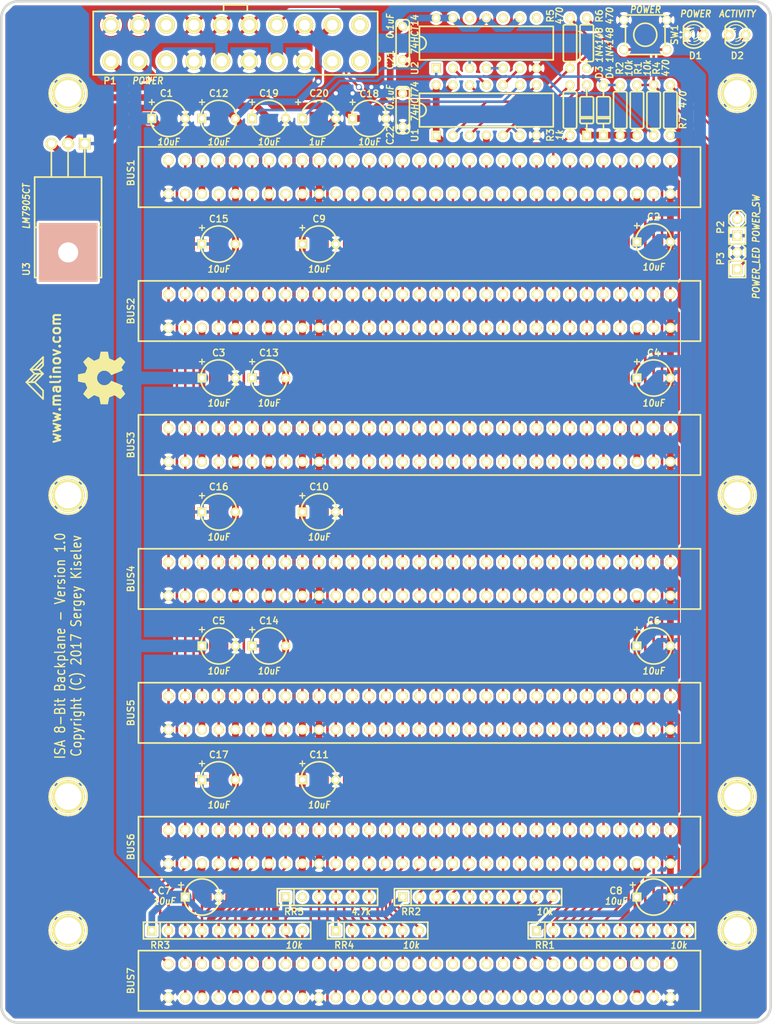
<source format=kicad_pcb>
(kicad_pcb (version 4) (host pcbnew 4.0.1-stable)
  (title_block (date "18 mar 2013"))
  (layers (0 Front signal) (31 Back signal) (34 B.Paste user) (35 F.Paste user) (36 B.SilkS user) (37 F.SilkS user) (38 B.Mask user) (39 F.Mask user) (44 Edge.Cuts user))
  (net 0 "")
  (net 1 /-12V)
  (net 2 /-5V)
  (net 3 /-5V_ATX)
  (net 4 /12V)
  (net 5 /A0)
  (net 6 /A1)
  (net 7 /A10)
  (net 8 /A11)
  (net 9 /A12)
  (net 10 /A13)
  (net 11 /A14)
  (net 12 /A15)
  (net 13 /A16)
  (net 14 /A17)
  (net 15 /A18)
  (net 16 /A19)
  (net 17 /A2)
  (net 18 /A3)
  (net 19 /A4)
  (net 20 /A5)
  (net 21 /A6)
  (net 22 /A7)
  (net 23 /A8)
  (net 24 /A9)
  (net 25 /AEN)
  (net 26 /ALE)
  (net 27 /CLK)
  (net 28 /D0)
  (net 29 /D1)
  (net 30 /D2)
  (net 31 /D3)
  (net 32 /D4)
  (net 33 /D5)
  (net 34 /D6)
  (net 35 /D7)
  (net 36 /DRQ1)
  (net 37 /DRQ2)
  (net 38 /DRQ3)
  (net 39 /IRQ3)
  (net 40 /IRQ4)
  (net 41 /IRQ5)
  (net 42 /IRQ6)
  (net 43 /IRQ7)
  (net 44 /OSC)
  (net 45 /TC)
  (net 46 /~0WS)
  (net 47 /~DACK0)
  (net 48 /~DACK1)
  (net 49 /~DACK2)
  (net 50 /~DACK3)
  (net 51 /~IOCHK)
  (net 52 /~IOR)
  (net 53 /~IOW)
  (net 54 /~MEMR)
  (net 55 /~MEMW)
  (net 56 /~PS_ON)
  (net 57 GND)
  (net 58 VCC)
  (net 59 /RSTDRV)
  (net 60 /+5V)
  (net 61 /IRQ2)
  (net 62 /IORDY)
  (net 63 "Net-(D1-Pad2)")
  (net 64 "Net-(D2-Pad2)")
  (net 65 "Net-(D2-Pad1)")
  (net 66 "Net-(P1-Pad2)")
  (net 67 "Net-(P2-Pad2)")
  (net 68 "Net-(P3-Pad1)")
  (net 69 "Net-(R3-Pad2)")
  (net 70 "Net-(R5-Pad2)")
  (net 71 "Net-(U1-Pad12)")
  (net 72 "Net-(U1-Pad10)")
  (net 73 "Net-(U1-Pad11)")
  (net 74 "Net-(U2-Pad4)")
  (net 75 "Net-(RR5-Pad2)")
  (net 76 "Net-(C20-Pad1)")
  (net 77 "Net-(C19-Pad1)")
  (net 78 "Net-(U2-Pad8)")
  (net 79 "Net-(U2-Pad10)")
  (net 80 "Net-(U2-Pad12)")
  (net 81 "Net-(P1-Pad8)")
  (net 82 "Net-(P1-Pad11)")
  (net 83 "Net-(P1-Pad1)")
  (module my_components:IC_DIP14_300 (layer Front) (at 124.46 67.31)
    (fp_text reference U1 (at -10.8585 3.81 90) (layer F.SilkS) (effects (font (size 1.016 1.016) (thickness 0.2032))))
    (fp_text value 74HCT74 (at -10.8585 -1.27 90) (layer F.SilkS) (effects (font (size 1.016 0.9144) (thickness 0.2032) italic)))
    (pad 1 thru_hole rect (at -7.62 3.81) (size 1.397 1.397) (drill 0.8128) (layers *.Cu *.Mask F.SilkS) (net 58 VCC))
    (pad 2 thru_hole circle (at -5.08 3.81) (size 1.397 1.397) (drill 0.8128) (layers *.Cu *.Mask F.SilkS) (net 70 "Net-(R5-Pad2)"))
    (pad 3 thru_hole circle (at -2.54 3.81) (size 1.397 1.397) (drill 0.8128) (layers *.Cu *.Mask F.SilkS) (net 69 "Net-(R3-Pad2)"))
    (pad 4 thru_hole circle (at 0 3.81) (size 1.397 1.397) (drill 0.8128) (layers *.Cu *.Mask F.SilkS) (net 58 VCC))
    (pad 5 thru_hole circle (at 2.54 3.81) (size 1.397 1.397) (drill 0.8128) (layers *.Cu *.Mask F.SilkS) (net 64 "Net-(D2-Pad2)"))
    (pad 6 thru_hole circle (at 5.08 3.81) (size 1.397 1.397) (drill 0.8128) (layers *.Cu *.Mask F.SilkS) (net 70 "Net-(R5-Pad2)"))
    (pad 7 thru_hole circle (at 7.62 3.81) (size 1.397 1.397) (drill 0.8128) (layers *.Cu *.Mask F.SilkS) (net 57 GND))
    (pad 8 thru_hole circle (at 7.62 -3.81) (size 1.397 1.397) (drill 0.8128) (layers *.Cu *.Mask F.SilkS) (net 71 "Net-(U1-Pad12)"))
    (pad 9 thru_hole circle (at 5.08 -3.81) (size 1.397 1.397) (drill 0.8128) (layers *.Cu *.Mask F.SilkS) (net 56 /~PS_ON))
    (pad 10 thru_hole circle (at 2.54 -3.81) (size 1.397 1.397) (drill 0.8128) (layers *.Cu *.Mask F.SilkS) (net 72 "Net-(U1-Pad10)"))
    (pad 11 thru_hole circle (at 0 -3.81) (size 1.397 1.397) (drill 0.8128) (layers *.Cu *.Mask F.SilkS) (net 73 "Net-(U1-Pad11)"))
    (pad 12 thru_hole circle (at -2.54 -3.81) (size 1.397 1.397) (drill 0.8128) (layers *.Cu *.Mask F.SilkS) (net 71 "Net-(U1-Pad12)"))
    (pad 13 thru_hole circle (at -5.08 -3.81) (size 1.397 1.397) (drill 0.8128) (layers *.Cu *.Mask F.SilkS) (net 58 VCC))
    (pad 14 thru_hole circle (at -7.62 -3.81) (size 1.397 1.397) (drill 0.8128) (layers *.Cu *.Mask F.SilkS) (net 58 VCC))
  )
  (module my_components:Conn_Edge_ISA8 (layer Front) (at 114.3 77.47 180)
    (fp_text reference BUS1 (at 43.815 0.635 270) (layer F.SilkS) (effects (font (size 1.016 1.016) (thickness 0.2032))))
    (fp_text value BUSPC_DEV hide)
    (pad 1 thru_hole circle (at 38.1 -2.54) (size 1.524 1.524) (drill 1.016) (layers *.Cu *.Mask F.SilkS) (net 57 GND))
    (pad 2 thru_hole circle (at 35.56 -2.54) (size 1.524 1.524) (drill 1.016) (layers *.Cu *.Mask F.SilkS) (net 59 /RSTDRV))
    (pad 3 thru_hole circle (at 33.02 -2.54) (size 1.524 1.524) (drill 1.016) (layers *.Cu *.Mask F.SilkS) (net 60 /+5V))
    (pad 4 thru_hole circle (at 30.48 -2.54) (size 1.524 1.524) (drill 1.016) (layers *.Cu *.Mask F.SilkS) (net 61 /IRQ2))
    (pad 5 thru_hole circle (at 27.94 -2.54) (size 1.524 1.524) (drill 1.016) (layers *.Cu *.Mask F.SilkS) (net 2 /-5V))
    (pad 6 thru_hole circle (at 25.4 -2.54) (size 1.524 1.524) (drill 1.016) (layers *.Cu *.Mask F.SilkS) (net 37 /DRQ2))
    (pad 7 thru_hole circle (at 22.86 -2.54) (size 1.524 1.524) (drill 1.016) (layers *.Cu *.Mask F.SilkS) (net 1 /-12V))
    (pad 8 thru_hole circle (at 20.32 -2.54) (size 1.524 1.524) (drill 1.016) (layers *.Cu *.Mask F.SilkS) (net 46 /~0WS))
    (pad 9 thru_hole circle (at 17.78 -2.54) (size 1.524 1.524) (drill 1.016) (layers *.Cu *.Mask F.SilkS) (net 4 /12V))
    (pad 10 thru_hole circle (at 15.24 -2.54) (size 1.524 1.524) (drill 1.016) (layers *.Cu *.Mask F.SilkS) (net 57 GND))
    (pad 11 thru_hole circle (at 12.7 -2.54) (size 1.524 1.524) (drill 1.016) (layers *.Cu *.Mask F.SilkS) (net 55 /~MEMW))
    (pad 12 thru_hole circle (at 10.16 -2.54) (size 1.524 1.524) (drill 1.016) (layers *.Cu *.Mask F.SilkS) (net 54 /~MEMR))
    (pad 13 thru_hole circle (at 7.62 -2.54) (size 1.524 1.524) (drill 1.016) (layers *.Cu *.Mask F.SilkS) (net 53 /~IOW))
    (pad 14 thru_hole circle (at 5.08 -2.54) (size 1.524 1.524) (drill 1.016) (layers *.Cu *.Mask F.SilkS) (net 52 /~IOR))
    (pad 15 thru_hole circle (at 2.54 -2.54) (size 1.524 1.524) (drill 1.016) (layers *.Cu *.Mask F.SilkS) (net 50 /~DACK3))
    (pad 16 thru_hole circle (at 0 -2.54) (size 1.524 1.524) (drill 1.016) (layers *.Cu *.Mask F.SilkS) (net 38 /DRQ3))
    (pad 17 thru_hole circle (at -2.54 -2.54) (size 1.524 1.524) (drill 1.016) (layers *.Cu *.Mask F.SilkS) (net 48 /~DACK1))
    (pad 18 thru_hole circle (at -5.08 -2.54) (size 1.524 1.524) (drill 1.016) (layers *.Cu *.Mask F.SilkS) (net 36 /DRQ1))
    (pad 19 thru_hole circle (at -7.62 -2.54) (size 1.524 1.524) (drill 1.016) (layers *.Cu *.Mask F.SilkS) (net 47 /~DACK0))
    (pad 20 thru_hole circle (at -10.16 -2.54) (size 1.524 1.524) (drill 1.016) (layers *.Cu *.Mask F.SilkS) (net 27 /CLK))
    (pad 21 thru_hole circle (at -12.7 -2.54) (size 1.524 1.524) (drill 1.016) (layers *.Cu *.Mask F.SilkS) (net 43 /IRQ7))
    (pad 22 thru_hole circle (at -15.24 -2.54) (size 1.524 1.524) (drill 1.016) (layers *.Cu *.Mask F.SilkS) (net 42 /IRQ6))
    (pad 23 thru_hole circle (at -17.78 -2.54) (size 1.524 1.524) (drill 1.016) (layers *.Cu *.Mask F.SilkS) (net 41 /IRQ5))
    (pad 24 thru_hole circle (at -20.32 -2.54) (size 1.524 1.524) (drill 1.016) (layers *.Cu *.Mask F.SilkS) (net 40 /IRQ4))
    (pad 25 thru_hole circle (at -22.86 -2.54) (size 1.524 1.524) (drill 1.016) (layers *.Cu *.Mask F.SilkS) (net 39 /IRQ3))
    (pad 26 thru_hole circle (at -25.4 -2.54) (size 1.524 1.524) (drill 1.016) (layers *.Cu *.Mask F.SilkS) (net 49 /~DACK2))
    (pad 27 thru_hole circle (at -27.94 -2.54) (size 1.524 1.524) (drill 1.016) (layers *.Cu *.Mask F.SilkS) (net 45 /TC))
    (pad 28 thru_hole circle (at -30.48 -2.54) (size 1.524 1.524) (drill 1.016) (layers *.Cu *.Mask F.SilkS) (net 26 /ALE))
    (pad 29 thru_hole circle (at -33.02 -2.54) (size 1.524 1.524) (drill 1.016) (layers *.Cu *.Mask F.SilkS) (net 60 /+5V))
    (pad 30 thru_hole circle (at -35.56 -2.54) (size 1.524 1.524) (drill 1.016) (layers *.Cu *.Mask F.SilkS) (net 44 /OSC))
    (pad 31 thru_hole circle (at -38.1 -2.54) (size 1.524 1.524) (drill 1.016) (layers *.Cu *.Mask F.SilkS) (net 57 GND))
    (pad 32 thru_hole circle (at 38.1 2.54) (size 1.524 1.524) (drill 1.016) (layers *.Cu *.Mask F.SilkS) (net 51 /~IOCHK))
    (pad 33 thru_hole circle (at 35.56 2.54) (size 1.524 1.524) (drill 1.016) (layers *.Cu *.Mask F.SilkS) (net 35 /D7))
    (pad 34 thru_hole circle (at 33.02 2.54) (size 1.524 1.524) (drill 1.016) (layers *.Cu *.Mask F.SilkS) (net 34 /D6))
    (pad 35 thru_hole circle (at 30.48 2.54) (size 1.524 1.524) (drill 1.016) (layers *.Cu *.Mask F.SilkS) (net 33 /D5))
    (pad 36 thru_hole circle (at 27.94 2.54) (size 1.524 1.524) (drill 1.016) (layers *.Cu *.Mask F.SilkS) (net 32 /D4))
    (pad 37 thru_hole circle (at 25.4 2.54) (size 1.524 1.524) (drill 1.016) (layers *.Cu *.Mask F.SilkS) (net 31 /D3))
    (pad 38 thru_hole circle (at 22.86 2.54) (size 1.524 1.524) (drill 1.016) (layers *.Cu *.Mask F.SilkS) (net 30 /D2))
    (pad 39 thru_hole circle (at 20.32 2.54) (size 1.524 1.524) (drill 1.016) (layers *.Cu *.Mask F.SilkS) (net 29 /D1))
    (pad 40 thru_hole circle (at 17.78 2.54) (size 1.524 1.524) (drill 1.016) (layers *.Cu *.Mask F.SilkS) (net 28 /D0))
    (pad 41 thru_hole circle (at 15.24 2.54) (size 1.524 1.524) (drill 1.016) (layers *.Cu *.Mask F.SilkS) (net 62 /IORDY))
    (pad 42 thru_hole circle (at 12.7 2.54) (size 1.524 1.524) (drill 1.016) (layers *.Cu *.Mask F.SilkS) (net 25 /AEN))
    (pad 43 thru_hole circle (at 10.16 2.54) (size 1.524 1.524) (drill 1.016) (layers *.Cu *.Mask F.SilkS) (net 16 /A19))
    (pad 44 thru_hole circle (at 7.62 2.54) (size 1.524 1.524) (drill 1.016) (layers *.Cu *.Mask F.SilkS) (net 15 /A18))
    (pad 45 thru_hole circle (at 5.08 2.54) (size 1.524 1.524) (drill 1.016) (layers *.Cu *.Mask F.SilkS) (net 14 /A17))
    (pad 46 thru_hole circle (at 2.54 2.54) (size 1.524 1.524) (drill 1.016) (layers *.Cu *.Mask F.SilkS) (net 13 /A16))
    (pad 47 thru_hole circle (at 0 2.54) (size 1.524 1.524) (drill 1.016) (layers *.Cu *.Mask F.SilkS) (net 12 /A15))
    (pad 48 thru_hole circle (at -2.54 2.54) (size 1.524 1.524) (drill 1.016) (layers *.Cu *.Mask F.SilkS) (net 11 /A14))
    (pad 49 thru_hole circle (at -5.08 2.54) (size 1.524 1.524) (drill 1.016) (layers *.Cu *.Mask F.SilkS) (net 10 /A13))
    (pad 50 thru_hole circle (at -7.62 2.54) (size 1.524 1.524) (drill 1.016) (layers *.Cu *.Mask F.SilkS) (net 9 /A12))
    (pad 51 thru_hole circle (at -10.16 2.54) (size 1.524 1.524) (drill 1.016) (layers *.Cu *.Mask F.SilkS) (net 8 /A11))
    (pad 52 thru_hole circle (at -12.7 2.54) (size 1.524 1.524) (drill 1.016) (layers *.Cu *.Mask F.SilkS) (net 7 /A10))
    (pad 53 thru_hole circle (at -15.24 2.54) (size 1.524 1.524) (drill 1.016) (layers *.Cu *.Mask F.SilkS) (net 24 /A9))
    (pad 54 thru_hole circle (at -17.78 2.54) (size 1.524 1.524) (drill 1.016) (layers *.Cu *.Mask F.SilkS) (net 23 /A8))
    (pad 55 thru_hole circle (at -20.32 2.54) (size 1.524 1.524) (drill 1.016) (layers *.Cu *.Mask F.SilkS) (net 22 /A7))
    (pad 56 thru_hole circle (at -22.86 2.54) (size 1.524 1.524) (drill 1.016) (layers *.Cu *.Mask F.SilkS) (net 21 /A6))
    (pad 57 thru_hole circle (at -25.4 2.54) (size 1.524 1.524) (drill 1.016) (layers *.Cu *.Mask F.SilkS) (net 20 /A5))
    (pad 58 thru_hole circle (at -27.94 2.54) (size 1.524 1.524) (drill 1.016) (layers *.Cu *.Mask F.SilkS) (net 19 /A4))
    (pad 59 thru_hole circle (at -30.48 2.54) (size 1.524 1.524) (drill 1.016) (layers *.Cu *.Mask F.SilkS) (net 18 /A3))
    (pad 60 thru_hole circle (at -33.02 2.54) (size 1.524 1.524) (drill 1.016) (layers *.Cu *.Mask F.SilkS) (net 17 /A2))
    (pad 61 thru_hole circle (at -35.56 2.54) (size 1.524 1.524) (drill 1.016) (layers *.Cu *.Mask F.SilkS) (net 6 /A1))
    (pad 62 thru_hole circle (at -38.1 2.54) (size 1.524 1.524) (drill 1.016) (layers *.Cu *.Mask F.SilkS) (net 5 /A0))
  )
  (module my_components:Conn_Edge_ISA8 (layer Front) (at 114.3 97.79 180)
    (fp_text reference BUS2 (at 43.815 0 270) (layer F.SilkS) (effects (font (size 1.016 1.016) (thickness 0.2032))))
    (fp_text value BUSPC_HOST hide)
    (pad 1 thru_hole circle (at 38.1 -2.54) (size 1.524 1.524) (drill 1.016) (layers *.Cu *.Mask F.SilkS) (net 57 GND))
    (pad 2 thru_hole circle (at 35.56 -2.54) (size 1.524 1.524) (drill 1.016) (layers *.Cu *.Mask F.SilkS) (net 59 /RSTDRV))
    (pad 3 thru_hole circle (at 33.02 -2.54) (size 1.524 1.524) (drill 1.016) (layers *.Cu *.Mask F.SilkS) (net 60 /+5V))
    (pad 4 thru_hole circle (at 30.48 -2.54) (size 1.524 1.524) (drill 1.016) (layers *.Cu *.Mask F.SilkS) (net 61 /IRQ2))
    (pad 5 thru_hole circle (at 27.94 -2.54) (size 1.524 1.524) (drill 1.016) (layers *.Cu *.Mask F.SilkS) (net 2 /-5V))
    (pad 6 thru_hole circle (at 25.4 -2.54) (size 1.524 1.524) (drill 1.016) (layers *.Cu *.Mask F.SilkS) (net 37 /DRQ2))
    (pad 7 thru_hole circle (at 22.86 -2.54) (size 1.524 1.524) (drill 1.016) (layers *.Cu *.Mask F.SilkS) (net 1 /-12V))
    (pad 8 thru_hole circle (at 20.32 -2.54) (size 1.524 1.524) (drill 1.016) (layers *.Cu *.Mask F.SilkS) (net 46 /~0WS))
    (pad 9 thru_hole circle (at 17.78 -2.54) (size 1.524 1.524) (drill 1.016) (layers *.Cu *.Mask F.SilkS) (net 4 /12V))
    (pad 10 thru_hole circle (at 15.24 -2.54) (size 1.524 1.524) (drill 1.016) (layers *.Cu *.Mask F.SilkS) (net 57 GND))
    (pad 11 thru_hole circle (at 12.7 -2.54) (size 1.524 1.524) (drill 1.016) (layers *.Cu *.Mask F.SilkS) (net 55 /~MEMW))
    (pad 12 thru_hole circle (at 10.16 -2.54) (size 1.524 1.524) (drill 1.016) (layers *.Cu *.Mask F.SilkS) (net 54 /~MEMR))
    (pad 13 thru_hole circle (at 7.62 -2.54) (size 1.524 1.524) (drill 1.016) (layers *.Cu *.Mask F.SilkS) (net 53 /~IOW))
    (pad 14 thru_hole circle (at 5.08 -2.54) (size 1.524 1.524) (drill 1.016) (layers *.Cu *.Mask F.SilkS) (net 52 /~IOR))
    (pad 15 thru_hole circle (at 2.54 -2.54) (size 1.524 1.524) (drill 1.016) (layers *.Cu *.Mask F.SilkS) (net 50 /~DACK3))
    (pad 16 thru_hole circle (at 0 -2.54) (size 1.524 1.524) (drill 1.016) (layers *.Cu *.Mask F.SilkS) (net 38 /DRQ3))
    (pad 17 thru_hole circle (at -2.54 -2.54) (size 1.524 1.524) (drill 1.016) (layers *.Cu *.Mask F.SilkS) (net 48 /~DACK1))
    (pad 18 thru_hole circle (at -5.08 -2.54) (size 1.524 1.524) (drill 1.016) (layers *.Cu *.Mask F.SilkS) (net 36 /DRQ1))
    (pad 19 thru_hole circle (at -7.62 -2.54) (size 1.524 1.524) (drill 1.016) (layers *.Cu *.Mask F.SilkS) (net 47 /~DACK0))
    (pad 20 thru_hole circle (at -10.16 -2.54) (size 1.524 1.524) (drill 1.016) (layers *.Cu *.Mask F.SilkS) (net 27 /CLK))
    (pad 21 thru_hole circle (at -12.7 -2.54) (size 1.524 1.524) (drill 1.016) (layers *.Cu *.Mask F.SilkS) (net 43 /IRQ7))
    (pad 22 thru_hole circle (at -15.24 -2.54) (size 1.524 1.524) (drill 1.016) (layers *.Cu *.Mask F.SilkS) (net 42 /IRQ6))
    (pad 23 thru_hole circle (at -17.78 -2.54) (size 1.524 1.524) (drill 1.016) (layers *.Cu *.Mask F.SilkS) (net 41 /IRQ5))
    (pad 24 thru_hole circle (at -20.32 -2.54) (size 1.524 1.524) (drill 1.016) (layers *.Cu *.Mask F.SilkS) (net 40 /IRQ4))
    (pad 25 thru_hole circle (at -22.86 -2.54) (size 1.524 1.524) (drill 1.016) (layers *.Cu *.Mask F.SilkS) (net 39 /IRQ3))
    (pad 26 thru_hole circle (at -25.4 -2.54) (size 1.524 1.524) (drill 1.016) (layers *.Cu *.Mask F.SilkS) (net 49 /~DACK2))
    (pad 27 thru_hole circle (at -27.94 -2.54) (size 1.524 1.524) (drill 1.016) (layers *.Cu *.Mask F.SilkS) (net 45 /TC))
    (pad 28 thru_hole circle (at -30.48 -2.54) (size 1.524 1.524) (drill 1.016) (layers *.Cu *.Mask F.SilkS) (net 26 /ALE))
    (pad 29 thru_hole circle (at -33.02 -2.54) (size 1.524 1.524) (drill 1.016) (layers *.Cu *.Mask F.SilkS) (net 60 /+5V))
    (pad 30 thru_hole circle (at -35.56 -2.54) (size 1.524 1.524) (drill 1.016) (layers *.Cu *.Mask F.SilkS) (net 44 /OSC))
    (pad 31 thru_hole circle (at -38.1 -2.54) (size 1.524 1.524) (drill 1.016) (layers *.Cu *.Mask F.SilkS) (net 57 GND))
    (pad 32 thru_hole circle (at 38.1 2.54) (size 1.524 1.524) (drill 1.016) (layers *.Cu *.Mask F.SilkS) (net 51 /~IOCHK))
    (pad 33 thru_hole circle (at 35.56 2.54) (size 1.524 1.524) (drill 1.016) (layers *.Cu *.Mask F.SilkS) (net 35 /D7))
    (pad 34 thru_hole circle (at 33.02 2.54) (size 1.524 1.524) (drill 1.016) (layers *.Cu *.Mask F.SilkS) (net 34 /D6))
    (pad 35 thru_hole circle (at 30.48 2.54) (size 1.524 1.524) (drill 1.016) (layers *.Cu *.Mask F.SilkS) (net 33 /D5))
    (pad 36 thru_hole circle (at 27.94 2.54) (size 1.524 1.524) (drill 1.016) (layers *.Cu *.Mask F.SilkS) (net 32 /D4))
    (pad 37 thru_hole circle (at 25.4 2.54) (size 1.524 1.524) (drill 1.016) (layers *.Cu *.Mask F.SilkS) (net 31 /D3))
    (pad 38 thru_hole circle (at 22.86 2.54) (size 1.524 1.524) (drill 1.016) (layers *.Cu *.Mask F.SilkS) (net 30 /D2))
    (pad 39 thru_hole circle (at 20.32 2.54) (size 1.524 1.524) (drill 1.016) (layers *.Cu *.Mask F.SilkS) (net 29 /D1))
    (pad 40 thru_hole circle (at 17.78 2.54) (size 1.524 1.524) (drill 1.016) (layers *.Cu *.Mask F.SilkS) (net 28 /D0))
    (pad 41 thru_hole circle (at 15.24 2.54) (size 1.524 1.524) (drill 1.016) (layers *.Cu *.Mask F.SilkS) (net 62 /IORDY))
    (pad 42 thru_hole circle (at 12.7 2.54) (size 1.524 1.524) (drill 1.016) (layers *.Cu *.Mask F.SilkS) (net 25 /AEN))
    (pad 43 thru_hole circle (at 10.16 2.54) (size 1.524 1.524) (drill 1.016) (layers *.Cu *.Mask F.SilkS) (net 16 /A19))
    (pad 44 thru_hole circle (at 7.62 2.54) (size 1.524 1.524) (drill 1.016) (layers *.Cu *.Mask F.SilkS) (net 15 /A18))
    (pad 45 thru_hole circle (at 5.08 2.54) (size 1.524 1.524) (drill 1.016) (layers *.Cu *.Mask F.SilkS) (net 14 /A17))
    (pad 46 thru_hole circle (at 2.54 2.54) (size 1.524 1.524) (drill 1.016) (layers *.Cu *.Mask F.SilkS) (net 13 /A16))
    (pad 47 thru_hole circle (at 0 2.54) (size 1.524 1.524) (drill 1.016) (layers *.Cu *.Mask F.SilkS) (net 12 /A15))
    (pad 48 thru_hole circle (at -2.54 2.54) (size 1.524 1.524) (drill 1.016) (layers *.Cu *.Mask F.SilkS) (net 11 /A14))
    (pad 49 thru_hole circle (at -5.08 2.54) (size 1.524 1.524) (drill 1.016) (layers *.Cu *.Mask F.SilkS) (net 10 /A13))
    (pad 50 thru_hole circle (at -7.62 2.54) (size 1.524 1.524) (drill 1.016) (layers *.Cu *.Mask F.SilkS) (net 9 /A12))
    (pad 51 thru_hole circle (at -10.16 2.54) (size 1.524 1.524) (drill 1.016) (layers *.Cu *.Mask F.SilkS) (net 8 /A11))
    (pad 52 thru_hole circle (at -12.7 2.54) (size 1.524 1.524) (drill 1.016) (layers *.Cu *.Mask F.SilkS) (net 7 /A10))
    (pad 53 thru_hole circle (at -15.24 2.54) (size 1.524 1.524) (drill 1.016) (layers *.Cu *.Mask F.SilkS) (net 24 /A9))
    (pad 54 thru_hole circle (at -17.78 2.54) (size 1.524 1.524) (drill 1.016) (layers *.Cu *.Mask F.SilkS) (net 23 /A8))
    (pad 55 thru_hole circle (at -20.32 2.54) (size 1.524 1.524) (drill 1.016) (layers *.Cu *.Mask F.SilkS) (net 22 /A7))
    (pad 56 thru_hole circle (at -22.86 2.54) (size 1.524 1.524) (drill 1.016) (layers *.Cu *.Mask F.SilkS) (net 21 /A6))
    (pad 57 thru_hole circle (at -25.4 2.54) (size 1.524 1.524) (drill 1.016) (layers *.Cu *.Mask F.SilkS) (net 20 /A5))
    (pad 58 thru_hole circle (at -27.94 2.54) (size 1.524 1.524) (drill 1.016) (layers *.Cu *.Mask F.SilkS) (net 19 /A4))
    (pad 59 thru_hole circle (at -30.48 2.54) (size 1.524 1.524) (drill 1.016) (layers *.Cu *.Mask F.SilkS) (net 18 /A3))
    (pad 60 thru_hole circle (at -33.02 2.54) (size 1.524 1.524) (drill 1.016) (layers *.Cu *.Mask F.SilkS) (net 17 /A2))
    (pad 61 thru_hole circle (at -35.56 2.54) (size 1.524 1.524) (drill 1.016) (layers *.Cu *.Mask F.SilkS) (net 6 /A1))
    (pad 62 thru_hole circle (at -38.1 2.54) (size 1.524 1.524) (drill 1.016) (layers *.Cu *.Mask F.SilkS) (net 5 /A0))
  )
  (module my_components:Conn_Edge_ISA8 (layer Front) (at 114.3 118.11 180)
    (fp_text reference BUS3 (at 43.815 0 270) (layer F.SilkS) (effects (font (size 1.016 1.016) (thickness 0.2032))))
    (fp_text value BUSPC_HOST hide)
    (pad 1 thru_hole circle (at 38.1 -2.54) (size 1.524 1.524) (drill 1.016) (layers *.Cu *.Mask F.SilkS) (net 57 GND))
    (pad 2 thru_hole circle (at 35.56 -2.54) (size 1.524 1.524) (drill 1.016) (layers *.Cu *.Mask F.SilkS) (net 59 /RSTDRV))
    (pad 3 thru_hole circle (at 33.02 -2.54) (size 1.524 1.524) (drill 1.016) (layers *.Cu *.Mask F.SilkS) (net 60 /+5V))
    (pad 4 thru_hole circle (at 30.48 -2.54) (size 1.524 1.524) (drill 1.016) (layers *.Cu *.Mask F.SilkS) (net 61 /IRQ2))
    (pad 5 thru_hole circle (at 27.94 -2.54) (size 1.524 1.524) (drill 1.016) (layers *.Cu *.Mask F.SilkS) (net 2 /-5V))
    (pad 6 thru_hole circle (at 25.4 -2.54) (size 1.524 1.524) (drill 1.016) (layers *.Cu *.Mask F.SilkS) (net 37 /DRQ2))
    (pad 7 thru_hole circle (at 22.86 -2.54) (size 1.524 1.524) (drill 1.016) (layers *.Cu *.Mask F.SilkS) (net 1 /-12V))
    (pad 8 thru_hole circle (at 20.32 -2.54) (size 1.524 1.524) (drill 1.016) (layers *.Cu *.Mask F.SilkS) (net 46 /~0WS))
    (pad 9 thru_hole circle (at 17.78 -2.54) (size 1.524 1.524) (drill 1.016) (layers *.Cu *.Mask F.SilkS) (net 4 /12V))
    (pad 10 thru_hole circle (at 15.24 -2.54) (size 1.524 1.524) (drill 1.016) (layers *.Cu *.Mask F.SilkS) (net 57 GND))
    (pad 11 thru_hole circle (at 12.7 -2.54) (size 1.524 1.524) (drill 1.016) (layers *.Cu *.Mask F.SilkS) (net 55 /~MEMW))
    (pad 12 thru_hole circle (at 10.16 -2.54) (size 1.524 1.524) (drill 1.016) (layers *.Cu *.Mask F.SilkS) (net 54 /~MEMR))
    (pad 13 thru_hole circle (at 7.62 -2.54) (size 1.524 1.524) (drill 1.016) (layers *.Cu *.Mask F.SilkS) (net 53 /~IOW))
    (pad 14 thru_hole circle (at 5.08 -2.54) (size 1.524 1.524) (drill 1.016) (layers *.Cu *.Mask F.SilkS) (net 52 /~IOR))
    (pad 15 thru_hole circle (at 2.54 -2.54) (size 1.524 1.524) (drill 1.016) (layers *.Cu *.Mask F.SilkS) (net 50 /~DACK3))
    (pad 16 thru_hole circle (at 0 -2.54) (size 1.524 1.524) (drill 1.016) (layers *.Cu *.Mask F.SilkS) (net 38 /DRQ3))
    (pad 17 thru_hole circle (at -2.54 -2.54) (size 1.524 1.524) (drill 1.016) (layers *.Cu *.Mask F.SilkS) (net 48 /~DACK1))
    (pad 18 thru_hole circle (at -5.08 -2.54) (size 1.524 1.524) (drill 1.016) (layers *.Cu *.Mask F.SilkS) (net 36 /DRQ1))
    (pad 19 thru_hole circle (at -7.62 -2.54) (size 1.524 1.524) (drill 1.016) (layers *.Cu *.Mask F.SilkS) (net 47 /~DACK0))
    (pad 20 thru_hole circle (at -10.16 -2.54) (size 1.524 1.524) (drill 1.016) (layers *.Cu *.Mask F.SilkS) (net 27 /CLK))
    (pad 21 thru_hole circle (at -12.7 -2.54) (size 1.524 1.524) (drill 1.016) (layers *.Cu *.Mask F.SilkS) (net 43 /IRQ7))
    (pad 22 thru_hole circle (at -15.24 -2.54) (size 1.524 1.524) (drill 1.016) (layers *.Cu *.Mask F.SilkS) (net 42 /IRQ6))
    (pad 23 thru_hole circle (at -17.78 -2.54) (size 1.524 1.524) (drill 1.016) (layers *.Cu *.Mask F.SilkS) (net 41 /IRQ5))
    (pad 24 thru_hole circle (at -20.32 -2.54) (size 1.524 1.524) (drill 1.016) (layers *.Cu *.Mask F.SilkS) (net 40 /IRQ4))
    (pad 25 thru_hole circle (at -22.86 -2.54) (size 1.524 1.524) (drill 1.016) (layers *.Cu *.Mask F.SilkS) (net 39 /IRQ3))
    (pad 26 thru_hole circle (at -25.4 -2.54) (size 1.524 1.524) (drill 1.016) (layers *.Cu *.Mask F.SilkS) (net 49 /~DACK2))
    (pad 27 thru_hole circle (at -27.94 -2.54) (size 1.524 1.524) (drill 1.016) (layers *.Cu *.Mask F.SilkS) (net 45 /TC))
    (pad 28 thru_hole circle (at -30.48 -2.54) (size 1.524 1.524) (drill 1.016) (layers *.Cu *.Mask F.SilkS) (net 26 /ALE))
    (pad 29 thru_hole circle (at -33.02 -2.54) (size 1.524 1.524) (drill 1.016) (layers *.Cu *.Mask F.SilkS) (net 60 /+5V))
    (pad 30 thru_hole circle (at -35.56 -2.54) (size 1.524 1.524) (drill 1.016) (layers *.Cu *.Mask F.SilkS) (net 44 /OSC))
    (pad 31 thru_hole circle (at -38.1 -2.54) (size 1.524 1.524) (drill 1.016) (layers *.Cu *.Mask F.SilkS) (net 57 GND))
    (pad 32 thru_hole circle (at 38.1 2.54) (size 1.524 1.524) (drill 1.016) (layers *.Cu *.Mask F.SilkS) (net 51 /~IOCHK))
    (pad 33 thru_hole circle (at 35.56 2.54) (size 1.524 1.524) (drill 1.016) (layers *.Cu *.Mask F.SilkS) (net 35 /D7))
    (pad 34 thru_hole circle (at 33.02 2.54) (size 1.524 1.524) (drill 1.016) (layers *.Cu *.Mask F.SilkS) (net 34 /D6))
    (pad 35 thru_hole circle (at 30.48 2.54) (size 1.524 1.524) (drill 1.016) (layers *.Cu *.Mask F.SilkS) (net 33 /D5))
    (pad 36 thru_hole circle (at 27.94 2.54) (size 1.524 1.524) (drill 1.016) (layers *.Cu *.Mask F.SilkS) (net 32 /D4))
    (pad 37 thru_hole circle (at 25.4 2.54) (size 1.524 1.524) (drill 1.016) (layers *.Cu *.Mask F.SilkS) (net 31 /D3))
    (pad 38 thru_hole circle (at 22.86 2.54) (size 1.524 1.524) (drill 1.016) (layers *.Cu *.Mask F.SilkS) (net 30 /D2))
    (pad 39 thru_hole circle (at 20.32 2.54) (size 1.524 1.524) (drill 1.016) (layers *.Cu *.Mask F.SilkS) (net 29 /D1))
    (pad 40 thru_hole circle (at 17.78 2.54) (size 1.524 1.524) (drill 1.016) (layers *.Cu *.Mask F.SilkS) (net 28 /D0))
    (pad 41 thru_hole circle (at 15.24 2.54) (size 1.524 1.524) (drill 1.016) (layers *.Cu *.Mask F.SilkS) (net 62 /IORDY))
    (pad 42 thru_hole circle (at 12.7 2.54) (size 1.524 1.524) (drill 1.016) (layers *.Cu *.Mask F.SilkS) (net 25 /AEN))
    (pad 43 thru_hole circle (at 10.16 2.54) (size 1.524 1.524) (drill 1.016) (layers *.Cu *.Mask F.SilkS) (net 16 /A19))
    (pad 44 thru_hole circle (at 7.62 2.54) (size 1.524 1.524) (drill 1.016) (layers *.Cu *.Mask F.SilkS) (net 15 /A18))
    (pad 45 thru_hole circle (at 5.08 2.54) (size 1.524 1.524) (drill 1.016) (layers *.Cu *.Mask F.SilkS) (net 14 /A17))
    (pad 46 thru_hole circle (at 2.54 2.54) (size 1.524 1.524) (drill 1.016) (layers *.Cu *.Mask F.SilkS) (net 13 /A16))
    (pad 47 thru_hole circle (at 0 2.54) (size 1.524 1.524) (drill 1.016) (layers *.Cu *.Mask F.SilkS) (net 12 /A15))
    (pad 48 thru_hole circle (at -2.54 2.54) (size 1.524 1.524) (drill 1.016) (layers *.Cu *.Mask F.SilkS) (net 11 /A14))
    (pad 49 thru_hole circle (at -5.08 2.54) (size 1.524 1.524) (drill 1.016) (layers *.Cu *.Mask F.SilkS) (net 10 /A13))
    (pad 50 thru_hole circle (at -7.62 2.54) (size 1.524 1.524) (drill 1.016) (layers *.Cu *.Mask F.SilkS) (net 9 /A12))
    (pad 51 thru_hole circle (at -10.16 2.54) (size 1.524 1.524) (drill 1.016) (layers *.Cu *.Mask F.SilkS) (net 8 /A11))
    (pad 52 thru_hole circle (at -12.7 2.54) (size 1.524 1.524) (drill 1.016) (layers *.Cu *.Mask F.SilkS) (net 7 /A10))
    (pad 53 thru_hole circle (at -15.24 2.54) (size 1.524 1.524) (drill 1.016) (layers *.Cu *.Mask F.SilkS) (net 24 /A9))
    (pad 54 thru_hole circle (at -17.78 2.54) (size 1.524 1.524) (drill 1.016) (layers *.Cu *.Mask F.SilkS) (net 23 /A8))
    (pad 55 thru_hole circle (at -20.32 2.54) (size 1.524 1.524) (drill 1.016) (layers *.Cu *.Mask F.SilkS) (net 22 /A7))
    (pad 56 thru_hole circle (at -22.86 2.54) (size 1.524 1.524) (drill 1.016) (layers *.Cu *.Mask F.SilkS) (net 21 /A6))
    (pad 57 thru_hole circle (at -25.4 2.54) (size 1.524 1.524) (drill 1.016) (layers *.Cu *.Mask F.SilkS) (net 20 /A5))
    (pad 58 thru_hole circle (at -27.94 2.54) (size 1.524 1.524) (drill 1.016) (layers *.Cu *.Mask F.SilkS) (net 19 /A4))
    (pad 59 thru_hole circle (at -30.48 2.54) (size 1.524 1.524) (drill 1.016) (layers *.Cu *.Mask F.SilkS) (net 18 /A3))
    (pad 60 thru_hole circle (at -33.02 2.54) (size 1.524 1.524) (drill 1.016) (layers *.Cu *.Mask F.SilkS) (net 17 /A2))
    (pad 61 thru_hole circle (at -35.56 2.54) (size 1.524 1.524) (drill 1.016) (layers *.Cu *.Mask F.SilkS) (net 6 /A1))
    (pad 62 thru_hole circle (at -38.1 2.54) (size 1.524 1.524) (drill 1.016) (layers *.Cu *.Mask F.SilkS) (net 5 /A0))
  )
  (module my_components:Conn_Edge_ISA8 (layer Front) (at 114.3 138.43 180)
    (fp_text reference BUS4 (at 43.815 0 270) (layer F.SilkS) (effects (font (size 1.016 1.016) (thickness 0.2032))))
    (fp_text value BUSPC_HOST hide)
    (pad 1 thru_hole circle (at 38.1 -2.54) (size 1.524 1.524) (drill 1.016) (layers *.Cu *.Mask F.SilkS) (net 57 GND))
    (pad 2 thru_hole circle (at 35.56 -2.54) (size 1.524 1.524) (drill 1.016) (layers *.Cu *.Mask F.SilkS) (net 59 /RSTDRV))
    (pad 3 thru_hole circle (at 33.02 -2.54) (size 1.524 1.524) (drill 1.016) (layers *.Cu *.Mask F.SilkS) (net 60 /+5V))
    (pad 4 thru_hole circle (at 30.48 -2.54) (size 1.524 1.524) (drill 1.016) (layers *.Cu *.Mask F.SilkS) (net 61 /IRQ2))
    (pad 5 thru_hole circle (at 27.94 -2.54) (size 1.524 1.524) (drill 1.016) (layers *.Cu *.Mask F.SilkS) (net 2 /-5V))
    (pad 6 thru_hole circle (at 25.4 -2.54) (size 1.524 1.524) (drill 1.016) (layers *.Cu *.Mask F.SilkS) (net 37 /DRQ2))
    (pad 7 thru_hole circle (at 22.86 -2.54) (size 1.524 1.524) (drill 1.016) (layers *.Cu *.Mask F.SilkS) (net 1 /-12V))
    (pad 8 thru_hole circle (at 20.32 -2.54) (size 1.524 1.524) (drill 1.016) (layers *.Cu *.Mask F.SilkS) (net 46 /~0WS))
    (pad 9 thru_hole circle (at 17.78 -2.54) (size 1.524 1.524) (drill 1.016) (layers *.Cu *.Mask F.SilkS) (net 4 /12V))
    (pad 10 thru_hole circle (at 15.24 -2.54) (size 1.524 1.524) (drill 1.016) (layers *.Cu *.Mask F.SilkS) (net 57 GND))
    (pad 11 thru_hole circle (at 12.7 -2.54) (size 1.524 1.524) (drill 1.016) (layers *.Cu *.Mask F.SilkS) (net 55 /~MEMW))
    (pad 12 thru_hole circle (at 10.16 -2.54) (size 1.524 1.524) (drill 1.016) (layers *.Cu *.Mask F.SilkS) (net 54 /~MEMR))
    (pad 13 thru_hole circle (at 7.62 -2.54) (size 1.524 1.524) (drill 1.016) (layers *.Cu *.Mask F.SilkS) (net 53 /~IOW))
    (pad 14 thru_hole circle (at 5.08 -2.54) (size 1.524 1.524) (drill 1.016) (layers *.Cu *.Mask F.SilkS) (net 52 /~IOR))
    (pad 15 thru_hole circle (at 2.54 -2.54) (size 1.524 1.524) (drill 1.016) (layers *.Cu *.Mask F.SilkS) (net 50 /~DACK3))
    (pad 16 thru_hole circle (at 0 -2.54) (size 1.524 1.524) (drill 1.016) (layers *.Cu *.Mask F.SilkS) (net 38 /DRQ3))
    (pad 17 thru_hole circle (at -2.54 -2.54) (size 1.524 1.524) (drill 1.016) (layers *.Cu *.Mask F.SilkS) (net 48 /~DACK1))
    (pad 18 thru_hole circle (at -5.08 -2.54) (size 1.524 1.524) (drill 1.016) (layers *.Cu *.Mask F.SilkS) (net 36 /DRQ1))
    (pad 19 thru_hole circle (at -7.62 -2.54) (size 1.524 1.524) (drill 1.016) (layers *.Cu *.Mask F.SilkS) (net 47 /~DACK0))
    (pad 20 thru_hole circle (at -10.16 -2.54) (size 1.524 1.524) (drill 1.016) (layers *.Cu *.Mask F.SilkS) (net 27 /CLK))
    (pad 21 thru_hole circle (at -12.7 -2.54) (size 1.524 1.524) (drill 1.016) (layers *.Cu *.Mask F.SilkS) (net 43 /IRQ7))
    (pad 22 thru_hole circle (at -15.24 -2.54) (size 1.524 1.524) (drill 1.016) (layers *.Cu *.Mask F.SilkS) (net 42 /IRQ6))
    (pad 23 thru_hole circle (at -17.78 -2.54) (size 1.524 1.524) (drill 1.016) (layers *.Cu *.Mask F.SilkS) (net 41 /IRQ5))
    (pad 24 thru_hole circle (at -20.32 -2.54) (size 1.524 1.524) (drill 1.016) (layers *.Cu *.Mask F.SilkS) (net 40 /IRQ4))
    (pad 25 thru_hole circle (at -22.86 -2.54) (size 1.524 1.524) (drill 1.016) (layers *.Cu *.Mask F.SilkS) (net 39 /IRQ3))
    (pad 26 thru_hole circle (at -25.4 -2.54) (size 1.524 1.524) (drill 1.016) (layers *.Cu *.Mask F.SilkS) (net 49 /~DACK2))
    (pad 27 thru_hole circle (at -27.94 -2.54) (size 1.524 1.524) (drill 1.016) (layers *.Cu *.Mask F.SilkS) (net 45 /TC))
    (pad 28 thru_hole circle (at -30.48 -2.54) (size 1.524 1.524) (drill 1.016) (layers *.Cu *.Mask F.SilkS) (net 26 /ALE))
    (pad 29 thru_hole circle (at -33.02 -2.54) (size 1.524 1.524) (drill 1.016) (layers *.Cu *.Mask F.SilkS) (net 60 /+5V))
    (pad 30 thru_hole circle (at -35.56 -2.54) (size 1.524 1.524) (drill 1.016) (layers *.Cu *.Mask F.SilkS) (net 44 /OSC))
    (pad 31 thru_hole circle (at -38.1 -2.54) (size 1.524 1.524) (drill 1.016) (layers *.Cu *.Mask F.SilkS) (net 57 GND))
    (pad 32 thru_hole circle (at 38.1 2.54) (size 1.524 1.524) (drill 1.016) (layers *.Cu *.Mask F.SilkS) (net 51 /~IOCHK))
    (pad 33 thru_hole circle (at 35.56 2.54) (size 1.524 1.524) (drill 1.016) (layers *.Cu *.Mask F.SilkS) (net 35 /D7))
    (pad 34 thru_hole circle (at 33.02 2.54) (size 1.524 1.524) (drill 1.016) (layers *.Cu *.Mask F.SilkS) (net 34 /D6))
    (pad 35 thru_hole circle (at 30.48 2.54) (size 1.524 1.524) (drill 1.016) (layers *.Cu *.Mask F.SilkS) (net 33 /D5))
    (pad 36 thru_hole circle (at 27.94 2.54) (size 1.524 1.524) (drill 1.016) (layers *.Cu *.Mask F.SilkS) (net 32 /D4))
    (pad 37 thru_hole circle (at 25.4 2.54) (size 1.524 1.524) (drill 1.016) (layers *.Cu *.Mask F.SilkS) (net 31 /D3))
    (pad 38 thru_hole circle (at 22.86 2.54) (size 1.524 1.524) (drill 1.016) (layers *.Cu *.Mask F.SilkS) (net 30 /D2))
    (pad 39 thru_hole circle (at 20.32 2.54) (size 1.524 1.524) (drill 1.016) (layers *.Cu *.Mask F.SilkS) (net 29 /D1))
    (pad 40 thru_hole circle (at 17.78 2.54) (size 1.524 1.524) (drill 1.016) (layers *.Cu *.Mask F.SilkS) (net 28 /D0))
    (pad 41 thru_hole circle (at 15.24 2.54) (size 1.524 1.524) (drill 1.016) (layers *.Cu *.Mask F.SilkS) (net 62 /IORDY))
    (pad 42 thru_hole circle (at 12.7 2.54) (size 1.524 1.524) (drill 1.016) (layers *.Cu *.Mask F.SilkS) (net 25 /AEN))
    (pad 43 thru_hole circle (at 10.16 2.54) (size 1.524 1.524) (drill 1.016) (layers *.Cu *.Mask F.SilkS) (net 16 /A19))
    (pad 44 thru_hole circle (at 7.62 2.54) (size 1.524 1.524) (drill 1.016) (layers *.Cu *.Mask F.SilkS) (net 15 /A18))
    (pad 45 thru_hole circle (at 5.08 2.54) (size 1.524 1.524) (drill 1.016) (layers *.Cu *.Mask F.SilkS) (net 14 /A17))
    (pad 46 thru_hole circle (at 2.54 2.54) (size 1.524 1.524) (drill 1.016) (layers *.Cu *.Mask F.SilkS) (net 13 /A16))
    (pad 47 thru_hole circle (at 0 2.54) (size 1.524 1.524) (drill 1.016) (layers *.Cu *.Mask F.SilkS) (net 12 /A15))
    (pad 48 thru_hole circle (at -2.54 2.54) (size 1.524 1.524) (drill 1.016) (layers *.Cu *.Mask F.SilkS) (net 11 /A14))
    (pad 49 thru_hole circle (at -5.08 2.54) (size 1.524 1.524) (drill 1.016) (layers *.Cu *.Mask F.SilkS) (net 10 /A13))
    (pad 50 thru_hole circle (at -7.62 2.54) (size 1.524 1.524) (drill 1.016) (layers *.Cu *.Mask F.SilkS) (net 9 /A12))
    (pad 51 thru_hole circle (at -10.16 2.54) (size 1.524 1.524) (drill 1.016) (layers *.Cu *.Mask F.SilkS) (net 8 /A11))
    (pad 52 thru_hole circle (at -12.7 2.54) (size 1.524 1.524) (drill 1.016) (layers *.Cu *.Mask F.SilkS) (net 7 /A10))
    (pad 53 thru_hole circle (at -15.24 2.54) (size 1.524 1.524) (drill 1.016) (layers *.Cu *.Mask F.SilkS) (net 24 /A9))
    (pad 54 thru_hole circle (at -17.78 2.54) (size 1.524 1.524) (drill 1.016) (layers *.Cu *.Mask F.SilkS) (net 23 /A8))
    (pad 55 thru_hole circle (at -20.32 2.54) (size 1.524 1.524) (drill 1.016) (layers *.Cu *.Mask F.SilkS) (net 22 /A7))
    (pad 56 thru_hole circle (at -22.86 2.54) (size 1.524 1.524) (drill 1.016) (layers *.Cu *.Mask F.SilkS) (net 21 /A6))
    (pad 57 thru_hole circle (at -25.4 2.54) (size 1.524 1.524) (drill 1.016) (layers *.Cu *.Mask F.SilkS) (net 20 /A5))
    (pad 58 thru_hole circle (at -27.94 2.54) (size 1.524 1.524) (drill 1.016) (layers *.Cu *.Mask F.SilkS) (net 19 /A4))
    (pad 59 thru_hole circle (at -30.48 2.54) (size 1.524 1.524) (drill 1.016) (layers *.Cu *.Mask F.SilkS) (net 18 /A3))
    (pad 60 thru_hole circle (at -33.02 2.54) (size 1.524 1.524) (drill 1.016) (layers *.Cu *.Mask F.SilkS) (net 17 /A2))
    (pad 61 thru_hole circle (at -35.56 2.54) (size 1.524 1.524) (drill 1.016) (layers *.Cu *.Mask F.SilkS) (net 6 /A1))
    (pad 62 thru_hole circle (at -38.1 2.54) (size 1.524 1.524) (drill 1.016) (layers *.Cu *.Mask F.SilkS) (net 5 /A0))
  )
  (module my_components:Conn_Edge_ISA8 (layer Front) (at 114.3 158.75 180)
    (fp_text reference BUS5 (at 43.815 0 270) (layer F.SilkS) (effects (font (size 1.016 1.016) (thickness 0.2032))))
    (fp_text value BUSPC_HOST hide)
    (pad 1 thru_hole circle (at 38.1 -2.54) (size 1.524 1.524) (drill 1.016) (layers *.Cu *.Mask F.SilkS) (net 57 GND))
    (pad 2 thru_hole circle (at 35.56 -2.54) (size 1.524 1.524) (drill 1.016) (layers *.Cu *.Mask F.SilkS) (net 59 /RSTDRV))
    (pad 3 thru_hole circle (at 33.02 -2.54) (size 1.524 1.524) (drill 1.016) (layers *.Cu *.Mask F.SilkS) (net 60 /+5V))
    (pad 4 thru_hole circle (at 30.48 -2.54) (size 1.524 1.524) (drill 1.016) (layers *.Cu *.Mask F.SilkS) (net 61 /IRQ2))
    (pad 5 thru_hole circle (at 27.94 -2.54) (size 1.524 1.524) (drill 1.016) (layers *.Cu *.Mask F.SilkS) (net 2 /-5V))
    (pad 6 thru_hole circle (at 25.4 -2.54) (size 1.524 1.524) (drill 1.016) (layers *.Cu *.Mask F.SilkS) (net 37 /DRQ2))
    (pad 7 thru_hole circle (at 22.86 -2.54) (size 1.524 1.524) (drill 1.016) (layers *.Cu *.Mask F.SilkS) (net 1 /-12V))
    (pad 8 thru_hole circle (at 20.32 -2.54) (size 1.524 1.524) (drill 1.016) (layers *.Cu *.Mask F.SilkS) (net 46 /~0WS))
    (pad 9 thru_hole circle (at 17.78 -2.54) (size 1.524 1.524) (drill 1.016) (layers *.Cu *.Mask F.SilkS) (net 4 /12V))
    (pad 10 thru_hole circle (at 15.24 -2.54) (size 1.524 1.524) (drill 1.016) (layers *.Cu *.Mask F.SilkS) (net 57 GND))
    (pad 11 thru_hole circle (at 12.7 -2.54) (size 1.524 1.524) (drill 1.016) (layers *.Cu *.Mask F.SilkS) (net 55 /~MEMW))
    (pad 12 thru_hole circle (at 10.16 -2.54) (size 1.524 1.524) (drill 1.016) (layers *.Cu *.Mask F.SilkS) (net 54 /~MEMR))
    (pad 13 thru_hole circle (at 7.62 -2.54) (size 1.524 1.524) (drill 1.016) (layers *.Cu *.Mask F.SilkS) (net 53 /~IOW))
    (pad 14 thru_hole circle (at 5.08 -2.54) (size 1.524 1.524) (drill 1.016) (layers *.Cu *.Mask F.SilkS) (net 52 /~IOR))
    (pad 15 thru_hole circle (at 2.54 -2.54) (size 1.524 1.524) (drill 1.016) (layers *.Cu *.Mask F.SilkS) (net 50 /~DACK3))
    (pad 16 thru_hole circle (at 0 -2.54) (size 1.524 1.524) (drill 1.016) (layers *.Cu *.Mask F.SilkS) (net 38 /DRQ3))
    (pad 17 thru_hole circle (at -2.54 -2.54) (size 1.524 1.524) (drill 1.016) (layers *.Cu *.Mask F.SilkS) (net 48 /~DACK1))
    (pad 18 thru_hole circle (at -5.08 -2.54) (size 1.524 1.524) (drill 1.016) (layers *.Cu *.Mask F.SilkS) (net 36 /DRQ1))
    (pad 19 thru_hole circle (at -7.62 -2.54) (size 1.524 1.524) (drill 1.016) (layers *.Cu *.Mask F.SilkS) (net 47 /~DACK0))
    (pad 20 thru_hole circle (at -10.16 -2.54) (size 1.524 1.524) (drill 1.016) (layers *.Cu *.Mask F.SilkS) (net 27 /CLK))
    (pad 21 thru_hole circle (at -12.7 -2.54) (size 1.524 1.524) (drill 1.016) (layers *.Cu *.Mask F.SilkS) (net 43 /IRQ7))
    (pad 22 thru_hole circle (at -15.24 -2.54) (size 1.524 1.524) (drill 1.016) (layers *.Cu *.Mask F.SilkS) (net 42 /IRQ6))
    (pad 23 thru_hole circle (at -17.78 -2.54) (size 1.524 1.524) (drill 1.016) (layers *.Cu *.Mask F.SilkS) (net 41 /IRQ5))
    (pad 24 thru_hole circle (at -20.32 -2.54) (size 1.524 1.524) (drill 1.016) (layers *.Cu *.Mask F.SilkS) (net 40 /IRQ4))
    (pad 25 thru_hole circle (at -22.86 -2.54) (size 1.524 1.524) (drill 1.016) (layers *.Cu *.Mask F.SilkS) (net 39 /IRQ3))
    (pad 26 thru_hole circle (at -25.4 -2.54) (size 1.524 1.524) (drill 1.016) (layers *.Cu *.Mask F.SilkS) (net 49 /~DACK2))
    (pad 27 thru_hole circle (at -27.94 -2.54) (size 1.524 1.524) (drill 1.016) (layers *.Cu *.Mask F.SilkS) (net 45 /TC))
    (pad 28 thru_hole circle (at -30.48 -2.54) (size 1.524 1.524) (drill 1.016) (layers *.Cu *.Mask F.SilkS) (net 26 /ALE))
    (pad 29 thru_hole circle (at -33.02 -2.54) (size 1.524 1.524) (drill 1.016) (layers *.Cu *.Mask F.SilkS) (net 60 /+5V))
    (pad 30 thru_hole circle (at -35.56 -2.54) (size 1.524 1.524) (drill 1.016) (layers *.Cu *.Mask F.SilkS) (net 44 /OSC))
    (pad 31 thru_hole circle (at -38.1 -2.54) (size 1.524 1.524) (drill 1.016) (layers *.Cu *.Mask F.SilkS) (net 57 GND))
    (pad 32 thru_hole circle (at 38.1 2.54) (size 1.524 1.524) (drill 1.016) (layers *.Cu *.Mask F.SilkS) (net 51 /~IOCHK))
    (pad 33 thru_hole circle (at 35.56 2.54) (size 1.524 1.524) (drill 1.016) (layers *.Cu *.Mask F.SilkS) (net 35 /D7))
    (pad 34 thru_hole circle (at 33.02 2.54) (size 1.524 1.524) (drill 1.016) (layers *.Cu *.Mask F.SilkS) (net 34 /D6))
    (pad 35 thru_hole circle (at 30.48 2.54) (size 1.524 1.524) (drill 1.016) (layers *.Cu *.Mask F.SilkS) (net 33 /D5))
    (pad 36 thru_hole circle (at 27.94 2.54) (size 1.524 1.524) (drill 1.016) (layers *.Cu *.Mask F.SilkS) (net 32 /D4))
    (pad 37 thru_hole circle (at 25.4 2.54) (size 1.524 1.524) (drill 1.016) (layers *.Cu *.Mask F.SilkS) (net 31 /D3))
    (pad 38 thru_hole circle (at 22.86 2.54) (size 1.524 1.524) (drill 1.016) (layers *.Cu *.Mask F.SilkS) (net 30 /D2))
    (pad 39 thru_hole circle (at 20.32 2.54) (size 1.524 1.524) (drill 1.016) (layers *.Cu *.Mask F.SilkS) (net 29 /D1))
    (pad 40 thru_hole circle (at 17.78 2.54) (size 1.524 1.524) (drill 1.016) (layers *.Cu *.Mask F.SilkS) (net 28 /D0))
    (pad 41 thru_hole circle (at 15.24 2.54) (size 1.524 1.524) (drill 1.016) (layers *.Cu *.Mask F.SilkS) (net 62 /IORDY))
    (pad 42 thru_hole circle (at 12.7 2.54) (size 1.524 1.524) (drill 1.016) (layers *.Cu *.Mask F.SilkS) (net 25 /AEN))
    (pad 43 thru_hole circle (at 10.16 2.54) (size 1.524 1.524) (drill 1.016) (layers *.Cu *.Mask F.SilkS) (net 16 /A19))
    (pad 44 thru_hole circle (at 7.62 2.54) (size 1.524 1.524) (drill 1.016) (layers *.Cu *.Mask F.SilkS) (net 15 /A18))
    (pad 45 thru_hole circle (at 5.08 2.54) (size 1.524 1.524) (drill 1.016) (layers *.Cu *.Mask F.SilkS) (net 14 /A17))
    (pad 46 thru_hole circle (at 2.54 2.54) (size 1.524 1.524) (drill 1.016) (layers *.Cu *.Mask F.SilkS) (net 13 /A16))
    (pad 47 thru_hole circle (at 0 2.54) (size 1.524 1.524) (drill 1.016) (layers *.Cu *.Mask F.SilkS) (net 12 /A15))
    (pad 48 thru_hole circle (at -2.54 2.54) (size 1.524 1.524) (drill 1.016) (layers *.Cu *.Mask F.SilkS) (net 11 /A14))
    (pad 49 thru_hole circle (at -5.08 2.54) (size 1.524 1.524) (drill 1.016) (layers *.Cu *.Mask F.SilkS) (net 10 /A13))
    (pad 50 thru_hole circle (at -7.62 2.54) (size 1.524 1.524) (drill 1.016) (layers *.Cu *.Mask F.SilkS) (net 9 /A12))
    (pad 51 thru_hole circle (at -10.16 2.54) (size 1.524 1.524) (drill 1.016) (layers *.Cu *.Mask F.SilkS) (net 8 /A11))
    (pad 52 thru_hole circle (at -12.7 2.54) (size 1.524 1.524) (drill 1.016) (layers *.Cu *.Mask F.SilkS) (net 7 /A10))
    (pad 53 thru_hole circle (at -15.24 2.54) (size 1.524 1.524) (drill 1.016) (layers *.Cu *.Mask F.SilkS) (net 24 /A9))
    (pad 54 thru_hole circle (at -17.78 2.54) (size 1.524 1.524) (drill 1.016) (layers *.Cu *.Mask F.SilkS) (net 23 /A8))
    (pad 55 thru_hole circle (at -20.32 2.54) (size 1.524 1.524) (drill 1.016) (layers *.Cu *.Mask F.SilkS) (net 22 /A7))
    (pad 56 thru_hole circle (at -22.86 2.54) (size 1.524 1.524) (drill 1.016) (layers *.Cu *.Mask F.SilkS) (net 21 /A6))
    (pad 57 thru_hole circle (at -25.4 2.54) (size 1.524 1.524) (drill 1.016) (layers *.Cu *.Mask F.SilkS) (net 20 /A5))
    (pad 58 thru_hole circle (at -27.94 2.54) (size 1.524 1.524) (drill 1.016) (layers *.Cu *.Mask F.SilkS) (net 19 /A4))
    (pad 59 thru_hole circle (at -30.48 2.54) (size 1.524 1.524) (drill 1.016) (layers *.Cu *.Mask F.SilkS) (net 18 /A3))
    (pad 60 thru_hole circle (at -33.02 2.54) (size 1.524 1.524) (drill 1.016) (layers *.Cu *.Mask F.SilkS) (net 17 /A2))
    (pad 61 thru_hole circle (at -35.56 2.54) (size 1.524 1.524) (drill 1.016) (layers *.Cu *.Mask F.SilkS) (net 6 /A1))
    (pad 62 thru_hole circle (at -38.1 2.54) (size 1.524 1.524) (drill 1.016) (layers *.Cu *.Mask F.SilkS) (net 5 /A0))
  )
  (module my_components:Conn_Edge_ISA8 (layer Front) (at 114.3 179.07 180)
    (fp_text reference BUS6 (at 43.815 0 270) (layer F.SilkS) (effects (font (size 1.016 1.016) (thickness 0.2032))))
    (fp_text value BUSPC_HOST hide)
    (pad 1 thru_hole circle (at 38.1 -2.54) (size 1.524 1.524) (drill 1.016) (layers *.Cu *.Mask F.SilkS) (net 57 GND))
    (pad 2 thru_hole circle (at 35.56 -2.54) (size 1.524 1.524) (drill 1.016) (layers *.Cu *.Mask F.SilkS) (net 59 /RSTDRV))
    (pad 3 thru_hole circle (at 33.02 -2.54) (size 1.524 1.524) (drill 1.016) (layers *.Cu *.Mask F.SilkS) (net 60 /+5V))
    (pad 4 thru_hole circle (at 30.48 -2.54) (size 1.524 1.524) (drill 1.016) (layers *.Cu *.Mask F.SilkS) (net 61 /IRQ2))
    (pad 5 thru_hole circle (at 27.94 -2.54) (size 1.524 1.524) (drill 1.016) (layers *.Cu *.Mask F.SilkS) (net 2 /-5V))
    (pad 6 thru_hole circle (at 25.4 -2.54) (size 1.524 1.524) (drill 1.016) (layers *.Cu *.Mask F.SilkS) (net 37 /DRQ2))
    (pad 7 thru_hole circle (at 22.86 -2.54) (size 1.524 1.524) (drill 1.016) (layers *.Cu *.Mask F.SilkS) (net 1 /-12V))
    (pad 8 thru_hole circle (at 20.32 -2.54) (size 1.524 1.524) (drill 1.016) (layers *.Cu *.Mask F.SilkS) (net 46 /~0WS))
    (pad 9 thru_hole circle (at 17.78 -2.54) (size 1.524 1.524) (drill 1.016) (layers *.Cu *.Mask F.SilkS) (net 4 /12V))
    (pad 10 thru_hole circle (at 15.24 -2.54) (size 1.524 1.524) (drill 1.016) (layers *.Cu *.Mask F.SilkS) (net 57 GND))
    (pad 11 thru_hole circle (at 12.7 -2.54) (size 1.524 1.524) (drill 1.016) (layers *.Cu *.Mask F.SilkS) (net 55 /~MEMW))
    (pad 12 thru_hole circle (at 10.16 -2.54) (size 1.524 1.524) (drill 1.016) (layers *.Cu *.Mask F.SilkS) (net 54 /~MEMR))
    (pad 13 thru_hole circle (at 7.62 -2.54) (size 1.524 1.524) (drill 1.016) (layers *.Cu *.Mask F.SilkS) (net 53 /~IOW))
    (pad 14 thru_hole circle (at 5.08 -2.54) (size 1.524 1.524) (drill 1.016) (layers *.Cu *.Mask F.SilkS) (net 52 /~IOR))
    (pad 15 thru_hole circle (at 2.54 -2.54) (size 1.524 1.524) (drill 1.016) (layers *.Cu *.Mask F.SilkS) (net 50 /~DACK3))
    (pad 16 thru_hole circle (at 0 -2.54) (size 1.524 1.524) (drill 1.016) (layers *.Cu *.Mask F.SilkS) (net 38 /DRQ3))
    (pad 17 thru_hole circle (at -2.54 -2.54) (size 1.524 1.524) (drill 1.016) (layers *.Cu *.Mask F.SilkS) (net 48 /~DACK1))
    (pad 18 thru_hole circle (at -5.08 -2.54) (size 1.524 1.524) (drill 1.016) (layers *.Cu *.Mask F.SilkS) (net 36 /DRQ1))
    (pad 19 thru_hole circle (at -7.62 -2.54) (size 1.524 1.524) (drill 1.016) (layers *.Cu *.Mask F.SilkS) (net 47 /~DACK0))
    (pad 20 thru_hole circle (at -10.16 -2.54) (size 1.524 1.524) (drill 1.016) (layers *.Cu *.Mask F.SilkS) (net 27 /CLK))
    (pad 21 thru_hole circle (at -12.7 -2.54) (size 1.524 1.524) (drill 1.016) (layers *.Cu *.Mask F.SilkS) (net 43 /IRQ7))
    (pad 22 thru_hole circle (at -15.24 -2.54) (size 1.524 1.524) (drill 1.016) (layers *.Cu *.Mask F.SilkS) (net 42 /IRQ6))
    (pad 23 thru_hole circle (at -17.78 -2.54) (size 1.524 1.524) (drill 1.016) (layers *.Cu *.Mask F.SilkS) (net 41 /IRQ5))
    (pad 24 thru_hole circle (at -20.32 -2.54) (size 1.524 1.524) (drill 1.016) (layers *.Cu *.Mask F.SilkS) (net 40 /IRQ4))
    (pad 25 thru_hole circle (at -22.86 -2.54) (size 1.524 1.524) (drill 1.016) (layers *.Cu *.Mask F.SilkS) (net 39 /IRQ3))
    (pad 26 thru_hole circle (at -25.4 -2.54) (size 1.524 1.524) (drill 1.016) (layers *.Cu *.Mask F.SilkS) (net 49 /~DACK2))
    (pad 27 thru_hole circle (at -27.94 -2.54) (size 1.524 1.524) (drill 1.016) (layers *.Cu *.Mask F.SilkS) (net 45 /TC))
    (pad 28 thru_hole circle (at -30.48 -2.54) (size 1.524 1.524) (drill 1.016) (layers *.Cu *.Mask F.SilkS) (net 26 /ALE))
    (pad 29 thru_hole circle (at -33.02 -2.54) (size 1.524 1.524) (drill 1.016) (layers *.Cu *.Mask F.SilkS) (net 60 /+5V))
    (pad 30 thru_hole circle (at -35.56 -2.54) (size 1.524 1.524) (drill 1.016) (layers *.Cu *.Mask F.SilkS) (net 44 /OSC))
    (pad 31 thru_hole circle (at -38.1 -2.54) (size 1.524 1.524) (drill 1.016) (layers *.Cu *.Mask F.SilkS) (net 57 GND))
    (pad 32 thru_hole circle (at 38.1 2.54) (size 1.524 1.524) (drill 1.016) (layers *.Cu *.Mask F.SilkS) (net 51 /~IOCHK))
    (pad 33 thru_hole circle (at 35.56 2.54) (size 1.524 1.524) (drill 1.016) (layers *.Cu *.Mask F.SilkS) (net 35 /D7))
    (pad 34 thru_hole circle (at 33.02 2.54) (size 1.524 1.524) (drill 1.016) (layers *.Cu *.Mask F.SilkS) (net 34 /D6))
    (pad 35 thru_hole circle (at 30.48 2.54) (size 1.524 1.524) (drill 1.016) (layers *.Cu *.Mask F.SilkS) (net 33 /D5))
    (pad 36 thru_hole circle (at 27.94 2.54) (size 1.524 1.524) (drill 1.016) (layers *.Cu *.Mask F.SilkS) (net 32 /D4))
    (pad 37 thru_hole circle (at 25.4 2.54) (size 1.524 1.524) (drill 1.016) (layers *.Cu *.Mask F.SilkS) (net 31 /D3))
    (pad 38 thru_hole circle (at 22.86 2.54) (size 1.524 1.524) (drill 1.016) (layers *.Cu *.Mask F.SilkS) (net 30 /D2))
    (pad 39 thru_hole circle (at 20.32 2.54) (size 1.524 1.524) (drill 1.016) (layers *.Cu *.Mask F.SilkS) (net 29 /D1))
    (pad 40 thru_hole circle (at 17.78 2.54) (size 1.524 1.524) (drill 1.016) (layers *.Cu *.Mask F.SilkS) (net 28 /D0))
    (pad 41 thru_hole circle (at 15.24 2.54) (size 1.524 1.524) (drill 1.016) (layers *.Cu *.Mask F.SilkS) (net 62 /IORDY))
    (pad 42 thru_hole circle (at 12.7 2.54) (size 1.524 1.524) (drill 1.016) (layers *.Cu *.Mask F.SilkS) (net 25 /AEN))
    (pad 43 thru_hole circle (at 10.16 2.54) (size 1.524 1.524) (drill 1.016) (layers *.Cu *.Mask F.SilkS) (net 16 /A19))
    (pad 44 thru_hole circle (at 7.62 2.54) (size 1.524 1.524) (drill 1.016) (layers *.Cu *.Mask F.SilkS) (net 15 /A18))
    (pad 45 thru_hole circle (at 5.08 2.54) (size 1.524 1.524) (drill 1.016) (layers *.Cu *.Mask F.SilkS) (net 14 /A17))
    (pad 46 thru_hole circle (at 2.54 2.54) (size 1.524 1.524) (drill 1.016) (layers *.Cu *.Mask F.SilkS) (net 13 /A16))
    (pad 47 thru_hole circle (at 0 2.54) (size 1.524 1.524) (drill 1.016) (layers *.Cu *.Mask F.SilkS) (net 12 /A15))
    (pad 48 thru_hole circle (at -2.54 2.54) (size 1.524 1.524) (drill 1.016) (layers *.Cu *.Mask F.SilkS) (net 11 /A14))
    (pad 49 thru_hole circle (at -5.08 2.54) (size 1.524 1.524) (drill 1.016) (layers *.Cu *.Mask F.SilkS) (net 10 /A13))
    (pad 50 thru_hole circle (at -7.62 2.54) (size 1.524 1.524) (drill 1.016) (layers *.Cu *.Mask F.SilkS) (net 9 /A12))
    (pad 51 thru_hole circle (at -10.16 2.54) (size 1.524 1.524) (drill 1.016) (layers *.Cu *.Mask F.SilkS) (net 8 /A11))
    (pad 52 thru_hole circle (at -12.7 2.54) (size 1.524 1.524) (drill 1.016) (layers *.Cu *.Mask F.SilkS) (net 7 /A10))
    (pad 53 thru_hole circle (at -15.24 2.54) (size 1.524 1.524) (drill 1.016) (layers *.Cu *.Mask F.SilkS) (net 24 /A9))
    (pad 54 thru_hole circle (at -17.78 2.54) (size 1.524 1.524) (drill 1.016) (layers *.Cu *.Mask F.SilkS) (net 23 /A8))
    (pad 55 thru_hole circle (at -20.32 2.54) (size 1.524 1.524) (drill 1.016) (layers *.Cu *.Mask F.SilkS) (net 22 /A7))
    (pad 56 thru_hole circle (at -22.86 2.54) (size 1.524 1.524) (drill 1.016) (layers *.Cu *.Mask F.SilkS) (net 21 /A6))
    (pad 57 thru_hole circle (at -25.4 2.54) (size 1.524 1.524) (drill 1.016) (layers *.Cu *.Mask F.SilkS) (net 20 /A5))
    (pad 58 thru_hole circle (at -27.94 2.54) (size 1.524 1.524) (drill 1.016) (layers *.Cu *.Mask F.SilkS) (net 19 /A4))
    (pad 59 thru_hole circle (at -30.48 2.54) (size 1.524 1.524) (drill 1.016) (layers *.Cu *.Mask F.SilkS) (net 18 /A3))
    (pad 60 thru_hole circle (at -33.02 2.54) (size 1.524 1.524) (drill 1.016) (layers *.Cu *.Mask F.SilkS) (net 17 /A2))
    (pad 61 thru_hole circle (at -35.56 2.54) (size 1.524 1.524) (drill 1.016) (layers *.Cu *.Mask F.SilkS) (net 6 /A1))
    (pad 62 thru_hole circle (at -38.1 2.54) (size 1.524 1.524) (drill 1.016) (layers *.Cu *.Mask F.SilkS) (net 5 /A0))
  )
  (module my_components:Cap_Tant_508 (layer Front) (at 76.2 68.58)
    (fp_text reference C1 (at -0.3175 -3.81) (layer F.SilkS) (effects (font (size 1.016 1.016) (thickness 0.2032))))
    (fp_text value 10uF (at 0 3.556) (layer F.SilkS) (effects (font (size 1.016 0.9144) (thickness 0.2032) italic)))
    (fp_text user + (at -2.54 -2.54) (layer F.SilkS) (effects (font (size 1.016 1.016) (thickness 0.2032))))
    (pad 1 thru_hole rect (at -2.54 0) (size 1.397 1.397) (drill 0.8128) (layers *.Cu *.Mask F.SilkS) (net 60 /+5V))
    (pad 2 thru_hole circle (at 2.54 0) (size 1.397 1.397) (drill 0.8128) (layers *.Cu *.Mask F.SilkS) (net 57 GND))
  )
  (module my_components:Cap_Tant_508 (layer Front) (at 149.86 87.3125)
    (fp_text reference C2 (at 0 -3.81) (layer F.SilkS) (effects (font (size 1.016 1.016) (thickness 0.2032))))
    (fp_text value 10uF (at 0 3.81) (layer F.SilkS) (effects (font (size 1.016 0.9144) (thickness 0.2032) italic)))
    (fp_text user + (at -2.54 -2.54) (layer F.SilkS) (effects (font (size 1.016 1.016) (thickness 0.2032))))
    (pad 1 thru_hole rect (at -2.54 0) (size 1.397 1.397) (drill 0.8128) (layers *.Cu *.Mask F.SilkS) (net 60 /+5V))
    (pad 2 thru_hole circle (at 2.54 0) (size 1.397 1.397) (drill 0.8128) (layers *.Cu *.Mask F.SilkS) (net 57 GND))
  )
  (module my_components:Cap_Tant_508 (layer Front) (at 83.82 107.95)
    (fp_text reference C3 (at 0 -3.81) (layer F.SilkS) (effects (font (size 1.016 1.016) (thickness 0.2032))))
    (fp_text value 10uF (at 0 3.81) (layer F.SilkS) (effects (font (size 1.016 0.9144) (thickness 0.2032) italic)))
    (fp_text user + (at -2.54 -2.54) (layer F.SilkS) (effects (font (size 1.016 1.016) (thickness 0.2032))))
    (pad 1 thru_hole rect (at -2.54 0) (size 1.397 1.397) (drill 0.8128) (layers *.Cu *.Mask F.SilkS) (net 60 /+5V))
    (pad 2 thru_hole circle (at 2.54 0) (size 1.397 1.397) (drill 0.8128) (layers *.Cu *.Mask F.SilkS) (net 57 GND))
  )
  (module my_components:Cap_Tant_508 (layer Front) (at 149.86 107.95)
    (fp_text reference C4 (at 0 -3.81) (layer F.SilkS) (effects (font (size 1.016 1.016) (thickness 0.2032))))
    (fp_text value 10uF (at 0 3.81) (layer F.SilkS) (effects (font (size 1.016 0.9144) (thickness 0.2032) italic)))
    (fp_text user + (at -2.54 -2.54) (layer F.SilkS) (effects (font (size 1.016 1.016) (thickness 0.2032))))
    (pad 1 thru_hole rect (at -2.54 0) (size 1.397 1.397) (drill 0.8128) (layers *.Cu *.Mask F.SilkS) (net 60 /+5V))
    (pad 2 thru_hole circle (at 2.54 0) (size 1.397 1.397) (drill 0.8128) (layers *.Cu *.Mask F.SilkS) (net 57 GND))
  )
  (module my_components:Cap_Tant_508 (layer Front) (at 83.82 148.59)
    (fp_text reference C5 (at 0 -3.81) (layer F.SilkS) (effects (font (size 1.016 1.016) (thickness 0.2032))))
    (fp_text value 10uF (at 0 3.81) (layer F.SilkS) (effects (font (size 1.016 0.9144) (thickness 0.2032) italic)))
    (fp_text user + (at -2.54 -2.54) (layer F.SilkS) (effects (font (size 1.016 1.016) (thickness 0.2032))))
    (pad 1 thru_hole rect (at -2.54 0) (size 1.397 1.397) (drill 0.8128) (layers *.Cu *.Mask F.SilkS) (net 60 /+5V))
    (pad 2 thru_hole circle (at 2.54 0) (size 1.397 1.397) (drill 0.8128) (layers *.Cu *.Mask F.SilkS) (net 57 GND))
  )
  (module my_components:Cap_Tant_508 (layer Front) (at 149.86 148.59)
    (fp_text reference C6 (at 0 -3.81) (layer F.SilkS) (effects (font (size 1.016 1.016) (thickness 0.2032))))
    (fp_text value 10uF (at 0 3.81) (layer F.SilkS) (effects (font (size 1.016 0.9144) (thickness 0.2032) italic)))
    (fp_text user + (at -2.54 -2.54) (layer F.SilkS) (effects (font (size 1.016 1.016) (thickness 0.2032))))
    (pad 1 thru_hole rect (at -2.54 0) (size 1.397 1.397) (drill 0.8128) (layers *.Cu *.Mask F.SilkS) (net 60 /+5V))
    (pad 2 thru_hole circle (at 2.54 0) (size 1.397 1.397) (drill 0.8128) (layers *.Cu *.Mask F.SilkS) (net 57 GND))
  )
  (module my_components:Cap_Tant_508 (layer Front) (at 81.28 186.69)
    (fp_text reference C7 (at -5.715 -0.9525) (layer F.SilkS) (effects (font (size 1.016 1.016) (thickness 0.2032))))
    (fp_text value 10uF (at -5.715 0.635) (layer F.SilkS) (effects (font (size 1.016 0.9144) (thickness 0.2032) italic)))
    (fp_text user + (at -3.175 -1.905) (layer F.SilkS) (effects (font (size 1.016 1.016) (thickness 0.2032))))
    (pad 1 thru_hole rect (at -2.54 0) (size 1.397 1.397) (drill 0.8128) (layers *.Cu *.Mask F.SilkS) (net 60 /+5V))
    (pad 2 thru_hole circle (at 2.54 0) (size 1.397 1.397) (drill 0.8128) (layers *.Cu *.Mask F.SilkS) (net 57 GND))
  )
  (module my_components:Cap_Tant_508 (layer Front) (at 149.86 186.69)
    (fp_text reference C8 (at -5.715 -0.9525) (layer F.SilkS) (effects (font (size 1.016 1.016) (thickness 0.2032))))
    (fp_text value 10uF (at -5.715 0.635) (layer F.SilkS) (effects (font (size 1.016 0.9144) (thickness 0.2032) italic)))
    (fp_text user + (at -3.175 -1.905) (layer F.SilkS) (effects (font (size 1.016 1.016) (thickness 0.2032))))
    (pad 1 thru_hole rect (at -2.54 0) (size 1.397 1.397) (drill 0.8128) (layers *.Cu *.Mask F.SilkS) (net 60 /+5V))
    (pad 2 thru_hole circle (at 2.54 0) (size 1.397 1.397) (drill 0.8128) (layers *.Cu *.Mask F.SilkS) (net 57 GND))
  )
  (module my_components:Cap_Tant_508 (layer Front) (at 99.06 87.63)
    (fp_text reference C9 (at 0 -3.81) (layer F.SilkS) (effects (font (size 1.016 1.016) (thickness 0.2032))))
    (fp_text value 10uF (at 0 3.81) (layer F.SilkS) (effects (font (size 1.016 0.9144) (thickness 0.2032) italic)))
    (fp_text user + (at -2.54 -2.54) (layer F.SilkS) (effects (font (size 1.016 1.016) (thickness 0.2032))))
    (pad 1 thru_hole rect (at -2.54 0) (size 1.397 1.397) (drill 0.8128) (layers *.Cu *.Mask F.SilkS) (net 4 /12V))
    (pad 2 thru_hole circle (at 2.54 0) (size 1.397 1.397) (drill 0.8128) (layers *.Cu *.Mask F.SilkS) (net 57 GND))
  )
  (module my_components:Cap_Tant_508 (layer Front) (at 99.06 128.27)
    (fp_text reference C10 (at 0 -3.81) (layer F.SilkS) (effects (font (size 1.016 1.016) (thickness 0.2032))))
    (fp_text value 10uF (at 0 3.81) (layer F.SilkS) (effects (font (size 1.016 0.9144) (thickness 0.2032) italic)))
    (fp_text user + (at -2.54 -2.54) (layer F.SilkS) (effects (font (size 1.016 1.016) (thickness 0.2032))))
    (pad 1 thru_hole rect (at -2.54 0) (size 1.397 1.397) (drill 0.8128) (layers *.Cu *.Mask F.SilkS) (net 4 /12V))
    (pad 2 thru_hole circle (at 2.54 0) (size 1.397 1.397) (drill 0.8128) (layers *.Cu *.Mask F.SilkS) (net 57 GND))
  )
  (module my_components:Cap_Tant_508 (layer Front) (at 99.06 168.91)
    (fp_text reference C11 (at 0 -3.81) (layer F.SilkS) (effects (font (size 1.016 1.016) (thickness 0.2032))))
    (fp_text value 10uF (at 0 3.81) (layer F.SilkS) (effects (font (size 1.016 0.9144) (thickness 0.2032) italic)))
    (fp_text user + (at -2.54 -2.54) (layer F.SilkS) (effects (font (size 1.016 1.016) (thickness 0.2032))))
    (pad 1 thru_hole rect (at -2.54 0) (size 1.397 1.397) (drill 0.8128) (layers *.Cu *.Mask F.SilkS) (net 4 /12V))
    (pad 2 thru_hole circle (at 2.54 0) (size 1.397 1.397) (drill 0.8128) (layers *.Cu *.Mask F.SilkS) (net 57 GND))
  )
  (module my_components:Cap_Tant_508 (layer Front) (at 91.44 107.95)
    (fp_text reference C13 (at 0 -3.81) (layer F.SilkS) (effects (font (size 1.016 1.016) (thickness 0.2032))))
    (fp_text value 10uF (at 0 3.81) (layer F.SilkS) (effects (font (size 1.016 0.9144) (thickness 0.2032) italic)))
    (fp_text user + (at -2.54 -2.54) (layer F.SilkS) (effects (font (size 1.016 1.016) (thickness 0.2032))))
    (pad 1 thru_hole rect (at -2.54 0) (size 1.397 1.397) (drill 0.8128) (layers *.Cu *.Mask F.SilkS) (net 57 GND))
    (pad 2 thru_hole circle (at 2.54 0) (size 1.397 1.397) (drill 0.8128) (layers *.Cu *.Mask F.SilkS) (net 1 /-12V))
  )
  (module my_components:Cap_Tant_508 (layer Front) (at 91.44 148.59)
    (fp_text reference C14 (at 0 -3.81) (layer F.SilkS) (effects (font (size 1.016 1.016) (thickness 0.2032))))
    (fp_text value 10uF (at 0 3.81) (layer F.SilkS) (effects (font (size 1.016 0.9144) (thickness 0.2032) italic)))
    (fp_text user + (at -2.54 -2.54) (layer F.SilkS) (effects (font (size 1.016 1.016) (thickness 0.2032))))
    (pad 1 thru_hole rect (at -2.54 0) (size 1.397 1.397) (drill 0.8128) (layers *.Cu *.Mask F.SilkS) (net 57 GND))
    (pad 2 thru_hole circle (at 2.54 0) (size 1.397 1.397) (drill 0.8128) (layers *.Cu *.Mask F.SilkS) (net 1 /-12V))
  )
  (module my_components:Cap_Tant_508 (layer Front) (at 83.82 87.63)
    (fp_text reference C15 (at 0 -3.81) (layer F.SilkS) (effects (font (size 1.016 1.016) (thickness 0.2032))))
    (fp_text value 10uF (at 0 3.81) (layer F.SilkS) (effects (font (size 1.016 0.9144) (thickness 0.2032) italic)))
    (fp_text user + (at -2.54 -2.54) (layer F.SilkS) (effects (font (size 1.016 1.016) (thickness 0.2032))))
    (pad 1 thru_hole rect (at -2.54 0) (size 1.397 1.397) (drill 0.8128) (layers *.Cu *.Mask F.SilkS) (net 57 GND))
    (pad 2 thru_hole circle (at 2.54 0) (size 1.397 1.397) (drill 0.8128) (layers *.Cu *.Mask F.SilkS) (net 2 /-5V))
  )
  (module my_components:Cap_Tant_508 (layer Front) (at 83.82 128.27)
    (fp_text reference C16 (at 0 -3.81) (layer F.SilkS) (effects (font (size 1.016 1.016) (thickness 0.2032))))
    (fp_text value 10uF (at 0 3.81) (layer F.SilkS) (effects (font (size 1.016 0.9144) (thickness 0.2032) italic)))
    (fp_text user + (at -2.54 -2.54) (layer F.SilkS) (effects (font (size 1.016 1.016) (thickness 0.2032))))
    (pad 1 thru_hole rect (at -2.54 0) (size 1.397 1.397) (drill 0.8128) (layers *.Cu *.Mask F.SilkS) (net 57 GND))
    (pad 2 thru_hole circle (at 2.54 0) (size 1.397 1.397) (drill 0.8128) (layers *.Cu *.Mask F.SilkS) (net 2 /-5V))
  )
  (module my_components:Cap_Tant_508 (layer Front) (at 83.82 168.91)
    (fp_text reference C17 (at 0 -3.81) (layer F.SilkS) (effects (font (size 1.016 1.016) (thickness 0.2032))))
    (fp_text value 10uF (at 0 3.81) (layer F.SilkS) (effects (font (size 1.016 0.9144) (thickness 0.2032) italic)))
    (fp_text user + (at -2.54 -2.54) (layer F.SilkS) (effects (font (size 1.016 1.016) (thickness 0.2032))))
    (pad 1 thru_hole rect (at -2.54 0) (size 1.397 1.397) (drill 0.8128) (layers *.Cu *.Mask F.SilkS) (net 57 GND))
    (pad 2 thru_hole circle (at 2.54 0) (size 1.397 1.397) (drill 0.8128) (layers *.Cu *.Mask F.SilkS) (net 2 /-5V))
  )
  (module my_components:Cap_Tant_508 (layer Front) (at 106.68 68.58)
    (fp_text reference C18 (at 0 -3.7465) (layer F.SilkS) (effects (font (size 1.016 1.016) (thickness 0.2032))))
    (fp_text value 10uF (at 0 3.556) (layer F.SilkS) (effects (font (size 1.016 0.9144) (thickness 0.2032) italic)))
    (fp_text user + (at -2.54 -2.54) (layer F.SilkS) (effects (font (size 1.016 1.016) (thickness 0.2032))))
    (pad 1 thru_hole rect (at -2.54 0) (size 1.397 1.397) (drill 0.8128) (layers *.Cu *.Mask F.SilkS) (net 58 VCC))
    (pad 2 thru_hole circle (at 2.54 0) (size 1.397 1.397) (drill 0.8128) (layers *.Cu *.Mask F.SilkS) (net 57 GND))
  )
  (module my_components:Cap_Tant_508 (layer Front) (at 91.44 68.58)
    (fp_text reference C19 (at 0 -3.81) (layer F.SilkS) (effects (font (size 1.016 1.016) (thickness 0.2032))))
    (fp_text value 10uF (at 0 3.556) (layer F.SilkS) (effects (font (size 1.016 0.9144) (thickness 0.2032) italic)))
    (fp_text user + (at -2.54 -2.54) (layer F.SilkS) (effects (font (size 1.016 1.016) (thickness 0.2032))))
    (pad 1 thru_hole rect (at -2.54 0) (size 1.397 1.397) (drill 0.8128) (layers *.Cu *.Mask F.SilkS) (net 77 "Net-(C19-Pad1)"))
    (pad 2 thru_hole circle (at 2.54 0) (size 1.397 1.397) (drill 0.8128) (layers *.Cu *.Mask F.SilkS) (net 57 GND))
  )
  (module my_components:Cap_Tant_508 (layer Front) (at 99.06 68.58)
    (fp_text reference C20 (at 0 -3.81) (layer F.SilkS) (effects (font (size 1.016 1.016) (thickness 0.2032))))
    (fp_text value 1uF (at -0.3175 3.556) (layer F.SilkS) (effects (font (size 1.016 0.9144) (thickness 0.2032) italic)))
    (fp_text user + (at -3.175 -2.54) (layer F.SilkS) (effects (font (size 1.016 1.016) (thickness 0.2032))))
    (pad 1 thru_hole rect (at -2.54 0) (size 1.397 1.397) (drill 0.8128) (layers *.Cu *.Mask F.SilkS) (net 76 "Net-(C20-Pad1)"))
    (pad 2 thru_hole circle (at 2.54 0) (size 1.397 1.397) (drill 0.8128) (layers *.Cu *.Mask F.SilkS) (net 57 GND))
  )
  (module my_components:LED_3mm (layer Front) (at 156.21 55.88 180)
    (fp_text reference D1 (at 0 -3.175 180) (layer F.SilkS) (effects (font (size 1.016 1.016) (thickness 0.2032))))
    (fp_text value POWER (at 0 3.175 180) (layer F.SilkS) (effects (font (size 1.016 0.9144) (thickness 0.2032) italic)))
    (pad 2 thru_hole circle (at -1.27 0 180) (size 1.397 1.397) (drill 0.8128) (layers *.Cu *.Mask F.SilkS) (net 63 "Net-(D1-Pad2)"))
    (pad 1 thru_hole circle (at 1.27 0 180) (size 1.397 1.397) (drill 0.8128) (layers *.Cu *.Mask F.SilkS) (net 57 GND))
  )
  (module my_components:LED_3mm (layer Front) (at 162.56 55.88 180)
    (fp_text reference D2 (at 0 -3.175 180) (layer F.SilkS) (effects (font (size 1.016 1.016) (thickness 0.2032))))
    (fp_text value ACTIVITY (at 0 3.175 180) (layer F.SilkS) (effects (font (size 1.016 0.9144) (thickness 0.2032) italic)))
    (pad 2 thru_hole circle (at -1.27 0 180) (size 1.397 1.397) (drill 0.8128) (layers *.Cu *.Mask F.SilkS) (net 64 "Net-(D2-Pad2)"))
    (pad 1 thru_hole circle (at 1.27 0 180) (size 1.397 1.397) (drill 0.8128) (layers *.Cu *.Mask F.SilkS) (net 65 "Net-(D2-Pad1)"))
  )
  (module my_components:Diode_762 (layer Front) (at 139.7 67.31 270)
    (fp_text reference D3 (at -5.715 -1.905 270) (layer F.SilkS) (effects (font (size 1.016 1.016) (thickness 0.2032))))
    (fp_text value 1N4148 (at -9.8425 -1.905 270) (layer F.SilkS) (effects (font (size 1.016 0.9144) (thickness 0.2032) italic)))
    (pad 2 thru_hole circle (at -3.81 0 270) (size 1.397 1.397) (drill 0.8128) (layers *.Cu *.Mask F.SilkS) (net 76 "Net-(C20-Pad1)"))
    (pad 1 thru_hole rect (at 3.81 0 270) (size 1.397 1.397) (drill 0.8128) (layers *.Cu *.Mask F.SilkS) (net 58 VCC))
  )
  (module my_components:Diode_762 (layer Front) (at 142.24 67.31 270)
    (fp_text reference D4 (at -5.715 -0.9525 270) (layer F.SilkS) (effects (font (size 1.016 1.016) (thickness 0.2032))))
    (fp_text value 1N4148 (at -9.8425 -0.9525 270) (layer F.SilkS) (effects (font (size 1.016 0.9144) (thickness 0.2032) italic)))
    (pad 2 thru_hole circle (at -3.81 0 270) (size 1.397 1.397) (drill 0.8128) (layers *.Cu *.Mask F.SilkS) (net 77 "Net-(C19-Pad1)"))
    (pad 1 thru_hole rect (at 3.81 0 270) (size 1.397 1.397) (drill 0.8128) (layers *.Cu *.Mask F.SilkS) (net 58 VCC))
  )
  (module my_components:Hole_4mm (layer Front) (at 60.96 171.45 90)
    (fp_text reference HOLE1 hide)
    (fp_text value HOLE hide)
    (pad 1 thru_hole circle (at 0 0 90) (size 5.00126 5.00126) (drill 4.0005) (layers *.Cu *.Mask F.SilkS) (net 57 GND))
  )
  (module my_components:Hole_4mm (layer Front) (at 60.96 125.73 90)
    (fp_text reference HOLE2 hide)
    (fp_text value HOLE hide)
    (pad 1 thru_hole circle (at 0 0 90) (size 5.00126 5.00126) (drill 4.0005) (layers *.Cu *.Mask F.SilkS) (net 57 GND))
  )
  (module my_components:Hole_4mm (layer Front) (at 162.56 64.77 90)
    (fp_text reference HOLE3 hide)
    (fp_text value HOLE hide)
    (pad 1 thru_hole circle (at 0 0 90) (size 5.00126 5.00126) (drill 4.0005) (layers *.Cu *.Mask F.SilkS) (net 57 GND))
  )
  (module my_components:Hole_4mm (layer Front) (at 162.56 191.77 90)
    (fp_text reference HOLE4 hide)
    (fp_text value HOLE hide)
    (pad 1 thru_hole circle (at 0 0 90) (size 5.00126 5.00126) (drill 4.0005) (layers *.Cu *.Mask F.SilkS) (net 57 GND))
  )
  (module my_components:Hole_4mm (layer Front) (at 162.56 171.45 90)
    (fp_text reference HOLE5 hide)
    (fp_text value HOLE hide)
    (pad 1 thru_hole circle (at 0 0 90) (size 5.00126 5.00126) (drill 4.0005) (layers *.Cu *.Mask F.SilkS) (net 57 GND))
  )
  (module my_components:Hole_4mm (layer Front) (at 162.56 125.73 90)
    (fp_text reference HOLE6 hide)
    (fp_text value HOLE hide)
    (pad 1 thru_hole circle (at 0 0 90) (size 5.00126 5.00126) (drill 4.0005) (layers *.Cu *.Mask F.SilkS) (net 57 GND))
  )
  (module my_components:Hole_4mm (layer Front) (at 60.96 191.77 90)
    (fp_text reference HOLE7 hide)
    (fp_text value HOLE hide)
    (pad 1 thru_hole circle (at 0 0 90) (size 5.00126 5.00126) (drill 4.0005) (layers *.Cu *.Mask F.SilkS) (net 57 GND))
  )
  (module my_components:Hole_4mm (layer Front) (at 60.96 64.77)
    (fp_text reference HOLE8 hide)
    (fp_text value HOLE hide)
    (pad 1 thru_hole circle (at 0 0) (size 5.00126 5.00126) (drill 4.0005) (layers *.Cu *.Mask F.SilkS) (net 57 GND))
  )
  (module my_components:Conn_Pin_Header_2x1_2.54mm (layer Front) (at 162.56 85.09 90)
    (fp_text reference P2 (at 0 -2.54 90) (layer F.SilkS) (effects (font (size 1.016 1.016) (thickness 0.2032))))
    (fp_text value POWER_SW (at 1.27 2.8575 90) (layer F.SilkS) (effects (font (size 1.016 0.9144) (thickness 0.2032) italic)))
    (pad 1 thru_hole rect (at -1.27 0 90) (size 1.524 1.524) (drill 1.016) (layers *.Cu *.Mask F.SilkS) (net 57 GND))
    (pad 2 thru_hole circle (at 1.27 0 90) (size 1.524 1.524) (drill 1.016) (layers *.Cu *.Mask F.SilkS) (net 67 "Net-(P2-Pad2)"))
  )
  (module my_components:Conn_Power_ATX_20pin (layer Front) (at 86.36 57.15)
    (fp_text reference P1 (at -19.05 5.715) (layer F.SilkS) (effects (font (size 1.016 1.016) (thickness 0.2032))))
    (fp_text value POWER (at -13.335 5.715) (layer F.SilkS) (effects (font (size 1.016 0.9144) (thickness 0.2032) italic)))
    (pad 5 thru_hole circle (at 2.10058 2.75082) (size 2.60096 2.60096) (drill 1.6002) (layers *.Cu *.Mask F.SilkS) (net 57 GND))
    (pad 6 thru_hole circle (at -2.10058 2.75082) (size 2.60096 2.60096) (drill 1.6002) (layers *.Cu *.Mask F.SilkS) (net 60 /+5V))
    (pad 7 thru_hole circle (at -6.2992 2.75082) (size 2.60096 2.60096) (drill 1.6002) (layers *.Cu *.Mask F.SilkS) (net 57 GND))
    (pad 8 thru_hole circle (at -10.50036 2.75082) (size 2.60096 2.60096) (drill 1.6002) (layers *.Cu *.Mask F.SilkS) (net 81 "Net-(P1-Pad8)"))
    (pad 9 thru_hole circle (at -14.69898 2.75082) (size 2.60096 2.60096) (drill 1.6002) (layers *.Cu *.Mask F.SilkS) (net 58 VCC))
    (pad 10 thru_hole circle (at -18.90014 2.75082) (size 2.60096 2.60096) (drill 1.6002) (layers *.Cu *.Mask F.SilkS) (net 4 /12V))
    (pad 11 thru_hole circle (at 18.90014 -2.75082) (size 2.60096 2.60096) (drill 1.6002) (layers *.Cu *.Mask F.SilkS) (net 82 "Net-(P1-Pad11)"))
    (pad 12 thru_hole circle (at 14.69898 -2.75082) (size 2.60096 2.60096) (drill 1.6002) (layers *.Cu *.Mask F.SilkS) (net 1 /-12V))
    (pad 13 thru_hole circle (at 10.50036 -2.75082) (size 2.60096 2.60096) (drill 1.6002) (layers *.Cu *.Mask F.SilkS) (net 57 GND))
    (pad 14 thru_hole circle (at 6.2992 -2.75082) (size 2.60096 2.60096) (drill 1.6002) (layers *.Cu *.Mask F.SilkS) (net 56 /~PS_ON))
    (pad 15 thru_hole circle (at 2.10058 -2.75082) (size 2.60096 2.60096) (drill 1.6002) (layers *.Cu *.Mask F.SilkS) (net 57 GND))
    (pad 16 thru_hole circle (at -2.10058 -2.75082) (size 2.60096 2.60096) (drill 1.6002) (layers *.Cu *.Mask F.SilkS) (net 57 GND))
    (pad 17 thru_hole circle (at -6.2992 -2.75082) (size 2.60096 2.60096) (drill 1.6002) (layers *.Cu *.Mask F.SilkS) (net 57 GND))
    (pad 18 thru_hole circle (at -10.50036 -2.75082) (size 2.60096 2.60096) (drill 1.6002) (layers *.Cu *.Mask F.SilkS) (net 3 /-5V_ATX))
    (pad 19 thru_hole circle (at -14.69898 -2.75082) (size 2.60096 2.60096) (drill 1.6002) (layers *.Cu *.Mask F.SilkS) (net 60 /+5V))
    (pad 20 thru_hole circle (at -18.90014 -2.75082) (size 2.60096 2.60096) (drill 1.6002) (layers *.Cu *.Mask F.SilkS) (net 60 /+5V))
    (pad 4 thru_hole circle (at 6.2992 2.75082) (size 2.60096 2.60096) (drill 1.6002) (layers *.Cu *.Mask F.SilkS) (net 60 /+5V))
    (pad 3 thru_hole circle (at 10.50036 2.75082) (size 2.60096 2.60096) (drill 1.6002) (layers *.Cu *.Mask F.SilkS) (net 57 GND))
    (pad 2 thru_hole circle (at 14.69898 2.75082) (size 2.60096 2.60096) (drill 1.6002) (layers *.Cu *.Mask F.SilkS) (net 66 "Net-(P1-Pad2)"))
    (pad 1 thru_hole circle (at 18.90014 2.75082) (size 2.60096 2.60096) (drill 1.6002) (layers *.Cu *.Mask F.SilkS) (net 83 "Net-(P1-Pad1)"))
  )
  (module my_components:Res_762 (layer Front) (at 147.32 67.31 90)
    (fp_text reference R1 (at 6.35 0.1905 270) (layer F.SilkS) (effects (font (size 1.016 1.016) (thickness 0.2032))))
    (fp_text value 10k (at 6.35 1.5875 90) (layer F.SilkS) (effects (font (size 1.016 0.9144) (thickness 0.2032) italic)))
    (pad 1 thru_hole circle (at -3.81 0 90) (size 1.397 1.397) (drill 0.8128) (layers *.Cu *.Mask F.SilkS) (net 58 VCC))
    (pad 2 thru_hole circle (at 3.81 0 90) (size 1.397 1.397) (drill 0.8128) (layers *.Cu *.Mask F.SilkS) (net 67 "Net-(P2-Pad2)"))
  )
  (module my_components:Res_762 (layer Front) (at 144.78 67.31 90)
    (fp_text reference R2 (at 6.35 -0.0635 90) (layer F.SilkS) (effects (font (size 1.016 1.016) (thickness 0.2032))))
    (fp_text value 10k (at 6.35 1.3335 90) (layer F.SilkS) (effects (font (size 1.016 0.9144) (thickness 0.2032) italic)))
    (pad 1 thru_hole circle (at -3.81 0 90) (size 1.397 1.397) (drill 0.8128) (layers *.Cu *.Mask F.SilkS) (net 58 VCC))
    (pad 2 thru_hole circle (at 3.81 0 90) (size 1.397 1.397) (drill 0.8128) (layers *.Cu *.Mask F.SilkS) (net 77 "Net-(C19-Pad1)"))
  )
  (module my_components:Res_762 (layer Front) (at 137.16 67.31 90)
    (fp_text reference R3 (at -3.81 -2.9845 90) (layer F.SilkS) (effects (font (size 1.016 1.016) (thickness 0.2032))))
    (fp_text value 1k (at -3.81 -1.5875 90) (layer F.SilkS) (effects (font (size 1.016 0.9144) (thickness 0.2032) italic)))
    (pad 1 thru_hole circle (at -3.81 0 90) (size 1.397 1.397) (drill 0.8128) (layers *.Cu *.Mask F.SilkS) (net 22 /A7))
    (pad 2 thru_hole circle (at 3.81 0 90) (size 1.397 1.397) (drill 0.8128) (layers *.Cu *.Mask F.SilkS) (net 69 "Net-(R3-Pad2)"))
  )
  (module my_components:Res_762 (layer Front) (at 149.86 67.31 90)
    (fp_text reference R4 (at 6.35 0.4445 90) (layer F.SilkS) (effects (font (size 1.016 1.016) (thickness 0.2032))))
    (fp_text value 470 (at 6.35 1.8415 90) (layer F.SilkS) (effects (font (size 1.016 0.9144) (thickness 0.2032) italic)))
    (pad 1 thru_hole circle (at -3.81 0 90) (size 1.397 1.397) (drill 0.8128) (layers *.Cu *.Mask F.SilkS) (net 76 "Net-(C20-Pad1)"))
    (pad 2 thru_hole circle (at 3.81 0 90) (size 1.397 1.397) (drill 0.8128) (layers *.Cu *.Mask F.SilkS) (net 67 "Net-(P2-Pad2)"))
  )
  (module my_components:Res_762 (layer Front) (at 137.16 57.15 270)
    (fp_text reference R5 (at -4.1275 2.9845 270) (layer F.SilkS) (effects (font (size 1.016 1.016) (thickness 0.2032))))
    (fp_text value 470 (at -4.1275 1.5875 270) (layer F.SilkS) (effects (font (size 1.016 0.9144) (thickness 0.2032) italic)))
    (pad 1 thru_hole circle (at -3.81 0 270) (size 1.397 1.397) (drill 0.8128) (layers *.Cu *.Mask F.SilkS) (net 65 "Net-(D2-Pad1)"))
    (pad 2 thru_hole circle (at 3.81 0 270) (size 1.397 1.397) (drill 0.8128) (layers *.Cu *.Mask F.SilkS) (net 70 "Net-(R5-Pad2)"))
  )
  (module my_components:Res_762 (layer Front) (at 139.7 57.15 270)
    (fp_text reference R6 (at -4.1275 -1.905 270) (layer F.SilkS) (effects (font (size 1.016 1.016) (thickness 0.2032))))
    (fp_text value 470 (at -4.1275 -3.4925 270) (layer F.SilkS) (effects (font (size 1.016 0.9144) (thickness 0.2032) italic)))
    (pad 1 thru_hole circle (at -3.81 0 270) (size 1.397 1.397) (drill 0.8128) (layers *.Cu *.Mask F.SilkS) (net 63 "Net-(D1-Pad2)"))
    (pad 2 thru_hole circle (at 3.81 0 270) (size 1.397 1.397) (drill 0.8128) (layers *.Cu *.Mask F.SilkS) (net 60 /+5V))
  )
  (module my_components:Res_762 (layer Front) (at 152.4 67.31 270)
    (fp_text reference R7 (at 1.905 -1.905 270) (layer F.SilkS) (effects (font (size 1.016 1.016) (thickness 0.2032))))
    (fp_text value 470 (at -1.5875 -1.905 270) (layer F.SilkS) (effects (font (size 1.016 0.9144) (thickness 0.2032) italic)))
    (pad 1 thru_hole circle (at -3.81 0 270) (size 1.397 1.397) (drill 0.8128) (layers *.Cu *.Mask F.SilkS) (net 68 "Net-(P3-Pad1)"))
    (pad 2 thru_hole circle (at 3.81 0 270) (size 1.397 1.397) (drill 0.8128) (layers *.Cu *.Mask F.SilkS) (net 60 /+5V))
  )
  (module my_components:Conn_SIL10 (layer Front) (at 143.51 191.77)
    (fp_text reference RR1 (at -10.16 2.2225) (layer F.SilkS) (effects (font (size 1.016 1.016) (thickness 0.2032))))
    (fp_text value 10k (at 10.16 2.2225) (layer F.SilkS) (effects (font (size 1.016 0.9144) (thickness 0.2032) italic)))
    (pad 1 thru_hole rect (at -11.43 0) (size 1.397 1.397) (drill 0.8128) (layers *.Cu *.Mask F.SilkS) (net 60 /+5V))
    (pad 2 thru_hole circle (at -8.89 0) (size 1.397 1.397) (drill 0.8128) (layers *.Cu *.Mask F.SilkS) (net 21 /A6))
    (pad 3 thru_hole circle (at -6.35 0) (size 1.397 1.397) (drill 0.8128) (layers *.Cu *.Mask F.SilkS) (net 20 /A5))
    (pad 4 thru_hole circle (at -3.81 0) (size 1.397 1.397) (drill 0.8128) (layers *.Cu *.Mask F.SilkS) (net 19 /A4))
    (pad 5 thru_hole circle (at -1.27 0) (size 1.397 1.397) (drill 0.8128) (layers *.Cu *.Mask F.SilkS) (net 26 /ALE))
    (pad 6 thru_hole circle (at 1.27 0) (size 1.397 1.397) (drill 0.8128) (layers *.Cu *.Mask F.SilkS) (net 18 /A3))
    (pad 7 thru_hole circle (at 3.81 0) (size 1.397 1.397) (drill 0.8128) (layers *.Cu *.Mask F.SilkS) (net 17 /A2))
    (pad 8 thru_hole circle (at 6.35 0) (size 1.397 1.397) (drill 0.8128) (layers *.Cu *.Mask F.SilkS) (net 44 /OSC))
    (pad 9 thru_hole circle (at 8.89 0) (size 1.397 1.397) (drill 0.8128) (layers *.Cu *.Mask F.SilkS) (net 6 /A1))
    (pad 10 thru_hole circle (at 11.43 0) (size 1.397 1.397) (drill 0.8128) (layers *.Cu *.Mask F.SilkS) (net 5 /A0))
  )
  (module my_components:Conn_SIL10 (layer Front) (at 123.19 186.69)
    (fp_text reference RR2 (at -10.16 2.2225) (layer F.SilkS) (effects (font (size 1.016 1.016) (thickness 0.2032))))
    (fp_text value 10k (at 10.16 2.2225) (layer F.SilkS) (effects (font (size 1.016 0.9144) (thickness 0.2032) italic)))
    (pad 1 thru_hole rect (at -11.43 0) (size 1.397 1.397) (drill 0.8128) (layers *.Cu *.Mask F.SilkS) (net 60 /+5V))
    (pad 2 thru_hole circle (at -8.89 0) (size 1.397 1.397) (drill 0.8128) (layers *.Cu *.Mask F.SilkS) (net 11 /A14))
    (pad 3 thru_hole circle (at -6.35 0) (size 1.397 1.397) (drill 0.8128) (layers *.Cu *.Mask F.SilkS) (net 10 /A13))
    (pad 4 thru_hole circle (at -3.81 0) (size 1.397 1.397) (drill 0.8128) (layers *.Cu *.Mask F.SilkS) (net 9 /A12))
    (pad 5 thru_hole circle (at -1.27 0) (size 1.397 1.397) (drill 0.8128) (layers *.Cu *.Mask F.SilkS) (net 27 /CLK))
    (pad 6 thru_hole circle (at 1.27 0) (size 1.397 1.397) (drill 0.8128) (layers *.Cu *.Mask F.SilkS) (net 8 /A11))
    (pad 7 thru_hole circle (at 3.81 0) (size 1.397 1.397) (drill 0.8128) (layers *.Cu *.Mask F.SilkS) (net 7 /A10))
    (pad 8 thru_hole circle (at 6.35 0) (size 1.397 1.397) (drill 0.8128) (layers *.Cu *.Mask F.SilkS) (net 24 /A9))
    (pad 9 thru_hole circle (at 8.89 0) (size 1.397 1.397) (drill 0.8128) (layers *.Cu *.Mask F.SilkS) (net 23 /A8))
    (pad 10 thru_hole circle (at 11.43 0) (size 1.397 1.397) (drill 0.8128) (layers *.Cu *.Mask F.SilkS) (net 22 /A7))
  )
  (module my_components:Conn_SIL10 (layer Front) (at 85.09 191.77)
    (fp_text reference RR3 (at -10.16 2.2225) (layer F.SilkS) (effects (font (size 1.016 1.016) (thickness 0.2032))))
    (fp_text value 10k (at 10.16 2.2225) (layer F.SilkS) (effects (font (size 1.016 0.9144) (thickness 0.2032) italic)))
    (pad 1 thru_hole rect (at -11.43 0) (size 1.397 1.397) (drill 0.8128) (layers *.Cu *.Mask F.SilkS) (net 60 /+5V))
    (pad 2 thru_hole circle (at -8.89 0) (size 1.397 1.397) (drill 0.8128) (layers *.Cu *.Mask F.SilkS) (net 35 /D7))
    (pad 3 thru_hole circle (at -6.35 0) (size 1.397 1.397) (drill 0.8128) (layers *.Cu *.Mask F.SilkS) (net 34 /D6))
    (pad 4 thru_hole circle (at -3.81 0) (size 1.397 1.397) (drill 0.8128) (layers *.Cu *.Mask F.SilkS) (net 33 /D5))
    (pad 5 thru_hole circle (at -1.27 0) (size 1.397 1.397) (drill 0.8128) (layers *.Cu *.Mask F.SilkS) (net 32 /D4))
    (pad 6 thru_hole circle (at 1.27 0) (size 1.397 1.397) (drill 0.8128) (layers *.Cu *.Mask F.SilkS) (net 31 /D3))
    (pad 7 thru_hole circle (at 3.81 0) (size 1.397 1.397) (drill 0.8128) (layers *.Cu *.Mask F.SilkS) (net 30 /D2))
    (pad 8 thru_hole circle (at 6.35 0) (size 1.397 1.397) (drill 0.8128) (layers *.Cu *.Mask F.SilkS) (net 29 /D1))
    (pad 9 thru_hole circle (at 8.89 0) (size 1.397 1.397) (drill 0.8128) (layers *.Cu *.Mask F.SilkS) (net 28 /D0))
    (pad 10 thru_hole circle (at 11.43 0) (size 1.397 1.397) (drill 0.8128) (layers *.Cu *.Mask F.SilkS) (net 25 /AEN))
  )
  (module my_components:Switch_Tactile_6mm (layer Front) (at 148.59 55.88)
    (fp_text reference SW1 (at 4.445 0 90) (layer F.SilkS) (effects (font (size 1.016 1.016) (thickness 0.2032))))
    (fp_text value POWER (at 0 -3.81) (layer F.SilkS) (effects (font (size 1.016 0.9144) (thickness 0.2032) italic)))
    (pad 1 thru_hole circle (at 3.2512 -2.25044) (size 1.39954 1.39954) (drill 1.00076) (layers *.Cu *.Mask F.SilkS) (net 57 GND))
    (pad 2 thru_hole circle (at 3.2512 2.25044) (size 1.39954 1.39954) (drill 1.00076) (layers *.Cu *.Mask F.SilkS) (net 67 "Net-(P2-Pad2)"))
    (pad 1 thru_hole circle (at -3.2512 -2.25044) (size 1.39954 1.39954) (drill 1.00076) (layers *.Cu *.Mask F.SilkS) (net 57 GND))
    (pad 2 thru_hole circle (at -3.2512 2.25044) (size 1.39954 1.39954) (drill 1.00076) (layers *.Cu *.Mask F.SilkS) (net 67 "Net-(P2-Pad2)"))
  )
  (module my_components:Conn_Edge_ISA8 (layer Front) (at 114.3 199.39 180)
    (fp_text reference BUS7 (at 43.815 0 270) (layer F.SilkS) (effects (font (size 1.016 1.016) (thickness 0.2032))))
    (fp_text value BUSPC_HOST hide)
    (pad 1 thru_hole circle (at 38.1 -2.54) (size 1.524 1.524) (drill 1.016) (layers *.Cu *.Mask F.SilkS) (net 57 GND))
    (pad 2 thru_hole circle (at 35.56 -2.54) (size 1.524 1.524) (drill 1.016) (layers *.Cu *.Mask F.SilkS) (net 59 /RSTDRV))
    (pad 3 thru_hole circle (at 33.02 -2.54) (size 1.524 1.524) (drill 1.016) (layers *.Cu *.Mask F.SilkS) (net 60 /+5V))
    (pad 4 thru_hole circle (at 30.48 -2.54) (size 1.524 1.524) (drill 1.016) (layers *.Cu *.Mask F.SilkS) (net 61 /IRQ2))
    (pad 5 thru_hole circle (at 27.94 -2.54) (size 1.524 1.524) (drill 1.016) (layers *.Cu *.Mask F.SilkS) (net 2 /-5V))
    (pad 6 thru_hole circle (at 25.4 -2.54) (size 1.524 1.524) (drill 1.016) (layers *.Cu *.Mask F.SilkS) (net 37 /DRQ2))
    (pad 7 thru_hole circle (at 22.86 -2.54) (size 1.524 1.524) (drill 1.016) (layers *.Cu *.Mask F.SilkS) (net 1 /-12V))
    (pad 8 thru_hole circle (at 20.32 -2.54) (size 1.524 1.524) (drill 1.016) (layers *.Cu *.Mask F.SilkS) (net 46 /~0WS))
    (pad 9 thru_hole circle (at 17.78 -2.54) (size 1.524 1.524) (drill 1.016) (layers *.Cu *.Mask F.SilkS) (net 4 /12V))
    (pad 10 thru_hole circle (at 15.24 -2.54) (size 1.524 1.524) (drill 1.016) (layers *.Cu *.Mask F.SilkS) (net 57 GND))
    (pad 11 thru_hole circle (at 12.7 -2.54) (size 1.524 1.524) (drill 1.016) (layers *.Cu *.Mask F.SilkS) (net 55 /~MEMW))
    (pad 12 thru_hole circle (at 10.16 -2.54) (size 1.524 1.524) (drill 1.016) (layers *.Cu *.Mask F.SilkS) (net 54 /~MEMR))
    (pad 13 thru_hole circle (at 7.62 -2.54) (size 1.524 1.524) (drill 1.016) (layers *.Cu *.Mask F.SilkS) (net 53 /~IOW))
    (pad 14 thru_hole circle (at 5.08 -2.54) (size 1.524 1.524) (drill 1.016) (layers *.Cu *.Mask F.SilkS) (net 52 /~IOR))
    (pad 15 thru_hole circle (at 2.54 -2.54) (size 1.524 1.524) (drill 1.016) (layers *.Cu *.Mask F.SilkS) (net 50 /~DACK3))
    (pad 16 thru_hole circle (at 0 -2.54) (size 1.524 1.524) (drill 1.016) (layers *.Cu *.Mask F.SilkS) (net 38 /DRQ3))
    (pad 17 thru_hole circle (at -2.54 -2.54) (size 1.524 1.524) (drill 1.016) (layers *.Cu *.Mask F.SilkS) (net 48 /~DACK1))
    (pad 18 thru_hole circle (at -5.08 -2.54) (size 1.524 1.524) (drill 1.016) (layers *.Cu *.Mask F.SilkS) (net 36 /DRQ1))
    (pad 19 thru_hole circle (at -7.62 -2.54) (size 1.524 1.524) (drill 1.016) (layers *.Cu *.Mask F.SilkS) (net 47 /~DACK0))
    (pad 20 thru_hole circle (at -10.16 -2.54) (size 1.524 1.524) (drill 1.016) (layers *.Cu *.Mask F.SilkS) (net 27 /CLK))
    (pad 21 thru_hole circle (at -12.7 -2.54) (size 1.524 1.524) (drill 1.016) (layers *.Cu *.Mask F.SilkS) (net 43 /IRQ7))
    (pad 22 thru_hole circle (at -15.24 -2.54) (size 1.524 1.524) (drill 1.016) (layers *.Cu *.Mask F.SilkS) (net 42 /IRQ6))
    (pad 23 thru_hole circle (at -17.78 -2.54) (size 1.524 1.524) (drill 1.016) (layers *.Cu *.Mask F.SilkS) (net 41 /IRQ5))
    (pad 24 thru_hole circle (at -20.32 -2.54) (size 1.524 1.524) (drill 1.016) (layers *.Cu *.Mask F.SilkS) (net 40 /IRQ4))
    (pad 25 thru_hole circle (at -22.86 -2.54) (size 1.524 1.524) (drill 1.016) (layers *.Cu *.Mask F.SilkS) (net 39 /IRQ3))
    (pad 26 thru_hole circle (at -25.4 -2.54) (size 1.524 1.524) (drill 1.016) (layers *.Cu *.Mask F.SilkS) (net 49 /~DACK2))
    (pad 27 thru_hole circle (at -27.94 -2.54) (size 1.524 1.524) (drill 1.016) (layers *.Cu *.Mask F.SilkS) (net 45 /TC))
    (pad 28 thru_hole circle (at -30.48 -2.54) (size 1.524 1.524) (drill 1.016) (layers *.Cu *.Mask F.SilkS) (net 26 /ALE))
    (pad 29 thru_hole circle (at -33.02 -2.54) (size 1.524 1.524) (drill 1.016) (layers *.Cu *.Mask F.SilkS) (net 60 /+5V))
    (pad 30 thru_hole circle (at -35.56 -2.54) (size 1.524 1.524) (drill 1.016) (layers *.Cu *.Mask F.SilkS) (net 44 /OSC))
    (pad 31 thru_hole circle (at -38.1 -2.54) (size 1.524 1.524) (drill 1.016) (layers *.Cu *.Mask F.SilkS) (net 57 GND))
    (pad 32 thru_hole circle (at 38.1 2.54) (size 1.524 1.524) (drill 1.016) (layers *.Cu *.Mask F.SilkS) (net 51 /~IOCHK))
    (pad 33 thru_hole circle (at 35.56 2.54) (size 1.524 1.524) (drill 1.016) (layers *.Cu *.Mask F.SilkS) (net 35 /D7))
    (pad 34 thru_hole circle (at 33.02 2.54) (size 1.524 1.524) (drill 1.016) (layers *.Cu *.Mask F.SilkS) (net 34 /D6))
    (pad 35 thru_hole circle (at 30.48 2.54) (size 1.524 1.524) (drill 1.016) (layers *.Cu *.Mask F.SilkS) (net 33 /D5))
    (pad 36 thru_hole circle (at 27.94 2.54) (size 1.524 1.524) (drill 1.016) (layers *.Cu *.Mask F.SilkS) (net 32 /D4))
    (pad 37 thru_hole circle (at 25.4 2.54) (size 1.524 1.524) (drill 1.016) (layers *.Cu *.Mask F.SilkS) (net 31 /D3))
    (pad 38 thru_hole circle (at 22.86 2.54) (size 1.524 1.524) (drill 1.016) (layers *.Cu *.Mask F.SilkS) (net 30 /D2))
    (pad 39 thru_hole circle (at 20.32 2.54) (size 1.524 1.524) (drill 1.016) (layers *.Cu *.Mask F.SilkS) (net 29 /D1))
    (pad 40 thru_hole circle (at 17.78 2.54) (size 1.524 1.524) (drill 1.016) (layers *.Cu *.Mask F.SilkS) (net 28 /D0))
    (pad 41 thru_hole circle (at 15.24 2.54) (size 1.524 1.524) (drill 1.016) (layers *.Cu *.Mask F.SilkS) (net 62 /IORDY))
    (pad 42 thru_hole circle (at 12.7 2.54) (size 1.524 1.524) (drill 1.016) (layers *.Cu *.Mask F.SilkS) (net 25 /AEN))
    (pad 43 thru_hole circle (at 10.16 2.54) (size 1.524 1.524) (drill 1.016) (layers *.Cu *.Mask F.SilkS) (net 16 /A19))
    (pad 44 thru_hole circle (at 7.62 2.54) (size 1.524 1.524) (drill 1.016) (layers *.Cu *.Mask F.SilkS) (net 15 /A18))
    (pad 45 thru_hole circle (at 5.08 2.54) (size 1.524 1.524) (drill 1.016) (layers *.Cu *.Mask F.SilkS) (net 14 /A17))
    (pad 46 thru_hole circle (at 2.54 2.54) (size 1.524 1.524) (drill 1.016) (layers *.Cu *.Mask F.SilkS) (net 13 /A16))
    (pad 47 thru_hole circle (at 0 2.54) (size 1.524 1.524) (drill 1.016) (layers *.Cu *.Mask F.SilkS) (net 12 /A15))
    (pad 48 thru_hole circle (at -2.54 2.54) (size 1.524 1.524) (drill 1.016) (layers *.Cu *.Mask F.SilkS) (net 11 /A14))
    (pad 49 thru_hole circle (at -5.08 2.54) (size 1.524 1.524) (drill 1.016) (layers *.Cu *.Mask F.SilkS) (net 10 /A13))
    (pad 50 thru_hole circle (at -7.62 2.54) (size 1.524 1.524) (drill 1.016) (layers *.Cu *.Mask F.SilkS) (net 9 /A12))
    (pad 51 thru_hole circle (at -10.16 2.54) (size 1.524 1.524) (drill 1.016) (layers *.Cu *.Mask F.SilkS) (net 8 /A11))
    (pad 52 thru_hole circle (at -12.7 2.54) (size 1.524 1.524) (drill 1.016) (layers *.Cu *.Mask F.SilkS) (net 7 /A10))
    (pad 53 thru_hole circle (at -15.24 2.54) (size 1.524 1.524) (drill 1.016) (layers *.Cu *.Mask F.SilkS) (net 24 /A9))
    (pad 54 thru_hole circle (at -17.78 2.54) (size 1.524 1.524) (drill 1.016) (layers *.Cu *.Mask F.SilkS) (net 23 /A8))
    (pad 55 thru_hole circle (at -20.32 2.54) (size 1.524 1.524) (drill 1.016) (layers *.Cu *.Mask F.SilkS) (net 22 /A7))
    (pad 56 thru_hole circle (at -22.86 2.54) (size 1.524 1.524) (drill 1.016) (layers *.Cu *.Mask F.SilkS) (net 21 /A6))
    (pad 57 thru_hole circle (at -25.4 2.54) (size 1.524 1.524) (drill 1.016) (layers *.Cu *.Mask F.SilkS) (net 20 /A5))
    (pad 58 thru_hole circle (at -27.94 2.54) (size 1.524 1.524) (drill 1.016) (layers *.Cu *.Mask F.SilkS) (net 19 /A4))
    (pad 59 thru_hole circle (at -30.48 2.54) (size 1.524 1.524) (drill 1.016) (layers *.Cu *.Mask F.SilkS) (net 18 /A3))
    (pad 60 thru_hole circle (at -33.02 2.54) (size 1.524 1.524) (drill 1.016) (layers *.Cu *.Mask F.SilkS) (net 17 /A2))
    (pad 61 thru_hole circle (at -35.56 2.54) (size 1.524 1.524) (drill 1.016) (layers *.Cu *.Mask F.SilkS) (net 6 /A1))
    (pad 62 thru_hole circle (at -38.1 2.54) (size 1.524 1.524) (drill 1.016) (layers *.Cu *.Mask F.SilkS) (net 5 /A0))
  )
  (module my_components:Conn_Pin_Header_2x1_2.54mm (layer Front) (at 162.56 90.17 90)
    (fp_text reference P3 (at 0.3175 -2.54 90) (layer F.SilkS) (effects (font (size 1.016 1.016) (thickness 0.2032))))
    (fp_text value POWER_LED (at -1.905 2.8575 90) (layer F.SilkS) (effects (font (size 1.016 0.9144) (thickness 0.2032) italic)))
    (pad 1 thru_hole rect (at -1.27 0 90) (size 1.524 1.524) (drill 1.016) (layers *.Cu *.Mask F.SilkS) (net 68 "Net-(P3-Pad1)"))
    (pad 2 thru_hole circle (at 1.27 0 90) (size 1.524 1.524) (drill 1.016) (layers *.Cu *.Mask F.SilkS) (net 57 GND))
  )
  (module my_components:Conn_SIL6 (layer Front) (at 107.95 191.77)
    (fp_text reference RR4 (at -5.08 2.2225) (layer F.SilkS) (effects (font (size 1.016 1.016) (thickness 0.2032))))
    (fp_text value 10k (at 5.08 2.2225) (layer F.SilkS) (effects (font (size 1.016 0.9144) (thickness 0.2032) italic)))
    (pad 1 thru_hole rect (at -6.35 0) (size 1.397 1.397) (drill 0.8128) (layers *.Cu *.Mask F.SilkS) (net 60 /+5V))
    (pad 2 thru_hole circle (at -3.81 0) (size 1.397 1.397) (drill 0.8128) (layers *.Cu *.Mask F.SilkS) (net 16 /A19))
    (pad 3 thru_hole circle (at -1.27 0) (size 1.397 1.397) (drill 0.8128) (layers *.Cu *.Mask F.SilkS) (net 15 /A18))
    (pad 4 thru_hole circle (at 1.27 0) (size 1.397 1.397) (drill 0.8128) (layers *.Cu *.Mask F.SilkS) (net 14 /A17))
    (pad 5 thru_hole circle (at 3.81 0) (size 1.397 1.397) (drill 0.8128) (layers *.Cu *.Mask F.SilkS) (net 13 /A16))
    (pad 6 thru_hole circle (at 6.35 0) (size 1.397 1.397) (drill 0.8128) (layers *.Cu *.Mask F.SilkS) (net 12 /A15))
  )
  (module my_components:Conn_SIL6 (layer Front) (at 100.33 186.69)
    (fp_text reference RR5 (at -5.08 2.2225) (layer F.SilkS) (effects (font (size 1.016 1.016) (thickness 0.2032))))
    (fp_text value 4.7k (at 5.08 2.2225) (layer F.SilkS) (effects (font (size 1.016 0.9144) (thickness 0.2032) italic)))
    (pad 1 thru_hole rect (at -6.35 0) (size 1.397 1.397) (drill 0.8128) (layers *.Cu *.Mask F.SilkS) (net 60 /+5V))
    (pad 2 thru_hole circle (at -3.81 0) (size 1.397 1.397) (drill 0.8128) (layers *.Cu *.Mask F.SilkS) (net 75 "Net-(RR5-Pad2)"))
    (pad 3 thru_hole circle (at -1.27 0) (size 1.397 1.397) (drill 0.8128) (layers *.Cu *.Mask F.SilkS) (net 55 /~MEMW))
    (pad 4 thru_hole circle (at 1.27 0) (size 1.397 1.397) (drill 0.8128) (layers *.Cu *.Mask F.SilkS) (net 54 /~MEMR))
    (pad 5 thru_hole circle (at 3.81 0) (size 1.397 1.397) (drill 0.8128) (layers *.Cu *.Mask F.SilkS) (net 53 /~IOW))
    (pad 6 thru_hole circle (at 6.35 0) (size 1.397 1.397) (drill 0.8128) (layers *.Cu *.Mask F.SilkS) (net 52 /~IOR))
  )
  (module my_components:IC_DIP14_300 (layer Front) (at 124.46 57.15)
    (fp_text reference U2 (at -10.8585 3.81 90) (layer F.SilkS) (effects (font (size 1.016 1.016) (thickness 0.2032))))
    (fp_text value 74HCT14 (at -10.8585 -1.27 90) (layer F.SilkS) (effects (font (size 1.016 0.9144) (thickness 0.2032) italic)))
    (pad 1 thru_hole rect (at -7.62 3.81) (size 1.397 1.397) (drill 0.8128) (layers *.Cu *.Mask F.SilkS) (net 76 "Net-(C20-Pad1)"))
    (pad 2 thru_hole circle (at -5.08 3.81) (size 1.397 1.397) (drill 0.8128) (layers *.Cu *.Mask F.SilkS) (net 73 "Net-(U1-Pad11)"))
    (pad 3 thru_hole circle (at -2.54 3.81) (size 1.397 1.397) (drill 0.8128) (layers *.Cu *.Mask F.SilkS) (net 77 "Net-(C19-Pad1)"))
    (pad 4 thru_hole circle (at 0 3.81) (size 1.397 1.397) (drill 0.8128) (layers *.Cu *.Mask F.SilkS) (net 74 "Net-(U2-Pad4)"))
    (pad 5 thru_hole circle (at 2.54 3.81) (size 1.397 1.397) (drill 0.8128) (layers *.Cu *.Mask F.SilkS) (net 74 "Net-(U2-Pad4)"))
    (pad 6 thru_hole circle (at 5.08 3.81) (size 1.397 1.397) (drill 0.8128) (layers *.Cu *.Mask F.SilkS) (net 72 "Net-(U1-Pad10)"))
    (pad 7 thru_hole circle (at 7.62 3.81) (size 1.397 1.397) (drill 0.8128) (layers *.Cu *.Mask F.SilkS) (net 57 GND))
    (pad 8 thru_hole circle (at 7.62 -3.81) (size 1.397 1.397) (drill 0.8128) (layers *.Cu *.Mask F.SilkS) (net 78 "Net-(U2-Pad8)"))
    (pad 9 thru_hole circle (at 5.08 -3.81) (size 1.397 1.397) (drill 0.8128) (layers *.Cu *.Mask F.SilkS) (net 58 VCC))
    (pad 10 thru_hole circle (at 2.54 -3.81) (size 1.397 1.397) (drill 0.8128) (layers *.Cu *.Mask F.SilkS) (net 79 "Net-(U2-Pad10)"))
    (pad 11 thru_hole circle (at 0 -3.81) (size 1.397 1.397) (drill 0.8128) (layers *.Cu *.Mask F.SilkS) (net 58 VCC))
    (pad 12 thru_hole circle (at -2.54 -3.81) (size 1.397 1.397) (drill 0.8128) (layers *.Cu *.Mask F.SilkS) (net 80 "Net-(U2-Pad12)"))
    (pad 13 thru_hole circle (at -5.08 -3.81) (size 1.397 1.397) (drill 0.8128) (layers *.Cu *.Mask F.SilkS) (net 58 VCC))
    (pad 14 thru_hole circle (at -7.62 -3.81) (size 1.397 1.397) (drill 0.8128) (layers *.Cu *.Mask F.SilkS) (net 58 VCC))
  )
  (module my_components:Cap_Cer_508 (layer Front) (at 111.76 67.31 270)
    (fp_text reference C22 (at 3.81 1.905 270) (layer F.SilkS) (effects (font (size 1.016 1.016) (thickness 0.2032))))
    (fp_text value 0.1uF (at -1.905 1.905 270) (layer F.SilkS) (effects (font (size 1.016 0.9144) (thickness 0.2032) italic)))
    (pad 1 thru_hole circle (at -2.54 0 270) (size 1.397 1.397) (drill 0.8128) (layers *.Cu *.Mask F.SilkS) (net 58 VCC))
    (pad 2 thru_hole circle (at 2.54 0 270) (size 1.397 1.397) (drill 0.8128) (layers *.Cu *.Mask F.SilkS) (net 57 GND))
  )
  (module my_components:Cap_Tant_508 (layer Front) (at 83.82 68.58)
    (fp_text reference C12 (at 0 -3.81) (layer F.SilkS) (effects (font (size 1.016 1.016) (thickness 0.2032))))
    (fp_text value 10uF (at 0 3.556) (layer F.SilkS) (effects (font (size 1.016 0.9144) (thickness 0.2032) italic)))
    (fp_text user + (at -2.54 -2.54) (layer F.SilkS) (effects (font (size 1.016 1.016) (thickness 0.2032))))
    (pad 1 thru_hole rect (at -2.54 0) (size 1.397 1.397) (drill 0.8128) (layers *.Cu *.Mask F.SilkS) (net 57 GND))
    (pad 2 thru_hole circle (at 2.54 0) (size 1.397 1.397) (drill 0.8128) (layers *.Cu *.Mask F.SilkS) (net 1 /-12V))
  )
  (module my_components:Cap_Cer_508 (layer Front) (at 111.76 57.15 270)
    (fp_text reference C21 (at 2.54 1.905 270) (layer F.SilkS) (effects (font (size 1.016 1.016) (thickness 0.2032))))
    (fp_text value 0.1uF (at -2.54 1.905 270) (layer F.SilkS) (effects (font (size 1.016 0.9144) (thickness 0.2032) italic)))
    (pad 1 thru_hole circle (at -2.54 0 270) (size 1.397 1.397) (drill 0.8128) (layers *.Cu *.Mask F.SilkS) (net 58 VCC))
    (pad 2 thru_hole circle (at 2.54 0 270) (size 1.397 1.397) (drill 0.8128) (layers *.Cu *.Mask F.SilkS) (net 57 GND))
  )
  (module my_components:IC_TO220-3_Horiz (layer Front) (at 60.96 72.39 180)
    (fp_text reference U3 (at 6.35 -19.05 270) (layer F.SilkS) (effects (font (size 1.016 1.016) (thickness 0.2032))))
    (fp_text value LM7905CT (at 6.35 -9.525 270) (layer F.SilkS) (effects (font (size 1.016 0.9144) (thickness 0.2032) italic)))
    (pad 1 thru_hole rect (at -2.54 0 180) (size 1.778 1.778) (drill 1.143) (layers *.Cu *.Mask F.SilkS) (net 57 GND))
    (pad 2 thru_hole circle (at 0 0 180) (size 1.778 1.778) (drill 1.143) (layers *.Cu *.Mask F.SilkS) (net 1 /-12V))
    (pad 3 thru_hole circle (at 2.54 0 180) (size 1.778 1.778) (drill 1.143) (layers *.Cu *.Mask F.SilkS) (net 2 /-5V))
    (pad 4 thru_hole rect (at 0 -16.51 180) (size 8.89 8.89) (drill 3.048) (layers *.Cu *.SilkS *.Mask))
  )
  (module OSHW-logo:OSHW-logo_silkscreen-front_8mm (layer Front) (at 66.04 107.95 90)
    (fp_text reference G*** hide)
    (fp_text value OSHW-logo_silkscreen-front_8mm hide)
  )
  (gr_line (start 165.1 205.74) (end 53.34 205.74) (angle 90) (layer Edge.Cuts) (width 0.381))
  (gr_line (start 167.64 53.34) (end 167.64 203.2) (angle 90) (layer Edge.Cuts) (width 0.381))
  (gr_line (start 53.34 50.8) (end 165.1 50.8) (angle 90) (layer Edge.Cuts) (width 0.381))
  (gr_line (start 50.8 203.2) (end 50.8 53.34) (angle 90) (layer Edge.Cuts) (width 0.381))
  (gr_text www.malinov.com (at 59.055 107.95 90) (layer F.SilkS) (effects (font (thickness 0.3048))))
  (gr_text "ISA 8-Bit Backplane - Version 1.0\nCopyright (C) 2017 Sergey Kiselev" (at 60.96 148.59 90) (layer F.SilkS) (effects (font (size 1.524 1.27) (thickness 0.2032))))
  (gr_line (start 55.88 106.68) (end 57.15 105.41) (angle 90) (layer F.SilkS) (width 0.254))
  (gr_line (start 55.245 108.585) (end 56.515 107.315) (angle 90) (layer F.SilkS) (width 0.254))
  (gr_line (start 55.245 106.68) (end 56.515 106.68) (angle 90) (layer F.SilkS) (width 0.254))
  (gr_line (start 55.88 107.315) (end 57.15 107.315) (angle 90) (layer F.SilkS) (width 0.254))
  (gr_line (start 54.61 108.585) (end 55.88 108.585) (angle 90) (layer F.SilkS) (width 0.254))
  (gr_line (start 57.15 109.855) (end 57.15 111.125) (angle 90) (layer F.SilkS) (width 0.254))
  (gr_line (start 55.88 108.585) (end 57.15 109.855) (angle 90) (layer F.SilkS) (width 0.254))
  (gr_line (start 57.15 107.315) (end 55.88 108.585) (angle 90) (layer F.SilkS) (width 0.254))
  (gr_line (start 56.515 106.68) (end 57.15 107.315) (angle 90) (layer F.SilkS) (width 0.254))
  (gr_line (start 57.15 106.045) (end 56.515 106.68) (angle 90) (layer F.SilkS) (width 0.254))
  (gr_line (start 57.15 104.775) (end 57.15 106.045) (angle 90) (layer F.SilkS) (width 0.254))
  (gr_line (start 55.245 106.68) (end 57.15 104.775) (angle 90) (layer F.SilkS) (width 0.254))
  (gr_line (start 55.88 107.315) (end 55.245 106.68) (angle 90) (layer F.SilkS) (width 0.254))
  (gr_line (start 54.61 108.585) (end 55.88 107.315) (angle 90) (layer F.SilkS) (width 0.254))
  (gr_line (start 57.15 111.125) (end 54.61 108.585) (angle 90) (layer F.SilkS) (width 0.254))
  (gr_arc (start 165.1 203.2) (end 167.64 203.2) (angle 90) (layer Edge.Cuts) (width 0.381))
  (gr_arc (start 165.1 53.34) (end 165.1 50.8) (angle 90) (layer Edge.Cuts) (width 0.381))
  (gr_arc (start 53.34 53.34) (end 50.8 53.34) (angle 90) (layer Edge.Cuts) (width 0.381))
  (gr_arc (start 53.34 203.2) (end 53.34 205.74) (angle 90) (layer Edge.Cuts) (width 0.381))
  (segment (start 90.17 75.8825) (end 90.17 76.835) (width 1.01346) (layer Front) (net 1))
  (segment (start 90.17 76.835) (end 91.44 78.105) (width 1.01346) (layer Front) (net 1))
  (segment (start 91.44 78.105) (end 91.44 80.01) (width 1.01346) (layer Front) (net 1))
  (segment (start 91.44 80.01) (end 91.44 92.075) (width 1.01346) (layer Front) (net 1))
  (segment (start 91.44 92.075) (end 90.17 93.345) (width 1.01346) (layer Front) (net 1))
  (segment (start 90.17 93.345) (end 90.17 94.2975) (width 1.01346) (layer Front) (net 1))
  (segment (start 90.17 97.155) (end 91.44 98.425) (width 1.01346) (layer Front) (net 1))
  (segment (start 90.17 96.2025) (end 90.17 97.155) (width 1.01346) (layer Front) (net 1))
  (segment (start 91.44 98.425) (end 91.44 100.33) (width 1.01346) (layer Front) (net 1))
  (segment (start 91.44 100.33) (end 91.44 102.235) (width 1.01346) (layer Front) (net 1))
  (segment (start 91.44 102.235) (end 93.98 104.775) (width 1.01346) (layer Front) (net 1))
  (segment (start 93.98 104.775) (end 93.98 107.95) (width 1.01346) (layer Front) (net 1))
  (segment (start 93.98 148.59) (end 93.98 150.495) (width 1.01346) (layer Front) (net 1))
  (segment (start 93.98 150.495) (end 90.17 154.305) (width 1.01346) (layer Front) (net 1))
  (segment (start 90.17 154.305) (end 90.17 155.2575) (width 1.01346) (layer Front) (net 1))
  (segment (start 90.17 114.6175) (end 90.17 113.665) (width 1.01346) (layer Front) (net 1))
  (segment (start 90.17 113.665) (end 93.98 109.855) (width 1.01346) (layer Front) (net 1))
  (segment (start 93.98 109.855) (end 93.98 107.95) (width 1.01346) (layer Front) (net 1))
  (segment (start 91.44 120.65) (end 91.44 118.745) (width 1.01346) (layer Front) (net 1))
  (segment (start 91.44 118.745) (end 90.17 117.475) (width 1.01346) (layer Front) (net 1))
  (segment (start 90.17 117.475) (end 90.17 116.5225) (width 1.01346) (layer Front) (net 1))
  (segment (start 90.17 134.9375) (end 90.17 133.985) (width 1.01346) (layer Front) (net 1))
  (segment (start 90.17 133.985) (end 91.44 132.715) (width 1.01346) (layer Front) (net 1))
  (segment (start 91.44 132.715) (end 91.44 120.65) (width 1.01346) (layer Front) (net 1))
  (segment (start 91.44 140.97) (end 91.44 139.065) (width 1.01346) (layer Front) (net 1))
  (segment (start 91.44 139.065) (end 90.17 137.795) (width 1.01346) (layer Front) (net 1))
  (segment (start 90.17 137.795) (end 90.17 136.8425) (width 1.01346) (layer Front) (net 1))
  (segment (start 93.98 148.59) (end 93.98 145.415) (width 1.01346) (layer Front) (net 1))
  (segment (start 93.98 145.415) (end 91.44 142.875) (width 1.01346) (layer Front) (net 1))
  (segment (start 91.44 142.875) (end 91.44 140.97) (width 1.01346) (layer Front) (net 1))
  (segment (start 91.44 161.29) (end 91.44 159.385) (width 1.01346) (layer Front) (net 1))
  (segment (start 91.44 159.385) (end 90.17 158.115) (width 1.01346) (layer Front) (net 1))
  (segment (start 90.17 158.115) (end 90.17 157.1625) (width 1.01346) (layer Front) (net 1))
  (segment (start 91.44 173.355) (end 91.44 161.29) (width 1.01346) (layer Front) (net 1))
  (segment (start 90.17 175.5775) (end 90.17 177.4825) (width 0.50546) (layer Front) (net 1))
  (segment (start 90.17 178.435) (end 90.17 177.4825) (width 1.01346) (layer Front) (net 1))
  (segment (start 91.44 179.705) (end 90.17 178.435) (width 1.01346) (layer Front) (net 1))
  (segment (start 91.44 181.61) (end 91.44 179.705) (width 1.01346) (layer Front) (net 1))
  (segment (start 90.17 174.625) (end 91.44 173.355) (width 1.01346) (layer Front) (net 1))
  (segment (start 90.17 175.5775) (end 90.17 174.625) (width 1.01346) (layer Front) (net 1))
  (segment (start 88.9 188.597538) (end 88.9 184.9755) (width 1.01346) (layer Front) (net 1))
  (segment (start 88.9 184.9755) (end 91.44 182.4355) (width 1.01346) (layer Front) (net 1))
  (segment (start 91.44 182.4355) (end 91.44 181.61) (width 1.01346) (layer Front) (net 1))
  (segment (start 87.63 190.8175) (end 87.63 189.867538) (width 1.01346) (layer Front) (net 1))
  (segment (start 87.63 189.867538) (end 88.9 188.597538) (width 1.01346) (layer Front) (net 1))
  (segment (start 88.9 188.597538) (end 88.9 188.595) (width 1.01346) (layer Front) (net 1))
  (segment (start 87.63 193.04) (end 90.17 195.58) (width 1.01346) (layer Front) (net 1))
  (segment (start 87.63 192.7225) (end 87.63 193.04) (width 1.01346) (layer Front) (net 1))
  (segment (start 90.17 195.8975) (end 90.17 195.58) (width 1.01346) (layer Front) (net 1))
  (segment (start 90.17 197.8025) (end 90.17 198.755) (width 1.01346) (layer Front) (net 1))
  (segment (start 90.17 198.755) (end 91.44 200.025) (width 1.01346) (layer Front) (net 1))
  (segment (start 91.44 201.93) (end 91.44 200.025) (width 1.01346) (layer Front) (net 1))
  (segment (start 101.05898 54.39918) (end 98.9584 56.49976) (width 1.01346) (layer Front) (net 1))
  (segment (start 98.9584 56.49976) (end 98.9584 62.9666) (width 1.01346) (layer Front) (net 1))
  (via (at 98.9584 62.9666) (size 0.889) (drill 0.635) (layers Front Back) (net 1))
  (segment (start 98.9584 62.9666) (end 95.885 66.04) (width 1.01346) (layer Back) (net 1))
  (segment (start 88.9 66.04) (end 95.885 66.04) (width 1.01346) (layer Back) (net 1))
  (segment (start 86.36 68.58) (end 88.9 66.04) (width 1.01346) (layer Back) (net 1))
  (segment (start 90.17 72.39) (end 90.17 73.9775) (width 1.01346) (layer Front) (net 1))
  (segment (start 86.36 68.58) (end 90.17 72.39) (width 1.01346) (layer Front) (net 1))
  (segment (start 83.185 65.405) (end 86.36 68.58) (width 1.01346) (layer Front) (net 1))
  (segment (start 67.31 65.405) (end 83.185 65.405) (width 1.01346) (layer Front) (net 1))
  (segment (start 60.96 72.39) (end 60.96 71.755) (width 1.01346) (layer Front) (net 1))
  (segment (start 60.96 71.755) (end 67.31 65.405) (width 1.01346) (layer Front) (net 1))
  (segment (start 90.17 75.8825) (end 90.17 73.9775) (width 0.50546) (layer Front) (net 1))
  (segment (start 87.63 190.8175) (end 87.63 192.7225) (width 0.50546) (layer Front) (net 1))
  (segment (start 90.17 197.8025) (end 90.17 195.8975) (width 0.50546) (layer Front) (net 1))
  (segment (start 91.44 159.385) (end 91.44 161.29) (width 0.50546) (layer Front) (net 1))
  (segment (start 90.17 155.2575) (end 90.17 157.1625) (width 0.50546) (layer Front) (net 1))
  (segment (start 90.17 134.9375) (end 90.17 136.8425) (width 0.50546) (layer Front) (net 1))
  (segment (start 90.17 114.6175) (end 90.17 116.5225) (width 0.50546) (layer Front) (net 1))
  (segment (start 90.17 94.2975) (end 90.17 96.2025) (width 0.50546) (layer Front) (net 1))
  (segment (start 86.36 201.93) (end 86.36 200.025) (width 1.01346) (layer Front) (net 2))
  (segment (start 86.36 200.025) (end 85.09 198.755) (width 1.01346) (layer Front) (net 2))
  (segment (start 85.09 198.755) (end 85.09 197.8025) (width 1.01346) (layer Front) (net 2))
  (segment (start 85.09 195.58) (end 82.55 193.04) (width 1.01346) (layer Front) (net 2))
  (segment (start 85.09 195.8975) (end 85.09 197.8025) (width 0.50546) (layer Front) (net 2))
  (segment (start 85.09 195.8975) (end 85.09 195.58) (width 1.01346) (layer Front) (net 2))
  (segment (start 82.55 192.7225) (end 82.55 193.04) (width 1.01346) (layer Front) (net 2))
  (segment (start 86.36 181.61) (end 86.36 182.372) (width 1.01346) (layer Front) (net 2))
  (segment (start 86.36 182.372) (end 85.344 183.388) (width 1.01346) (layer Front) (net 2))
  (segment (start 85.344 183.388) (end 85.344 187.2615) (width 1.01346) (layer Front) (net 2))
  (segment (start 85.344 187.2615) (end 82.55 190.0555) (width 1.01346) (layer Front) (net 2))
  (segment (start 82.55 190.0555) (end 82.55 190.8175) (width 1.01346) (layer Front) (net 2))
  (segment (start 86.36 181.61) (end 86.36 179.705) (width 1.01346) (layer Front) (net 2))
  (segment (start 86.36 179.705) (end 85.09 178.435) (width 1.01346) (layer Front) (net 2))
  (segment (start 85.09 178.435) (end 85.09 177.4825) (width 1.01346) (layer Front) (net 2))
  (segment (start 85.09 175.5775) (end 85.09 174.625) (width 1.01346) (layer Front) (net 2))
  (segment (start 85.09 174.625) (end 86.36 173.355) (width 1.01346) (layer Front) (net 2))
  (segment (start 86.36 173.355) (end 86.36 168.91) (width 1.01346) (layer Front) (net 2))
  (segment (start 86.36 168.91) (end 86.36 161.29) (width 1.01346) (layer Front) (net 2))
  (segment (start 85.09 157.1625) (end 85.09 155.2575) (width 0.50546) (layer Front) (net 2))
  (segment (start 86.36 161.29) (end 86.36 159.385) (width 1.01346) (layer Front) (net 2))
  (segment (start 86.36 159.385) (end 85.09 158.115) (width 1.01346) (layer Front) (net 2))
  (segment (start 85.09 158.115) (end 85.09 157.1625) (width 1.01346) (layer Front) (net 2))
  (segment (start 85.09 154.305) (end 85.09 155.2575) (width 1.01346) (layer Front) (net 2))
  (segment (start 86.36 142.875) (end 84.7725 144.4625) (width 1.01346) (layer Front) (net 2))
  (segment (start 84.7725 144.4625) (end 84.7725 153.9875) (width 1.01346) (layer Front) (net 2))
  (segment (start 84.7725 153.9875) (end 85.09 154.305) (width 1.01346) (layer Front) (net 2))
  (segment (start 86.36 140.97) (end 86.36 142.875) (width 1.01346) (layer Front) (net 2))
  (segment (start 85.09 134.9375) (end 85.09 136.8425) (width 0.50546) (layer Front) (net 2))
  (segment (start 85.09 137.795) (end 85.09 136.8425) (width 1.01346) (layer Front) (net 2))
  (segment (start 86.36 140.97) (end 86.36 139.065) (width 1.01346) (layer Front) (net 2))
  (segment (start 86.36 139.065) (end 85.09 137.795) (width 1.01346) (layer Front) (net 2))
  (segment (start 85.09 134.9375) (end 85.09 133.985) (width 1.01346) (layer Front) (net 2))
  (segment (start 85.09 133.985) (end 86.36 132.715) (width 1.01346) (layer Front) (net 2))
  (segment (start 86.36 128.27) (end 86.36 132.715) (width 1.01346) (layer Front) (net 2))
  (segment (start 86.36 128.27) (end 86.36 120.65) (width 1.01346) (layer Front) (net 2))
  (segment (start 86.36 120.65) (end 86.36 118.745) (width 1.01346) (layer Front) (net 2))
  (segment (start 86.36 118.745) (end 85.09 117.475) (width 1.01346) (layer Front) (net 2))
  (segment (start 85.09 117.475) (end 85.09 116.5225) (width 1.01346) (layer Front) (net 2))
  (segment (start 85.09 114.6175) (end 85.09 113.665) (width 1.01346) (layer Front) (net 2))
  (segment (start 86.36 102.235) (end 84.7725 103.8225) (width 1.01346) (layer Front) (net 2))
  (segment (start 84.7725 113.3475) (end 85.09 113.665) (width 1.01346) (layer Front) (net 2))
  (segment (start 84.7725 103.8225) (end 84.7725 113.3475) (width 1.01346) (layer Front) (net 2))
  (segment (start 86.36 100.33) (end 86.36 102.235) (width 1.01346) (layer Front) (net 2))
  (segment (start 85.09 96.2025) (end 85.09 97.155) (width 1.01346) (layer Front) (net 2))
  (segment (start 85.09 97.155) (end 86.36 98.425) (width 1.01346) (layer Front) (net 2))
  (segment (start 86.36 100.33) (end 86.36 98.425) (width 1.01346) (layer Front) (net 2))
  (segment (start 85.09 94.2975) (end 85.09 93.345) (width 1.01346) (layer Front) (net 2))
  (segment (start 86.36 87.63) (end 86.36 92.075) (width 1.01346) (layer Front) (net 2))
  (segment (start 86.36 92.075) (end 85.09 93.345) (width 1.01346) (layer Front) (net 2))
  (segment (start 85.09 96.2025) (end 85.09 94.2975) (width 0.50546) (layer Front) (net 2))
  (segment (start 85.09 75.8825) (end 85.09 76.835) (width 1.01346) (layer Front) (net 2))
  (segment (start 85.09 76.835) (end 86.36 78.105) (width 1.01346) (layer Front) (net 2))
  (segment (start 86.36 78.105) (end 86.36 80.01) (width 1.01346) (layer Front) (net 2))
  (segment (start 86.36 80.01) (end 86.36 87.63) (width 1.01346) (layer Front) (net 2))
  (segment (start 85.09 75.8825) (end 85.09 73.9775) (width 0.50546) (layer Front) (net 2))
  (segment (start 85.09 73.9775) (end 85.09 73.3425) (width 1.01346) (layer Front) (net 2))
  (segment (start 85.09 73.3425) (end 82.2325 70.485) (width 1.01346) (layer Front) (net 2))
  (segment (start 82.2325 70.485) (end 78.105 70.485) (width 1.01346) (layer Front) (net 2))
  (segment (start 58.42 72.39) (end 60.325 74.295) (width 1.01346) (layer Front) (net 2))
  (segment (start 60.325 74.295) (end 64.77 74.295) (width 1.01346) (layer Front) (net 2))
  (segment (start 64.77 74.295) (end 72.0725 66.9925) (width 1.01346) (layer Front) (net 2))
  (segment (start 72.0725 66.9925) (end 74.6125 66.9925) (width 1.01346) (layer Front) (net 2))
  (segment (start 74.6125 66.9925) (end 78.105 70.485) (width 1.01346) (layer Front) (net 2))
  (segment (start 85.09 175.5775) (end 85.09 177.4825) (width 0.50546) (layer Front) (net 2))
  (segment (start 85.09 116.5225) (end 85.09 114.6175) (width 0.50546) (layer Front) (net 2))
  (segment (start 82.55 190.8175) (end 82.55 192.7225) (width 0.50546) (layer Front) (net 2))
  (segment (start 95.25 94.2975) (end 95.25 93.218) (width 1.01346) (layer Front) (net 4))
  (segment (start 95.25 93.218) (end 96.52 91.948) (width 1.01346) (layer Front) (net 4))
  (segment (start 96.52 91.948) (end 96.52 87.63) (width 1.01346) (layer Front) (net 4))
  (segment (start 95.25 96.2025) (end 95.25 94.2975) (width 0.50546) (layer Front) (net 4))
  (segment (start 96.52 100.33) (end 96.52 98.552) (width 1.01346) (layer Front) (net 4))
  (segment (start 96.52 98.552) (end 95.25 97.282) (width 1.01346) (layer Front) (net 4))
  (segment (start 95.25 97.282) (end 95.25 96.2025) (width 1.01346) (layer Front) (net 4))
  (segment (start 95.25 114.6175) (end 95.25 113.4745) (width 1.01346) (layer Front) (net 4))
  (segment (start 95.25 113.4745) (end 97.475038 111.249462) (width 1.01346) (layer Front) (net 4))
  (segment (start 97.475038 111.249462) (end 97.475038 103.317038) (width 1.01346) (layer Front) (net 4))
  (segment (start 96.52 100.33) (end 96.52 102.362) (width 1.01346) (layer Front) (net 4))
  (segment (start 96.52 102.362) (end 97.475038 103.317038) (width 1.01346) (layer Front) (net 4))
  (segment (start 95.25 116.5225) (end 95.25 114.6175) (width 0.50546) (layer Front) (net 4))
  (segment (start 96.52 120.65) (end 96.52 118.872) (width 1.01346) (layer Front) (net 4))
  (segment (start 96.52 118.872) (end 95.25 117.602) (width 1.01346) (layer Front) (net 4))
  (segment (start 95.25 117.602) (end 95.25 116.5225) (width 1.01346) (layer Front) (net 4))
  (segment (start 96.52 128.27) (end 96.52 120.65) (width 1.01346) (layer Front) (net 4))
  (segment (start 95.25 135.001) (end 95.25 133.858) (width 1.01346) (layer Front) (net 4))
  (segment (start 95.25 133.858) (end 96.52 132.588) (width 1.01346) (layer Front) (net 4))
  (segment (start 96.52 132.588) (end 96.52 128.27) (width 1.01346) (layer Front) (net 4))
  (segment (start 96.52 140.97) (end 96.52 139.192) (width 1.01346) (layer Front) (net 4))
  (segment (start 96.52 139.192) (end 95.25 137.922) (width 1.01346) (layer Front) (net 4))
  (segment (start 95.25 137.922) (end 95.25 136.8425) (width 1.01346) (layer Front) (net 4))
  (segment (start 95.25 134.9375) (end 95.25 135.001) (width 0.50546) (layer Front) (net 4))
  (segment (start 95.25 135.001) (end 95.25 136.8425) (width 0.50546) (layer Front) (net 4))
  (segment (start 97.469962 151.894538) (end 97.469962 144.015462) (width 1.01346) (layer Front) (net 4))
  (segment (start 97.469962 144.015462) (end 96.52 143.0655) (width 1.01346) (layer Front) (net 4))
  (segment (start 96.52 143.0655) (end 96.52 140.97) (width 1.01346) (layer Front) (net 4))
  (segment (start 95.25 155.2575) (end 95.25 154.1145) (width 1.01346) (layer Front) (net 4))
  (segment (start 95.25 154.1145) (end 97.469962 151.894538) (width 1.01346) (layer Front) (net 4))
  (segment (start 95.25 75.8825) (end 95.25 77.1525) (width 1.01346) (layer Front) (net 4))
  (segment (start 95.25 77.1525) (end 96.52 78.4225) (width 1.01346) (layer Front) (net 4))
  (segment (start 96.52 78.4225) (end 96.52 80.01) (width 1.01346) (layer Front) (net 4))
  (segment (start 95.25 157.1625) (end 95.25 158.242) (width 1.01346) (layer Front) (net 4))
  (segment (start 95.25 158.242) (end 96.52 159.512) (width 1.01346) (layer Front) (net 4))
  (segment (start 96.52 159.512) (end 96.52 161.29) (width 1.01346) (layer Front) (net 4))
  (segment (start 95.25 155.2575) (end 95.25 157.1625) (width 0.50546) (layer Front) (net 4))
  (segment (start 95.25 175.5775) (end 95.25 174.498) (width 1.01346) (layer Front) (net 4))
  (segment (start 95.25 174.498) (end 96.52 173.228) (width 1.01346) (layer Front) (net 4))
  (segment (start 96.52 173.228) (end 96.52 168.91) (width 1.01346) (layer Front) (net 4))
  (segment (start 96.52 161.29) (end 96.52 168.91) (width 1.01346) (layer Front) (net 4))
  (segment (start 95.25 177.4825) (end 95.25 175.5775) (width 0.50546) (layer Front) (net 4))
  (segment (start 95.25 177.4825) (end 95.25 178.6255) (width 1.01346) (layer Front) (net 4))
  (segment (start 95.25 178.6255) (end 96.52 179.8955) (width 1.01346) (layer Front) (net 4))
  (segment (start 96.52 179.8955) (end 96.52 181.61) (width 1.01346) (layer Front) (net 4))
  (segment (start 93.98 184.785) (end 94.2975 184.785) (width 1.01346) (layer Front) (net 4))
  (segment (start 94.2975 184.785) (end 96.52 182.5625) (width 1.01346) (layer Front) (net 4))
  (segment (start 96.52 182.5625) (end 96.52 181.61) (width 1.01346) (layer Front) (net 4))
  (segment (start 92.71 190.8175) (end 92.707462 190.8175) (width 1.01346) (layer Front) (net 4))
  (segment (start 92.707462 190.8175) (end 92.429225 190.539263) (width 1.01346) (layer Front) (net 4))
  (segment (start 92.429225 190.539263) (end 92.429225 186.091725) (width 1.01346) (layer Front) (net 4))
  (segment (start 92.71 192.7225) (end 95.25 195.2625) (width 1.01346) (layer Front) (net 4))
  (segment (start 95.25 195.8975) (end 95.25 195.2625) (width 1.01346) (layer Front) (net 4))
  (segment (start 95.25 198.755) (end 96.52 200.025) (width 1.01346) (layer Front) (net 4))
  (segment (start 95.25 197.8025) (end 95.25 198.755) (width 1.01346) (layer Front) (net 4))
  (segment (start 96.52 200.025) (end 96.52 201.93) (width 1.01346) (layer Front) (net 4))
  (segment (start 92.71 185.7375) (end 93.6625 184.785) (width 0.50546) (layer Front) (net 4))
  (segment (start 89.535 66.675) (end 86.995 66.675) (width 1.01346) (layer Front) (net 4))
  (segment (start 86.995 66.675) (end 84.1375 63.8175) (width 1.01346) (layer Front) (net 4))
  (segment (start 96.52 80.01) (end 96.52 87.63) (width 1.01346) (layer Front) (net 4))
  (segment (start 95.25 73.9775) (end 95.25 72.39) (width 1.01346) (layer Front) (net 4))
  (segment (start 67.45986 59.90082) (end 71.37654 63.8175) (width 1.01346) (layer Front) (net 4))
  (segment (start 71.37654 63.8175) (end 84.1375 63.8175) (width 1.01346) (layer Front) (net 4))
  (segment (start 89.535 66.675) (end 95.25 72.39) (width 1.01346) (layer Front) (net 4))
  (segment (start 95.25 75.8825) (end 95.25 73.9775) (width 0.50546) (layer Front) (net 4))
  (segment (start 93.6625 184.785) (end 93.98 184.785) (width 0.50546) (layer Front) (net 4))
  (segment (start 92.71 192.7225) (end 92.71 190.8175) (width 0.50546) (layer Front) (net 4))
  (segment (start 95.25 197.8025) (end 95.25 195.8975) (width 0.50546) (layer Front) (net 4))
  (segment (start 95.25 195.8975) (end 95.25 195.58) (width 0.50546) (layer Front) (net 4))
  (segment (start 152.4 115.57) (end 152.4 117.1575) (width 0.37846) (layer Front) (net 5))
  (segment (start 152.4 117.1575) (end 153.67 118.4275) (width 0.37846) (layer Front) (net 5))
  (segment (start 153.67 118.4275) (end 153.67 133.0325) (width 0.37846) (layer Front) (net 5))
  (segment (start 153.67 133.0325) (end 152.4 134.3025) (width 0.37846) (layer Front) (net 5))
  (segment (start 152.4 95.25) (end 152.4 96.8375) (width 0.37846) (layer Front) (net 5))
  (segment (start 152.4 96.8375) (end 153.67 98.1075) (width 0.37846) (layer Front) (net 5))
  (segment (start 153.67 98.1075) (end 153.67 112.7125) (width 0.37846) (layer Front) (net 5))
  (segment (start 153.67 112.7125) (end 152.4 113.9825) (width 0.37846) (layer Front) (net 5))
  (segment (start 152.4 135.89) (end 152.4 137.4775) (width 0.37846) (layer Front) (net 5))
  (segment (start 152.4 137.4775) (end 153.67 138.7475) (width 0.37846) (layer Front) (net 5))
  (segment (start 153.67 138.7475) (end 153.67 153.3525) (width 0.37846) (layer Front) (net 5))
  (segment (start 153.67 153.3525) (end 152.4 154.6225) (width 0.37846) (layer Front) (net 5))
  (segment (start 152.4 156.21) (end 152.4 157.7975) (width 0.37846) (layer Front) (net 5))
  (segment (start 152.4 157.7975) (end 153.67 159.0675) (width 0.37846) (layer Front) (net 5))
  (segment (start 153.67 159.0675) (end 153.67 173.6725) (width 0.37846) (layer Front) (net 5))
  (segment (start 153.67 173.6725) (end 152.4 174.9425) (width 0.37846) (layer Front) (net 5))
  (segment (start 152.4 174.9425) (end 152.4 176.53) (width 0.37846) (layer Front) (net 5))
  (segment (start 152.4 176.53) (end 152.4 178.1175) (width 0.37846) (layer Front) (net 5))
  (segment (start 152.4 178.1175) (end 153.67 179.3875) (width 0.37846) (layer Front) (net 5))
  (segment (start 153.67 179.3875) (end 153.67 188.595) (width 0.37846) (layer Front) (net 5))
  (segment (start 152.4 196.85) (end 152.4 195.8975) (width 0.37846) (layer Front) (net 5))
  (segment (start 152.4 195.8975) (end 154.94 193.3575) (width 0.37846) (layer Front) (net 5))
  (segment (start 154.94 193.3575) (end 154.94 191.77) (width 0.37846) (layer Front) (net 5))
  (segment (start 152.4 156.21) (end 152.4 154.6225) (width 0.37846) (layer Front) (net 5))
  (segment (start 152.4 135.89) (end 152.4 134.3025) (width 0.37846) (layer Front) (net 5))
  (segment (start 152.4 115.57) (end 152.4 113.9825) (width 0.37846) (layer Front) (net 5))
  (segment (start 153.67 188.595) (end 154.94 189.865) (width 0.37846) (layer Front) (net 5))
  (segment (start 154.94 191.77) (end 154.94 189.865) (width 0.37846) (layer Front) (net 5))
  (segment (start 153.67 92.71) (end 153.67 78.105) (width 0.37846) (layer Front) (net 5))
  (segment (start 152.4 93.98) (end 153.67 92.71) (width 0.37846) (layer Front) (net 5))
  (segment (start 152.4 76.835) (end 152.4 74.93) (width 0.37846) (layer Front) (net 5))
  (segment (start 152.4 95.25) (end 152.4 93.98) (width 0.37846) (layer Front) (net 5))
  (segment (start 153.67 78.105) (end 152.4 76.835) (width 0.37846) (layer Front) (net 5))
  (segment (start 149.86 95.25) (end 149.86 93.0275) (width 0.37846) (layer Front) (net 6))
  (segment (start 149.86 93.0275) (end 151.13 91.7575) (width 0.37846) (layer Front) (net 6))
  (segment (start 151.13 91.7575) (end 151.13 78.105) (width 0.37846) (layer Front) (net 6))
  (segment (start 149.86 115.57) (end 149.86 113.3475) (width 0.37846) (layer Front) (net 6))
  (segment (start 149.86 113.3475) (end 151.13 112.0775) (width 0.37846) (layer Front) (net 6))
  (segment (start 151.13 112.0775) (end 151.13 98.800564) (width 0.37846) (layer Front) (net 6))
  (segment (start 151.13 98.800564) (end 149.86 97.530564) (width 0.37846) (layer Front) (net 6))
  (segment (start 149.86 97.530564) (end 149.86 95.25) (width 0.37846) (layer Front) (net 6))
  (segment (start 149.86 135.89) (end 149.86 133.6675) (width 0.37846) (layer Front) (net 6))
  (segment (start 149.86 133.6675) (end 151.13 132.3975) (width 0.37846) (layer Front) (net 6))
  (segment (start 151.13 132.3975) (end 151.13 119.120564) (width 0.37846) (layer Front) (net 6))
  (segment (start 151.13 119.120564) (end 149.86 117.850564) (width 0.37846) (layer Front) (net 6))
  (segment (start 149.86 117.850564) (end 149.86 115.57) (width 0.37846) (layer Front) (net 6))
  (segment (start 149.86 156.21) (end 149.86 153.9875) (width 0.37846) (layer Front) (net 6))
  (segment (start 149.86 153.9875) (end 151.13 152.7175) (width 0.37846) (layer Front) (net 6))
  (segment (start 151.13 152.7175) (end 151.13 139.440564) (width 0.37846) (layer Front) (net 6))
  (segment (start 151.13 139.440564) (end 149.86 138.170564) (width 0.37846) (layer Front) (net 6))
  (segment (start 149.86 138.170564) (end 149.86 135.89) (width 0.37846) (layer Front) (net 6))
  (segment (start 149.86 176.53) (end 149.86 174.3075) (width 0.37846) (layer Front) (net 6))
  (segment (start 149.86 174.3075) (end 151.13 173.0375) (width 0.37846) (layer Front) (net 6))
  (segment (start 151.13 173.0375) (end 151.13 159.7025) (width 0.37846) (layer Front) (net 6))
  (segment (start 151.13 159.7025) (end 149.86 158.4325) (width 0.37846) (layer Front) (net 6))
  (segment (start 149.86 158.4325) (end 149.86 156.21) (width 0.37846) (layer Front) (net 6))
  (segment (start 152.4 191.77) (end 152.4 190.8175) (width 0.37846) (layer Front) (net 6))
  (segment (start 152.4 190.8175) (end 151.13 189.5475) (width 0.37846) (layer Front) (net 6))
  (segment (start 151.13 189.5475) (end 151.13 180.0225) (width 0.37846) (layer Front) (net 6))
  (segment (start 151.13 180.0225) (end 149.86 178.7525) (width 0.37846) (layer Front) (net 6))
  (segment (start 149.86 178.7525) (end 149.86 176.53) (width 0.37846) (layer Front) (net 6))
  (segment (start 149.86 196.85) (end 149.86 195.2625) (width 0.37846) (layer Front) (net 6))
  (segment (start 149.86 195.2625) (end 152.4 192.7225) (width 0.37846) (layer Front) (net 6))
  (segment (start 152.4 192.7225) (end 152.4 191.77) (width 0.37846) (layer Front) (net 6))
  (segment (start 149.86 74.93) (end 149.86 76.835) (width 0.37846) (layer Front) (net 6))
  (segment (start 149.86 76.835) (end 151.13 78.105) (width 0.37846) (layer Front) (net 6))
  (segment (start 149.86 154.94) (end 149.86 156.21) (width 0.37846) (layer Front) (net 6))
  (segment (start 127 156.21) (end 127 154.305) (width 0.37846) (layer Front) (net 7))
  (segment (start 127 154.305) (end 128.27 153.035) (width 0.37846) (layer Front) (net 7))
  (segment (start 127 176.53) (end 127 174.625) (width 0.37846) (layer Front) (net 7))
  (segment (start 127 174.625) (end 128.27 173.355) (width 0.37846) (layer Front) (net 7))
  (segment (start 127 135.89) (end 127 133.985) (width 0.37846) (layer Front) (net 7))
  (segment (start 127 133.985) (end 128.27 132.715) (width 0.37846) (layer Front) (net 7))
  (segment (start 127 115.57) (end 127 113.665) (width 0.37846) (layer Front) (net 7))
  (segment (start 127 113.665) (end 128.27 112.395) (width 0.37846) (layer Front) (net 7))
  (segment (start 127 95.25) (end 127 93.345) (width 0.37846) (layer Front) (net 7))
  (segment (start 127 93.345) (end 128.27 92.075) (width 0.37846) (layer Front) (net 7))
  (segment (start 127 186.69) (end 127 184.785) (width 0.37846) (layer Front) (net 7))
  (segment (start 127 178.435) (end 128.27 179.705) (width 0.37846) (layer Front) (net 7))
  (segment (start 127 178.435) (end 127 176.53) (width 0.37846) (layer Front) (net 7))
  (segment (start 128.27 183.515) (end 128.27 179.705) (width 0.37846) (layer Front) (net 7))
  (segment (start 127 184.785) (end 128.27 183.515) (width 0.37846) (layer Front) (net 7))
  (segment (start 127 196.85) (end 127 186.69) (width 0.37846) (layer Front) (net 7))
  (segment (start 127 76.835) (end 128.27 78.105) (width 0.37846) (layer Front) (net 7))
  (segment (start 128.27 78.105) (end 128.27 92.075) (width 0.37846) (layer Front) (net 7))
  (segment (start 127 74.93) (end 127 76.835) (width 0.37846) (layer Front) (net 7))
  (segment (start 128.27 159.385) (end 128.27 173.355) (width 0.37846) (layer Front) (net 7))
  (segment (start 127 158.115) (end 128.27 159.385) (width 0.37846) (layer Front) (net 7))
  (segment (start 127 156.21) (end 127 158.115) (width 0.37846) (layer Front) (net 7))
  (segment (start 127 117.475) (end 128.27 118.745) (width 0.37846) (layer Front) (net 7))
  (segment (start 127 115.57) (end 127 117.475) (width 0.37846) (layer Front) (net 7))
  (segment (start 128.27 118.745) (end 128.27 132.715) (width 0.37846) (layer Front) (net 7))
  (segment (start 127 97.155) (end 128.27 98.425) (width 0.37846) (layer Front) (net 7))
  (segment (start 128.27 98.425) (end 128.27 112.395) (width 0.37846) (layer Front) (net 7))
  (segment (start 127 95.25) (end 127 97.155) (width 0.37846) (layer Front) (net 7))
  (segment (start 127 137.795) (end 128.27 139.065) (width 0.37846) (layer Front) (net 7))
  (segment (start 127 135.89) (end 127 137.795) (width 0.37846) (layer Front) (net 7))
  (segment (start 128.27 139.065) (end 128.27 153.035) (width 0.37846) (layer Front) (net 7))
  (segment (start 124.46 156.21) (end 124.46 154.305) (width 0.37846) (layer Front) (net 8))
  (segment (start 124.46 154.305) (end 125.73 153.035) (width 0.37846) (layer Front) (net 8))
  (segment (start 124.46 176.53) (end 124.46 174.625) (width 0.37846) (layer Front) (net 8))
  (segment (start 124.46 174.625) (end 125.73 173.355) (width 0.37846) (layer Front) (net 8))
  (segment (start 124.46 135.89) (end 124.46 133.985) (width 0.37846) (layer Front) (net 8))
  (segment (start 124.46 133.985) (end 125.73 132.715) (width 0.37846) (layer Front) (net 8))
  (segment (start 124.46 115.57) (end 124.46 113.665) (width 0.37846) (layer Front) (net 8))
  (segment (start 124.46 113.665) (end 125.73 112.395) (width 0.37846) (layer Front) (net 8))
  (segment (start 124.46 95.25) (end 124.46 93.345) (width 0.37846) (layer Front) (net 8))
  (segment (start 124.46 93.345) (end 125.73 92.075) (width 0.37846) (layer Front) (net 8))
  (segment (start 124.46 186.69) (end 124.46 184.785) (width 0.37846) (layer Front) (net 8))
  (segment (start 124.46 178.435) (end 124.46 176.53) (width 0.37846) (layer Front) (net 8))
  (segment (start 124.46 178.435) (end 125.73 179.705) (width 0.37846) (layer Front) (net 8))
  (segment (start 125.73 183.515) (end 125.73 179.705) (width 0.37846) (layer Front) (net 8))
  (segment (start 124.46 184.785) (end 125.73 183.515) (width 0.37846) (layer Front) (net 8))
  (segment (start 124.46 196.85) (end 124.46 186.69) (width 0.37846) (layer Front) (net 8))
  (segment (start 124.46 137.795) (end 125.73 139.065) (width 0.37846) (layer Front) (net 8))
  (segment (start 125.73 118.745) (end 125.73 132.715) (width 0.37846) (layer Front) (net 8))
  (segment (start 124.46 115.57) (end 124.46 117.475) (width 0.37846) (layer Front) (net 8))
  (segment (start 124.46 117.475) (end 125.73 118.745) (width 0.37846) (layer Front) (net 8))
  (segment (start 125.73 98.425) (end 125.73 112.395) (width 0.37846) (layer Front) (net 8))
  (segment (start 124.46 95.25) (end 124.46 97.155) (width 0.37846) (layer Front) (net 8))
  (segment (start 124.46 97.155) (end 125.73 98.425) (width 0.37846) (layer Front) (net 8))
  (segment (start 125.73 78.105) (end 125.73 92.075) (width 0.37846) (layer Front) (net 8))
  (segment (start 124.46 158.115) (end 125.73 159.385) (width 0.37846) (layer Front) (net 8))
  (segment (start 124.46 156.21) (end 124.46 158.115) (width 0.37846) (layer Front) (net 8))
  (segment (start 125.73 159.385) (end 125.73 173.355) (width 0.37846) (layer Front) (net 8))
  (segment (start 124.46 76.835) (end 125.73 78.105) (width 0.37846) (layer Front) (net 8))
  (segment (start 124.46 135.89) (end 124.46 137.795) (width 0.37846) (layer Front) (net 8))
  (segment (start 124.46 74.93) (end 124.46 76.835) (width 0.37846) (layer Front) (net 8))
  (segment (start 125.73 139.065) (end 125.73 153.035) (width 0.37846) (layer Front) (net 8))
  (segment (start 121.92 156.21) (end 121.92 154.305) (width 0.37846) (layer Front) (net 9))
  (segment (start 121.92 154.305) (end 123.19 153.035) (width 0.37846) (layer Front) (net 9))
  (segment (start 121.92 176.53) (end 121.92 174.625) (width 0.37846) (layer Front) (net 9))
  (segment (start 121.92 174.625) (end 123.19 173.355) (width 0.37846) (layer Front) (net 9))
  (segment (start 121.92 135.89) (end 121.92 133.985) (width 0.37846) (layer Front) (net 9))
  (segment (start 121.92 133.985) (end 123.19 132.715) (width 0.37846) (layer Front) (net 9))
  (segment (start 121.92 115.57) (end 121.92 113.665) (width 0.37846) (layer Front) (net 9))
  (segment (start 121.92 113.665) (end 123.19 112.395) (width 0.37846) (layer Front) (net 9))
  (segment (start 121.92 95.25) (end 121.92 93.345) (width 0.37846) (layer Front) (net 9))
  (segment (start 121.92 93.345) (end 123.19 92.075) (width 0.37846) (layer Front) (net 9))
  (segment (start 119.38 186.69) (end 119.38 186.055) (width 0.37846) (layer Front) (net 9))
  (segment (start 119.38 186.055) (end 123.19 182.245) (width 0.37846) (layer Front) (net 9))
  (segment (start 121.92 176.53) (end 121.92 178.435) (width 0.37846) (layer Front) (net 9))
  (segment (start 121.92 178.435) (end 123.19 179.705) (width 0.37846) (layer Front) (net 9))
  (segment (start 123.19 182.245) (end 123.19 179.705) (width 0.37846) (layer Front) (net 9))
  (segment (start 119.38 186.69) (end 119.38 187.96) (width 0.37846) (layer Front) (net 9))
  (segment (start 121.92 190.5) (end 121.92 196.85) (width 0.37846) (layer Front) (net 9))
  (segment (start 119.38 187.96) (end 121.92 190.5) (width 0.37846) (layer Front) (net 9))
  (segment (start 121.92 76.835) (end 123.19 78.105) (width 0.37846) (layer Front) (net 9))
  (segment (start 121.92 137.795) (end 123.19 139.065) (width 0.37846) (layer Front) (net 9))
  (segment (start 121.92 117.475) (end 123.19 118.745) (width 0.37846) (layer Front) (net 9))
  (segment (start 123.19 118.745) (end 123.19 132.715) (width 0.37846) (layer Front) (net 9))
  (segment (start 121.92 115.57) (end 121.92 117.475) (width 0.37846) (layer Front) (net 9))
  (segment (start 121.92 95.25) (end 121.92 97.155) (width 0.37846) (layer Front) (net 9))
  (segment (start 123.19 98.425) (end 123.19 112.395) (width 0.37846) (layer Front) (net 9))
  (segment (start 121.92 97.155) (end 123.19 98.425) (width 0.37846) (layer Front) (net 9))
  (segment (start 123.19 139.065) (end 123.19 153.035) (width 0.37846) (layer Front) (net 9))
  (segment (start 121.92 74.93) (end 121.92 76.835) (width 0.37846) (layer Front) (net 9))
  (segment (start 121.92 135.89) (end 121.92 137.795) (width 0.37846) (layer Front) (net 9))
  (segment (start 123.19 78.105) (end 123.19 92.075) (width 0.37846) (layer Front) (net 9))
  (segment (start 121.92 156.21) (end 121.92 158.115) (width 0.37846) (layer Front) (net 9))
  (segment (start 121.92 158.115) (end 123.19 159.385) (width 0.37846) (layer Front) (net 9))
  (segment (start 123.19 159.385) (end 123.19 173.355) (width 0.37846) (layer Front) (net 9))
  (segment (start 119.38 156.21) (end 119.38 154.305) (width 0.37846) (layer Front) (net 10))
  (segment (start 119.38 154.305) (end 120.65 153.035) (width 0.37846) (layer Front) (net 10))
  (segment (start 119.38 176.53) (end 119.38 174.625) (width 0.37846) (layer Front) (net 10))
  (segment (start 119.38 174.625) (end 120.65 173.355) (width 0.37846) (layer Front) (net 10))
  (segment (start 119.38 135.89) (end 119.38 133.985) (width 0.37846) (layer Front) (net 10))
  (segment (start 119.38 133.985) (end 120.65 132.715) (width 0.37846) (layer Front) (net 10))
  (segment (start 119.38 115.57) (end 119.38 113.665) (width 0.37846) (layer Front) (net 10))
  (segment (start 119.38 113.665) (end 120.65 112.395) (width 0.37846) (layer Front) (net 10))
  (segment (start 119.38 95.25) (end 119.38 93.345) (width 0.37846) (layer Front) (net 10))
  (segment (start 119.38 93.345) (end 120.65 92.075) (width 0.37846) (layer Front) (net 10))
  (segment (start 116.84 186.69) (end 116.84 186.055) (width 0.37846) (layer Front) (net 10))
  (segment (start 116.84 186.055) (end 120.65 182.245) (width 0.37846) (layer Front) (net 10))
  (segment (start 119.38 178.435) (end 119.38 176.53) (width 0.37846) (layer Front) (net 10))
  (segment (start 120.65 179.705) (end 119.38 178.435) (width 0.37846) (layer Front) (net 10))
  (segment (start 120.65 182.245) (end 120.65 179.705) (width 0.37846) (layer Front) (net 10))
  (segment (start 119.38 196.85) (end 119.38 190.5) (width 0.37846) (layer Front) (net 10))
  (segment (start 116.84 187.96) (end 116.84 186.69) (width 0.37846) (layer Front) (net 10))
  (segment (start 119.38 190.5) (end 116.84 187.96) (width 0.37846) (layer Front) (net 10))
  (segment (start 119.38 117.475) (end 120.65 118.745) (width 0.37846) (layer Front) (net 10))
  (segment (start 120.65 118.745) (end 120.65 132.715) (width 0.37846) (layer Front) (net 10))
  (segment (start 119.38 115.57) (end 119.38 117.475) (width 0.37846) (layer Front) (net 10))
  (segment (start 119.38 158.115) (end 120.65 159.385) (width 0.37846) (layer Front) (net 10))
  (segment (start 120.65 159.385) (end 120.65 173.355) (width 0.37846) (layer Front) (net 10))
  (segment (start 119.38 156.21) (end 119.38 158.115) (width 0.37846) (layer Front) (net 10))
  (segment (start 119.38 97.155) (end 120.65 98.425) (width 0.37846) (layer Front) (net 10))
  (segment (start 120.65 98.425) (end 120.65 112.395) (width 0.37846) (layer Front) (net 10))
  (segment (start 119.38 95.25) (end 119.38 97.155) (width 0.37846) (layer Front) (net 10))
  (segment (start 119.38 135.89) (end 119.38 137.795) (width 0.37846) (layer Front) (net 10))
  (segment (start 120.65 139.065) (end 120.65 153.035) (width 0.37846) (layer Front) (net 10))
  (segment (start 119.38 137.795) (end 120.65 139.065) (width 0.37846) (layer Front) (net 10))
  (segment (start 120.65 78.105) (end 120.65 92.075) (width 0.37846) (layer Front) (net 10))
  (segment (start 119.38 76.835) (end 120.65 78.105) (width 0.37846) (layer Front) (net 10))
  (segment (start 119.38 74.93) (end 119.38 76.835) (width 0.37846) (layer Front) (net 10))
  (segment (start 116.84 156.21) (end 116.84 154.305) (width 0.37846) (layer Front) (net 11))
  (segment (start 116.84 154.305) (end 118.11 153.035) (width 0.37846) (layer Front) (net 11))
  (segment (start 116.84 176.53) (end 116.84 174.625) (width 0.37846) (layer Front) (net 11))
  (segment (start 116.84 174.625) (end 118.11 173.355) (width 0.37846) (layer Front) (net 11))
  (segment (start 116.84 135.89) (end 116.84 133.985) (width 0.37846) (layer Front) (net 11))
  (segment (start 116.84 133.985) (end 118.11 132.715) (width 0.37846) (layer Front) (net 11))
  (segment (start 118.11 112.395) (end 118.11 98.425) (width 0.37846) (layer Front) (net 11))
  (segment (start 116.84 97.155) (end 118.11 98.425) (width 0.37846) (layer Front) (net 11))
  (segment (start 116.84 95.25) (end 116.84 97.155) (width 0.37846) (layer Front) (net 11))
  (segment (start 116.84 113.665) (end 118.11 112.395) (width 0.37846) (layer Front) (net 11))
  (segment (start 116.84 113.665) (end 116.84 115.57) (width 0.37846) (layer Front) (net 11))
  (segment (start 116.84 95.25) (end 116.84 93.345) (width 0.37846) (layer Front) (net 11))
  (segment (start 116.84 93.345) (end 118.11 92.075) (width 0.37846) (layer Front) (net 11))
  (segment (start 114.3 186.69) (end 114.3 186.055) (width 0.37846) (layer Front) (net 11))
  (segment (start 114.3 186.055) (end 118.11 182.245) (width 0.37846) (layer Front) (net 11))
  (segment (start 116.84 178.435) (end 116.84 176.53) (width 0.37846) (layer Front) (net 11))
  (segment (start 118.11 179.705) (end 116.84 178.435) (width 0.37846) (layer Front) (net 11))
  (segment (start 118.11 182.245) (end 118.11 179.705) (width 0.37846) (layer Front) (net 11))
  (segment (start 116.84 196.85) (end 116.84 190.5) (width 0.37846) (layer Front) (net 11))
  (segment (start 114.3 187.96) (end 114.3 186.69) (width 0.37846) (layer Front) (net 11))
  (segment (start 116.84 190.5) (end 114.3 187.96) (width 0.37846) (layer Front) (net 11))
  (segment (start 116.84 115.57) (end 116.84 117.475) (width 0.37846) (layer Front) (net 11))
  (segment (start 116.84 117.475) (end 118.11 118.745) (width 0.37846) (layer Front) (net 11))
  (segment (start 118.11 118.745) (end 118.11 132.715) (width 0.37846) (layer Front) (net 11))
  (segment (start 116.84 156.21) (end 116.84 158.115) (width 0.37846) (layer Front) (net 11))
  (segment (start 118.11 159.385) (end 118.11 173.355) (width 0.37846) (layer Front) (net 11))
  (segment (start 116.84 158.115) (end 118.11 159.385) (width 0.37846) (layer Front) (net 11))
  (segment (start 116.84 74.93) (end 116.84 76.835) (width 0.37846) (layer Front) (net 11))
  (segment (start 116.84 76.835) (end 118.11 78.105) (width 0.37846) (layer Front) (net 11))
  (segment (start 118.11 78.105) (end 118.11 92.075) (width 0.37846) (layer Front) (net 11))
  (segment (start 116.84 137.795) (end 118.11 139.065) (width 0.37846) (layer Front) (net 11))
  (segment (start 118.11 139.065) (end 118.11 153.035) (width 0.37846) (layer Front) (net 11))
  (segment (start 116.84 135.89) (end 116.84 137.795) (width 0.37846) (layer Front) (net 11))
  (segment (start 114.3 156.21) (end 114.3 154.305) (width 0.37846) (layer Front) (net 12))
  (segment (start 114.3 154.305) (end 115.57 153.035) (width 0.37846) (layer Front) (net 12))
  (segment (start 114.3 176.53) (end 114.3 174.625) (width 0.37846) (layer Front) (net 12))
  (segment (start 114.3 174.625) (end 115.57 173.355) (width 0.37846) (layer Front) (net 12))
  (segment (start 114.3 135.89) (end 114.3 133.985) (width 0.37846) (layer Front) (net 12))
  (segment (start 114.3 133.985) (end 115.57 132.715) (width 0.37846) (layer Front) (net 12))
  (segment (start 114.3 115.57) (end 114.3 113.665) (width 0.37846) (layer Front) (net 12))
  (segment (start 114.3 113.665) (end 115.57 112.395) (width 0.37846) (layer Front) (net 12))
  (segment (start 114.3 95.25) (end 114.3 93.345) (width 0.37846) (layer Front) (net 12))
  (segment (start 114.3 93.345) (end 115.57 92.075) (width 0.37846) (layer Front) (net 12))
  (segment (start 110.8075 185.42) (end 112.395 185.42) (width 0.37846) (layer Front) (net 12))
  (segment (start 112.395 185.42) (end 115.57 182.245) (width 0.37846) (layer Front) (net 12))
  (segment (start 115.57 182.245) (end 115.57 179.705) (width 0.37846) (layer Front) (net 12))
  (segment (start 115.57 179.705) (end 114.3 178.435) (width 0.37846) (layer Front) (net 12))
  (segment (start 114.3 178.435) (end 114.3 176.53) (width 0.37846) (layer Front) (net 12))
  (segment (start 110.49 187.6425) (end 110.49 185.7375) (width 0.37846) (layer Front) (net 12))
  (segment (start 110.49 185.7375) (end 110.8075 185.42) (width 0.37846) (layer Front) (net 12))
  (segment (start 114.3 191.4525) (end 110.49 187.6425) (width 0.37846) (layer Front) (net 12))
  (segment (start 114.3 191.77) (end 114.3 191.4525) (width 0.37846) (layer Front) (net 12))
  (segment (start 114.3 196.85) (end 114.3 191.77) (width 0.37846) (layer Front) (net 12))
  (segment (start 115.57 139.065) (end 115.57 153.035) (width 0.37846) (layer Front) (net 12))
  (segment (start 115.57 159.385) (end 115.57 173.355) (width 0.37846) (layer Front) (net 12))
  (segment (start 114.3 158.115) (end 115.57 159.385) (width 0.37846) (layer Front) (net 12))
  (segment (start 114.3 156.21) (end 114.3 158.115) (width 0.37846) (layer Front) (net 12))
  (segment (start 115.57 78.105) (end 115.57 92.075) (width 0.37846) (layer Front) (net 12))
  (segment (start 114.3 137.795) (end 115.57 139.065) (width 0.37846) (layer Front) (net 12))
  (segment (start 114.3 97.155) (end 115.57 98.425) (width 0.37846) (layer Front) (net 12))
  (segment (start 115.57 98.425) (end 115.57 112.395) (width 0.37846) (layer Front) (net 12))
  (segment (start 114.3 95.25) (end 114.3 97.155) (width 0.37846) (layer Front) (net 12))
  (segment (start 114.3 74.93) (end 114.3 76.835) (width 0.37846) (layer Front) (net 12))
  (segment (start 114.3 117.475) (end 115.57 118.745) (width 0.37846) (layer Front) (net 12))
  (segment (start 115.57 118.745) (end 115.57 132.715) (width 0.37846) (layer Front) (net 12))
  (segment (start 114.3 115.57) (end 114.3 117.475) (width 0.37846) (layer Front) (net 12))
  (segment (start 114.3 76.835) (end 115.57 78.105) (width 0.37846) (layer Front) (net 12))
  (segment (start 114.3 135.89) (end 114.3 137.795) (width 0.37846) (layer Front) (net 12))
  (segment (start 111.76 156.21) (end 111.76 154.305) (width 0.37846) (layer Front) (net 13))
  (segment (start 111.76 154.305) (end 113.03 153.035) (width 0.37846) (layer Front) (net 13))
  (segment (start 111.76 176.53) (end 111.76 174.625) (width 0.37846) (layer Front) (net 13))
  (segment (start 111.76 174.625) (end 113.03 173.355) (width 0.37846) (layer Front) (net 13))
  (segment (start 113.03 132.715) (end 113.03 118.745) (width 0.37846) (layer Front) (net 13))
  (segment (start 111.76 115.57) (end 111.76 117.475) (width 0.37846) (layer Front) (net 13))
  (segment (start 111.76 117.475) (end 113.03 118.745) (width 0.37846) (layer Front) (net 13))
  (segment (start 111.76 133.985) (end 113.03 132.715) (width 0.37846) (layer Front) (net 13))
  (segment (start 111.76 133.985) (end 111.76 135.89) (width 0.37846) (layer Front) (net 13))
  (segment (start 111.76 115.57) (end 111.76 113.665) (width 0.37846) (layer Front) (net 13))
  (segment (start 111.76 113.665) (end 113.03 112.395) (width 0.37846) (layer Front) (net 13))
  (segment (start 111.76 95.25) (end 111.76 93.345) (width 0.37846) (layer Front) (net 13))
  (segment (start 111.76 93.345) (end 113.03 92.075) (width 0.37846) (layer Front) (net 13))
  (segment (start 113.03 182.245) (end 111.125 184.15) (width 0.37846) (layer Front) (net 13))
  (segment (start 111.125 184.15) (end 110.1725 184.15) (width 0.37846) (layer Front) (net 13))
  (segment (start 111.76 191.77) (end 111.76 191.135) (width 0.37846) (layer Front) (net 13))
  (segment (start 111.76 191.135) (end 109.22 188.595) (width 0.31496) (layer Front) (net 13))
  (segment (start 109.22 188.595) (end 109.22 185.1025) (width 0.31496) (layer Front) (net 13))
  (segment (start 109.22 185.1025) (end 110.1725 184.15) (width 0.31496) (layer Front) (net 13))
  (segment (start 111.76 178.435) (end 111.76 176.53) (width 0.37846) (layer Front) (net 13))
  (segment (start 113.03 179.705) (end 111.76 178.435) (width 0.37846) (layer Front) (net 13))
  (segment (start 113.03 182.245) (end 113.03 179.705) (width 0.37846) (layer Front) (net 13))
  (segment (start 111.76 196.85) (end 111.76 191.77) (width 0.37846) (layer Front) (net 13))
  (segment (start 111.76 76.835) (end 113.03 78.105) (width 0.37846) (layer Front) (net 13))
  (segment (start 111.76 97.155) (end 113.03 98.425) (width 0.37846) (layer Front) (net 13))
  (segment (start 113.03 98.425) (end 113.03 112.395) (width 0.37846) (layer Front) (net 13))
  (segment (start 111.76 95.25) (end 111.76 97.155) (width 0.37846) (layer Front) (net 13))
  (segment (start 111.76 137.795) (end 113.03 139.065) (width 0.37846) (layer Front) (net 13))
  (segment (start 113.03 139.065) (end 113.03 153.035) (width 0.37846) (layer Front) (net 13))
  (segment (start 111.76 135.89) (end 111.76 137.795) (width 0.37846) (layer Front) (net 13))
  (segment (start 113.03 78.105) (end 113.03 92.075) (width 0.37846) (layer Front) (net 13))
  (segment (start 111.76 74.93) (end 111.76 76.835) (width 0.37846) (layer Front) (net 13))
  (segment (start 113.03 159.385) (end 113.03 173.355) (width 0.37846) (layer Front) (net 13))
  (segment (start 111.76 156.21) (end 111.76 158.115) (width 0.37846) (layer Front) (net 13))
  (segment (start 111.76 158.115) (end 113.03 159.385) (width 0.37846) (layer Front) (net 13))
  (segment (start 109.22 156.21) (end 109.22 154.305) (width 0.37846) (layer Front) (net 14))
  (segment (start 109.22 154.305) (end 110.49 153.035) (width 0.37846) (layer Front) (net 14))
  (segment (start 110.49 173.355) (end 110.49 159.385) (width 0.37846) (layer Front) (net 14))
  (segment (start 109.22 158.115) (end 110.49 159.385) (width 0.37846) (layer Front) (net 14))
  (segment (start 109.22 156.21) (end 109.22 158.115) (width 0.37846) (layer Front) (net 14))
  (segment (start 109.22 174.625) (end 110.49 173.355) (width 0.37846) (layer Front) (net 14))
  (segment (start 109.22 174.625) (end 109.22 176.53) (width 0.37846) (layer Front) (net 14))
  (segment (start 110.49 132.715) (end 110.49 118.745) (width 0.37846) (layer Front) (net 14))
  (segment (start 109.22 115.57) (end 109.22 117.475) (width 0.37846) (layer Front) (net 14))
  (segment (start 109.22 117.475) (end 110.49 118.745) (width 0.37846) (layer Front) (net 14))
  (segment (start 109.22 133.985) (end 110.49 132.715) (width 0.37846) (layer Front) (net 14))
  (segment (start 109.22 133.985) (end 109.22 135.89) (width 0.37846) (layer Front) (net 14))
  (segment (start 109.22 115.57) (end 109.22 113.665) (width 0.37846) (layer Front) (net 14))
  (segment (start 109.22 113.665) (end 110.49 112.395) (width 0.37846) (layer Front) (net 14))
  (segment (start 109.22 95.25) (end 109.22 93.345) (width 0.37846) (layer Front) (net 14))
  (segment (start 109.22 93.345) (end 110.49 92.075) (width 0.37846) (layer Front) (net 14))
  (segment (start 109.22 191.77) (end 109.22 191.135) (width 0.37846) (layer Front) (net 14))
  (segment (start 109.22 191.135) (end 107.95 189.865) (width 0.37846) (layer Front) (net 14))
  (segment (start 107.95 189.865) (end 107.95 184.4675) (width 0.37846) (layer Front) (net 14))
  (segment (start 107.95 184.4675) (end 109.471462 182.946038) (width 0.37846) (layer Front) (net 14))
  (segment (start 109.471462 182.946038) (end 109.788962 182.946038) (width 0.31496) (layer Front) (net 14))
  (segment (start 109.788962 182.946038) (end 110.49 182.245) (width 0.31496) (layer Front) (net 14))
  (segment (start 110.49 182.245) (end 110.49 179.705) (width 0.37846) (layer Front) (net 14))
  (segment (start 110.49 179.705) (end 109.22 178.435) (width 0.37846) (layer Front) (net 14))
  (segment (start 109.22 178.435) (end 109.22 176.53) (width 0.37846) (layer Front) (net 14))
  (segment (start 109.22 196.85) (end 109.22 191.77) (width 0.37846) (layer Front) (net 14))
  (segment (start 110.49 78.105) (end 110.49 92.075) (width 0.37846) (layer Front) (net 14))
  (segment (start 109.22 95.25) (end 109.22 97.155) (width 0.37846) (layer Front) (net 14))
  (segment (start 109.22 97.155) (end 110.49 98.425) (width 0.37846) (layer Front) (net 14))
  (segment (start 110.49 98.425) (end 110.49 112.395) (width 0.37846) (layer Front) (net 14))
  (segment (start 110.49 139.065) (end 110.49 153.035) (width 0.37846) (layer Front) (net 14))
  (segment (start 109.22 137.795) (end 110.49 139.065) (width 0.37846) (layer Front) (net 14))
  (segment (start 109.22 135.89) (end 109.22 137.795) (width 0.37846) (layer Front) (net 14))
  (segment (start 109.22 74.93) (end 109.22 76.835) (width 0.37846) (layer Front) (net 14))
  (segment (start 109.22 76.835) (end 110.49 78.105) (width 0.37846) (layer Front) (net 14))
  (segment (start 106.68 156.21) (end 106.68 154.305) (width 0.37846) (layer Front) (net 15))
  (segment (start 106.68 154.305) (end 107.95 153.035) (width 0.37846) (layer Front) (net 15))
  (segment (start 106.68 176.53) (end 106.68 174.625) (width 0.37846) (layer Front) (net 15))
  (segment (start 106.68 174.625) (end 107.95 173.355) (width 0.37846) (layer Front) (net 15))
  (segment (start 106.68 135.89) (end 106.68 133.985) (width 0.37846) (layer Front) (net 15))
  (segment (start 106.68 133.985) (end 107.95 132.715) (width 0.37846) (layer Front) (net 15))
  (segment (start 106.68 115.57) (end 106.68 113.665) (width 0.37846) (layer Front) (net 15))
  (segment (start 106.68 113.665) (end 107.95 112.395) (width 0.37846) (layer Front) (net 15))
  (segment (start 106.68 95.25) (end 106.68 93.345) (width 0.37846) (layer Front) (net 15))
  (segment (start 106.68 93.345) (end 107.95 92.075) (width 0.37846) (layer Front) (net 15))
  (segment (start 107.95 179.705) (end 107.95 182.5625) (width 0.37846) (layer Front) (net 15))
  (segment (start 107.95 182.5625) (end 105.41 185.1025) (width 0.37846) (layer Front) (net 15))
  (segment (start 106.68 191.77) (end 106.68 191.135) (width 0.37846) (layer Front) (net 15))
  (segment (start 106.68 191.135) (end 105.41 189.865) (width 0.37846) (layer Front) (net 15))
  (segment (start 105.41 189.865) (end 105.41 185.1025) (width 0.37846) (layer Front) (net 15))
  (segment (start 106.68 178.435) (end 106.68 176.53) (width 0.37846) (layer Front) (net 15))
  (segment (start 107.95 179.705) (end 106.68 178.435) (width 0.37846) (layer Front) (net 15))
  (segment (start 106.68 196.85) (end 106.68 191.77) (width 0.37846) (layer Front) (net 15))
  (segment (start 107.95 78.105) (end 107.95 92.075) (width 0.37846) (layer Front) (net 15))
  (segment (start 106.68 115.57) (end 106.68 117.475) (width 0.37846) (layer Front) (net 15))
  (segment (start 106.68 117.475) (end 107.95 118.745) (width 0.37846) (layer Front) (net 15))
  (segment (start 107.95 118.745) (end 107.95 132.715) (width 0.37846) (layer Front) (net 15))
  (segment (start 107.95 159.385) (end 107.95 173.355) (width 0.37846) (layer Front) (net 15))
  (segment (start 106.68 158.115) (end 107.95 159.385) (width 0.37846) (layer Front) (net 15))
  (segment (start 106.68 156.21) (end 106.68 158.115) (width 0.37846) (layer Front) (net 15))
  (segment (start 106.68 97.155) (end 107.95 98.425) (width 0.37846) (layer Front) (net 15))
  (segment (start 106.68 95.25) (end 106.68 97.155) (width 0.37846) (layer Front) (net 15))
  (segment (start 107.95 98.425) (end 107.95 112.395) (width 0.37846) (layer Front) (net 15))
  (segment (start 107.95 139.065) (end 107.95 153.035) (width 0.37846) (layer Front) (net 15))
  (segment (start 106.68 137.795) (end 107.95 139.065) (width 0.37846) (layer Front) (net 15))
  (segment (start 106.68 135.89) (end 106.68 137.795) (width 0.37846) (layer Front) (net 15))
  (segment (start 106.68 74.93) (end 106.68 76.835) (width 0.37846) (layer Front) (net 15))
  (segment (start 106.68 76.835) (end 107.95 78.105) (width 0.37846) (layer Front) (net 15))
  (segment (start 104.14 156.21) (end 104.14 154.305) (width 0.37846) (layer Front) (net 16))
  (segment (start 104.14 154.305) (end 105.41 153.035) (width 0.37846) (layer Front) (net 16))
  (segment (start 104.14 176.53) (end 104.14 174.625) (width 0.37846) (layer Front) (net 16))
  (segment (start 104.14 174.625) (end 105.41 173.355) (width 0.37846) (layer Front) (net 16))
  (segment (start 104.14 135.89) (end 104.14 133.985) (width 0.37846) (layer Front) (net 16))
  (segment (start 104.14 133.985) (end 105.41 132.715) (width 0.37846) (layer Front) (net 16))
  (segment (start 104.14 115.57) (end 104.14 113.665) (width 0.37846) (layer Front) (net 16))
  (segment (start 104.14 113.665) (end 105.41 112.395) (width 0.37846) (layer Front) (net 16))
  (segment (start 104.14 95.25) (end 104.14 93.345) (width 0.37846) (layer Front) (net 16))
  (segment (start 104.14 93.345) (end 105.41 92.075) (width 0.37846) (layer Front) (net 16))
  (segment (start 105.41 179.705) (end 105.41 182.5625) (width 0.37846) (layer Front) (net 16))
  (segment (start 102.87 185.1025) (end 102.87 189.865) (width 0.37846) (layer Front) (net 16))
  (segment (start 105.41 182.5625) (end 102.87 185.1025) (width 0.37846) (layer Front) (net 16))
  (segment (start 104.14 191.77) (end 104.14 191.135) (width 0.37846) (layer Front) (net 16))
  (segment (start 104.14 191.135) (end 102.87 189.865) (width 0.37846) (layer Front) (net 16))
  (segment (start 104.14 178.435) (end 104.14 176.53) (width 0.37846) (layer Front) (net 16))
  (segment (start 105.41 179.705) (end 104.14 178.435) (width 0.37846) (layer Front) (net 16))
  (segment (start 104.14 196.85) (end 104.14 191.77) (width 0.37846) (layer Front) (net 16))
  (segment (start 105.41 98.425) (end 104.14 97.155) (width 0.37846) (layer Front) (net 16))
  (segment (start 105.41 132.715) (end 105.41 118.745) (width 0.37846) (layer Front) (net 16))
  (segment (start 104.14 158.115) (end 104.14 156.21) (width 0.37846) (layer Front) (net 16))
  (segment (start 105.41 153.035) (end 105.41 139.065) (width 0.37846) (layer Front) (net 16))
  (segment (start 105.41 159.385) (end 104.14 158.115) (width 0.37846) (layer Front) (net 16))
  (segment (start 105.41 173.355) (end 105.41 159.385) (width 0.37846) (layer Front) (net 16))
  (segment (start 105.41 139.065) (end 104.14 137.795) (width 0.37846) (layer Front) (net 16))
  (segment (start 104.14 117.475) (end 104.14 115.57) (width 0.37846) (layer Front) (net 16))
  (segment (start 105.41 118.745) (end 104.14 117.475) (width 0.37846) (layer Front) (net 16))
  (segment (start 105.41 112.395) (end 105.41 98.425) (width 0.37846) (layer Front) (net 16))
  (segment (start 104.14 137.795) (end 104.14 135.89) (width 0.37846) (layer Front) (net 16))
  (segment (start 105.41 92.075) (end 105.41 78.105) (width 0.37846) (layer Front) (net 16))
  (segment (start 104.14 97.155) (end 104.14 95.25) (width 0.37846) (layer Front) (net 16))
  (segment (start 104.14 76.835) (end 104.14 74.93) (width 0.37846) (layer Front) (net 16))
  (segment (start 105.41 78.105) (end 104.14 76.835) (width 0.37846) (layer Front) (net 16))
  (segment (start 148.59 179.705) (end 148.59 189.5475) (width 0.37846) (layer Front) (net 17))
  (segment (start 148.59 189.5475) (end 147.32 190.8175) (width 0.37846) (layer Front) (net 17))
  (segment (start 147.32 190.8175) (end 147.32 191.77) (width 0.37846) (layer Front) (net 17))
  (segment (start 148.59 139.065) (end 148.59 153.3525) (width 0.37846) (layer Front) (net 17))
  (segment (start 148.59 153.3525) (end 147.32 154.6225) (width 0.37846) (layer Front) (net 17))
  (segment (start 147.32 154.6225) (end 147.32 156.21) (width 0.37846) (layer Front) (net 17))
  (segment (start 148.59 173.355) (end 148.59 159.0675) (width 0.37846) (layer Front) (net 17))
  (segment (start 148.59 159.0675) (end 147.32 157.7975) (width 0.37846) (layer Front) (net 17))
  (segment (start 147.32 117.1575) (end 148.59 118.4275) (width 0.37846) (layer Front) (net 17))
  (segment (start 148.59 118.4275) (end 148.59 132.715) (width 0.37846) (layer Front) (net 17))
  (segment (start 148.59 98.425) (end 148.59 112.7125) (width 0.37846) (layer Front) (net 17))
  (segment (start 148.59 112.7125) (end 147.32 113.9825) (width 0.37846) (layer Front) (net 17))
  (segment (start 147.32 176.53) (end 147.32 174.625) (width 0.37846) (layer Front) (net 17))
  (segment (start 147.32 174.625) (end 148.59 173.355) (width 0.37846) (layer Front) (net 17))
  (segment (start 147.32 135.89) (end 147.32 133.985) (width 0.37846) (layer Front) (net 17))
  (segment (start 147.32 133.985) (end 148.59 132.715) (width 0.37846) (layer Front) (net 17))
  (segment (start 147.32 115.57) (end 147.32 113.9825) (width 0.37846) (layer Front) (net 17))
  (segment (start 147.32 95.25) (end 147.32 93.345) (width 0.37846) (layer Front) (net 17))
  (segment (start 147.32 93.345) (end 148.59 92.075) (width 0.37846) (layer Front) (net 17))
  (segment (start 147.32 196.85) (end 147.32 191.77) (width 0.37846) (layer Front) (net 17))
  (segment (start 147.32 178.435) (end 147.32 176.53) (width 0.37846) (layer Front) (net 17))
  (segment (start 148.59 179.705) (end 147.32 178.435) (width 0.37846) (layer Front) (net 17))
  (segment (start 148.59 112.395) (end 148.59 98.425) (width 0.37846) (layer Front) (net 17))
  (segment (start 147.32 157.7975) (end 147.32 156.21) (width 0.37846) (layer Front) (net 17))
  (segment (start 148.59 98.425) (end 147.32 97.155) (width 0.37846) (layer Front) (net 17))
  (segment (start 148.59 78.105) (end 147.32 76.835) (width 0.37846) (layer Front) (net 17))
  (segment (start 148.59 139.065) (end 147.32 137.795) (width 0.37846) (layer Front) (net 17))
  (segment (start 147.32 97.155) (end 147.32 95.25) (width 0.37846) (layer Front) (net 17))
  (segment (start 147.32 137.795) (end 147.32 135.89) (width 0.37846) (layer Front) (net 17))
  (segment (start 148.59 92.075) (end 148.59 78.105) (width 0.37846) (layer Front) (net 17))
  (segment (start 147.32 117.1575) (end 147.32 115.57) (width 0.37846) (layer Front) (net 17))
  (segment (start 147.32 76.835) (end 147.32 74.93) (width 0.37846) (layer Front) (net 17))
  (segment (start 144.78 191.77) (end 144.78 190.1825) (width 0.37846) (layer Front) (net 18))
  (segment (start 144.78 190.1825) (end 146.05 188.9125) (width 0.37846) (layer Front) (net 18))
  (segment (start 144.78 156.21) (end 144.78 153.9875) (width 0.37846) (layer Front) (net 18))
  (segment (start 144.78 153.9875) (end 146.05 152.7175) (width 0.37846) (layer Front) (net 18))
  (segment (start 146.05 152.7175) (end 146.05 139.065) (width 0.37846) (layer Front) (net 18))
  (segment (start 146.05 159.7025) (end 144.78 158.4325) (width 0.37846) (layer Front) (net 18))
  (segment (start 144.78 158.4325) (end 144.78 156.21) (width 0.37846) (layer Front) (net 18))
  (segment (start 144.78 115.57) (end 144.78 117.7925) (width 0.37846) (layer Front) (net 18))
  (segment (start 144.78 117.7925) (end 146.05 119.0625) (width 0.37846) (layer Front) (net 18))
  (segment (start 144.78 115.57) (end 144.78 113.3475) (width 0.37846) (layer Front) (net 18))
  (segment (start 144.78 113.3475) (end 146.05 112.0775) (width 0.37846) (layer Front) (net 18))
  (segment (start 146.05 173.355) (end 146.05 159.7025) (width 0.37846) (layer Front) (net 18))
  (segment (start 144.78 174.625) (end 146.05 173.355) (width 0.37846) (layer Front) (net 18))
  (segment (start 144.78 174.625) (end 144.78 176.53) (width 0.37846) (layer Front) (net 18))
  (segment (start 144.78 135.89) (end 144.78 133.985) (width 0.37846) (layer Front) (net 18))
  (segment (start 144.78 133.985) (end 146.05 132.715) (width 0.37846) (layer Front) (net 18))
  (segment (start 144.78 115.57) (end 144.78 113.665) (width 0.37846) (layer Front) (net 18))
  (segment (start 144.78 95.25) (end 144.78 93.345) (width 0.37846) (layer Front) (net 18))
  (segment (start 144.78 93.345) (end 146.05 92.075) (width 0.37846) (layer Front) (net 18))
  (segment (start 146.05 78.105) (end 146.05 92.075) (width 0.37846) (layer Front) (net 18))
  (segment (start 146.05 78.105) (end 144.78 76.835) (width 0.37846) (layer Front) (net 18))
  (segment (start 144.78 76.835) (end 144.78 74.93) (width 0.37846) (layer Front) (net 18))
  (segment (start 146.05 119.0625) (end 146.05 132.715) (width 0.37846) (layer Front) (net 18))
  (segment (start 146.05 98.425) (end 146.05 112.0775) (width 0.37846) (layer Front) (net 18))
  (segment (start 144.78 97.155) (end 144.78 95.25) (width 0.37846) (layer Front) (net 18))
  (segment (start 146.05 98.425) (end 144.78 97.155) (width 0.37846) (layer Front) (net 18))
  (segment (start 146.05 188.9125) (end 146.05 179.705) (width 0.37846) (layer Front) (net 18))
  (segment (start 146.05 179.705) (end 144.78 178.435) (width 0.37846) (layer Front) (net 18))
  (segment (start 144.78 178.435) (end 144.78 176.53) (width 0.37846) (layer Front) (net 18))
  (segment (start 144.78 196.85) (end 144.78 191.77) (width 0.37846) (layer Front) (net 18))
  (segment (start 146.05 139.065) (end 144.78 137.795) (width 0.37846) (layer Front) (net 18))
  (segment (start 144.78 137.795) (end 144.78 135.89) (width 0.37846) (layer Front) (net 18))
  (segment (start 142.24 156.21) (end 142.24 154.305) (width 0.37846) (layer Front) (net 19))
  (segment (start 142.24 154.305) (end 143.51 153.035) (width 0.37846) (layer Front) (net 19))
  (segment (start 142.24 176.53) (end 142.24 174.625) (width 0.37846) (layer Front) (net 19))
  (segment (start 142.24 174.625) (end 143.51 173.355) (width 0.37846) (layer Front) (net 19))
  (segment (start 142.24 135.89) (end 142.24 133.985) (width 0.37846) (layer Front) (net 19))
  (segment (start 142.24 133.985) (end 143.51 132.715) (width 0.37846) (layer Front) (net 19))
  (segment (start 142.24 115.57) (end 142.24 113.665) (width 0.37846) (layer Front) (net 19))
  (segment (start 142.24 113.665) (end 143.51 112.395) (width 0.37846) (layer Front) (net 19))
  (segment (start 142.24 95.25) (end 142.24 93.345) (width 0.37846) (layer Front) (net 19))
  (segment (start 142.24 93.345) (end 143.51 92.075) (width 0.37846) (layer Front) (net 19))
  (segment (start 139.7 191.77) (end 139.7 190.5) (width 0.37846) (layer Front) (net 19))
  (segment (start 139.7 190.5) (end 143.51 186.69) (width 0.37846) (layer Front) (net 19))
  (segment (start 139.7 191.77) (end 139.7 191.135) (width 0.37846) (layer Front) (net 19))
  (segment (start 142.24 178.435) (end 142.24 176.53) (width 0.37846) (layer Front) (net 19))
  (segment (start 143.51 186.69) (end 143.51 179.705) (width 0.37846) (layer Front) (net 19))
  (segment (start 143.51 179.705) (end 142.24 178.435) (width 0.37846) (layer Front) (net 19))
  (segment (start 142.24 196.85) (end 142.24 195.58) (width 0.37846) (layer Front) (net 19))
  (segment (start 139.7 193.04) (end 139.7 191.77) (width 0.37846) (layer Front) (net 19))
  (segment (start 142.24 195.58) (end 139.7 193.04) (width 0.37846) (layer Front) (net 19))
  (segment (start 142.24 158.115) (end 143.51 159.385) (width 0.37846) (layer Front) (net 19))
  (segment (start 142.24 156.21) (end 142.24 158.115) (width 0.37846) (layer Front) (net 19))
  (segment (start 143.51 159.385) (end 143.51 173.355) (width 0.37846) (layer Front) (net 19))
  (segment (start 142.24 135.89) (end 142.24 137.795) (width 0.37846) (layer Front) (net 19))
  (segment (start 143.51 98.425) (end 143.51 112.395) (width 0.37846) (layer Front) (net 19))
  (segment (start 142.24 95.25) (end 142.24 97.155) (width 0.37846) (layer Front) (net 19))
  (segment (start 142.24 97.155) (end 143.51 98.425) (width 0.37846) (layer Front) (net 19))
  (segment (start 142.24 117.475) (end 143.51 118.745) (width 0.37846) (layer Front) (net 19))
  (segment (start 143.51 118.745) (end 143.51 132.715) (width 0.37846) (layer Front) (net 19))
  (segment (start 142.24 115.57) (end 142.24 117.475) (width 0.37846) (layer Front) (net 19))
  (segment (start 142.24 76.835) (end 143.51 78.105) (width 0.37846) (layer Front) (net 19))
  (segment (start 143.51 78.105) (end 143.51 92.075) (width 0.37846) (layer Front) (net 19))
  (segment (start 142.24 74.93) (end 142.24 76.835) (width 0.37846) (layer Front) (net 19))
  (segment (start 142.24 137.795) (end 143.51 139.065) (width 0.37846) (layer Front) (net 19))
  (segment (start 143.51 139.065) (end 143.51 153.035) (width 0.37846) (layer Front) (net 19))
  (segment (start 139.7 156.21) (end 139.7 154.305) (width 0.37846) (layer Front) (net 20))
  (segment (start 139.7 154.305) (end 140.97 153.035) (width 0.37846) (layer Front) (net 20))
  (segment (start 139.7 176.53) (end 139.7 174.625) (width 0.37846) (layer Front) (net 20))
  (segment (start 139.7 174.625) (end 140.97 173.355) (width 0.37846) (layer Front) (net 20))
  (segment (start 139.7 135.89) (end 139.7 133.985) (width 0.37846) (layer Front) (net 20))
  (segment (start 139.7 133.985) (end 140.97 132.715) (width 0.37846) (layer Front) (net 20))
  (segment (start 139.7 115.57) (end 139.7 113.665) (width 0.37846) (layer Front) (net 20))
  (segment (start 139.7 113.665) (end 140.97 112.395) (width 0.37846) (layer Front) (net 20))
  (segment (start 139.7 95.25) (end 139.7 93.345) (width 0.37846) (layer Front) (net 20))
  (segment (start 139.7 93.345) (end 140.97 92.075) (width 0.37846) (layer Front) (net 20))
  (segment (start 137.16 191.77) (end 137.16 190.5) (width 0.37846) (layer Front) (net 20))
  (segment (start 139.7 178.435) (end 139.7 176.53) (width 0.37846) (layer Front) (net 20))
  (segment (start 140.97 179.705) (end 139.7 178.435) (width 0.37846) (layer Front) (net 20))
  (segment (start 140.97 186.69) (end 140.97 179.705) (width 0.37846) (layer Front) (net 20))
  (segment (start 137.16 190.5) (end 140.97 186.69) (width 0.37846) (layer Front) (net 20))
  (segment (start 139.7 196.85) (end 139.7 195.58) (width 0.37846) (layer Front) (net 20))
  (segment (start 137.16 193.04) (end 137.16 191.77) (width 0.37846) (layer Front) (net 20))
  (segment (start 139.7 195.58) (end 137.16 193.04) (width 0.37846) (layer Front) (net 20))
  (segment (start 139.7 135.89) (end 139.7 137.795) (width 0.37846) (layer Front) (net 20))
  (segment (start 139.7 137.795) (end 140.97 139.065) (width 0.37846) (layer Front) (net 20))
  (segment (start 140.97 159.385) (end 140.97 173.355) (width 0.37846) (layer Front) (net 20))
  (segment (start 139.7 158.115) (end 140.97 159.385) (width 0.37846) (layer Front) (net 20))
  (segment (start 139.7 156.21) (end 139.7 158.115) (width 0.37846) (layer Front) (net 20))
  (segment (start 140.97 139.065) (end 140.97 153.035) (width 0.37846) (layer Front) (net 20))
  (segment (start 140.97 98.425) (end 140.97 112.395) (width 0.37846) (layer Front) (net 20))
  (segment (start 139.7 97.155) (end 140.97 98.425) (width 0.37846) (layer Front) (net 20))
  (segment (start 139.7 95.25) (end 139.7 97.155) (width 0.37846) (layer Front) (net 20))
  (segment (start 139.7 74.93) (end 139.7 76.835) (width 0.37846) (layer Front) (net 20))
  (segment (start 139.7 76.835) (end 140.97 78.105) (width 0.37846) (layer Front) (net 20))
  (segment (start 140.97 78.105) (end 140.97 92.075) (width 0.37846) (layer Front) (net 20))
  (segment (start 140.97 118.745) (end 140.97 132.715) (width 0.37846) (layer Front) (net 20))
  (segment (start 139.7 115.57) (end 139.7 117.475) (width 0.37846) (layer Front) (net 20))
  (segment (start 139.7 117.475) (end 140.97 118.745) (width 0.37846) (layer Front) (net 20))
  (segment (start 137.16 156.21) (end 137.16 154.305) (width 0.37846) (layer Front) (net 21))
  (segment (start 137.16 154.305) (end 138.43 153.035) (width 0.37846) (layer Front) (net 21))
  (segment (start 137.16 176.53) (end 137.16 174.625) (width 0.37846) (layer Front) (net 21))
  (segment (start 137.16 174.625) (end 138.43 173.355) (width 0.37846) (layer Front) (net 21))
  (segment (start 137.16 135.89) (end 137.16 133.985) (width 0.37846) (layer Front) (net 21))
  (segment (start 137.16 133.985) (end 138.43 132.715) (width 0.37846) (layer Front) (net 21))
  (segment (start 137.16 115.57) (end 137.16 113.665) (width 0.37846) (layer Front) (net 21))
  (segment (start 137.16 113.665) (end 138.43 112.395) (width 0.37846) (layer Front) (net 21))
  (segment (start 137.16 95.25) (end 137.16 93.345) (width 0.37846) (layer Front) (net 21))
  (segment (start 137.16 93.345) (end 138.43 92.075) (width 0.37846) (layer Front) (net 21))
  (segment (start 134.62 191.77) (end 134.62 190.5) (width 0.37846) (layer Front) (net 21))
  (segment (start 137.16 178.435) (end 137.16 176.53) (width 0.37846) (layer Front) (net 21))
  (segment (start 138.43 179.705) (end 137.16 178.435) (width 0.37846) (layer Front) (net 21))
  (segment (start 138.43 186.69) (end 138.43 179.705) (width 0.37846) (layer Front) (net 21))
  (segment (start 134.62 190.5) (end 138.43 186.69) (width 0.37846) (layer Front) (net 21))
  (segment (start 137.16 196.85) (end 137.16 195.58) (width 0.37846) (layer Front) (net 21))
  (segment (start 134.62 193.04) (end 134.62 191.77) (width 0.37846) (layer Front) (net 21))
  (segment (start 137.16 195.58) (end 134.62 193.04) (width 0.37846) (layer Front) (net 21))
  (segment (start 137.16 117.475) (end 138.43 118.745) (width 0.37846) (layer Front) (net 21))
  (segment (start 137.16 115.57) (end 137.16 117.475) (width 0.37846) (layer Front) (net 21))
  (segment (start 138.43 118.745) (end 138.43 132.715) (width 0.37846) (layer Front) (net 21))
  (segment (start 138.43 159.385) (end 138.43 173.355) (width 0.37846) (layer Front) (net 21))
  (segment (start 137.16 156.21) (end 137.16 158.115) (width 0.37846) (layer Front) (net 21))
  (segment (start 137.16 158.115) (end 138.43 159.385) (width 0.37846) (layer Front) (net 21))
  (segment (start 137.16 74.93) (end 137.16 76.835) (width 0.37846) (layer Front) (net 21))
  (segment (start 138.43 78.105) (end 138.43 92.075) (width 0.37846) (layer Front) (net 21))
  (segment (start 137.16 76.835) (end 138.43 78.105) (width 0.37846) (layer Front) (net 21))
  (segment (start 137.16 137.795) (end 138.43 139.065) (width 0.37846) (layer Front) (net 21))
  (segment (start 138.43 139.065) (end 138.43 153.035) (width 0.37846) (layer Front) (net 21))
  (segment (start 137.16 95.25) (end 137.16 97.155) (width 0.37846) (layer Front) (net 21))
  (segment (start 138.43 98.425) (end 138.43 112.395) (width 0.37846) (layer Front) (net 21))
  (segment (start 137.16 97.155) (end 138.43 98.425) (width 0.37846) (layer Front) (net 21))
  (segment (start 137.16 135.89) (end 137.16 137.795) (width 0.37846) (layer Front) (net 21))
  (segment (start 134.62 156.21) (end 134.62 154.305) (width 0.37846) (layer Front) (net 22))
  (segment (start 134.62 154.305) (end 135.89 153.035) (width 0.37846) (layer Front) (net 22))
  (segment (start 134.62 74.93) (end 134.62 73.66) (width 0.37846) (layer Front) (net 22))
  (segment (start 134.62 73.66) (end 137.16 71.12) (width 0.37846) (layer Front) (net 22))
  (segment (start 134.62 176.53) (end 134.62 174.625) (width 0.37846) (layer Front) (net 22))
  (segment (start 134.62 174.625) (end 135.89 173.355) (width 0.37846) (layer Front) (net 22))
  (segment (start 134.62 135.89) (end 134.62 133.985) (width 0.37846) (layer Front) (net 22))
  (segment (start 134.62 133.985) (end 135.89 132.715) (width 0.37846) (layer Front) (net 22))
  (segment (start 134.62 115.57) (end 134.62 113.665) (width 0.37846) (layer Front) (net 22))
  (segment (start 134.62 113.665) (end 135.89 112.395) (width 0.37846) (layer Front) (net 22))
  (segment (start 134.62 95.25) (end 134.62 93.345) (width 0.37846) (layer Front) (net 22))
  (segment (start 134.62 93.345) (end 135.89 92.075) (width 0.37846) (layer Front) (net 22))
  (segment (start 130.81 190.8175) (end 130.81 192.7225) (width 0.37846) (layer Front) (net 22))
  (segment (start 130.81 190.8175) (end 134.62 187.0075) (width 0.37846) (layer Front) (net 22))
  (segment (start 134.62 187.0075) (end 134.62 186.69) (width 0.37846) (layer Front) (net 22))
  (segment (start 134.62 196.85) (end 134.62 196.5325) (width 0.37846) (layer Front) (net 22))
  (segment (start 134.62 196.5325) (end 130.81 192.7225) (width 0.37846) (layer Front) (net 22))
  (segment (start 135.89 179.705) (end 135.89 183.515) (width 0.37846) (layer Front) (net 22))
  (segment (start 135.89 183.515) (end 134.62 184.785) (width 0.37846) (layer Front) (net 22))
  (segment (start 134.62 186.69) (end 134.62 184.785) (width 0.37846) (layer Front) (net 22))
  (segment (start 134.62 97.155) (end 135.89 98.425) (width 0.37846) (layer Front) (net 22))
  (segment (start 135.89 98.425) (end 135.89 112.395) (width 0.37846) (layer Front) (net 22))
  (segment (start 134.62 95.25) (end 134.62 97.155) (width 0.37846) (layer Front) (net 22))
  (segment (start 134.62 178.435) (end 135.89 179.705) (width 0.37846) (layer Front) (net 22))
  (segment (start 134.62 176.53) (end 134.62 178.435) (width 0.37846) (layer Front) (net 22))
  (segment (start 135.89 159.385) (end 135.89 173.355) (width 0.37846) (layer Front) (net 22))
  (segment (start 134.62 156.21) (end 134.62 158.115) (width 0.37846) (layer Front) (net 22))
  (segment (start 134.62 158.115) (end 135.89 159.385) (width 0.37846) (layer Front) (net 22))
  (segment (start 135.89 118.745) (end 135.89 132.715) (width 0.37846) (layer Front) (net 22))
  (segment (start 134.62 117.475) (end 135.89 118.745) (width 0.37846) (layer Front) (net 22))
  (segment (start 134.62 115.57) (end 134.62 117.475) (width 0.37846) (layer Front) (net 22))
  (segment (start 135.89 139.065) (end 135.89 153.035) (width 0.37846) (layer Front) (net 22))
  (segment (start 135.89 78.105) (end 135.89 92.075) (width 0.37846) (layer Front) (net 22))
  (segment (start 134.62 74.93) (end 134.62 76.835) (width 0.37846) (layer Front) (net 22))
  (segment (start 134.62 76.835) (end 135.89 78.105) (width 0.37846) (layer Front) (net 22))
  (segment (start 134.62 137.795) (end 135.89 139.065) (width 0.37846) (layer Front) (net 22))
  (segment (start 134.62 135.89) (end 134.62 137.795) (width 0.37846) (layer Front) (net 22))
  (segment (start 132.08 156.21) (end 132.08 154.305) (width 0.37846) (layer Front) (net 23))
  (segment (start 132.08 154.305) (end 133.35 153.035) (width 0.37846) (layer Front) (net 23))
  (segment (start 133.35 173.355) (end 133.35 159.385) (width 0.37846) (layer Front) (net 23))
  (segment (start 132.08 156.21) (end 132.08 158.115) (width 0.37846) (layer Front) (net 23))
  (segment (start 132.08 158.115) (end 133.35 159.385) (width 0.37846) (layer Front) (net 23))
  (segment (start 132.08 174.625) (end 133.35 173.355) (width 0.37846) (layer Front) (net 23))
  (segment (start 132.08 174.625) (end 132.08 176.53) (width 0.37846) (layer Front) (net 23))
  (segment (start 132.08 135.89) (end 132.08 133.985) (width 0.37846) (layer Front) (net 23))
  (segment (start 132.08 133.985) (end 133.35 132.715) (width 0.37846) (layer Front) (net 23))
  (segment (start 132.08 115.57) (end 132.08 113.665) (width 0.37846) (layer Front) (net 23))
  (segment (start 132.08 113.665) (end 133.35 112.395) (width 0.37846) (layer Front) (net 23))
  (segment (start 132.08 95.25) (end 132.08 93.345) (width 0.37846) (layer Front) (net 23))
  (segment (start 132.08 93.345) (end 133.35 92.075) (width 0.37846) (layer Front) (net 23))
  (segment (start 132.08 186.69) (end 132.08 184.785) (width 0.37846) (layer Front) (net 23))
  (segment (start 132.08 178.435) (end 133.35 179.705) (width 0.37846) (layer Front) (net 23))
  (segment (start 132.08 178.435) (end 132.08 176.53) (width 0.37846) (layer Front) (net 23))
  (segment (start 132.08 184.785) (end 133.35 183.515) (width 0.37846) (layer Front) (net 23))
  (segment (start 133.35 183.515) (end 133.35 179.705) (width 0.37846) (layer Front) (net 23))
  (segment (start 129.54 193.675) (end 129.54 189.865) (width 0.37846) (layer Front) (net 23))
  (segment (start 129.54 189.865) (end 132.08 187.325) (width 0.37846) (layer Front) (net 23))
  (segment (start 132.08 187.325) (end 132.08 186.69) (width 0.37846) (layer Front) (net 23))
  (segment (start 132.08 196.85) (end 132.08 196.215) (width 0.37846) (layer Front) (net 23))
  (segment (start 132.08 196.215) (end 129.54 193.675) (width 0.37846) (layer Front) (net 23))
  (segment (start 132.08 137.795) (end 133.35 139.065) (width 0.37846) (layer Front) (net 23))
  (segment (start 133.35 78.105) (end 133.35 92.075) (width 0.37846) (layer Front) (net 23))
  (segment (start 132.08 74.93) (end 132.08 76.835) (width 0.37846) (layer Front) (net 23))
  (segment (start 132.08 76.835) (end 133.35 78.105) (width 0.37846) (layer Front) (net 23))
  (segment (start 133.35 98.425) (end 133.35 112.395) (width 0.37846) (layer Front) (net 23))
  (segment (start 132.08 97.155) (end 133.35 98.425) (width 0.37846) (layer Front) (net 23))
  (segment (start 132.08 95.25) (end 132.08 97.155) (width 0.37846) (layer Front) (net 23))
  (segment (start 132.08 135.89) (end 132.08 137.795) (width 0.37846) (layer Front) (net 23))
  (segment (start 133.35 139.065) (end 133.35 153.035) (width 0.37846) (layer Front) (net 23))
  (segment (start 132.08 117.475) (end 133.35 118.745) (width 0.37846) (layer Front) (net 23))
  (segment (start 133.35 118.745) (end 133.35 132.715) (width 0.37846) (layer Front) (net 23))
  (segment (start 132.08 115.57) (end 132.08 117.475) (width 0.37846) (layer Front) (net 23))
  (segment (start 129.54 156.21) (end 129.54 154.305) (width 0.37846) (layer Front) (net 24))
  (segment (start 129.54 154.305) (end 130.81 153.035) (width 0.37846) (layer Front) (net 24))
  (segment (start 129.54 176.53) (end 129.54 174.625) (width 0.37846) (layer Front) (net 24))
  (segment (start 129.54 174.625) (end 130.81 173.355) (width 0.37846) (layer Front) (net 24))
  (segment (start 129.54 135.89) (end 129.54 133.985) (width 0.37846) (layer Front) (net 24))
  (segment (start 129.54 133.985) (end 130.81 132.715) (width 0.37846) (layer Front) (net 24))
  (segment (start 129.54 115.57) (end 129.54 113.665) (width 0.37846) (layer Front) (net 24))
  (segment (start 129.54 113.665) (end 130.81 112.395) (width 0.37846) (layer Front) (net 24))
  (segment (start 129.54 95.25) (end 129.54 93.345) (width 0.37846) (layer Front) (net 24))
  (segment (start 129.54 93.345) (end 130.81 92.075) (width 0.37846) (layer Front) (net 24))
  (segment (start 129.54 178.435) (end 130.81 179.705) (width 0.37846) (layer Front) (net 24))
  (segment (start 129.54 176.53) (end 129.54 178.435) (width 0.37846) (layer Front) (net 24))
  (segment (start 129.54 184.785) (end 130.81 183.515) (width 0.37846) (layer Front) (net 24))
  (segment (start 129.54 184.785) (end 129.54 186.69) (width 0.37846) (layer Front) (net 24))
  (segment (start 130.81 179.705) (end 130.81 183.515) (width 0.37846) (layer Front) (net 24))
  (segment (start 128.27 194.945) (end 128.27 188.595) (width 0.37846) (layer Front) (net 24))
  (segment (start 128.27 188.595) (end 129.54 187.325) (width 0.37846) (layer Front) (net 24))
  (segment (start 129.54 187.325) (end 129.54 186.69) (width 0.37846) (layer Front) (net 24))
  (segment (start 129.54 196.85) (end 129.54 196.215) (width 0.37846) (layer Front) (net 24))
  (segment (start 129.54 196.215) (end 128.27 194.945) (width 0.37846) (layer Front) (net 24))
  (segment (start 129.54 135.89) (end 129.54 137.795) (width 0.37846) (layer Front) (net 24))
  (segment (start 129.54 156.21) (end 129.54 158.115) (width 0.37846) (layer Front) (net 24))
  (segment (start 129.54 158.115) (end 130.81 159.385) (width 0.37846) (layer Front) (net 24))
  (segment (start 130.81 159.385) (end 130.81 173.355) (width 0.37846) (layer Front) (net 24))
  (segment (start 129.54 115.57) (end 129.54 117.475) (width 0.37846) (layer Front) (net 24))
  (segment (start 130.81 118.745) (end 130.81 132.715) (width 0.37846) (layer Front) (net 24))
  (segment (start 129.54 117.475) (end 130.81 118.745) (width 0.37846) (layer Front) (net 24))
  (segment (start 129.54 137.795) (end 130.81 139.065) (width 0.37846) (layer Front) (net 24))
  (segment (start 130.81 78.105) (end 130.81 92.075) (width 0.37846) (layer Front) (net 24))
  (segment (start 129.54 74.93) (end 129.54 76.835) (width 0.37846) (layer Front) (net 24))
  (segment (start 129.54 76.835) (end 130.81 78.105) (width 0.37846) (layer Front) (net 24))
  (segment (start 130.81 139.065) (end 130.81 153.035) (width 0.37846) (layer Front) (net 24))
  (segment (start 129.54 95.25) (end 129.54 97.155) (width 0.37846) (layer Front) (net 24))
  (segment (start 130.81 98.425) (end 130.81 112.395) (width 0.37846) (layer Front) (net 24))
  (segment (start 129.54 97.155) (end 130.81 98.425) (width 0.37846) (layer Front) (net 24))
  (segment (start 97.79 198.12) (end 97.79 195.2625) (width 0.37846) (layer Front) (net 25))
  (segment (start 97.79 195.2625) (end 96.52 193.9925) (width 0.37846) (layer Front) (net 25))
  (segment (start 101.6 156.21) (end 101.6 154.305) (width 0.37846) (layer Front) (net 25))
  (segment (start 101.6 154.305) (end 102.87 153.035) (width 0.37846) (layer Front) (net 25))
  (segment (start 101.6 176.53) (end 101.6 174.625) (width 0.37846) (layer Front) (net 25))
  (segment (start 101.6 174.625) (end 102.87 173.355) (width 0.37846) (layer Front) (net 25))
  (segment (start 101.6 135.89) (end 101.6 133.985) (width 0.37846) (layer Front) (net 25))
  (segment (start 101.6 133.985) (end 102.87 132.715) (width 0.37846) (layer Front) (net 25))
  (segment (start 101.6 115.57) (end 101.6 113.665) (width 0.37846) (layer Front) (net 25))
  (segment (start 101.6 113.665) (end 102.87 112.395) (width 0.37846) (layer Front) (net 25))
  (segment (start 101.6 95.25) (end 101.6 93.345) (width 0.37846) (layer Front) (net 25))
  (segment (start 101.6 93.345) (end 102.87 92.075) (width 0.37846) (layer Front) (net 25))
  (segment (start 100.33 200.66) (end 100.33 202.565) (width 0.37846) (layer Front) (net 25))
  (segment (start 97.79 198.12) (end 100.33 200.66) (width 0.37846) (layer Front) (net 25))
  (segment (start 96.52 191.77) (end 96.52 193.9925) (width 0.37846) (layer Front) (net 25))
  (segment (start 101.6 198.755) (end 101.6 196.85) (width 0.37846) (layer Front) (net 25))
  (segment (start 102.87 200.025) (end 101.6 198.755) (width 0.37846) (layer Front) (net 25))
  (segment (start 102.87 202.565) (end 102.87 200.025) (width 0.37846) (layer Front) (net 25))
  (segment (start 102.235 203.2) (end 102.87 202.565) (width 0.37846) (layer Front) (net 25))
  (segment (start 100.965 203.2) (end 102.235 203.2) (width 0.37846) (layer Front) (net 25))
  (segment (start 100.33 202.565) (end 100.965 203.2) (width 0.37846) (layer Front) (net 25))
  (segment (start 101.6 196.85) (end 101.6 195.58) (width 0.37846) (layer Front) (net 25))
  (segment (start 101.6 178.435) (end 101.6 176.53) (width 0.37846) (layer Front) (net 25))
  (segment (start 102.87 179.705) (end 101.6 178.435) (width 0.37846) (layer Front) (net 25))
  (segment (start 102.87 182.245) (end 102.87 179.705) (width 0.37846) (layer Front) (net 25))
  (segment (start 100.33 184.785) (end 102.87 182.245) (width 0.37846) (layer Front) (net 25))
  (segment (start 100.33 194.31) (end 100.33 184.785) (width 0.37846) (layer Front) (net 25))
  (segment (start 101.6 195.58) (end 100.33 194.31) (width 0.37846) (layer Front) (net 25))
  (segment (start 101.6 117.475) (end 101.6 115.57) (width 0.37846) (layer Front) (net 25))
  (segment (start 101.6 137.795) (end 101.6 135.89) (width 0.37846) (layer Front) (net 25))
  (segment (start 102.87 173.355) (end 102.87 159.385) (width 0.37846) (layer Front) (net 25))
  (segment (start 101.6 158.115) (end 101.6 156.21) (width 0.37846) (layer Front) (net 25))
  (segment (start 102.87 159.385) (end 101.6 158.115) (width 0.37846) (layer Front) (net 25))
  (segment (start 102.87 92.075) (end 102.87 78.105) (width 0.37846) (layer Front) (net 25))
  (segment (start 102.87 98.425) (end 101.6 97.155) (width 0.37846) (layer Front) (net 25))
  (segment (start 102.87 78.105) (end 101.6 76.835) (width 0.37846) (layer Front) (net 25))
  (segment (start 101.6 76.835) (end 101.6 74.93) (width 0.37846) (layer Front) (net 25))
  (segment (start 102.87 112.395) (end 102.87 98.425) (width 0.37846) (layer Front) (net 25))
  (segment (start 102.87 132.715) (end 102.87 118.745) (width 0.37846) (layer Front) (net 25))
  (segment (start 101.6 97.155) (end 101.6 95.25) (width 0.37846) (layer Front) (net 25))
  (segment (start 102.87 118.745) (end 101.6 117.475) (width 0.37846) (layer Front) (net 25))
  (segment (start 102.87 139.065) (end 101.6 137.795) (width 0.37846) (layer Front) (net 25))
  (segment (start 102.87 153.035) (end 102.87 139.065) (width 0.37846) (layer Front) (net 25))
  (segment (start 143.51 158.115) (end 143.51 154.305) (width 0.37846) (layer Front) (net 26))
  (segment (start 143.51 154.305) (end 144.78 153.035) (width 0.37846) (layer Front) (net 26))
  (segment (start 143.51 178.435) (end 143.51 174.625) (width 0.37846) (layer Front) (net 26))
  (segment (start 143.51 174.625) (end 144.78 173.355) (width 0.37846) (layer Front) (net 26))
  (segment (start 143.51 137.795) (end 143.51 133.985) (width 0.37846) (layer Front) (net 26))
  (segment (start 143.51 133.985) (end 144.78 132.715) (width 0.37846) (layer Front) (net 26))
  (segment (start 143.51 117.475) (end 143.51 113.665) (width 0.37846) (layer Front) (net 26))
  (segment (start 143.51 113.665) (end 144.78 112.395) (width 0.37846) (layer Front) (net 26))
  (segment (start 143.51 97.155) (end 143.51 93.345) (width 0.37846) (layer Front) (net 26))
  (segment (start 143.51 93.345) (end 144.78 92.075) (width 0.37846) (layer Front) (net 26))
  (segment (start 142.24 190.5) (end 144.78 187.96) (width 0.37846) (layer Front) (net 26))
  (segment (start 144.78 187.96) (end 144.78 181.61) (width 0.37846) (layer Front) (net 26))
  (segment (start 143.51 194.945) (end 142.24 193.675) (width 0.37846) (layer Front) (net 26))
  (segment (start 144.78 200.025) (end 143.51 198.755) (width 0.37846) (layer Front) (net 26))
  (segment (start 143.51 198.755) (end 143.51 194.945) (width 0.37846) (layer Front) (net 26))
  (segment (start 144.78 201.93) (end 144.78 200.025) (width 0.37846) (layer Front) (net 26))
  (segment (start 142.24 193.675) (end 142.24 191.77) (width 0.37846) (layer Front) (net 26))
  (segment (start 144.78 140.97) (end 144.78 139.065) (width 0.37846) (layer Front) (net 26))
  (segment (start 144.78 92.075) (end 144.78 80.01) (width 0.37846) (layer Front) (net 26))
  (segment (start 144.78 132.715) (end 144.78 120.65) (width 0.37846) (layer Front) (net 26))
  (segment (start 144.78 112.395) (end 144.78 100.33) (width 0.37846) (layer Front) (net 26))
  (segment (start 144.78 100.33) (end 144.78 98.425) (width 0.37846) (layer Front) (net 26))
  (segment (start 144.78 98.425) (end 143.51 97.155) (width 0.37846) (layer Front) (net 26))
  (segment (start 144.78 118.745) (end 143.51 117.475) (width 0.37846) (layer Front) (net 26))
  (segment (start 144.78 153.035) (end 144.78 140.97) (width 0.37846) (layer Front) (net 26))
  (segment (start 144.78 139.065) (end 143.51 137.795) (width 0.37846) (layer Front) (net 26))
  (segment (start 144.78 120.65) (end 144.78 118.745) (width 0.37846) (layer Front) (net 26))
  (segment (start 144.78 159.385) (end 143.51 158.115) (width 0.37846) (layer Front) (net 26))
  (segment (start 144.78 161.29) (end 144.78 159.385) (width 0.37846) (layer Front) (net 26))
  (segment (start 144.78 179.705) (end 143.51 178.435) (width 0.37846) (layer Front) (net 26))
  (segment (start 144.78 173.355) (end 144.78 161.29) (width 0.37846) (layer Front) (net 26))
  (segment (start 144.78 181.61) (end 144.78 179.705) (width 0.37846) (layer Front) (net 26))
  (segment (start 142.24 190.5) (end 142.24 191.77) (width 0.37846) (layer Front) (net 26))
  (segment (start 123.19 158.115) (end 123.19 154.305) (width 0.37846) (layer Front) (net 27))
  (segment (start 123.19 154.305) (end 124.46 153.035) (width 0.37846) (layer Front) (net 27))
  (segment (start 123.19 178.435) (end 123.19 174.625) (width 0.37846) (layer Front) (net 27))
  (segment (start 123.19 174.625) (end 124.46 173.355) (width 0.37846) (layer Front) (net 27))
  (segment (start 123.19 137.795) (end 123.19 133.985) (width 0.37846) (layer Front) (net 27))
  (segment (start 123.19 133.985) (end 124.46 132.715) (width 0.37846) (layer Front) (net 27))
  (segment (start 123.19 117.475) (end 123.19 113.665) (width 0.37846) (layer Front) (net 27))
  (segment (start 123.19 113.665) (end 124.46 112.395) (width 0.37846) (layer Front) (net 27))
  (segment (start 123.19 97.155) (end 123.19 93.345) (width 0.37846) (layer Front) (net 27))
  (segment (start 123.19 93.345) (end 124.46 92.075) (width 0.37846) (layer Front) (net 27))
  (segment (start 121.92 186.69) (end 121.92 185.42) (width 0.37846) (layer Front) (net 27))
  (segment (start 124.46 182.88) (end 124.46 181.61) (width 0.37846) (layer Front) (net 27))
  (segment (start 121.92 185.42) (end 124.46 182.88) (width 0.37846) (layer Front) (net 27))
  (segment (start 123.19 189.23) (end 121.92 187.96) (width 0.37846) (layer Front) (net 27))
  (segment (start 124.46 201.93) (end 124.46 200.025) (width 0.37846) (layer Front) (net 27))
  (segment (start 124.46 200.025) (end 123.19 198.755) (width 0.37846) (layer Front) (net 27))
  (segment (start 123.19 189.23) (end 123.19 198.755) (width 0.37846) (layer Front) (net 27))
  (segment (start 121.92 187.96) (end 121.92 186.69) (width 0.37846) (layer Front) (net 27))
  (segment (start 124.46 132.715) (end 124.46 120.65) (width 0.37846) (layer Front) (net 27))
  (segment (start 124.46 140.97) (end 124.46 139.065) (width 0.37846) (layer Front) (net 27))
  (segment (start 124.46 98.425) (end 123.19 97.155) (width 0.37846) (layer Front) (net 27))
  (segment (start 124.46 118.745) (end 123.19 117.475) (width 0.37846) (layer Front) (net 27))
  (segment (start 124.46 100.33) (end 124.46 98.425) (width 0.37846) (layer Front) (net 27))
  (segment (start 124.46 112.395) (end 124.46 100.33) (width 0.37846) (layer Front) (net 27))
  (segment (start 124.46 139.065) (end 123.19 137.795) (width 0.37846) (layer Front) (net 27))
  (segment (start 124.46 153.035) (end 124.46 140.97) (width 0.37846) (layer Front) (net 27))
  (segment (start 124.46 120.65) (end 124.46 118.745) (width 0.37846) (layer Front) (net 27))
  (segment (start 124.46 92.075) (end 124.46 80.01) (width 0.37846) (layer Front) (net 27))
  (segment (start 124.46 161.29) (end 124.46 159.385) (width 0.37846) (layer Front) (net 27))
  (segment (start 124.46 181.61) (end 124.46 179.705) (width 0.37846) (layer Front) (net 27))
  (segment (start 124.46 179.705) (end 123.19 178.435) (width 0.37846) (layer Front) (net 27))
  (segment (start 124.46 173.355) (end 124.46 161.29) (width 0.37846) (layer Front) (net 27))
  (segment (start 124.46 159.385) (end 123.19 158.115) (width 0.37846) (layer Front) (net 27))
  (segment (start 96.52 196.85) (end 96.52 194.945) (width 0.37846) (layer Front) (net 28))
  (segment (start 96.52 194.945) (end 93.98 192.405) (width 0.37846) (layer Front) (net 28))
  (segment (start 93.98 192.405) (end 93.98 191.77) (width 0.37846) (layer Front) (net 28))
  (segment (start 97.79 159.385) (end 97.79 173.355) (width 0.37846) (layer Front) (net 28))
  (segment (start 96.52 174.625) (end 96.52 176.53) (width 0.37846) (layer Front) (net 28))
  (segment (start 97.79 173.355) (end 96.52 174.625) (width 0.37846) (layer Front) (net 28))
  (segment (start 97.79 142.875) (end 98.425 143.51) (width 0.37846) (layer Front) (net 28))
  (segment (start 98.425 152.4) (end 96.52 154.305) (width 0.37846) (layer Front) (net 28))
  (segment (start 98.425 143.51) (end 98.425 152.4) (width 0.37846) (layer Front) (net 28))
  (segment (start 96.52 135.89) (end 96.52 137.795) (width 0.37846) (layer Front) (net 28))
  (segment (start 96.52 154.305) (end 96.52 156.21) (width 0.37846) (layer Front) (net 28))
  (segment (start 97.79 139.065) (end 97.79 142.875) (width 0.37846) (layer Front) (net 28))
  (segment (start 96.52 137.795) (end 97.79 139.065) (width 0.37846) (layer Front) (net 28))
  (segment (start 97.79 118.745) (end 97.79 132.715) (width 0.37846) (layer Front) (net 28))
  (segment (start 96.52 133.985) (end 96.52 135.89) (width 0.37846) (layer Front) (net 28))
  (segment (start 97.79 132.715) (end 96.52 133.985) (width 0.37846) (layer Front) (net 28))
  (segment (start 97.79 78.105) (end 97.79 92.075) (width 0.37846) (layer Front) (net 28))
  (segment (start 97.79 92.075) (end 96.52 93.345) (width 0.37846) (layer Front) (net 28))
  (segment (start 96.52 93.345) (end 96.52 95.25) (width 0.37846) (layer Front) (net 28))
  (segment (start 98.425 102.87) (end 98.425 111.76) (width 0.37846) (layer Front) (net 28))
  (segment (start 98.425 102.87) (end 97.79 102.235) (width 0.37846) (layer Front) (net 28))
  (segment (start 96.52 113.665) (end 98.425 111.76) (width 0.37846) (layer Front) (net 28))
  (segment (start 96.52 115.57) (end 96.52 113.665) (width 0.37846) (layer Front) (net 28))
  (segment (start 96.52 115.57) (end 96.52 114.3) (width 0.37846) (layer Front) (net 28))
  (segment (start 97.79 98.425) (end 97.79 102.235) (width 0.37846) (layer Front) (net 28))
  (segment (start 96.52 114.3) (end 96.52 115.57) (width 0.37846) (layer Front) (net 28))
  (segment (start 93.98 191.77) (end 93.98 189.865) (width 0.37846) (layer Front) (net 28))
  (segment (start 93.98 189.865) (end 95.25 188.595) (width 0.37846) (layer Front) (net 28))
  (segment (start 95.25 188.595) (end 95.25 185.42) (width 0.37846) (layer Front) (net 28))
  (segment (start 95.25 185.42) (end 97.79 182.88) (width 0.37846) (layer Front) (net 28))
  (segment (start 97.79 182.88) (end 97.79 179.705) (width 0.37846) (layer Front) (net 28))
  (segment (start 97.79 179.705) (end 96.52 178.435) (width 0.37846) (layer Front) (net 28))
  (segment (start 96.52 178.435) (end 96.52 176.53) (width 0.37846) (layer Front) (net 28))
  (segment (start 96.52 76.835) (end 96.52 74.93) (width 0.37846) (layer Front) (net 28))
  (segment (start 96.52 158.115) (end 96.52 156.21) (width 0.37846) (layer Front) (net 28))
  (segment (start 97.79 159.385) (end 96.52 158.115) (width 0.37846) (layer Front) (net 28))
  (segment (start 97.79 98.425) (end 96.52 97.155) (width 0.37846) (layer Front) (net 28))
  (segment (start 97.79 118.745) (end 96.52 117.475) (width 0.37846) (layer Front) (net 28))
  (segment (start 96.52 97.155) (end 96.52 95.25) (width 0.37846) (layer Front) (net 28))
  (segment (start 97.79 78.105) (end 96.52 76.835) (width 0.37846) (layer Front) (net 28))
  (segment (start 96.52 117.475) (end 96.52 115.57) (width 0.37846) (layer Front) (net 28))
  (segment (start 95.25 139.3825) (end 95.25 143.1925) (width 0.37846) (layer Front) (net 29))
  (segment (start 95.25 143.1925) (end 96.52 144.4625) (width 0.37846) (layer Front) (net 29))
  (segment (start 96.52 144.4625) (end 96.52 151.4475) (width 0.37846) (layer Front) (net 29))
  (segment (start 95.25 79.0575) (end 95.25 91.7575) (width 0.37846) (layer Front) (net 29))
  (segment (start 93.98 74.93) (end 93.98 77.7875) (width 0.37846) (layer Front) (net 29))
  (segment (start 93.98 77.7875) (end 95.25 79.0575) (width 0.37846) (layer Front) (net 29))
  (segment (start 93.98 95.25) (end 93.98 93.0275) (width 0.37846) (layer Front) (net 29))
  (segment (start 93.98 93.0275) (end 95.25 91.7575) (width 0.37846) (layer Front) (net 29))
  (segment (start 95.25 98.7425) (end 95.25 102.5525) (width 0.37846) (layer Front) (net 29))
  (segment (start 95.25 102.5525) (end 96.52 103.8225) (width 0.37846) (layer Front) (net 29))
  (segment (start 93.98 95.25) (end 93.98 97.4725) (width 0.37846) (layer Front) (net 29))
  (segment (start 93.98 97.4725) (end 95.25 98.7425) (width 0.37846) (layer Front) (net 29))
  (segment (start 93.98 115.57) (end 93.98 113.3475) (width 0.37846) (layer Front) (net 29))
  (segment (start 93.98 113.3475) (end 96.52 110.8075) (width 0.37846) (layer Front) (net 29))
  (segment (start 93.98 115.57) (end 93.98 117.7925) (width 0.37846) (layer Front) (net 29))
  (segment (start 93.98 117.7925) (end 95.25 119.0625) (width 0.37846) (layer Front) (net 29))
  (segment (start 93.98 135.89) (end 93.98 133.6675) (width 0.37846) (layer Front) (net 29))
  (segment (start 93.98 133.6675) (end 95.25 132.3975) (width 0.37846) (layer Front) (net 29))
  (segment (start 93.98 135.89) (end 93.98 138.1125) (width 0.37846) (layer Front) (net 29))
  (segment (start 93.98 138.1125) (end 95.25 139.3825) (width 0.37846) (layer Front) (net 29))
  (segment (start 93.98 156.21) (end 93.98 153.9875) (width 0.37846) (layer Front) (net 29))
  (segment (start 93.98 153.9875) (end 96.52 151.4475) (width 0.37846) (layer Front) (net 29))
  (segment (start 93.98 156.21) (end 93.98 158.4325) (width 0.37846) (layer Front) (net 29))
  (segment (start 93.98 158.4325) (end 95.25 159.7025) (width 0.37846) (layer Front) (net 29))
  (segment (start 93.98 176.53) (end 93.98 174.3075) (width 0.37846) (layer Front) (net 29))
  (segment (start 93.98 174.3075) (end 95.25 173.0375) (width 0.37846) (layer Front) (net 29))
  (segment (start 95.25 180.0225) (end 93.98 178.7525) (width 0.37846) (layer Front) (net 29))
  (segment (start 93.98 178.7525) (end 93.98 176.53) (width 0.37846) (layer Front) (net 29))
  (segment (start 93.6625 183.515) (end 91.44 185.7375) (width 0.37846) (layer Front) (net 29))
  (segment (start 95.25 132.3975) (end 95.25 119.0625) (width 0.37846) (layer Front) (net 29))
  (segment (start 93.98 115.57) (end 93.98 113.665) (width 0.37846) (layer Front) (net 29))
  (segment (start 96.52 110.8075) (end 96.52 103.8225) (width 0.37846) (layer Front) (net 29))
  (segment (start 93.98 115.57) (end 93.98 113.665) (width 0.37846) (layer Front) (net 29))
  (segment (start 91.44 191.77) (end 91.44 185.7375) (width 0.37846) (layer Front) (net 29))
  (segment (start 95.25 182.245) (end 95.25 180.0225) (width 0.37846) (layer Front) (net 29))
  (segment (start 93.98 183.515) (end 95.25 182.245) (width 0.37846) (layer Front) (net 29))
  (segment (start 93.6625 183.515) (end 93.98 183.515) (width 0.37846) (layer Front) (net 29))
  (segment (start 93.98 196.85) (end 93.98 195.58) (width 0.37846) (layer Front) (net 29))
  (segment (start 91.44 193.04) (end 91.44 191.77) (width 0.37846) (layer Front) (net 29))
  (segment (start 93.98 195.58) (end 91.44 193.04) (width 0.37846) (layer Front) (net 29))
  (segment (start 95.25 173.0375) (end 95.25 159.7025) (width 0.37846) (layer Front) (net 29))
  (segment (start 95.25 145.0975) (end 95.25 150.8125) (width 0.37846) (layer Front) (net 30))
  (segment (start 95.25 150.8125) (end 91.44 154.6225) (width 0.37846) (layer Front) (net 30))
  (segment (start 91.44 154.6225) (end 91.44 156.21) (width 0.37846) (layer Front) (net 30))
  (segment (start 91.44 115.57) (end 91.44 117.099436) (width 0.37846) (layer Front) (net 30))
  (segment (start 91.44 117.099436) (end 92.71 118.369436) (width 0.37846) (layer Front) (net 30))
  (segment (start 92.71 118.369436) (end 92.71 133.0325) (width 0.37846) (layer Front) (net 30))
  (segment (start 92.71 133.0325) (end 91.44 134.3025) (width 0.37846) (layer Front) (net 30))
  (segment (start 91.44 134.3025) (end 91.44 135.89) (width 0.37846) (layer Front) (net 30))
  (segment (start 92.71 142.5575) (end 92.71 138.7475) (width 0.37846) (layer Front) (net 30))
  (segment (start 92.71 138.7475) (end 91.44 137.4775) (width 0.37846) (layer Front) (net 30))
  (segment (start 91.44 156.21) (end 91.44 157.7975) (width 0.37846) (layer Front) (net 30))
  (segment (start 91.44 157.7975) (end 92.71 159.0675) (width 0.37846) (layer Front) (net 30))
  (segment (start 92.71 159.0675) (end 92.71 173.6725) (width 0.37846) (layer Front) (net 30))
  (segment (start 92.71 173.6725) (end 91.44 174.9425) (width 0.37846) (layer Front) (net 30))
  (segment (start 91.44 174.9425) (end 91.44 176.53) (width 0.37846) (layer Front) (net 30))
  (segment (start 92.71 98.1075) (end 92.71 101.9175) (width 0.37846) (layer Front) (net 30))
  (segment (start 92.71 182.5625) (end 92.71 179.3875) (width 0.37846) (layer Front) (net 30))
  (segment (start 92.71 179.3875) (end 91.44 178.1175) (width 0.37846) (layer Front) (net 30))
  (segment (start 91.44 178.1175) (end 91.44 176.53) (width 0.37846) (layer Front) (net 30))
  (segment (start 92.71 182.5625) (end 89.8525 185.42) (width 0.37846) (layer Front) (net 30))
  (segment (start 88.9 191.77) (end 88.9 190.1825) (width 0.37846) (layer Front) (net 30))
  (segment (start 88.9 190.1825) (end 89.8525 189.23) (width 0.37846) (layer Front) (net 30))
  (segment (start 89.8525 189.23) (end 89.8525 185.42) (width 0.37846) (layer Front) (net 30))
  (segment (start 91.44 196.85) (end 91.44 195.2625) (width 0.37846) (layer Front) (net 30))
  (segment (start 91.44 195.2625) (end 88.9 192.7225) (width 0.37846) (layer Front) (net 30))
  (segment (start 88.9 192.7225) (end 88.9 191.77) (width 0.37846) (layer Front) (net 30))
  (segment (start 92.71 101.9175) (end 95.252538 104.460038) (width 0.37846) (layer Front) (net 30))
  (segment (start 95.252538 104.460038) (end 95.252538 110.169962) (width 0.37846) (layer Front) (net 30))
  (segment (start 95.252538 110.169962) (end 91.44 113.9825) (width 0.37846) (layer Front) (net 30))
  (segment (start 91.44 113.9825) (end 91.44 115.57) (width 0.37846) (layer Front) (net 30))
  (segment (start 92.71 98.1075) (end 91.44 96.8375) (width 0.37846) (layer Front) (net 30))
  (segment (start 91.44 74.93) (end 91.44 76.5175) (width 0.37846) (layer Front) (net 30))
  (segment (start 91.44 76.5175) (end 92.71 77.7875) (width 0.37846) (layer Front) (net 30))
  (segment (start 92.71 77.7875) (end 92.71 92.3925) (width 0.37846) (layer Front) (net 30))
  (segment (start 92.71 92.3925) (end 91.44 93.6625) (width 0.37846) (layer Front) (net 30))
  (segment (start 91.44 137.4775) (end 91.44 135.89) (width 0.37846) (layer Front) (net 30))
  (segment (start 95.25 145.0975) (end 92.71 142.5575) (width 0.37846) (layer Front) (net 30))
  (segment (start 91.44 95.25) (end 91.44 93.6625) (width 0.37846) (layer Front) (net 30))
  (segment (start 91.44 96.8375) (end 91.44 95.25) (width 0.37846) (layer Front) (net 30))
  (segment (start 88.9 176.53) (end 88.9 178.7525) (width 0.37846) (layer Front) (net 31))
  (segment (start 88.9 178.7525) (end 90.17 180.0225) (width 0.37846) (layer Front) (net 31))
  (segment (start 88.9 196.85) (end 88.9 195.8975) (width 0.37846) (layer Front) (net 31))
  (segment (start 88.9 195.8975) (end 86.36 193.3575) (width 0.37846) (layer Front) (net 31))
  (segment (start 86.36 193.3575) (end 86.36 191.77) (width 0.37846) (layer Front) (net 31))
  (segment (start 86.36 191.77) (end 86.36 189.5475) (width 0.37846) (layer Front) (net 31))
  (segment (start 86.36 189.5475) (end 87.63 188.2775) (width 0.37846) (layer Front) (net 31))
  (segment (start 88.9 156.21) (end 88.9 158.4325) (width 0.37846) (layer Front) (net 31))
  (segment (start 88.9 158.4325) (end 90.17 159.7025) (width 0.37846) (layer Front) (net 31))
  (segment (start 90.17 159.7025) (end 90.17 173.0375) (width 0.37846) (layer Front) (net 31))
  (segment (start 90.17 173.0375) (end 88.9 174.3075) (width 0.37846) (layer Front) (net 31))
  (segment (start 88.9 174.3075) (end 88.9 176.53) (width 0.37846) (layer Front) (net 31))
  (segment (start 88.9 135.89) (end 88.9 138.1125) (width 0.37846) (layer Front) (net 31))
  (segment (start 88.9 138.1125) (end 90.140968 139.353468) (width 0.37846) (layer Front) (net 31))
  (segment (start 90.140968 139.353468) (end 90.140968 143.163468) (width 0.37846) (layer Front) (net 31))
  (segment (start 90.140968 143.163468) (end 91.44 144.4625) (width 0.37846) (layer Front) (net 31))
  (segment (start 91.44 144.4625) (end 91.44 151.4475) (width 0.37846) (layer Front) (net 31))
  (segment (start 91.44 151.4475) (end 88.9 153.9875) (width 0.37846) (layer Front) (net 31))
  (segment (start 88.9 153.9875) (end 88.9 156.21) (width 0.37846) (layer Front) (net 31))
  (segment (start 88.9 115.57) (end 88.9 117.7925) (width 0.37846) (layer Front) (net 31))
  (segment (start 88.9 117.7925) (end 90.17 119.0625) (width 0.37846) (layer Front) (net 31))
  (segment (start 90.17 119.0625) (end 90.17 132.3975) (width 0.37846) (layer Front) (net 31))
  (segment (start 90.17 132.3975) (end 88.9 133.6675) (width 0.37846) (layer Front) (net 31))
  (segment (start 88.9 133.6675) (end 88.9 135.89) (width 0.37846) (layer Front) (net 31))
  (segment (start 88.9 115.57) (end 88.9 113.3475) (width 0.37846) (layer Front) (net 31))
  (segment (start 88.9 113.3475) (end 91.44 110.8075) (width 0.37846) (layer Front) (net 31))
  (segment (start 90.17 98.7425) (end 90.17 102.5525) (width 0.37846) (layer Front) (net 31))
  (segment (start 90.17 102.5525) (end 91.44 103.8225) (width 0.37846) (layer Front) (net 31))
  (segment (start 88.9 95.25) (end 88.9 97.4725) (width 0.37846) (layer Front) (net 31))
  (segment (start 88.9 97.4725) (end 90.17 98.7425) (width 0.37846) (layer Front) (net 31))
  (segment (start 88.9 95.25) (end 88.9 93.0275) (width 0.37846) (layer Front) (net 31))
  (segment (start 88.9 93.0275) (end 90.17 91.7575) (width 0.37846) (layer Front) (net 31))
  (segment (start 88.9 74.93) (end 88.9 77.1525) (width 0.37846) (layer Front) (net 31))
  (segment (start 88.9 77.1525) (end 90.17 78.4225) (width 0.37846) (layer Front) (net 31))
  (segment (start 91.44 103.8225) (end 91.44 110.8075) (width 0.37846) (layer Front) (net 31))
  (segment (start 87.63 184.785) (end 87.63 188.2775) (width 0.37846) (layer Front) (net 31))
  (segment (start 90.17 182.245) (end 90.17 180.0225) (width 0.37846) (layer Front) (net 31))
  (segment (start 87.63 184.785) (end 90.17 182.245) (width 0.37846) (layer Front) (net 31))
  (segment (start 90.17 91.7575) (end 90.17 78.4225) (width 0.37846) (layer Front) (net 31))
  (segment (start 86.36 196.85) (end 86.36 195.2625) (width 0.37846) (layer Front) (net 32))
  (segment (start 86.36 195.2625) (end 83.82 192.7225) (width 0.37846) (layer Front) (net 32))
  (segment (start 83.82 192.7225) (end 83.82 191.77) (width 0.37846) (layer Front) (net 32))
  (segment (start 86.36 183.8325) (end 86.36 187.6425) (width 0.37846) (layer Front) (net 32))
  (segment (start 86.36 187.6425) (end 83.82 190.1825) (width 0.37846) (layer Front) (net 32))
  (segment (start 87.63 179.3875) (end 87.63 182.5625) (width 0.37846) (layer Front) (net 32))
  (segment (start 87.63 182.5625) (end 86.36 183.8325) (width 0.37846) (layer Front) (net 32))
  (segment (start 86.36 176.53) (end 86.36 178.1175) (width 0.37846) (layer Front) (net 32))
  (segment (start 86.36 178.1175) (end 87.63 179.3875) (width 0.37846) (layer Front) (net 32))
  (segment (start 86.36 176.53) (end 86.36 174.9425) (width 0.37846) (layer Front) (net 32))
  (segment (start 86.36 174.9425) (end 87.63 173.6725) (width 0.37846) (layer Front) (net 32))
  (segment (start 87.63 173.6725) (end 87.63 159.0675) (width 0.37846) (layer Front) (net 32))
  (segment (start 86.36 156.21) (end 86.36 157.7975) (width 0.37846) (layer Front) (net 32))
  (segment (start 86.36 157.7975) (end 87.63 159.0675) (width 0.37846) (layer Front) (net 32))
  (segment (start 86.36 135.89) (end 86.36 137.4775) (width 0.37846) (layer Front) (net 32))
  (segment (start 86.36 137.4775) (end 87.63 138.7475) (width 0.37846) (layer Front) (net 32))
  (segment (start 87.63 138.7475) (end 87.63 153.035) (width 0.37846) (layer Front) (net 32))
  (segment (start 86.36 134.3025) (end 86.36 135.89) (width 0.37846) (layer Front) (net 32))
  (segment (start 86.36 115.57) (end 86.36 117.1575) (width 0.37846) (layer Front) (net 32))
  (segment (start 86.36 117.1575) (end 87.63 118.4275) (width 0.37846) (layer Front) (net 32))
  (segment (start 87.63 118.4275) (end 87.63 133.0325) (width 0.37846) (layer Front) (net 32))
  (segment (start 87.63 133.0325) (end 86.36 134.3025) (width 0.37846) (layer Front) (net 32))
  (segment (start 86.36 95.25) (end 86.36 96.8375) (width 0.37846) (layer Front) (net 32))
  (segment (start 86.36 96.8375) (end 87.63 98.1075) (width 0.37846) (layer Front) (net 32))
  (segment (start 87.63 98.1075) (end 87.63 112.395) (width 0.37846) (layer Front) (net 32))
  (segment (start 87.63 112.395) (end 86.36 113.665) (width 0.37846) (layer Front) (net 32))
  (segment (start 87.63 77.7875) (end 87.63 92.3925) (width 0.37846) (layer Front) (net 32))
  (segment (start 87.63 92.3925) (end 86.36 93.6625) (width 0.37846) (layer Front) (net 32))
  (segment (start 86.36 93.6625) (end 86.36 95.25) (width 0.37846) (layer Front) (net 32))
  (segment (start 86.36 74.93) (end 86.36 76.5175) (width 0.37846) (layer Front) (net 32))
  (segment (start 86.36 76.5175) (end 87.63 77.7875) (width 0.37846) (layer Front) (net 32))
  (segment (start 83.82 190.1825) (end 83.82 191.77) (width 0.37846) (layer Front) (net 32))
  (segment (start 86.36 154.305) (end 87.63 153.035) (width 0.37846) (layer Front) (net 32))
  (segment (start 86.36 115.57) (end 86.36 113.665) (width 0.37846) (layer Front) (net 32))
  (segment (start 86.36 156.21) (end 86.36 154.305) (width 0.37846) (layer Front) (net 32))
  (segment (start 86.36 113.665) (end 87.63 112.395) (width 0.37846) (layer Front) (net 32))
  (segment (start 85.09 139.3825) (end 85.09 142.5575) (width 0.37846) (layer Front) (net 33))
  (segment (start 85.09 142.5575) (end 83.82 143.8275) (width 0.37846) (layer Front) (net 33))
  (segment (start 83.82 143.8275) (end 83.82 156.21) (width 0.37846) (layer Front) (net 33))
  (segment (start 83.82 196.85) (end 83.82 195.955564) (width 0.37846) (layer Front) (net 33))
  (segment (start 83.82 195.955564) (end 81.28 193.415564) (width 0.37846) (layer Front) (net 33))
  (segment (start 81.28 193.415564) (end 81.28 191.77) (width 0.37846) (layer Front) (net 33))
  (segment (start 81.28 191.77) (end 81.28 189.5475) (width 0.37846) (layer Front) (net 33))
  (segment (start 81.28 189.5475) (end 82.55 188.2775) (width 0.37846) (layer Front) (net 33))
  (segment (start 83.82 176.53) (end 83.82 178.7525) (width 0.37846) (layer Front) (net 33))
  (segment (start 83.82 178.7525) (end 85.09 180.0225) (width 0.37846) (layer Front) (net 33))
  (segment (start 83.82 176.53) (end 83.82 174.3075) (width 0.37846) (layer Front) (net 33))
  (segment (start 83.82 174.3075) (end 85.09 173.0375) (width 0.37846) (layer Front) (net 33))
  (segment (start 83.82 156.21) (end 83.82 158.4325) (width 0.37846) (layer Front) (net 33))
  (segment (start 83.82 158.4325) (end 85.09 159.7025) (width 0.37846) (layer Front) (net 33))
  (segment (start 85.09 139.3825) (end 83.82 138.1125) (width 0.37846) (layer Front) (net 33))
  (segment (start 83.82 138.1125) (end 83.82 135.89) (width 0.37846) (layer Front) (net 33))
  (segment (start 83.82 135.89) (end 83.82 133.6675) (width 0.37846) (layer Front) (net 33))
  (segment (start 83.82 133.6675) (end 85.09 132.3975) (width 0.37846) (layer Front) (net 33))
  (segment (start 83.82 115.57) (end 83.82 117.7925) (width 0.37846) (layer Front) (net 33))
  (segment (start 83.82 117.7925) (end 85.09 119.0625) (width 0.37846) (layer Front) (net 33))
  (segment (start 85.09 98.7425) (end 85.09 101.9175) (width 0.37846) (layer Front) (net 33))
  (segment (start 85.09 101.9175) (end 83.82 103.1875) (width 0.37846) (layer Front) (net 33))
  (segment (start 83.82 103.1875) (end 83.82 115.57) (width 0.37846) (layer Front) (net 33))
  (segment (start 83.82 95.25) (end 83.82 97.4725) (width 0.37846) (layer Front) (net 33))
  (segment (start 83.82 97.4725) (end 85.09 98.7425) (width 0.37846) (layer Front) (net 33))
  (segment (start 83.82 95.25) (end 83.82 93.0275) (width 0.37846) (layer Front) (net 33))
  (segment (start 83.82 93.0275) (end 85.09 91.7575) (width 0.37846) (layer Front) (net 33))
  (segment (start 83.82 74.93) (end 83.82 77.1525) (width 0.37846) (layer Front) (net 33))
  (segment (start 83.82 77.1525) (end 85.09 78.4225) (width 0.37846) (layer Front) (net 33))
  (segment (start 85.09 78.4225) (end 85.09 91.7575) (width 0.37846) (layer Front) (net 33))
  (segment (start 85.09 159.7025) (end 85.09 173.0375) (width 0.37846) (layer Front) (net 33))
  (segment (start 85.09 119.0625) (end 85.09 132.3975) (width 0.37846) (layer Front) (net 33))
  (segment (start 82.55 184.785) (end 82.55 188.2775) (width 0.37846) (layer Front) (net 33))
  (segment (start 85.09 182.245) (end 85.09 180.0225) (width 0.37846) (layer Front) (net 33))
  (segment (start 82.55 184.785) (end 85.09 182.245) (width 0.37846) (layer Front) (net 33))
  (segment (start 78.74 191.77) (end 78.74 192.7225) (width 0.37846) (layer Front) (net 34))
  (segment (start 78.74 192.7225) (end 81.28 195.2625) (width 0.37846) (layer Front) (net 34))
  (segment (start 81.28 195.2625) (end 81.28 196.85) (width 0.37846) (layer Front) (net 34))
  (segment (start 82.55 179.705) (end 82.55 182.5625) (width 0.37846) (layer Front) (net 34))
  (segment (start 82.55 182.5625) (end 80.01 185.1025) (width 0.37846) (layer Front) (net 34))
  (segment (start 80.01 185.1025) (end 80.01 188.9125) (width 0.37846) (layer Front) (net 34))
  (segment (start 80.01 188.9125) (end 78.74 190.1825) (width 0.37846) (layer Front) (net 34))
  (segment (start 81.28 156.21) (end 81.28 157.7975) (width 0.37846) (layer Front) (net 34))
  (segment (start 81.28 157.7975) (end 82.55 159.0675) (width 0.37846) (layer Front) (net 34))
  (segment (start 82.55 159.0675) (end 82.55 173.355) (width 0.37846) (layer Front) (net 34))
  (segment (start 81.28 156.21) (end 81.28 154.6225) (width 0.37846) (layer Front) (net 34))
  (segment (start 81.28 154.6225) (end 82.55 153.3525) (width 0.37846) (layer Front) (net 34))
  (segment (start 82.55 153.3525) (end 82.55 139.065) (width 0.37846) (layer Front) (net 34))
  (segment (start 81.28 115.57) (end 81.28 117.1575) (width 0.37846) (layer Front) (net 34))
  (segment (start 81.28 117.1575) (end 82.55 118.4275) (width 0.37846) (layer Front) (net 34))
  (segment (start 82.55 118.4275) (end 82.55 132.715) (width 0.37846) (layer Front) (net 34))
  (segment (start 82.55 98.425) (end 82.55 112.7125) (width 0.37846) (layer Front) (net 34))
  (segment (start 82.55 112.7125) (end 81.28 113.9825) (width 0.37846) (layer Front) (net 34))
  (segment (start 81.28 74.93) (end 81.28 76.5175) (width 0.37846) (layer Front) (net 34))
  (segment (start 81.28 76.5175) (end 82.55 77.7875) (width 0.37846) (layer Front) (net 34))
  (segment (start 82.55 77.7875) (end 82.55 91.7575) (width 0.37846) (layer Front) (net 34))
  (segment (start 82.55 91.7575) (end 81.28 93.0275) (width 0.37846) (layer Front) (net 34))
  (segment (start 81.28 93.0275) (end 81.28 95.25) (width 0.37846) (layer Front) (net 34))
  (segment (start 82.55 139.065) (end 81.28 137.795) (width 0.37846) (layer Front) (net 34))
  (segment (start 81.28 137.795) (end 81.28 135.89) (width 0.37846) (layer Front) (net 34))
  (segment (start 81.28 174.625) (end 81.28 176.53) (width 0.37846) (layer Front) (net 34))
  (segment (start 82.55 173.355) (end 81.28 174.625) (width 0.37846) (layer Front) (net 34))
  (segment (start 82.55 132.715) (end 81.28 133.985) (width 0.37846) (layer Front) (net 34))
  (segment (start 81.28 133.985) (end 81.28 135.89) (width 0.37846) (layer Front) (net 34))
  (segment (start 82.55 98.425) (end 82.55 112.395) (width 0.37846) (layer Front) (net 34))
  (segment (start 81.28 113.9825) (end 81.28 115.57) (width 0.37846) (layer Front) (net 34))
  (segment (start 82.55 179.705) (end 81.28 178.435) (width 0.37846) (layer Front) (net 34))
  (segment (start 81.28 176.53) (end 81.28 178.435) (width 0.37846) (layer Front) (net 34))
  (segment (start 78.74 190.1825) (end 78.74 191.77) (width 0.37846) (layer Front) (net 34))
  (segment (start 82.55 98.425) (end 81.28 97.155) (width 0.37846) (layer Front) (net 34))
  (segment (start 81.28 97.155) (end 81.28 95.25) (width 0.37846) (layer Front) (net 34))
  (segment (start 78.74 196.85) (end 78.74 195.8975) (width 0.37846) (layer Front) (net 35))
  (segment (start 78.74 195.8975) (end 76.2 193.3575) (width 0.37846) (layer Front) (net 35))
  (segment (start 76.2 193.3575) (end 76.2 191.77) (width 0.37846) (layer Front) (net 35))
  (segment (start 78.74 156.21) (end 78.74 158.4325) (width 0.37846) (layer Front) (net 35))
  (segment (start 78.74 158.4325) (end 80.01 159.7025) (width 0.37846) (layer Front) (net 35))
  (segment (start 78.74 156.21) (end 78.74 153.9875) (width 0.37846) (layer Front) (net 35))
  (segment (start 78.74 153.9875) (end 80.01 152.7175) (width 0.37846) (layer Front) (net 35))
  (segment (start 80.01 119.0625) (end 80.01 132.715) (width 0.37846) (layer Front) (net 35))
  (segment (start 78.74 115.57) (end 78.74 117.7925) (width 0.37846) (layer Front) (net 35))
  (segment (start 78.74 117.7925) (end 80.01 119.0625) (width 0.37846) (layer Front) (net 35))
  (segment (start 80.01 112.0775) (end 80.01 98.425) (width 0.37846) (layer Front) (net 35))
  (segment (start 78.74 115.57) (end 78.74 113.3475) (width 0.37846) (layer Front) (net 35))
  (segment (start 78.74 97.155) (end 78.74 95.25) (width 0.37846) (layer Front) (net 35))
  (segment (start 80.01 98.425) (end 78.74 97.155) (width 0.37846) (layer Front) (net 35))
  (segment (start 78.74 113.3475) (end 80.01 112.0775) (width 0.37846) (layer Front) (net 35))
  (segment (start 78.74 74.93) (end 78.74 77.1525) (width 0.37846) (layer Front) (net 35))
  (segment (start 78.74 77.1525) (end 80.01 78.4225) (width 0.37846) (layer Front) (net 35))
  (segment (start 80.01 78.4225) (end 80.01 92.075) (width 0.37846) (layer Front) (net 35))
  (segment (start 80.01 159.7025) (end 80.01 173.355) (width 0.37846) (layer Front) (net 35))
  (segment (start 80.01 173.355) (end 78.74 174.625) (width 0.37846) (layer Front) (net 35))
  (segment (start 80.01 152.7175) (end 80.01 139.065) (width 0.37846) (layer Front) (net 35))
  (segment (start 80.01 132.715) (end 78.74 133.985) (width 0.37846) (layer Front) (net 35))
  (segment (start 80.01 92.075) (end 78.74 93.345) (width 0.37846) (layer Front) (net 35))
  (segment (start 76.2 191.77) (end 76.2 186.055) (width 0.37846) (layer Front) (net 35))
  (segment (start 76.2 186.055) (end 80.01 182.245) (width 0.37846) (layer Front) (net 35))
  (segment (start 80.01 179.705) (end 78.74 178.435) (width 0.37846) (layer Front) (net 35))
  (segment (start 80.01 179.705) (end 80.01 182.245) (width 0.37846) (layer Front) (net 35))
  (segment (start 78.74 178.435) (end 78.74 176.53) (width 0.37846) (layer Front) (net 35))
  (segment (start 80.01 139.065) (end 78.74 137.795) (width 0.37846) (layer Front) (net 35))
  (segment (start 78.74 137.795) (end 78.74 135.89) (width 0.37846) (layer Front) (net 35))
  (segment (start 78.74 176.53) (end 78.74 174.625) (width 0.37846) (layer Front) (net 35))
  (segment (start 78.74 95.25) (end 78.74 93.345) (width 0.37846) (layer Front) (net 35))
  (segment (start 78.74 117.475) (end 78.74 115.57) (width 0.37846) (layer Front) (net 35))
  (segment (start 78.74 135.89) (end 78.74 133.985) (width 0.37846) (layer Front) (net 35))
  (segment (start 118.11 158.115) (end 118.11 154.305) (width 0.37846) (layer Front) (net 36))
  (segment (start 118.11 154.305) (end 119.38 153.035) (width 0.37846) (layer Front) (net 36))
  (segment (start 118.11 178.435) (end 118.11 174.625) (width 0.37846) (layer Front) (net 36))
  (segment (start 118.11 174.625) (end 119.38 173.355) (width 0.37846) (layer Front) (net 36))
  (segment (start 118.11 137.795) (end 118.11 133.985) (width 0.37846) (layer Front) (net 36))
  (segment (start 118.11 133.985) (end 119.38 132.715) (width 0.37846) (layer Front) (net 36))
  (segment (start 118.11 117.475) (end 118.11 113.665) (width 0.37846) (layer Front) (net 36))
  (segment (start 118.11 113.665) (end 119.38 112.395) (width 0.37846) (layer Front) (net 36))
  (segment (start 118.11 97.155) (end 118.11 93.345) (width 0.37846) (layer Front) (net 36))
  (segment (start 118.11 93.345) (end 119.38 92.075) (width 0.37846) (layer Front) (net 36))
  (segment (start 119.38 201.93) (end 119.38 200.025) (width 0.37846) (layer Front) (net 36))
  (segment (start 115.57 186.055) (end 119.38 182.245) (width 0.37846) (layer Front) (net 36))
  (segment (start 115.57 187.96) (end 115.57 186.055) (width 0.37846) (layer Front) (net 36))
  (segment (start 118.11 190.5) (end 115.57 187.96) (width 0.37846) (layer Front) (net 36))
  (segment (start 118.11 198.755) (end 118.11 190.5) (width 0.37846) (layer Front) (net 36))
  (segment (start 119.38 200.025) (end 118.11 198.755) (width 0.37846) (layer Front) (net 36))
  (segment (start 119.38 182.245) (end 119.38 181.61) (width 0.37846) (layer Front) (net 36))
  (segment (start 119.38 118.745) (end 118.11 117.475) (width 0.37846) (layer Front) (net 36))
  (segment (start 119.38 132.715) (end 119.38 120.65) (width 0.37846) (layer Front) (net 36))
  (segment (start 119.38 112.395) (end 119.38 100.33) (width 0.37846) (layer Front) (net 36))
  (segment (start 119.38 140.97) (end 119.38 139.065) (width 0.37846) (layer Front) (net 36))
  (segment (start 119.38 100.33) (end 119.38 98.425) (width 0.37846) (layer Front) (net 36))
  (segment (start 119.38 153.035) (end 119.38 140.97) (width 0.37846) (layer Front) (net 36))
  (segment (start 119.38 120.65) (end 119.38 118.745) (width 0.37846) (layer Front) (net 36))
  (segment (start 119.38 139.065) (end 118.11 137.795) (width 0.37846) (layer Front) (net 36))
  (segment (start 119.38 98.425) (end 118.11 97.155) (width 0.37846) (layer Front) (net 36))
  (segment (start 119.38 92.075) (end 119.38 80.01) (width 0.37846) (layer Front) (net 36))
  (segment (start 119.38 181.61) (end 119.38 179.705) (width 0.37846) (layer Front) (net 36))
  (segment (start 119.38 173.355) (end 119.38 161.29) (width 0.37846) (layer Front) (net 36))
  (segment (start 119.38 159.385) (end 118.11 158.115) (width 0.37846) (layer Front) (net 36))
  (segment (start 119.38 161.29) (end 119.38 159.385) (width 0.37846) (layer Front) (net 36))
  (segment (start 119.38 179.705) (end 118.11 178.435) (width 0.37846) (layer Front) (net 36))
  (segment (start 87.63 154.305) (end 90.17 151.765) (width 0.37846) (layer Front) (net 37))
  (segment (start 87.63 158.115) (end 87.63 154.305) (width 0.37846) (layer Front) (net 37))
  (segment (start 88.9 159.385) (end 87.63 158.115) (width 0.37846) (layer Front) (net 37))
  (segment (start 88.9 161.29) (end 88.9 159.385) (width 0.37846) (layer Front) (net 37))
  (segment (start 88.9 142.875) (end 90.17 144.145) (width 0.37846) (layer Front) (net 37))
  (segment (start 90.17 144.145) (end 90.17 151.765) (width 0.37846) (layer Front) (net 37))
  (segment (start 88.9 142.875) (end 88.9 140.97) (width 0.37846) (layer Front) (net 37))
  (segment (start 88.9 100.33) (end 88.9 102.235) (width 0.37846) (layer Front) (net 37))
  (segment (start 88.9 102.235) (end 90.17 103.505) (width 0.37846) (layer Front) (net 37))
  (segment (start 90.17 103.505) (end 90.17 111.125) (width 0.37846) (layer Front) (net 37))
  (segment (start 90.17 111.125) (end 87.63 113.665) (width 0.37846) (layer Front) (net 37))
  (segment (start 86.995 184.15) (end 86.995 187.96) (width 0.37846) (layer Front) (net 37))
  (segment (start 85.09 189.865) (end 85.09 193.04) (width 0.37846) (layer Front) (net 37))
  (segment (start 86.995 187.96) (end 85.09 189.865) (width 0.37846) (layer Front) (net 37))
  (segment (start 88.9 201.93) (end 88.9 200.025) (width 0.37846) (layer Front) (net 37))
  (segment (start 87.63 195.58) (end 85.09 193.04) (width 0.37846) (layer Front) (net 37))
  (segment (start 87.63 198.755) (end 87.63 195.58) (width 0.37846) (layer Front) (net 37))
  (segment (start 88.9 200.025) (end 87.63 198.755) (width 0.37846) (layer Front) (net 37))
  (segment (start 86.995 184.15) (end 88.9 182.245) (width 0.37846) (layer Front) (net 37))
  (segment (start 88.9 182.245) (end 88.9 181.61) (width 0.37846) (layer Front) (net 37))
  (segment (start 88.9 140.97) (end 88.9 139.065) (width 0.37846) (layer Front) (net 37))
  (segment (start 88.9 139.065) (end 87.63 137.795) (width 0.37846) (layer Front) (net 37))
  (segment (start 87.63 137.795) (end 87.63 133.985) (width 0.37846) (layer Front) (net 37))
  (segment (start 88.9 132.715) (end 88.9 120.65) (width 0.37846) (layer Front) (net 37))
  (segment (start 87.63 133.985) (end 88.9 132.715) (width 0.37846) (layer Front) (net 37))
  (segment (start 88.9 120.65) (end 88.9 118.745) (width 0.37846) (layer Front) (net 37))
  (segment (start 88.9 98.425) (end 87.63 97.155) (width 0.37846) (layer Front) (net 37))
  (segment (start 87.63 117.475) (end 87.63 113.665) (width 0.37846) (layer Front) (net 37))
  (segment (start 87.63 97.155) (end 87.63 93.345) (width 0.37846) (layer Front) (net 37))
  (segment (start 88.9 92.075) (end 88.9 80.01) (width 0.37846) (layer Front) (net 37))
  (segment (start 87.63 93.345) (end 88.9 92.075) (width 0.37846) (layer Front) (net 37))
  (segment (start 88.9 118.745) (end 87.63 117.475) (width 0.37846) (layer Front) (net 37))
  (segment (start 88.9 100.33) (end 88.9 98.425) (width 0.37846) (layer Front) (net 37))
  (segment (start 87.63 174.625) (end 88.9 173.355) (width 0.37846) (layer Front) (net 37))
  (segment (start 88.9 181.61) (end 88.9 179.705) (width 0.37846) (layer Front) (net 37))
  (segment (start 88.9 173.355) (end 88.9 161.29) (width 0.37846) (layer Front) (net 37))
  (segment (start 88.9 179.705) (end 87.63 178.435) (width 0.37846) (layer Front) (net 37))
  (segment (start 87.63 178.435) (end 87.63 174.625) (width 0.37846) (layer Front) (net 37))
  (segment (start 113.03 158.115) (end 113.03 154.305) (width 0.37846) (layer Front) (net 38))
  (segment (start 113.03 154.305) (end 114.3 153.035) (width 0.37846) (layer Front) (net 38))
  (segment (start 113.03 178.435) (end 113.03 174.625) (width 0.37846) (layer Front) (net 38))
  (segment (start 113.03 174.625) (end 114.3 173.355) (width 0.37846) (layer Front) (net 38))
  (segment (start 113.03 137.795) (end 113.03 133.985) (width 0.37846) (layer Front) (net 38))
  (segment (start 113.03 133.985) (end 114.3 132.715) (width 0.37846) (layer Front) (net 38))
  (segment (start 114.3 132.715) (end 114.3 120.65) (width 0.37846) (layer Front) (net 38))
  (segment (start 113.03 117.475) (end 113.03 113.665) (width 0.37846) (layer Front) (net 38))
  (segment (start 113.03 113.665) (end 114.3 112.395) (width 0.37846) (layer Front) (net 38))
  (segment (start 113.03 97.155) (end 113.03 93.345) (width 0.37846) (layer Front) (net 38))
  (segment (start 113.03 93.345) (end 114.3 92.075) (width 0.37846) (layer Front) (net 38))
  (segment (start 114.3 181.61) (end 114.3 182.245) (width 0.37846) (layer Front) (net 38))
  (segment (start 114.3 182.245) (end 111.76 184.785) (width 0.37846) (layer Front) (net 38))
  (segment (start 111.76 184.785) (end 110.49 184.785) (width 0.37846) (layer Front) (net 38))
  (segment (start 109.855 187.96) (end 109.855 185.42) (width 0.37846) (layer Front) (net 38))
  (segment (start 114.3 200.025) (end 113.03 198.755) (width 0.37846) (layer Front) (net 38))
  (segment (start 113.03 198.755) (end 113.03 191.135) (width 0.37846) (layer Front) (net 38))
  (segment (start 113.03 191.135) (end 109.855 187.96) (width 0.37846) (layer Front) (net 38))
  (segment (start 114.3 201.93) (end 114.3 200.025) (width 0.37846) (layer Front) (net 38))
  (segment (start 109.855 185.42) (end 110.49 184.785) (width 0.37846) (layer Front) (net 38))
  (segment (start 114.3 140.97) (end 114.3 139.065) (width 0.37846) (layer Front) (net 38))
  (segment (start 114.3 118.745) (end 113.03 117.475) (width 0.37846) (layer Front) (net 38))
  (segment (start 114.3 153.035) (end 114.3 140.97) (width 0.37846) (layer Front) (net 38))
  (segment (start 114.3 100.33) (end 114.3 98.425) (width 0.37846) (layer Front) (net 38))
  (segment (start 114.3 120.65) (end 114.3 118.745) (width 0.37846) (layer Front) (net 38))
  (segment (start 114.3 112.395) (end 114.3 100.33) (width 0.37846) (layer Front) (net 38))
  (segment (start 114.3 139.065) (end 113.03 137.795) (width 0.37846) (layer Front) (net 38))
  (segment (start 114.3 98.425) (end 113.03 97.155) (width 0.37846) (layer Front) (net 38))
  (segment (start 114.3 92.075) (end 114.3 80.01) (width 0.37846) (layer Front) (net 38))
  (segment (start 114.3 173.355) (end 114.3 161.29) (width 0.37846) (layer Front) (net 38))
  (segment (start 114.3 179.705) (end 113.03 178.435) (width 0.37846) (layer Front) (net 38))
  (segment (start 114.3 159.385) (end 113.03 158.115) (width 0.37846) (layer Front) (net 38))
  (segment (start 114.3 161.29) (end 114.3 159.385) (width 0.37846) (layer Front) (net 38))
  (segment (start 114.3 181.61) (end 114.3 179.705) (width 0.37846) (layer Front) (net 38))
  (segment (start 135.89 158.115) (end 135.89 154.305) (width 0.37846) (layer Front) (net 39))
  (segment (start 135.89 154.305) (end 137.16 153.035) (width 0.37846) (layer Front) (net 39))
  (segment (start 135.89 178.435) (end 135.89 174.625) (width 0.37846) (layer Front) (net 39))
  (segment (start 135.89 174.625) (end 137.16 173.355) (width 0.37846) (layer Front) (net 39))
  (segment (start 135.89 137.795) (end 135.89 133.985) (width 0.37846) (layer Front) (net 39))
  (segment (start 135.89 133.985) (end 137.16 132.715) (width 0.37846) (layer Front) (net 39))
  (segment (start 135.89 117.475) (end 135.89 113.665) (width 0.37846) (layer Front) (net 39))
  (segment (start 135.89 113.665) (end 137.16 112.395) (width 0.37846) (layer Front) (net 39))
  (segment (start 135.89 97.155) (end 135.89 93.345) (width 0.37846) (layer Front) (net 39))
  (segment (start 135.89 93.345) (end 137.16 92.075) (width 0.37846) (layer Front) (net 39))
  (segment (start 137.16 201.93) (end 137.16 200.025) (width 0.37846) (layer Front) (net 39))
  (segment (start 137.16 186.69) (end 137.16 181.61) (width 0.37846) (layer Front) (net 39))
  (segment (start 133.35 190.5) (end 137.16 186.69) (width 0.37846) (layer Front) (net 39))
  (segment (start 133.35 193.04) (end 133.35 190.5) (width 0.37846) (layer Front) (net 39))
  (segment (start 135.89 195.58) (end 133.35 193.04) (width 0.37846) (layer Front) (net 39))
  (segment (start 135.89 198.755) (end 135.89 195.58) (width 0.37846) (layer Front) (net 39))
  (segment (start 137.16 200.025) (end 135.89 198.755) (width 0.37846) (layer Front) (net 39))
  (segment (start 137.16 140.97) (end 137.16 139.065) (width 0.37846) (layer Front) (net 39))
  (segment (start 137.16 112.395) (end 137.16 100.33) (width 0.37846) (layer Front) (net 39))
  (segment (start 137.16 153.035) (end 137.16 140.97) (width 0.37846) (layer Front) (net 39))
  (segment (start 137.16 132.715) (end 137.16 120.65) (width 0.37846) (layer Front) (net 39))
  (segment (start 137.16 139.065) (end 135.89 137.795) (width 0.37846) (layer Front) (net 39))
  (segment (start 137.16 118.745) (end 135.89 117.475) (width 0.37846) (layer Front) (net 39))
  (segment (start 137.16 98.425) (end 135.89 97.155) (width 0.37846) (layer Front) (net 39))
  (segment (start 137.16 120.65) (end 137.16 118.745) (width 0.37846) (layer Front) (net 39))
  (segment (start 137.16 100.33) (end 137.16 98.425) (width 0.37846) (layer Front) (net 39))
  (segment (start 137.16 92.075) (end 137.16 80.01) (width 0.37846) (layer Front) (net 39))
  (segment (start 137.16 159.385) (end 135.89 158.115) (width 0.37846) (layer Front) (net 39))
  (segment (start 137.16 173.355) (end 137.16 161.29) (width 0.37846) (layer Front) (net 39))
  (segment (start 137.16 181.61) (end 137.16 179.705) (width 0.37846) (layer Front) (net 39))
  (segment (start 137.16 179.705) (end 135.89 178.435) (width 0.37846) (layer Front) (net 39))
  (segment (start 137.16 161.29) (end 137.16 159.385) (width 0.37846) (layer Front) (net 39))
  (segment (start 133.35 158.115) (end 133.35 154.305) (width 0.37846) (layer Front) (net 40))
  (segment (start 133.35 154.305) (end 134.62 153.035) (width 0.37846) (layer Front) (net 40))
  (segment (start 133.35 178.435) (end 133.35 174.625) (width 0.37846) (layer Front) (net 40))
  (segment (start 133.35 174.625) (end 134.62 173.355) (width 0.37846) (layer Front) (net 40))
  (segment (start 133.35 137.795) (end 133.35 133.985) (width 0.37846) (layer Front) (net 40))
  (segment (start 133.35 133.985) (end 134.62 132.715) (width 0.37846) (layer Front) (net 40))
  (segment (start 133.35 117.475) (end 133.35 113.665) (width 0.37846) (layer Front) (net 40))
  (segment (start 133.35 113.665) (end 134.62 112.395) (width 0.37846) (layer Front) (net 40))
  (segment (start 133.35 96.52) (end 133.35 93.345) (width 0.37846) (layer Front) (net 40))
  (segment (start 133.35 93.345) (end 134.62 92.075) (width 0.37846) (layer Front) (net 40))
  (segment (start 130.175 190.5) (end 130.175 193.04) (width 0.37846) (layer Front) (net 40))
  (segment (start 134.62 183.515) (end 133.35 184.785) (width 0.37846) (layer Front) (net 40))
  (segment (start 133.35 184.785) (end 133.35 187.325) (width 0.37846) (layer Front) (net 40))
  (segment (start 133.35 198.755) (end 134.62 200.025) (width 0.37846) (layer Front) (net 40))
  (segment (start 133.35 196.215) (end 133.35 198.755) (width 0.37846) (layer Front) (net 40))
  (segment (start 130.175 193.04) (end 133.35 196.215) (width 0.37846) (layer Front) (net 40))
  (segment (start 134.62 201.93) (end 134.62 200.025) (width 0.37846) (layer Front) (net 40))
  (segment (start 134.62 183.515) (end 134.62 181.61) (width 0.37846) (layer Front) (net 40))
  (segment (start 133.35 187.325) (end 130.175 190.5) (width 0.37846) (layer Front) (net 40))
  (segment (start 134.62 139.065) (end 133.35 137.795) (width 0.37846) (layer Front) (net 40))
  (segment (start 134.62 100.33) (end 134.62 98.425) (width 0.37846) (layer Front) (net 40))
  (segment (start 134.62 132.715) (end 134.62 120.65) (width 0.37846) (layer Front) (net 40))
  (segment (start 134.62 92.075) (end 134.62 80.01) (width 0.37846) (layer Front) (net 40))
  (segment (start 134.62 118.745) (end 133.35 117.475) (width 0.37846) (layer Front) (net 40))
  (segment (start 134.62 120.65) (end 134.62 118.745) (width 0.37846) (layer Front) (net 40))
  (segment (start 134.62 153.035) (end 134.62 140.97) (width 0.37846) (layer Front) (net 40))
  (segment (start 134.62 112.395) (end 134.62 100.33) (width 0.37846) (layer Front) (net 40))
  (segment (start 134.62 140.97) (end 134.62 139.065) (width 0.37846) (layer Front) (net 40))
  (segment (start 134.62 98.425) (end 133.35 97.155) (width 0.37846) (layer Front) (net 40))
  (segment (start 133.35 97.155) (end 133.35 96.52) (width 0.37846) (layer Front) (net 40))
  (segment (start 134.62 173.355) (end 134.62 161.29) (width 0.37846) (layer Front) (net 40))
  (segment (start 134.62 179.705) (end 133.35 178.435) (width 0.37846) (layer Front) (net 40))
  (segment (start 134.62 159.385) (end 133.35 158.115) (width 0.37846) (layer Front) (net 40))
  (segment (start 134.62 161.29) (end 134.62 159.385) (width 0.37846) (layer Front) (net 40))
  (segment (start 134.62 181.61) (end 134.62 179.705) (width 0.37846) (layer Front) (net 40))
  (segment (start 130.81 158.115) (end 130.81 154.305) (width 0.37846) (layer Front) (net 41))
  (segment (start 130.81 154.305) (end 132.08 153.035) (width 0.37846) (layer Front) (net 41))
  (segment (start 130.81 178.435) (end 130.81 174.625) (width 0.37846) (layer Front) (net 41))
  (segment (start 130.81 174.625) (end 132.08 173.355) (width 0.37846) (layer Front) (net 41))
  (segment (start 130.81 137.4775) (end 130.81 133.985) (width 0.37846) (layer Front) (net 41))
  (segment (start 130.81 133.985) (end 132.08 132.715) (width 0.37846) (layer Front) (net 41))
  (segment (start 130.81 117.475) (end 130.81 113.665) (width 0.37846) (layer Front) (net 41))
  (segment (start 130.81 113.665) (end 132.08 112.395) (width 0.37846) (layer Front) (net 41))
  (segment (start 130.81 97.155) (end 130.81 93.345) (width 0.37846) (layer Front) (net 41))
  (segment (start 130.81 93.345) (end 132.08 92.075) (width 0.37846) (layer Front) (net 41))
  (segment (start 130.81 187.325) (end 130.81 184.785) (width 0.37846) (layer Front) (net 41))
  (segment (start 128.905 189.23) (end 130.81 187.325) (width 0.37846) (layer Front) (net 41))
  (segment (start 128.905 194.31) (end 128.905 189.23) (width 0.37846) (layer Front) (net 41))
  (segment (start 132.08 183.515) (end 132.08 181.61) (width 0.37846) (layer Front) (net 41))
  (segment (start 130.81 184.785) (end 132.08 183.515) (width 0.37846) (layer Front) (net 41))
  (segment (start 130.81 198.755) (end 130.81 196.215) (width 0.37846) (layer Front) (net 41))
  (segment (start 132.08 201.93) (end 132.08 200.025) (width 0.37846) (layer Front) (net 41))
  (segment (start 132.08 200.025) (end 130.81 198.755) (width 0.37846) (layer Front) (net 41))
  (segment (start 130.81 196.215) (end 128.905 194.31) (width 0.37846) (layer Front) (net 41))
  (segment (start 132.08 120.65) (end 132.08 118.745) (width 0.37846) (layer Front) (net 41))
  (segment (start 132.08 100.33) (end 132.08 98.425) (width 0.37846) (layer Front) (net 41))
  (segment (start 132.08 118.745) (end 130.81 117.475) (width 0.37846) (layer Front) (net 41))
  (segment (start 132.08 98.425) (end 130.81 97.155) (width 0.37846) (layer Front) (net 41))
  (segment (start 132.08 92.075) (end 132.08 80.01) (width 0.37846) (layer Front) (net 41))
  (segment (start 132.08 139.065) (end 130.81 137.795) (width 0.37846) (layer Front) (net 41))
  (segment (start 132.08 132.715) (end 132.08 120.65) (width 0.37846) (layer Front) (net 41))
  (segment (start 132.08 140.97) (end 132.08 139.065) (width 0.37846) (layer Front) (net 41))
  (segment (start 132.08 153.035) (end 132.08 140.97) (width 0.37846) (layer Front) (net 41))
  (segment (start 132.08 112.395) (end 132.08 100.33) (width 0.37846) (layer Front) (net 41))
  (segment (start 130.81 137.795) (end 130.81 137.4775) (width 0.37846) (layer Front) (net 41))
  (segment (start 132.08 181.61) (end 132.08 179.705) (width 0.37846) (layer Front) (net 41))
  (segment (start 132.08 173.355) (end 132.08 161.29) (width 0.37846) (layer Front) (net 41))
  (segment (start 132.08 179.705) (end 130.81 178.435) (width 0.37846) (layer Front) (net 41))
  (segment (start 132.08 161.29) (end 132.08 159.385) (width 0.37846) (layer Front) (net 41))
  (segment (start 132.08 159.385) (end 130.81 158.115) (width 0.37846) (layer Front) (net 41))
  (segment (start 128.27 158.115) (end 128.27 154.305) (width 0.37846) (layer Front) (net 42))
  (segment (start 128.27 154.305) (end 129.54 153.035) (width 0.37846) (layer Front) (net 42))
  (segment (start 128.27 178.435) (end 128.27 174.625) (width 0.37846) (layer Front) (net 42))
  (segment (start 128.27 174.625) (end 129.54 173.355) (width 0.37846) (layer Front) (net 42))
  (segment (start 128.27 137.795) (end 128.27 133.985) (width 0.37846) (layer Front) (net 42))
  (segment (start 128.27 133.985) (end 129.54 132.715) (width 0.37846) (layer Front) (net 42))
  (segment (start 128.27 117.475) (end 128.27 113.665) (width 0.37846) (layer Front) (net 42))
  (segment (start 128.27 113.665) (end 129.54 112.395) (width 0.37846) (layer Front) (net 42))
  (segment (start 128.27 97.155) (end 128.27 93.345) (width 0.37846) (layer Front) (net 42))
  (segment (start 128.27 93.345) (end 129.54 92.075) (width 0.37846) (layer Front) (net 42))
  (segment (start 127.635 195.58) (end 127.635 187.96) (width 0.37846) (layer Front) (net 42))
  (segment (start 129.54 183.515) (end 129.54 181.61) (width 0.37846) (layer Front) (net 42))
  (segment (start 128.27 184.785) (end 129.54 183.515) (width 0.37846) (layer Front) (net 42))
  (segment (start 128.27 187.325) (end 128.27 184.785) (width 0.37846) (layer Front) (net 42))
  (segment (start 127.635 187.96) (end 128.27 187.325) (width 0.37846) (layer Front) (net 42))
  (segment (start 128.27 198.755) (end 128.27 196.215) (width 0.37846) (layer Front) (net 42))
  (segment (start 129.54 200.025) (end 128.27 198.755) (width 0.37846) (layer Front) (net 42))
  (segment (start 129.54 201.93) (end 129.54 200.025) (width 0.37846) (layer Front) (net 42))
  (segment (start 128.27 196.215) (end 127.635 195.58) (width 0.37846) (layer Front) (net 42))
  (segment (start 129.54 153.035) (end 129.54 140.97) (width 0.37846) (layer Front) (net 42))
  (segment (start 129.54 139.065) (end 128.27 137.795) (width 0.37846) (layer Front) (net 42))
  (segment (start 129.54 120.65) (end 129.54 118.745) (width 0.37846) (layer Front) (net 42))
  (segment (start 129.54 98.425) (end 128.27 97.155) (width 0.37846) (layer Front) (net 42))
  (segment (start 129.54 92.075) (end 129.54 80.01) (width 0.37846) (layer Front) (net 42))
  (segment (start 129.54 118.745) (end 128.27 117.475) (width 0.37846) (layer Front) (net 42))
  (segment (start 129.54 140.97) (end 129.54 139.065) (width 0.37846) (layer Front) (net 42))
  (segment (start 129.54 112.395) (end 129.54 100.33) (width 0.37846) (layer Front) (net 42))
  (segment (start 129.54 100.33) (end 129.54 98.425) (width 0.37846) (layer Front) (net 42))
  (segment (start 129.54 132.715) (end 129.54 120.65) (width 0.37846) (layer Front) (net 42))
  (segment (start 129.54 173.355) (end 129.54 161.29) (width 0.37846) (layer Front) (net 42))
  (segment (start 129.54 181.61) (end 129.54 179.705) (width 0.37846) (layer Front) (net 42))
  (segment (start 129.54 179.705) (end 128.27 178.435) (width 0.37846) (layer Front) (net 42))
  (segment (start 129.54 159.385) (end 128.27 158.115) (width 0.37846) (layer Front) (net 42))
  (segment (start 129.54 161.29) (end 129.54 159.385) (width 0.37846) (layer Front) (net 42))
  (segment (start 125.73 158.115) (end 125.73 154.305) (width 0.37846) (layer Front) (net 43))
  (segment (start 125.73 154.305) (end 127 153.035) (width 0.37846) (layer Front) (net 43))
  (segment (start 125.73 178.435) (end 125.73 174.625) (width 0.37846) (layer Front) (net 43))
  (segment (start 125.73 174.625) (end 127 173.355) (width 0.37846) (layer Front) (net 43))
  (segment (start 125.73 137.795) (end 125.73 133.985) (width 0.37846) (layer Front) (net 43))
  (segment (start 125.73 133.985) (end 127 132.715) (width 0.37846) (layer Front) (net 43))
  (segment (start 125.73 117.475) (end 125.73 113.665) (width 0.37846) (layer Front) (net 43))
  (segment (start 125.73 113.665) (end 127 112.395) (width 0.37846) (layer Front) (net 43))
  (segment (start 125.73 97.155) (end 125.73 93.345) (width 0.37846) (layer Front) (net 43))
  (segment (start 125.73 93.345) (end 127 92.075) (width 0.37846) (layer Front) (net 43))
  (segment (start 125.73 198.755) (end 125.73 184.785) (width 0.37846) (layer Front) (net 43))
  (segment (start 127 200.025) (end 125.73 198.755) (width 0.37846) (layer Front) (net 43))
  (segment (start 127 201.93) (end 127 200.025) (width 0.37846) (layer Front) (net 43))
  (segment (start 127 183.515) (end 127 181.61) (width 0.37846) (layer Front) (net 43))
  (segment (start 125.73 184.785) (end 127 183.515) (width 0.37846) (layer Front) (net 43))
  (segment (start 127 112.395) (end 127 100.33) (width 0.37846) (layer Front) (net 43))
  (segment (start 127 140.97) (end 127 139.065) (width 0.37846) (layer Front) (net 43))
  (segment (start 127 118.745) (end 125.73 117.475) (width 0.37846) (layer Front) (net 43))
  (segment (start 127 132.715) (end 127 120.65) (width 0.37846) (layer Front) (net 43))
  (segment (start 127 92.075) (end 127 80.01) (width 0.37846) (layer Front) (net 43))
  (segment (start 127 98.425) (end 125.73 97.155) (width 0.37846) (layer Front) (net 43))
  (segment (start 127 120.65) (end 127 118.745) (width 0.37846) (layer Front) (net 43))
  (segment (start 127 100.33) (end 127 98.425) (width 0.37846) (layer Front) (net 43))
  (segment (start 127 153.035) (end 127 140.97) (width 0.37846) (layer Front) (net 43))
  (segment (start 127 139.065) (end 125.73 137.795) (width 0.37846) (layer Front) (net 43))
  (segment (start 127 159.385) (end 125.73 158.115) (width 0.37846) (layer Front) (net 43))
  (segment (start 127 161.29) (end 127 159.385) (width 0.37846) (layer Front) (net 43))
  (segment (start 127 173.355) (end 127 161.29) (width 0.37846) (layer Front) (net 43))
  (segment (start 127 179.705) (end 125.73 178.435) (width 0.37846) (layer Front) (net 43))
  (segment (start 127 181.61) (end 127 179.705) (width 0.37846) (layer Front) (net 43))
  (segment (start 148.59 158.115) (end 148.59 154.305) (width 0.37846) (layer Front) (net 44))
  (segment (start 148.59 154.305) (end 149.86 153.035) (width 0.37846) (layer Front) (net 44))
  (segment (start 148.59 178.435) (end 148.59 174.625) (width 0.37846) (layer Front) (net 44))
  (segment (start 148.59 174.625) (end 149.86 173.355) (width 0.37846) (layer Front) (net 44))
  (segment (start 148.59 137.795) (end 148.59 133.985) (width 0.37846) (layer Front) (net 44))
  (segment (start 148.59 133.985) (end 149.86 132.715) (width 0.37846) (layer Front) (net 44))
  (segment (start 148.59 117.475) (end 148.59 113.665) (width 0.37846) (layer Front) (net 44))
  (segment (start 148.59 113.665) (end 149.86 112.395) (width 0.37846) (layer Front) (net 44))
  (segment (start 148.59 97.155) (end 148.59 93.345) (width 0.37846) (layer Front) (net 44))
  (segment (start 148.59 93.345) (end 149.86 92.075) (width 0.37846) (layer Front) (net 44))
  (segment (start 149.86 191.77) (end 149.86 181.61) (width 0.37846) (layer Front) (net 44))
  (segment (start 148.59 195.58) (end 149.86 194.31) (width 0.37846) (layer Front) (net 44))
  (segment (start 149.86 194.31) (end 149.86 191.77) (width 0.37846) (layer Front) (net 44))
  (segment (start 148.59 198.755) (end 148.59 195.58) (width 0.37846) (layer Front) (net 44))
  (segment (start 149.86 200.025) (end 148.59 198.755) (width 0.37846) (layer Front) (net 44))
  (segment (start 149.86 201.93) (end 149.86 200.025) (width 0.37846) (layer Front) (net 44))
  (segment (start 149.86 112.395) (end 149.86 100.33) (width 0.37846) (layer Front) (net 44))
  (segment (start 149.86 118.745) (end 148.59 117.475) (width 0.37846) (layer Front) (net 44))
  (segment (start 149.86 153.035) (end 149.86 140.97) (width 0.37846) (layer Front) (net 44))
  (segment (start 149.86 120.65) (end 149.86 118.745) (width 0.37846) (layer Front) (net 44))
  (segment (start 149.86 132.715) (end 149.86 120.65) (width 0.37846) (layer Front) (net 44))
  (segment (start 149.86 92.075) (end 149.86 80.01) (width 0.37846) (layer Front) (net 44))
  (segment (start 149.86 100.33) (end 149.86 98.425) (width 0.37846) (layer Front) (net 44))
  (segment (start 149.86 140.97) (end 149.86 139.065) (width 0.37846) (layer Front) (net 44))
  (segment (start 149.86 139.065) (end 148.59 137.795) (width 0.37846) (layer Front) (net 44))
  (segment (start 149.86 98.425) (end 148.59 97.155) (width 0.37846) (layer Front) (net 44))
  (segment (start 149.86 159.385) (end 148.59 158.115) (width 0.37846) (layer Front) (net 44))
  (segment (start 149.86 181.61) (end 149.86 179.705) (width 0.37846) (layer Front) (net 44))
  (segment (start 149.86 173.355) (end 149.86 161.29) (width 0.37846) (layer Front) (net 44))
  (segment (start 149.86 179.705) (end 148.59 178.435) (width 0.37846) (layer Front) (net 44))
  (segment (start 149.86 161.29) (end 149.86 159.385) (width 0.37846) (layer Front) (net 44))
  (segment (start 140.97 158.115) (end 140.97 154.305) (width 0.37846) (layer Front) (net 45))
  (segment (start 140.97 154.305) (end 142.24 153.035) (width 0.37846) (layer Front) (net 45))
  (segment (start 140.97 178.435) (end 140.97 174.625) (width 0.37846) (layer Front) (net 45))
  (segment (start 140.97 174.625) (end 142.24 173.355) (width 0.37846) (layer Front) (net 45))
  (segment (start 140.97 137.795) (end 140.97 133.985) (width 0.37846) (layer Front) (net 45))
  (segment (start 140.97 133.985) (end 142.24 132.715) (width 0.37846) (layer Front) (net 45))
  (segment (start 140.97 117.475) (end 140.97 113.665) (width 0.37846) (layer Front) (net 45))
  (segment (start 140.97 113.665) (end 142.24 112.395) (width 0.37846) (layer Front) (net 45))
  (segment (start 140.97 97.155) (end 140.97 93.345) (width 0.37846) (layer Front) (net 45))
  (segment (start 140.97 93.345) (end 142.24 92.075) (width 0.37846) (layer Front) (net 45))
  (segment (start 142.24 201.93) (end 142.24 200.025) (width 0.37846) (layer Front) (net 45))
  (segment (start 142.24 186.69) (end 142.24 181.61) (width 0.37846) (layer Front) (net 45))
  (segment (start 138.43 190.5) (end 142.24 186.69) (width 0.37846) (layer Front) (net 45))
  (segment (start 138.43 193.04) (end 138.43 190.5) (width 0.37846) (layer Front) (net 45))
  (segment (start 140.97 195.58) (end 138.43 193.04) (width 0.37846) (layer Front) (net 45))
  (segment (start 140.97 198.755) (end 140.97 195.58) (width 0.37846) (layer Front) (net 45))
  (segment (start 142.24 200.025) (end 140.97 198.755) (width 0.37846) (layer Front) (net 45))
  (segment (start 142.24 100.33) (end 142.24 98.425) (width 0.37846) (layer Front) (net 45))
  (segment (start 142.24 139.065) (end 140.97 137.795) (width 0.37846) (layer Front) (net 45))
  (segment (start 142.24 92.075) (end 142.24 80.01) (width 0.37846) (layer Front) (net 45))
  (segment (start 142.24 120.65) (end 142.24 118.745) (width 0.37846) (layer Front) (net 45))
  (segment (start 142.24 112.395) (end 142.24 100.33) (width 0.37846) (layer Front) (net 45))
  (segment (start 142.24 98.425) (end 140.97 97.155) (width 0.37846) (layer Front) (net 45))
  (segment (start 142.24 132.715) (end 142.24 120.65) (width 0.37846) (layer Front) (net 45))
  (segment (start 142.24 118.745) (end 140.97 117.475) (width 0.37846) (layer Front) (net 45))
  (segment (start 142.24 140.97) (end 142.24 139.065) (width 0.37846) (layer Front) (net 45))
  (segment (start 142.24 153.035) (end 142.24 140.97) (width 0.37846) (layer Front) (net 45))
  (segment (start 142.24 181.61) (end 142.24 179.705) (width 0.37846) (layer Front) (net 45))
  (segment (start 142.24 179.705) (end 140.97 178.435) (width 0.37846) (layer Front) (net 45))
  (segment (start 142.24 159.385) (end 140.97 158.115) (width 0.37846) (layer Front) (net 45))
  (segment (start 142.24 173.355) (end 142.24 161.29) (width 0.37846) (layer Front) (net 45))
  (segment (start 142.24 161.29) (end 142.24 159.385) (width 0.37846) (layer Front) (net 45))
  (segment (start 93.98 139.065) (end 92.71 137.795) (width 0.37846) (layer Front) (net 46))
  (segment (start 93.98 140.97) (end 93.98 139.065) (width 0.37846) (layer Front) (net 46))
  (segment (start 92.71 133.985) (end 92.71 137.795) (width 0.37846) (layer Front) (net 46))
  (segment (start 93.98 140.97) (end 93.98 142.875) (width 0.37846) (layer Front) (net 46))
  (segment (start 93.98 142.875) (end 95.887538 144.782538) (width 0.37846) (layer Front) (net 46))
  (segment (start 93.98 181.61) (end 93.98 182.245) (width 0.37846) (layer Front) (net 46))
  (segment (start 93.98 182.245) (end 90.805 185.42) (width 0.37846) (layer Front) (net 46))
  (segment (start 90.805 185.42) (end 90.805 189.5475) (width 0.37846) (layer Front) (net 46))
  (segment (start 90.805 189.5475) (end 90.17 190.1825) (width 0.37846) (layer Front) (net 46))
  (segment (start 90.17 190.1825) (end 90.17 192.7225) (width 0.37846) (layer Front) (net 46))
  (segment (start 90.17 192.7225) (end 92.71 195.2625) (width 0.37846) (layer Front) (net 46))
  (segment (start 92.71 195.2625) (end 92.71 198.755) (width 0.37846) (layer Front) (net 46))
  (segment (start 92.71 198.755) (end 93.98 200.025) (width 0.37846) (layer Front) (net 46))
  (segment (start 93.98 200.025) (end 93.98 201.93) (width 0.37846) (layer Front) (net 46))
  (segment (start 93.98 161.29) (end 93.98 173.355) (width 0.37846) (layer Front) (net 46))
  (segment (start 93.98 173.355) (end 92.71 174.625) (width 0.37846) (layer Front) (net 46))
  (segment (start 92.71 178.435) (end 92.71 174.625) (width 0.37846) (layer Front) (net 46))
  (segment (start 93.98 179.705) (end 92.71 178.435) (width 0.37846) (layer Front) (net 46))
  (segment (start 93.98 181.61) (end 93.98 179.705) (width 0.37846) (layer Front) (net 46))
  (segment (start 93.98 161.29) (end 93.98 159.385) (width 0.37846) (layer Front) (net 46))
  (segment (start 93.98 159.385) (end 92.71 158.115) (width 0.37846) (layer Front) (net 46))
  (segment (start 92.71 158.115) (end 92.71 154.305) (width 0.37846) (layer Front) (net 46))
  (segment (start 92.71 154.305) (end 95.887538 151.127462) (width 0.37846) (layer Front) (net 46))
  (segment (start 95.887538 151.127462) (end 95.887538 144.782538) (width 0.37846) (layer Front) (net 46))
  (segment (start 93.98 120.65) (end 93.98 132.715) (width 0.37846) (layer Front) (net 46))
  (segment (start 93.98 132.715) (end 92.71 133.985) (width 0.37846) (layer Front) (net 46))
  (segment (start 92.71 97.155) (end 92.71 93.345) (width 0.37846) (layer Front) (net 46))
  (segment (start 92.71 93.345) (end 93.98 92.075) (width 0.37846) (layer Front) (net 46))
  (segment (start 93.98 92.075) (end 93.98 80.01) (width 0.37846) (layer Front) (net 46))
  (segment (start 92.71 113.665) (end 95.885 110.49) (width 0.37846) (layer Front) (net 46))
  (segment (start 95.885 110.49) (end 95.885 104.14) (width 0.37846) (layer Front) (net 46))
  (segment (start 95.885 104.14) (end 93.98 102.235) (width 0.37846) (layer Front) (net 46))
  (segment (start 92.71 117.475) (end 92.71 113.665) (width 0.37846) (layer Front) (net 46))
  (segment (start 93.98 181.9275) (end 93.98 181.61) (width 0.37846) (layer Front) (net 46))
  (segment (start 93.98 98.425) (end 92.71 97.155) (width 0.37846) (layer Front) (net 46))
  (segment (start 93.98 102.235) (end 93.98 100.33) (width 0.37846) (layer Front) (net 46))
  (segment (start 93.98 100.33) (end 93.98 98.425) (width 0.37846) (layer Front) (net 46))
  (segment (start 93.98 120.65) (end 93.98 118.745) (width 0.37846) (layer Front) (net 46))
  (segment (start 93.98 118.745) (end 92.71 117.475) (width 0.37846) (layer Front) (net 46))
  (segment (start 120.65 158.115) (end 120.65 154.305) (width 0.37846) (layer Front) (net 47))
  (segment (start 120.65 154.305) (end 121.92 153.035) (width 0.37846) (layer Front) (net 47))
  (segment (start 120.65 178.435) (end 120.65 174.625) (width 0.37846) (layer Front) (net 47))
  (segment (start 120.65 174.625) (end 121.92 173.355) (width 0.37846) (layer Front) (net 47))
  (segment (start 120.65 137.795) (end 120.65 133.985) (width 0.37846) (layer Front) (net 47))
  (segment (start 120.65 133.985) (end 121.92 132.715) (width 0.37846) (layer Front) (net 47))
  (segment (start 120.65 117.475) (end 120.65 113.665) (width 0.37846) (layer Front) (net 47))
  (segment (start 120.65 113.665) (end 121.92 112.395) (width 0.37846) (layer Front) (net 47))
  (segment (start 120.65 97.155) (end 120.65 93.345) (width 0.37846) (layer Front) (net 47))
  (segment (start 120.65 93.345) (end 121.92 92.075) (width 0.37846) (layer Front) (net 47))
  (segment (start 120.65 198.755) (end 120.65 190.5) (width 0.37846) (layer Front) (net 47))
  (segment (start 121.92 200.025) (end 120.65 198.755) (width 0.37846) (layer Front) (net 47))
  (segment (start 121.92 201.93) (end 121.92 200.025) (width 0.37846) (layer Front) (net 47))
  (segment (start 118.11 186.055) (end 121.92 182.245) (width 0.37846) (layer Front) (net 47))
  (segment (start 118.11 187.96) (end 118.11 186.055) (width 0.37846) (layer Front) (net 47))
  (segment (start 120.65 190.5) (end 118.11 187.96) (width 0.37846) (layer Front) (net 47))
  (segment (start 121.92 182.245) (end 121.92 181.61) (width 0.37846) (layer Front) (net 47))
  (segment (start 121.92 118.745) (end 120.65 117.475) (width 0.37846) (layer Front) (net 47))
  (segment (start 121.92 132.715) (end 121.92 120.65) (width 0.37846) (layer Front) (net 47))
  (segment (start 121.92 139.065) (end 120.65 137.795) (width 0.37846) (layer Front) (net 47))
  (segment (start 121.92 140.97) (end 121.92 139.065) (width 0.37846) (layer Front) (net 47))
  (segment (start 121.92 112.395) (end 121.92 100.33) (width 0.37846) (layer Front) (net 47))
  (segment (start 121.92 153.035) (end 121.92 140.97) (width 0.37846) (layer Front) (net 47))
  (segment (start 121.92 92.075) (end 121.92 80.01) (width 0.37846) (layer Front) (net 47))
  (segment (start 121.92 100.33) (end 121.92 98.425) (width 0.37846) (layer Front) (net 47))
  (segment (start 121.92 98.425) (end 120.65 97.155) (width 0.37846) (layer Front) (net 47))
  (segment (start 121.92 159.385) (end 120.65 158.115) (width 0.37846) (layer Front) (net 47))
  (segment (start 121.92 120.65) (end 121.92 118.745) (width 0.37846) (layer Front) (net 47))
  (segment (start 121.92 181.61) (end 121.92 179.705) (width 0.37846) (layer Front) (net 47))
  (segment (start 121.92 179.705) (end 120.65 178.435) (width 0.37846) (layer Front) (net 47))
  (segment (start 121.92 161.29) (end 121.92 159.385) (width 0.37846) (layer Front) (net 47))
  (segment (start 121.92 173.355) (end 121.92 161.29) (width 0.37846) (layer Front) (net 47))
  (segment (start 115.57 158.115) (end 115.57 154.305) (width 0.37846) (layer Front) (net 48))
  (segment (start 115.57 154.305) (end 116.84 153.035) (width 0.37846) (layer Front) (net 48))
  (segment (start 115.57 178.435) (end 115.57 174.625) (width 0.37846) (layer Front) (net 48))
  (segment (start 115.57 174.625) (end 116.84 173.355) (width 0.37846) (layer Front) (net 48))
  (segment (start 115.57 137.795) (end 115.57 133.985) (width 0.37846) (layer Front) (net 48))
  (segment (start 115.57 133.985) (end 116.84 132.715) (width 0.37846) (layer Front) (net 48))
  (segment (start 115.57 117.475) (end 115.57 113.665) (width 0.37846) (layer Front) (net 48))
  (segment (start 115.57 113.665) (end 116.84 112.395) (width 0.37846) (layer Front) (net 48))
  (segment (start 115.57 97.155) (end 115.57 93.345) (width 0.37846) (layer Front) (net 48))
  (segment (start 115.57 93.345) (end 116.84 92.075) (width 0.37846) (layer Front) (net 48))
  (segment (start 116.84 201.93) (end 116.84 200.025) (width 0.37846) (layer Front) (net 48))
  (segment (start 113.03 186.055) (end 116.84 182.245) (width 0.37846) (layer Front) (net 48))
  (segment (start 113.03 187.96) (end 113.03 186.055) (width 0.37846) (layer Front) (net 48))
  (segment (start 115.57 190.5) (end 113.03 187.96) (width 0.37846) (layer Front) (net 48))
  (segment (start 115.57 198.755) (end 115.57 190.5) (width 0.37846) (layer Front) (net 48))
  (segment (start 116.84 200.025) (end 115.57 198.755) (width 0.37846) (layer Front) (net 48))
  (segment (start 116.84 182.245) (end 116.84 181.61) (width 0.37846) (layer Front) (net 48))
  (segment (start 116.84 140.97) (end 116.84 139.065) (width 0.37846) (layer Front) (net 48))
  (segment (start 116.84 100.33) (end 116.84 98.425) (width 0.37846) (layer Front) (net 48))
  (segment (start 116.84 118.745) (end 115.57 117.475) (width 0.37846) (layer Front) (net 48))
  (segment (start 116.84 112.395) (end 116.84 100.33) (width 0.37846) (layer Front) (net 48))
  (segment (start 116.84 92.075) (end 116.84 80.01) (width 0.37846) (layer Front) (net 48))
  (segment (start 116.84 139.065) (end 115.57 137.795) (width 0.37846) (layer Front) (net 48))
  (segment (start 116.84 98.425) (end 115.57 97.155) (width 0.37846) (layer Front) (net 48))
  (segment (start 116.84 153.035) (end 116.84 140.97) (width 0.37846) (layer Front) (net 48))
  (segment (start 116.84 120.65) (end 116.84 118.745) (width 0.37846) (layer Front) (net 48))
  (segment (start 116.84 132.715) (end 116.84 120.65) (width 0.37846) (layer Front) (net 48))
  (segment (start 116.84 159.385) (end 115.57 158.115) (width 0.37846) (layer Front) (net 48))
  (segment (start 116.84 161.29) (end 116.84 159.385) (width 0.37846) (layer Front) (net 48))
  (segment (start 116.84 179.705) (end 115.57 178.435) (width 0.37846) (layer Front) (net 48))
  (segment (start 116.84 173.355) (end 116.84 161.29) (width 0.37846) (layer Front) (net 48))
  (segment (start 116.84 181.61) (end 116.84 179.705) (width 0.37846) (layer Front) (net 48))
  (segment (start 138.43 158.115) (end 138.43 154.305) (width 0.37846) (layer Front) (net 49))
  (segment (start 138.43 154.305) (end 139.7 153.035) (width 0.37846) (layer Front) (net 49))
  (segment (start 139.7 161.29) (end 139.7 173.355) (width 0.37846) (layer Front) (net 49))
  (segment (start 139.7 179.705) (end 139.7 181.61) (width 0.37846) (layer Front) (net 49))
  (segment (start 139.7 179.705) (end 138.43 178.435) (width 0.37846) (layer Front) (net 49))
  (segment (start 138.43 174.625) (end 139.7 173.355) (width 0.37846) (layer Front) (net 49))
  (segment (start 138.43 178.435) (end 138.43 174.625) (width 0.37846) (layer Front) (net 49))
  (segment (start 138.43 137.795) (end 138.43 133.985) (width 0.37846) (layer Front) (net 49))
  (segment (start 138.43 133.985) (end 139.7 132.715) (width 0.37846) (layer Front) (net 49))
  (segment (start 138.43 117.475) (end 138.43 113.665) (width 0.37846) (layer Front) (net 49))
  (segment (start 138.43 113.665) (end 139.7 112.395) (width 0.37846) (layer Front) (net 49))
  (segment (start 138.43 97.155) (end 138.43 93.345) (width 0.37846) (layer Front) (net 49))
  (segment (start 138.43 93.345) (end 139.7 92.075) (width 0.37846) (layer Front) (net 49))
  (segment (start 139.7 201.93) (end 139.7 200.025) (width 0.37846) (layer Front) (net 49))
  (segment (start 139.7 200.025) (end 138.43 198.755) (width 0.37846) (layer Front) (net 49))
  (segment (start 138.43 198.755) (end 138.43 195.58) (width 0.37846) (layer Front) (net 49))
  (segment (start 138.43 195.58) (end 135.89 193.04) (width 0.37846) (layer Front) (net 49))
  (segment (start 135.89 193.04) (end 135.89 190.5) (width 0.37846) (layer Front) (net 49))
  (segment (start 135.89 190.5) (end 139.7 186.69) (width 0.37846) (layer Front) (net 49))
  (segment (start 139.7 186.69) (end 139.7 181.61) (width 0.37846) (layer Front) (net 49))
  (segment (start 139.7 100.33) (end 139.7 98.425) (width 0.37846) (layer Front) (net 49))
  (segment (start 139.7 153.035) (end 139.7 140.97) (width 0.37846) (layer Front) (net 49))
  (segment (start 139.7 120.65) (end 139.7 118.745) (width 0.37846) (layer Front) (net 49))
  (segment (start 139.7 139.065) (end 138.43 137.795) (width 0.37846) (layer Front) (net 49))
  (segment (start 139.7 118.745) (end 138.43 117.475) (width 0.37846) (layer Front) (net 49))
  (segment (start 139.7 132.715) (end 139.7 120.65) (width 0.37846) (layer Front) (net 49))
  (segment (start 139.7 92.075) (end 139.7 80.01) (width 0.37846) (layer Front) (net 49))
  (segment (start 139.7 112.395) (end 139.7 100.33) (width 0.37846) (layer Front) (net 49))
  (segment (start 139.7 98.425) (end 138.43 97.155) (width 0.37846) (layer Front) (net 49))
  (segment (start 139.7 140.97) (end 139.7 139.065) (width 0.37846) (layer Front) (net 49))
  (segment (start 139.7 161.29) (end 139.7 159.385) (width 0.37846) (layer Front) (net 49))
  (segment (start 139.7 159.385) (end 138.43 158.115) (width 0.37846) (layer Front) (net 49))
  (segment (start 110.49 158.115) (end 110.49 154.305) (width 0.37846) (layer Front) (net 50))
  (segment (start 110.49 154.305) (end 111.76 153.035) (width 0.37846) (layer Front) (net 50))
  (segment (start 110.49 178.435) (end 110.49 174.625) (width 0.37846) (layer Front) (net 50))
  (segment (start 110.49 174.625) (end 111.76 173.355) (width 0.37846) (layer Front) (net 50))
  (segment (start 110.49 137.795) (end 110.49 133.985) (width 0.37846) (layer Front) (net 50))
  (segment (start 110.49 133.985) (end 111.76 132.715) (width 0.37846) (layer Front) (net 50))
  (segment (start 110.49 117.475) (end 110.49 113.665) (width 0.37846) (layer Front) (net 50))
  (segment (start 110.49 113.665) (end 111.76 112.395) (width 0.37846) (layer Front) (net 50))
  (segment (start 110.49 97.155) (end 110.49 93.345) (width 0.37846) (layer Front) (net 50))
  (segment (start 110.49 93.345) (end 111.76 92.075) (width 0.37846) (layer Front) (net 50))
  (segment (start 111.76 181.61) (end 111.76 182.245) (width 0.37846) (layer Front) (net 50))
  (segment (start 111.76 182.245) (end 110.49 183.515) (width 0.37846) (layer Front) (net 50))
  (segment (start 110.49 183.515) (end 109.855 183.515) (width 0.31496) (layer Front) (net 50))
  (segment (start 111.76 201.93) (end 111.76 200.025) (width 0.37846) (layer Front) (net 50))
  (segment (start 108.651038 184.718962) (end 109.855 183.515) (width 0.31496) (layer Front) (net 50))
  (segment (start 108.651038 189.296038) (end 108.651038 184.718962) (width 0.31496) (layer Front) (net 50))
  (segment (start 110.49 191.135) (end 108.651038 189.296038) (width 0.37846) (layer Front) (net 50))
  (segment (start 110.49 198.755) (end 110.49 191.135) (width 0.37846) (layer Front) (net 50))
  (segment (start 111.76 200.025) (end 110.49 198.755) (width 0.37846) (layer Front) (net 50))
  (segment (start 111.76 120.65) (end 111.76 118.745) (width 0.37846) (layer Front) (net 50))
  (segment (start 111.76 132.715) (end 111.76 120.65) (width 0.37846) (layer Front) (net 50))
  (segment (start 111.76 98.425) (end 110.49 97.155) (width 0.37846) (layer Front) (net 50))
  (segment (start 111.76 92.075) (end 111.76 80.01) (width 0.37846) (layer Front) (net 50))
  (segment (start 111.76 139.065) (end 110.49 137.795) (width 0.37846) (layer Front) (net 50))
  (segment (start 111.76 112.395) (end 111.76 100.33) (width 0.37846) (layer Front) (net 50))
  (segment (start 111.76 140.97) (end 111.76 139.065) (width 0.37846) (layer Front) (net 50))
  (segment (start 111.76 118.745) (end 110.49 117.475) (width 0.37846) (layer Front) (net 50))
  (segment (start 111.76 153.035) (end 111.76 140.97) (width 0.37846) (layer Front) (net 50))
  (segment (start 111.76 100.33) (end 111.76 98.425) (width 0.37846) (layer Front) (net 50))
  (segment (start 111.76 159.385) (end 110.49 158.115) (width 0.37846) (layer Front) (net 50))
  (segment (start 111.76 173.355) (end 111.76 161.29) (width 0.37846) (layer Front) (net 50))
  (segment (start 111.76 179.705) (end 110.49 178.435) (width 0.37846) (layer Front) (net 50))
  (segment (start 111.76 161.29) (end 111.76 159.385) (width 0.37846) (layer Front) (net 50))
  (segment (start 111.76 181.61) (end 111.76 179.705) (width 0.37846) (layer Front) (net 50))
  (segment (start 77.47 159.385) (end 77.47 173.355) (width 0.37846) (layer Front) (net 51))
  (segment (start 77.47 173.355) (end 76.2 174.625) (width 0.37846) (layer Front) (net 51))
  (segment (start 77.47 139.065) (end 77.47 153.035) (width 0.37846) (layer Front) (net 51))
  (segment (start 77.47 153.035) (end 76.2 154.305) (width 0.37846) (layer Front) (net 51))
  (segment (start 77.47 118.745) (end 77.47 132.715) (width 0.37846) (layer Front) (net 51))
  (segment (start 77.47 132.715) (end 76.2 133.985) (width 0.37846) (layer Front) (net 51))
  (segment (start 77.47 98.425) (end 77.47 112.395) (width 0.37846) (layer Front) (net 51))
  (segment (start 77.47 112.395) (end 76.2 113.665) (width 0.37846) (layer Front) (net 51))
  (segment (start 77.47 78.105) (end 77.47 92.075) (width 0.37846) (layer Front) (net 51))
  (segment (start 77.47 92.075) (end 76.2 93.345) (width 0.37846) (layer Front) (net 51))
  (segment (start 77.47 179.705) (end 77.47 182.245) (width 0.37846) (layer Front) (net 51))
  (segment (start 72.39 187.325) (end 72.39 193.04) (width 0.37846) (layer Front) (net 51))
  (segment (start 77.47 182.245) (end 72.39 187.325) (width 0.37846) (layer Front) (net 51))
  (segment (start 76.2 196.85) (end 72.39 193.04) (width 0.37846) (layer Front) (net 51))
  (segment (start 77.47 98.425) (end 76.2 97.155) (width 0.37846) (layer Front) (net 51))
  (segment (start 77.47 78.105) (end 76.2 76.835) (width 0.37846) (layer Front) (net 51))
  (segment (start 77.47 179.705) (end 76.2 178.435) (width 0.37846) (layer Front) (net 51))
  (segment (start 76.2 95.25) (end 76.2 93.345) (width 0.37846) (layer Front) (net 51))
  (segment (start 76.2 76.835) (end 76.2 74.93) (width 0.37846) (layer Front) (net 51))
  (segment (start 76.2 178.435) (end 76.2 176.53) (width 0.37846) (layer Front) (net 51))
  (segment (start 77.47 159.385) (end 76.2 158.115) (width 0.37846) (layer Front) (net 51))
  (segment (start 76.2 117.475) (end 76.2 115.57) (width 0.37846) (layer Front) (net 51))
  (segment (start 77.47 139.065) (end 76.2 137.795) (width 0.37846) (layer Front) (net 51))
  (segment (start 77.47 118.745) (end 76.2 117.475) (width 0.37846) (layer Front) (net 51))
  (segment (start 76.2 158.115) (end 76.2 156.21) (width 0.37846) (layer Front) (net 51))
  (segment (start 76.2 115.57) (end 76.2 113.665) (width 0.37846) (layer Front) (net 51))
  (segment (start 76.2 176.53) (end 76.2 174.625) (width 0.37846) (layer Front) (net 51))
  (segment (start 76.2 97.155) (end 76.2 95.25) (width 0.37846) (layer Front) (net 51))
  (segment (start 76.2 156.21) (end 76.2 154.305) (width 0.37846) (layer Front) (net 51))
  (segment (start 76.2 137.795) (end 76.2 135.89) (width 0.37846) (layer Front) (net 51))
  (segment (start 76.2 135.89) (end 76.2 133.985) (width 0.37846) (layer Front) (net 51))
  (segment (start 107.95 158.115) (end 107.95 154.305) (width 0.37846) (layer Front) (net 52))
  (segment (start 107.95 154.305) (end 109.22 153.035) (width 0.37846) (layer Front) (net 52))
  (segment (start 107.95 178.435) (end 107.95 174.625) (width 0.37846) (layer Front) (net 52))
  (segment (start 107.95 174.625) (end 109.22 173.355) (width 0.37846) (layer Front) (net 52))
  (segment (start 107.95 137.795) (end 107.95 133.985) (width 0.37846) (layer Front) (net 52))
  (segment (start 107.95 133.985) (end 109.22 132.715) (width 0.37846) (layer Front) (net 52))
  (segment (start 107.95 117.475) (end 107.95 113.665) (width 0.37846) (layer Front) (net 52))
  (segment (start 107.95 113.665) (end 109.22 112.395) (width 0.37846) (layer Front) (net 52))
  (segment (start 107.95 97.155) (end 107.95 93.345) (width 0.37846) (layer Front) (net 52))
  (segment (start 107.95 93.345) (end 109.22 92.075) (width 0.37846) (layer Front) (net 52))
  (segment (start 106.68 186.69) (end 106.68 184.785) (width 0.37846) (layer Front) (net 52))
  (segment (start 106.68 184.785) (end 109.22 182.245) (width 0.37846) (layer Front) (net 52))
  (segment (start 109.22 182.245) (end 109.22 181.61) (width 0.37846) (layer Front) (net 52))
  (segment (start 109.22 201.93) (end 109.22 200.025) (width 0.37846) (layer Front) (net 52))
  (segment (start 106.68 189.865) (end 106.68 186.69) (width 0.37846) (layer Front) (net 52))
  (segment (start 107.95 191.135) (end 106.68 189.865) (width 0.37846) (layer Front) (net 52))
  (segment (start 107.95 198.755) (end 107.95 191.135) (width 0.37846) (layer Front) (net 52))
  (segment (start 109.22 200.025) (end 107.95 198.755) (width 0.37846) (layer Front) (net 52))
  (segment (start 109.22 120.65) (end 109.22 118.745) (width 0.37846) (layer Front) (net 52))
  (segment (start 109.22 139.065) (end 107.95 137.795) (width 0.37846) (layer Front) (net 52))
  (segment (start 109.22 132.715) (end 109.22 120.65) (width 0.37846) (layer Front) (net 52))
  (segment (start 109.22 100.33) (end 109.22 98.425) (width 0.37846) (layer Front) (net 52))
  (segment (start 109.22 98.425) (end 107.95 97.155) (width 0.37846) (layer Front) (net 52))
  (segment (start 109.22 140.97) (end 109.22 139.065) (width 0.37846) (layer Front) (net 52))
  (segment (start 109.22 118.745) (end 107.95 117.475) (width 0.37846) (layer Front) (net 52))
  (segment (start 109.22 112.395) (end 109.22 100.33) (width 0.37846) (layer Front) (net 52))
  (segment (start 109.22 92.075) (end 109.22 80.01) (width 0.37846) (layer Front) (net 52))
  (segment (start 109.22 153.035) (end 109.22 140.97) (width 0.37846) (layer Front) (net 52))
  (segment (start 109.22 159.385) (end 107.95 158.115) (width 0.37846) (layer Front) (net 52))
  (segment (start 109.22 179.705) (end 107.95 178.435) (width 0.37846) (layer Front) (net 52))
  (segment (start 109.22 161.29) (end 109.22 159.385) (width 0.37846) (layer Front) (net 52))
  (segment (start 109.22 181.61) (end 109.22 179.705) (width 0.37846) (layer Front) (net 52))
  (segment (start 109.22 173.355) (end 109.22 161.29) (width 0.37846) (layer Front) (net 52))
  (segment (start 105.41 158.115) (end 105.41 154.305) (width 0.37846) (layer Front) (net 53))
  (segment (start 105.41 154.305) (end 106.68 153.035) (width 0.37846) (layer Front) (net 53))
  (segment (start 105.41 178.435) (end 105.41 174.625) (width 0.37846) (layer Front) (net 53))
  (segment (start 105.41 174.625) (end 106.68 173.355) (width 0.37846) (layer Front) (net 53))
  (segment (start 105.41 137.795) (end 105.41 133.985) (width 0.37846) (layer Front) (net 53))
  (segment (start 105.41 133.985) (end 106.68 132.715) (width 0.37846) (layer Front) (net 53))
  (segment (start 105.41 117.475) (end 105.41 113.665) (width 0.37846) (layer Front) (net 53))
  (segment (start 105.41 113.665) (end 106.68 112.395) (width 0.37846) (layer Front) (net 53))
  (segment (start 105.41 97.155) (end 105.41 93.345) (width 0.37846) (layer Front) (net 53))
  (segment (start 105.41 93.345) (end 106.68 92.075) (width 0.37846) (layer Front) (net 53))
  (segment (start 106.68 181.61) (end 106.68 182.5625) (width 0.37846) (layer Front) (net 53))
  (segment (start 104.14 185.1025) (end 104.14 186.69) (width 0.37846) (layer Front) (net 53))
  (segment (start 106.68 182.5625) (end 104.14 185.1025) (width 0.37846) (layer Front) (net 53))
  (segment (start 106.68 182.245) (end 106.68 181.61) (width 0.37846) (layer Front) (net 53))
  (segment (start 106.68 201.93) (end 106.68 200.025) (width 0.37846) (layer Front) (net 53))
  (segment (start 106.68 200.025) (end 105.41 198.755) (width 0.37846) (layer Front) (net 53))
  (segment (start 105.41 198.755) (end 105.41 191.135) (width 0.37846) (layer Front) (net 53))
  (segment (start 105.41 191.135) (end 104.14 189.865) (width 0.37846) (layer Front) (net 53))
  (segment (start 104.14 189.865) (end 104.14 186.69) (width 0.37846) (layer Front) (net 53))
  (segment (start 106.68 98.425) (end 105.41 97.155) (width 0.37846) (layer Front) (net 53))
  (segment (start 106.68 92.075) (end 106.68 80.01) (width 0.37846) (layer Front) (net 53))
  (segment (start 106.68 100.33) (end 106.68 98.425) (width 0.37846) (layer Front) (net 53))
  (segment (start 106.68 112.395) (end 106.68 100.33) (width 0.37846) (layer Front) (net 53))
  (segment (start 106.68 132.715) (end 106.68 120.65) (width 0.37846) (layer Front) (net 53))
  (segment (start 106.68 118.745) (end 105.41 117.475) (width 0.37846) (layer Front) (net 53))
  (segment (start 106.68 139.065) (end 105.41 137.795) (width 0.37846) (layer Front) (net 53))
  (segment (start 106.68 153.035) (end 106.68 140.97) (width 0.37846) (layer Front) (net 53))
  (segment (start 106.68 140.97) (end 106.68 139.065) (width 0.37846) (layer Front) (net 53))
  (segment (start 106.68 120.65) (end 106.68 118.745) (width 0.37846) (layer Front) (net 53))
  (segment (start 106.68 173.355) (end 106.68 161.29) (width 0.37846) (layer Front) (net 53))
  (segment (start 106.68 161.29) (end 106.68 159.385) (width 0.37846) (layer Front) (net 53))
  (segment (start 106.68 179.705) (end 105.41 178.435) (width 0.37846) (layer Front) (net 53))
  (segment (start 106.68 181.61) (end 106.68 179.705) (width 0.37846) (layer Front) (net 53))
  (segment (start 106.68 159.385) (end 105.41 158.115) (width 0.37846) (layer Front) (net 53))
  (segment (start 102.87 158.115) (end 102.87 154.305) (width 0.37846) (layer Front) (net 54))
  (segment (start 102.87 154.305) (end 104.14 153.035) (width 0.37846) (layer Front) (net 54))
  (segment (start 102.87 178.435) (end 102.87 174.625) (width 0.37846) (layer Front) (net 54))
  (segment (start 102.87 174.625) (end 104.14 173.355) (width 0.37846) (layer Front) (net 54))
  (segment (start 102.87 137.795) (end 102.87 133.985) (width 0.37846) (layer Front) (net 54))
  (segment (start 102.87 133.985) (end 104.14 132.715) (width 0.37846) (layer Front) (net 54))
  (segment (start 102.87 117.475) (end 102.87 113.665) (width 0.37846) (layer Front) (net 54))
  (segment (start 102.87 113.665) (end 104.14 112.395) (width 0.37846) (layer Front) (net 54))
  (segment (start 102.87 97.155) (end 102.87 93.345) (width 0.37846) (layer Front) (net 54))
  (segment (start 102.87 93.345) (end 104.14 92.075) (width 0.37846) (layer Front) (net 54))
  (segment (start 104.14 181.61) (end 104.14 182.5625) (width 0.37846) (layer Front) (net 54))
  (segment (start 101.6 185.1025) (end 101.6 186.69) (width 0.37846) (layer Front) (net 54))
  (segment (start 104.14 182.5625) (end 101.6 185.1025) (width 0.37846) (layer Front) (net 54))
  (segment (start 104.14 182.245) (end 104.14 181.61) (width 0.37846) (layer Front) (net 54))
  (segment (start 104.14 201.93) (end 104.14 200.025) (width 0.37846) (layer Front) (net 54))
  (segment (start 104.14 200.025) (end 102.87 198.755) (width 0.37846) (layer Front) (net 54))
  (segment (start 102.87 198.755) (end 102.87 190.8175) (width 0.37846) (layer Front) (net 54))
  (segment (start 102.87 190.8175) (end 101.6 189.5475) (width 0.37846) (layer Front) (net 54))
  (segment (start 101.6 189.5475) (end 101.6 186.69) (width 0.37846) (layer Front) (net 54))
  (segment (start 104.14 118.745) (end 102.87 117.475) (width 0.37846) (layer Front) (net 54))
  (segment (start 104.14 139.065) (end 102.87 137.795) (width 0.37846) (layer Front) (net 54))
  (segment (start 104.14 153.035) (end 104.14 140.97) (width 0.37846) (layer Front) (net 54))
  (segment (start 104.14 112.395) (end 104.14 100.33) (width 0.37846) (layer Front) (net 54))
  (segment (start 104.14 100.33) (end 104.14 98.425) (width 0.37846) (layer Front) (net 54))
  (segment (start 104.14 140.97) (end 104.14 139.065) (width 0.37846) (layer Front) (net 54))
  (segment (start 104.14 92.075) (end 104.14 80.01) (width 0.37846) (layer Front) (net 54))
  (segment (start 104.14 120.65) (end 104.14 118.745) (width 0.37846) (layer Front) (net 54))
  (segment (start 104.14 98.425) (end 102.87 97.155) (width 0.37846) (layer Front) (net 54))
  (segment (start 104.14 132.715) (end 104.14 120.65) (width 0.37846) (layer Front) (net 54))
  (segment (start 104.14 159.385) (end 102.87 158.115) (width 0.37846) (layer Front) (net 54))
  (segment (start 104.14 161.29) (end 104.14 159.385) (width 0.37846) (layer Front) (net 54))
  (segment (start 104.14 179.705) (end 102.87 178.435) (width 0.37846) (layer Front) (net 54))
  (segment (start 104.14 181.61) (end 104.14 179.705) (width 0.37846) (layer Front) (net 54))
  (segment (start 104.14 173.355) (end 104.14 161.29) (width 0.37846) (layer Front) (net 54))
  (segment (start 100.300968 158.144032) (end 100.300968 154.334032) (width 0.37846) (layer Front) (net 55))
  (segment (start 100.300968 154.334032) (end 100.33 154.305) (width 0.37846) (layer Front) (net 55))
  (segment (start 101.6 161.29) (end 101.6 159.443064) (width 0.37846) (layer Front) (net 55))
  (segment (start 101.6 159.443064) (end 100.300968 158.144032) (width 0.37846) (layer Front) (net 55))
  (segment (start 100.33 154.305) (end 101.6 153.035) (width 0.37846) (layer Front) (net 55))
  (segment (start 100.33 178.435) (end 100.33 164.465) (width 0.37846) (layer Front) (net 55))
  (segment (start 100.33 164.465) (end 101.6 163.195) (width 0.37846) (layer Front) (net 55))
  (segment (start 100.33 137.795) (end 100.33 123.825) (width 0.37846) (layer Front) (net 55))
  (segment (start 101.6 139.065) (end 100.33 137.795) (width 0.37846) (layer Front) (net 55))
  (segment (start 101.6 140.97) (end 101.6 139.065) (width 0.37846) (layer Front) (net 55))
  (segment (start 100.33 123.825) (end 101.6 122.555) (width 0.37846) (layer Front) (net 55))
  (segment (start 100.33 117.475) (end 100.33 113.665) (width 0.37846) (layer Front) (net 55))
  (segment (start 100.33 113.665) (end 101.6 112.395) (width 0.37846) (layer Front) (net 55))
  (segment (start 100.33 97.155) (end 100.33 83.185) (width 0.37846) (layer Front) (net 55))
  (segment (start 100.33 83.185) (end 101.6 81.915) (width 0.37846) (layer Front) (net 55))
  (segment (start 101.6 181.61) (end 101.6 179.705) (width 0.37846) (layer Front) (net 55))
  (segment (start 101.6 179.705) (end 100.33 178.435) (width 0.37846) (layer Front) (net 55))
  (segment (start 101.6 163.195) (end 101.6 161.29) (width 0.37846) (layer Front) (net 55))
  (segment (start 101.6 182.245) (end 99.06 184.785) (width 0.37846) (layer Front) (net 55))
  (segment (start 99.06 184.785) (end 99.06 186.69) (width 0.37846) (layer Front) (net 55))
  (segment (start 101.6 182.245) (end 101.6 181.61) (width 0.37846) (layer Front) (net 55))
  (segment (start 101.6 201.93) (end 101.6 200.025) (width 0.37846) (layer Front) (net 55))
  (segment (start 101.6 200.025) (end 100.33 198.755) (width 0.37846) (layer Front) (net 55))
  (segment (start 100.33 198.755) (end 100.33 195.58) (width 0.37846) (layer Front) (net 55))
  (segment (start 100.33 195.58) (end 99.06 194.31) (width 0.37846) (layer Front) (net 55))
  (segment (start 99.06 194.31) (end 99.06 186.69) (width 0.37846) (layer Front) (net 55))
  (segment (start 101.6 120.65) (end 101.6 118.745) (width 0.37846) (layer Front) (net 55))
  (segment (start 101.6 153.035) (end 101.6 140.97) (width 0.37846) (layer Front) (net 55))
  (segment (start 101.6 100.33) (end 101.6 98.425) (width 0.37846) (layer Front) (net 55))
  (segment (start 101.6 98.425) (end 100.33 97.155) (width 0.37846) (layer Front) (net 55))
  (segment (start 101.6 122.555) (end 101.6 120.65) (width 0.37846) (layer Front) (net 55))
  (segment (start 101.6 112.395) (end 101.6 100.33) (width 0.37846) (layer Front) (net 55))
  (segment (start 101.6 118.745) (end 100.33 117.475) (width 0.37846) (layer Front) (net 55))
  (segment (start 101.6 81.915) (end 101.6 80.01) (width 0.37846) (layer Front) (net 55))
  (segment (start 107.315 66.04) (end 105.0925 63.8175) (width 0.37846) (layer Back) (net 56))
  (via (at 105.0925 63.8175) (size 0.889) (drill 0.635) (layers Front Back) (net 56))
  (segment (start 103.1875 53.6575) (end 103.1875 61.9125) (width 0.37846) (layer Front) (net 56))
  (segment (start 103.1875 61.9125) (end 105.0925 63.8175) (width 0.37846) (layer Front) (net 56))
  (segment (start 127 66.04) (end 107.315 66.04) (width 0.37846) (layer Back) (net 56))
  (segment (start 101.9175 52.3875) (end 94.67088 52.3875) (width 0.37846) (layer Front) (net 56))
  (segment (start 94.67088 52.3875) (end 92.6592 54.39918) (width 0.37846) (layer Front) (net 56))
  (segment (start 103.1875 53.6575) (end 101.9175 52.3875) (width 0.37846) (layer Front) (net 56))
  (segment (start 129.54 63.5) (end 127 66.04) (width 0.37846) (layer Back) (net 56))
  (segment (start 88.46058 59.90082) (end 93.32976 64.77) (width 0.50546) (layer Front) (net 57))
  (segment (start 93.32976 64.77) (end 101.6 64.77) (width 0.50546) (layer Front) (net 57))
  (segment (start 99.06 80.01) (end 99.06 81.5975) (width 1.01346) (layer Front) (net 57))
  (segment (start 152.4 87.3125) (end 152.4 80.01) (width 1.01346) (layer Front) (net 57))
  (segment (start 152.4 92.075) (end 151.13 93.345) (width 1.01346) (layer Front) (net 57))
  (segment (start 151.13 96.2025) (end 151.13 94.2975) (width 0.50546) (layer Front) (net 57))
  (segment (start 151.13 97.155) (end 151.13 96.2025) (width 1.01346) (layer Front) (net 57))
  (segment (start 152.4 98.425) (end 151.13 97.155) (width 1.01346) (layer Front) (net 57))
  (segment (start 152.4 100.33) (end 152.4 98.425) (width 1.01346) (layer Front) (net 57))
  (segment (start 151.13 93.345) (end 151.13 94.2975) (width 1.01346) (layer Front) (net 57))
  (segment (start 152.4 87.3125) (end 152.4 92.075) (width 1.01346) (layer Front) (net 57))
  (segment (start 152.4 107.95) (end 152.4 100.33) (width 1.01346) (layer Front) (net 57))
  (segment (start 152.4 107.95) (end 152.4 112.395) (width 1.01346) (layer Front) (net 57))
  (segment (start 152.4 112.395) (end 151.13 113.665) (width 1.01346) (layer Front) (net 57))
  (segment (start 151.13 113.665) (end 151.13 114.6175) (width 1.01346) (layer Front) (net 57))
  (segment (start 152.4 120.65) (end 152.4 118.745) (width 1.01346) (layer Front) (net 57))
  (segment (start 152.4 118.745) (end 151.13 117.475) (width 1.01346) (layer Front) (net 57))
  (segment (start 151.13 117.475) (end 151.13 116.5225) (width 1.01346) (layer Front) (net 57))
  (segment (start 151.13 134.9375) (end 151.13 133.985) (width 1.01346) (layer Front) (net 57))
  (segment (start 151.13 133.985) (end 152.4 132.715) (width 1.01346) (layer Front) (net 57))
  (segment (start 152.4 132.715) (end 152.4 120.65) (width 1.01346) (layer Front) (net 57))
  (segment (start 152.4 140.97) (end 152.4 139.065) (width 1.01346) (layer Front) (net 57))
  (segment (start 152.4 139.065) (end 151.13 137.795) (width 1.01346) (layer Front) (net 57))
  (segment (start 151.13 137.795) (end 151.13 136.8425) (width 1.01346) (layer Front) (net 57))
  (segment (start 152.4 140.97) (end 152.4 148.59) (width 1.01346) (layer Front) (net 57))
  (segment (start 151.13 155.2575) (end 151.13 154.305) (width 1.01346) (layer Front) (net 57))
  (segment (start 151.13 154.305) (end 152.4 153.035) (width 1.01346) (layer Front) (net 57))
  (segment (start 152.4 153.035) (end 152.4 148.59) (width 1.01346) (layer Front) (net 57))
  (segment (start 151.13 157.1625) (end 151.13 158.115) (width 1.01346) (layer Front) (net 57))
  (segment (start 151.13 157.1625) (end 151.13 155.2575) (width 0.50546) (layer Front) (net 57))
  (segment (start 151.13 158.115) (end 152.4 159.385) (width 1.01346) (layer Front) (net 57))
  (segment (start 152.4 159.385) (end 152.4 161.29) (width 1.01346) (layer Front) (net 57))
  (segment (start 151.13 175.5775) (end 151.13 174.625) (width 1.01346) (layer Front) (net 57))
  (segment (start 151.13 174.625) (end 152.4 173.355) (width 1.01346) (layer Front) (net 57))
  (segment (start 152.4 173.355) (end 152.4 161.29) (width 1.01346) (layer Front) (net 57))
  (segment (start 151.13 177.4825) (end 151.13 178.435) (width 1.01346) (layer Front) (net 57))
  (segment (start 151.13 178.435) (end 152.4 179.705) (width 1.01346) (layer Front) (net 57))
  (segment (start 152.4 179.705) (end 152.4 181.61) (width 1.01346) (layer Front) (net 57))
  (segment (start 152.4 186.69) (end 152.4 181.61) (width 1.01346) (layer Front) (net 57))
  (segment (start 153.67 190.8175) (end 153.67 190.5) (width 1.01346) (layer Front) (net 57))
  (segment (start 153.67 190.5) (end 152.4 189.23) (width 1.01346) (layer Front) (net 57))
  (segment (start 152.4 189.23) (end 152.4 186.69) (width 1.01346) (layer Front) (net 57))
  (segment (start 151.13 195.8975) (end 151.13 195.58) (width 1.01346) (layer Front) (net 57))
  (segment (start 151.13 195.58) (end 153.67 193.04) (width 1.01346) (layer Front) (net 57))
  (segment (start 153.67 192.7225) (end 153.67 193.04) (width 1.01346) (layer Front) (net 57))
  (segment (start 97.79 94.2975) (end 97.79 93.5355) (width 1.01346) (layer Front) (net 57))
  (segment (start 97.79 93.5355) (end 98.739962 92.585538) (width 1.01346) (layer Front) (net 57))
  (segment (start 98.739962 92.585538) (end 98.739962 81.915) (width 1.01346) (layer Front) (net 57))
  (segment (start 99.06 81.5975) (end 98.7425 81.915) (width 1.01346) (layer Front) (net 57))
  (segment (start 97.79 96.139) (end 97.79 94.2975) (width 0.50546) (layer Front) (net 57))
  (segment (start 97.79 96.139) (end 97.79 96.9645) (width 1.01346) (layer Front) (net 57))
  (segment (start 97.79 96.9645) (end 99.06 98.2345) (width 1.01346) (layer Front) (net 57))
  (segment (start 99.06 98.2345) (end 99.06 100.33) (width 1.01346) (layer Front) (net 57))
  (segment (start 97.79 96.139) (end 97.79 96.2025) (width 0.50546) (layer Front) (net 57))
  (segment (start 99.3775 102.235) (end 99.3775 112.268) (width 1.01346) (layer Front) (net 57))
  (segment (start 99.3775 112.268) (end 97.79 113.8555) (width 1.01346) (layer Front) (net 57))
  (segment (start 97.79 113.8555) (end 97.79 114.6175) (width 1.01346) (layer Front) (net 57))
  (segment (start 99.06 101.9175) (end 99.3775 102.235) (width 1.01346) (layer Front) (net 57))
  (segment (start 99.06 100.33) (end 99.06 101.9175) (width 1.01346) (layer Front) (net 57))
  (segment (start 97.79 116.5225) (end 97.79 114.6175) (width 0.50546) (layer Front) (net 57))
  (segment (start 99.06 120.65) (end 99.06 118.5545) (width 1.01346) (layer Front) (net 57))
  (segment (start 99.06 118.5545) (end 97.79 117.2845) (width 1.01346) (layer Front) (net 57))
  (segment (start 97.79 117.2845) (end 97.79 116.5225) (width 1.01346) (layer Front) (net 57))
  (segment (start 98.7425 122.555) (end 98.7425 133.1595) (width 1.01346) (layer Front) (net 57))
  (segment (start 98.7425 133.1595) (end 97.79 134.112) (width 1.01346) (layer Front) (net 57))
  (segment (start 97.79 134.112) (end 97.79 134.9375) (width 1.01346) (layer Front) (net 57))
  (segment (start 99.06 120.65) (end 99.06 122.2375) (width 1.01346) (layer Front) (net 57))
  (segment (start 99.06 122.2375) (end 98.7425 122.555) (width 1.01346) (layer Front) (net 57))
  (segment (start 97.79 134.9375) (end 97.79 136.8425) (width 0.50546) (layer Front) (net 57))
  (segment (start 97.79 136.8425) (end 97.79 137.6045) (width 1.01346) (layer Front) (net 57))
  (segment (start 97.79 137.6045) (end 99.06 138.8745) (width 1.01346) (layer Front) (net 57))
  (segment (start 99.06 138.8745) (end 99.06 140.97) (width 1.01346) (layer Front) (net 57))
  (segment (start 99.3775 142.875) (end 99.3775 152.8445) (width 1.01346) (layer Front) (net 57))
  (segment (start 99.3775 152.8445) (end 97.79 154.432) (width 1.01346) (layer Front) (net 57))
  (segment (start 97.79 154.432) (end 97.79 155.2575) (width 1.01346) (layer Front) (net 57))
  (segment (start 99.3775 142.875) (end 99.06 142.5575) (width 1.01346) (layer Front) (net 57))
  (segment (start 99.06 142.5575) (end 99.06 140.97) (width 1.01346) (layer Front) (net 57))
  (segment (start 97.79 75.8825) (end 97.79 76.5175) (width 1.01346) (layer Front) (net 57))
  (segment (start 97.79 76.5175) (end 99.06 77.7875) (width 1.01346) (layer Front) (net 57))
  (segment (start 99.06 77.7875) (end 99.06 80.01) (width 1.01346) (layer Front) (net 57))
  (segment (start 97.79 72.39) (end 101.6 68.58) (width 1.01346) (layer Front) (net 57))
  (segment (start 97.79 72.39) (end 97.79 73.9775) (width 1.01346) (layer Front) (net 57))
  (segment (start 97.79 157.1625) (end 97.79 157.9245) (width 1.01346) (layer Front) (net 57))
  (segment (start 97.79 157.9245) (end 99.06 159.1945) (width 1.01346) (layer Front) (net 57))
  (segment (start 99.06 159.1945) (end 99.06 161.29) (width 1.01346) (layer Front) (net 57))
  (segment (start 97.79 155.2575) (end 97.79 157.1625) (width 0.50546) (layer Front) (net 57))
  (segment (start 99.06 162.8775) (end 99.06 161.29) (width 1.01346) (layer Front) (net 57))
  (segment (start 98.739962 163.197538) (end 98.739962 173.802038) (width 1.01346) (layer Front) (net 57))
  (segment (start 98.739962 173.802038) (end 97.79 174.752) (width 1.01346) (layer Front) (net 57))
  (segment (start 97.79 174.752) (end 97.79 175.5775) (width 1.01346) (layer Front) (net 57))
  (segment (start 99.06 162.8775) (end 98.739962 163.197538) (width 1.01346) (layer Front) (net 57))
  (segment (start 97.79 177.4825) (end 97.79 175.5775) (width 0.50546) (layer Front) (net 57))
  (segment (start 97.79 177.4825) (end 97.79 178.2445) (width 1.01346) (layer Front) (net 57))
  (segment (start 97.79 178.2445) (end 99.06 179.5145) (width 1.01346) (layer Front) (net 57))
  (segment (start 99.06 179.5145) (end 99.06 181.61) (width 1.01346) (layer Front) (net 57))
  (segment (start 104.14 64.77) (end 106.045 64.77) (width 0.50546) (layer Front) (net 57))
  (segment (start 106.045 64.77) (end 106.9975 63.8175) (width 0.50546) (layer Front) (net 57))
  (via (at 106.9975 63.8175) (size 0.889) (drill 0.635) (layers Front Back) (net 57))
  (segment (start 106.9975 63.8175) (end 108.585 63.8175) (width 0.50546) (layer Back) (net 57))
  (via (at 108.585 63.8175) (size 0.889) (drill 0.635) (layers Front Back) (net 57))
  (segment (start 101.6 64.77) (end 104.14 64.77) (width 0.50546) (layer Back) (net 57))
  (via (at 104.14 64.77) (size 0.889) (drill 0.635) (layers Front Back) (net 57))
  (via (at 101.6 64.77) (size 0.889) (drill 0.635) (layers Front Back) (net 57))
  (segment (start 81.28 68.58) (end 81.28 61.12002) (width 0.50546) (layer Back) (net 57))
  (segment (start 81.28 61.12002) (end 80.0608 59.90082) (width 0.50546) (layer Back) (net 57))
  (segment (start 80.0608 59.90082) (end 77.30998 57.15) (width 0.50546) (layer Front) (net 57))
  (segment (start 80.0608 54.39918) (end 77.30998 57.15) (width 0.50546) (layer Front) (net 57))
  (segment (start 77.30998 57.15) (end 77.47 57.15) (width 0.50546) (layer Front) (net 57))
  (segment (start 84.25942 54.39918) (end 81.5086 57.15) (width 0.50546) (layer Front) (net 57))
  (segment (start 81.5086 57.15) (end 81.915 57.15) (width 0.50546) (layer Front) (net 57))
  (segment (start 85.725 57.15) (end 85.725 57.13476) (width 0.50546) (layer Front) (net 57))
  (segment (start 85.725 57.13476) (end 88.46058 54.39918) (width 0.50546) (layer Front) (net 57))
  (segment (start 88.46058 59.90082) (end 88.46058 59.88558) (width 0.50546) (layer Front) (net 57))
  (segment (start 88.46058 59.88558) (end 85.725 57.15) (width 0.50546) (layer Front) (net 57))
  (segment (start 96.86036 59.90082) (end 94.10954 57.15) (width 0.50546) (layer Front) (net 57))
  (segment (start 77.47 57.15) (end 81.915 57.15) (width 0.50546) (layer Front) (net 57))
  (segment (start 81.915 57.15) (end 85.725 57.15) (width 0.50546) (layer Front) (net 57))
  (segment (start 85.725 57.15) (end 94.10954 57.15) (width 0.50546) (layer Front) (net 57))
  (segment (start 94.10954 57.15) (end 96.86036 54.39918) (width 0.50546) (layer Front) (net 57))
  (segment (start 109.22 68.58) (end 106.68 71.12) (width 0.50546) (layer Back) (net 57))
  (segment (start 101.6 68.58) (end 99.06 71.12) (width 0.50546) (layer Back) (net 57))
  (segment (start 93.98 68.58) (end 91.44 71.12) (width 0.50546) (layer Back) (net 57))
  (segment (start 81.28 68.58) (end 81.28 71.12) (width 0.50546) (layer Back) (net 57))
  (segment (start 111.76 69.85) (end 110.49 71.12) (width 0.50546) (layer Back) (net 57))
  (segment (start 110.49 71.12) (end 106.68 71.12) (width 0.50546) (layer Back) (net 57))
  (segment (start 106.68 71.12) (end 99.06 71.12) (width 0.50546) (layer Back) (net 57))
  (segment (start 99.06 71.12) (end 91.44 71.12) (width 0.50546) (layer Back) (net 57))
  (segment (start 91.44 71.12) (end 81.28 71.12) (width 0.50546) (layer Back) (net 57))
  (segment (start 81.28 71.12) (end 78.74 68.58) (width 0.50546) (layer Back) (net 57))
  (segment (start 63.5 72.39) (end 66.04 72.39) (width 0.50546) (layer Back) (net 57))
  (segment (start 60.96 191.77) (end 69.215 200.025) (width 0.50546) (layer Back) (net 57))
  (segment (start 69.215 200.025) (end 74.295 200.025) (width 0.50546) (layer Back) (net 57))
  (segment (start 74.295 200.025) (end 76.2 201.93) (width 0.50546) (layer Back) (net 57))
  (segment (start 60.96 171.45) (end 66.04 176.53) (width 0.50546) (layer Back) (net 57))
  (segment (start 66.04 176.53) (end 66.04 186.69) (width 0.50546) (layer Back) (net 57))
  (segment (start 66.04 186.69) (end 60.96 191.77) (width 0.50546) (layer Back) (net 57))
  (segment (start 60.96 125.73) (end 66.04 130.81) (width 0.50546) (layer Back) (net 57))
  (segment (start 66.04 130.81) (end 66.04 166.37) (width 0.50546) (layer Back) (net 57))
  (segment (start 66.04 166.37) (end 60.96 171.45) (width 0.50546) (layer Back) (net 57))
  (segment (start 60.96 64.77) (end 66.04 69.85) (width 0.50546) (layer Back) (net 57))
  (segment (start 66.04 69.85) (end 66.04 72.39) (width 0.50546) (layer Back) (net 57))
  (segment (start 66.04 72.39) (end 66.04 120.65) (width 0.50546) (layer Back) (net 57))
  (segment (start 66.04 120.65) (end 60.96 125.73) (width 0.50546) (layer Back) (net 57))
  (segment (start 145.3388 53.62956) (end 143.77924 52.07) (width 0.50546) (layer Front) (net 57))
  (segment (start 143.77924 52.07) (end 135.89 52.07) (width 0.50546) (layer Front) (net 57))
  (segment (start 135.89 52.07) (end 129.54 58.42) (width 0.50546) (layer Front) (net 57))
  (segment (start 130.81 59.69) (end 129.54 58.42) (width 0.50546) (layer Front) (net 57))
  (segment (start 129.54 58.42) (end 113.03 58.42) (width 0.50546) (layer Front) (net 57))
  (segment (start 113.03 58.42) (end 111.76 59.69) (width 0.50546) (layer Front) (net 57))
  (segment (start 132.08 60.96) (end 130.81 59.69) (width 0.50546) (layer Front) (net 57))
  (segment (start 111.76 69.85) (end 113.03 68.58) (width 0.50546) (layer Back) (net 57))
  (segment (start 113.03 68.58) (end 129.54 68.58) (width 0.50546) (layer Back) (net 57))
  (segment (start 129.54 68.58) (end 132.08 71.12) (width 0.50546) (layer Back) (net 57))
  (segment (start 162.56 88.9) (end 160.02 86.36) (width 0.50546) (layer Back) (net 57))
  (segment (start 162.56 86.36) (end 160.02 86.36) (width 0.50546) (layer Back) (net 57))
  (segment (start 160.02 86.36) (end 158.75 86.36) (width 0.50546) (layer Back) (net 57))
  (segment (start 152.4 201.93) (end 162.56 191.77) (width 0.50546) (layer Back) (net 57))
  (segment (start 162.56 171.45) (end 158.75 175.26) (width 0.50546) (layer Back) (net 57))
  (segment (start 158.75 175.26) (end 158.75 187.96) (width 0.50546) (layer Back) (net 57))
  (segment (start 158.75 187.96) (end 162.56 191.77) (width 0.50546) (layer Back) (net 57))
  (segment (start 162.56 125.73) (end 158.75 129.54) (width 0.50546) (layer Back) (net 57))
  (segment (start 158.75 129.54) (end 158.75 167.64) (width 0.50546) (layer Back) (net 57))
  (segment (start 158.75 167.64) (end 162.56 171.45) (width 0.50546) (layer Back) (net 57))
  (segment (start 162.56 64.77) (end 158.75 68.58) (width 0.50546) (layer Back) (net 57))
  (segment (start 158.75 68.58) (end 158.75 86.36) (width 0.50546) (layer Back) (net 57))
  (segment (start 158.75 86.36) (end 158.75 121.92) (width 0.50546) (layer Back) (net 57))
  (segment (start 158.75 121.92) (end 162.56 125.73) (width 0.50546) (layer Back) (net 57))
  (segment (start 151.8412 53.62956) (end 149.59076 55.88) (width 0.50546) (layer Back) (net 57))
  (segment (start 149.59076 55.88) (end 149.86 55.88) (width 0.50546) (layer Back) (net 57))
  (segment (start 154.94 55.88) (end 149.86 55.88) (width 0.50546) (layer Back) (net 57))
  (segment (start 149.86 55.88) (end 147.58924 55.88) (width 0.50546) (layer Back) (net 57))
  (segment (start 147.58924 55.88) (end 145.3388 53.62956) (width 0.50546) (layer Back) (net 57))
  (segment (start 162.56 64.77) (end 158.75 60.96) (width 0.50546) (layer Back) (net 57))
  (segment (start 158.75 60.96) (end 158.75 59.69) (width 0.50546) (layer Back) (net 57))
  (segment (start 158.75 59.69) (end 154.94 55.88) (width 0.50546) (layer Back) (net 57))
  (segment (start 97.79 75.8825) (end 97.79 73.9775) (width 0.50546) (layer Front) (net 57))
  (segment (start 151.13 116.5225) (end 151.13 114.6175) (width 0.50546) (layer Front) (net 57))
  (segment (start 162.56 171.45) (end 162.56 172.72) (width 0.50546) (layer Front) (net 57))
  (segment (start 151.13 177.4825) (end 151.13 175.5775) (width 0.50546) (layer Front) (net 57))
  (segment (start 99.06 161.29) (end 100.33 162.56) (width 0.50546) (layer Back) (net 57))
  (segment (start 100.33 167.64) (end 101.6 168.91) (width 0.50546) (layer Back) (net 57))
  (segment (start 100.33 162.56) (end 100.33 167.64) (width 0.50546) (layer Back) (net 57))
  (segment (start 81.28 168.91) (end 81.28 166.37) (width 0.50546) (layer Back) (net 57))
  (segment (start 81.28 166.37) (end 76.2 161.29) (width 0.50546) (layer Back) (net 57))
  (segment (start 84.455 146.685) (end 88.9 146.685) (width 0.50546) (layer Back) (net 57))
  (segment (start 88.9 146.685) (end 88.9 148.59) (width 0.50546) (layer Back) (net 57))
  (segment (start 84.455 106.045) (end 88.9 106.045) (width 0.50546) (layer Back) (net 57))
  (segment (start 88.9 106.045) (end 88.9 107.95) (width 0.50546) (layer Back) (net 57))
  (segment (start 81.915 106.045) (end 84.455 106.045) (width 0.50546) (layer Back) (net 57))
  (segment (start 84.455 106.045) (end 86.36 107.95) (width 0.50546) (layer Back) (net 57))
  (segment (start 86.36 107.95) (end 86.0425 107.95) (width 0.50546) (layer Back) (net 57))
  (segment (start 81.915 106.045) (end 76.2 100.33) (width 0.50546) (layer Back) (net 57))
  (segment (start 151.13 136.8425) (end 151.13 134.9375) (width 0.50546) (layer Front) (net 57))
  (segment (start 99.06 120.65) (end 100.33 121.92) (width 0.50546) (layer Back) (net 57))
  (segment (start 100.33 127) (end 101.6 128.27) (width 0.50546) (layer Back) (net 57))
  (segment (start 100.33 121.92) (end 100.33 127) (width 0.50546) (layer Back) (net 57))
  (segment (start 81.28 128.27) (end 81.28 125.73) (width 0.50546) (layer Back) (net 57))
  (segment (start 81.28 125.73) (end 76.2 120.65) (width 0.50546) (layer Back) (net 57))
  (segment (start 99.06 80.01) (end 100.33 81.28) (width 0.50546) (layer Back) (net 57))
  (segment (start 100.33 81.28) (end 100.33 86.36) (width 0.50546) (layer Back) (net 57))
  (segment (start 100.33 86.36) (end 101.6 87.63) (width 0.50546) (layer Back) (net 57))
  (segment (start 76.2 80.01) (end 81.28 85.09) (width 0.50546) (layer Back) (net 57))
  (segment (start 81.28 85.09) (end 81.28 87.63) (width 0.50546) (layer Back) (net 57))
  (segment (start 76.2 161.29) (end 74.93 162.56) (width 0.50546) (layer Front) (net 57))
  (segment (start 74.93 162.56) (end 74.93 180.34) (width 0.50546) (layer Front) (net 57))
  (segment (start 74.93 180.34) (end 76.2 181.61) (width 0.50546) (layer Front) (net 57))
  (segment (start 76.2 140.97) (end 74.93 142.24) (width 0.50546) (layer Front) (net 57))
  (segment (start 74.93 142.24) (end 74.93 160.02) (width 0.50546) (layer Front) (net 57))
  (segment (start 74.93 160.02) (end 76.2 161.29) (width 0.50546) (layer Front) (net 57))
  (segment (start 76.2 120.65) (end 74.93 121.92) (width 0.50546) (layer Front) (net 57))
  (segment (start 74.93 121.92) (end 74.93 139.7) (width 0.50546) (layer Front) (net 57))
  (segment (start 74.93 139.7) (end 76.2 140.97) (width 0.50546) (layer Front) (net 57))
  (segment (start 76.2 100.33) (end 74.93 101.6) (width 0.50546) (layer Front) (net 57))
  (segment (start 74.93 101.6) (end 74.93 119.38) (width 0.50546) (layer Front) (net 57))
  (segment (start 74.93 119.38) (end 76.2 120.65) (width 0.50546) (layer Front) (net 57))
  (segment (start 76.2 100.33) (end 74.93 99.06) (width 0.50546) (layer Front) (net 57))
  (segment (start 74.93 99.06) (end 74.93 81.28) (width 0.50546) (layer Front) (net 57))
  (segment (start 74.93 81.28) (end 76.2 80.01) (width 0.50546) (layer Front) (net 57))
  (segment (start 99.06 161.29) (end 100.965 159.385) (width 0.50546) (layer Back) (net 57))
  (segment (start 76.2 161.29) (end 78.105 159.385) (width 0.50546) (layer Back) (net 57))
  (segment (start 78.105 159.385) (end 100.965 159.385) (width 0.50546) (layer Back) (net 57))
  (segment (start 100.965 159.385) (end 150.495 159.385) (width 0.50546) (layer Back) (net 57))
  (segment (start 150.495 159.385) (end 152.4 161.29) (width 0.50546) (layer Back) (net 57))
  (segment (start 99.06 80.01) (end 100.965 78.105) (width 0.50546) (layer Back) (net 57))
  (segment (start 76.2 80.01) (end 78.105 78.105) (width 0.50546) (layer Back) (net 57))
  (segment (start 78.105 78.105) (end 100.965 78.105) (width 0.50546) (layer Back) (net 57))
  (segment (start 100.965 78.105) (end 150.495 78.105) (width 0.50546) (layer Back) (net 57))
  (segment (start 150.495 78.105) (end 152.4 80.01) (width 0.50546) (layer Back) (net 57))
  (segment (start 99.06 100.33) (end 100.965 98.425) (width 0.50546) (layer Back) (net 57))
  (segment (start 100.965 98.425) (end 100.33 98.425) (width 0.50546) (layer Back) (net 57))
  (segment (start 76.2 100.33) (end 78.105 98.425) (width 0.50546) (layer Back) (net 57))
  (segment (start 78.105 98.425) (end 100.33 98.425) (width 0.50546) (layer Back) (net 57))
  (segment (start 100.33 98.425) (end 150.495 98.425) (width 0.50546) (layer Back) (net 57))
  (segment (start 150.495 98.425) (end 152.4 100.33) (width 0.50546) (layer Back) (net 57))
  (segment (start 99.06 120.65) (end 100.965 118.745) (width 0.50546) (layer Back) (net 57))
  (segment (start 76.2 120.65) (end 78.105 118.745) (width 0.50546) (layer Back) (net 57))
  (segment (start 78.105 118.745) (end 100.965 118.745) (width 0.50546) (layer Back) (net 57))
  (segment (start 100.965 118.745) (end 150.495 118.745) (width 0.50546) (layer Back) (net 57))
  (segment (start 150.495 118.745) (end 152.4 120.65) (width 0.50546) (layer Back) (net 57))
  (segment (start 99.06 140.97) (end 100.965 139.065) (width 0.50546) (layer Back) (net 57))
  (segment (start 76.2 140.97) (end 78.105 139.065) (width 0.50546) (layer Back) (net 57))
  (segment (start 78.105 139.065) (end 100.965 139.065) (width 0.50546) (layer Back) (net 57))
  (segment (start 100.965 139.065) (end 150.495 139.065) (width 0.50546) (layer Back) (net 57))
  (segment (start 150.495 139.065) (end 152.4 140.97) (width 0.50546) (layer Back) (net 57))
  (segment (start 86.36 148.59) (end 84.455 146.685) (width 0.50546) (layer Back) (net 57))
  (segment (start 84.455 146.685) (end 81.915 146.685) (width 0.50546) (layer Back) (net 57))
  (segment (start 81.915 146.685) (end 76.2 140.97) (width 0.50546) (layer Back) (net 57))
  (segment (start 76.2 181.61) (end 79.375 184.785) (width 0.50546) (layer Back) (net 57))
  (segment (start 79.375 184.785) (end 81.915 184.785) (width 0.50546) (layer Back) (net 57))
  (segment (start 81.915 184.785) (end 83.82 186.69) (width 0.50546) (layer Back) (net 57))
  (segment (start 99.06 181.61) (end 100.965 179.705) (width 0.50546) (layer Back) (net 57))
  (segment (start 76.2 181.61) (end 78.105 179.705) (width 0.50546) (layer Back) (net 57))
  (segment (start 78.105 179.705) (end 100.965 179.705) (width 0.50546) (layer Back) (net 57))
  (segment (start 100.965 179.705) (end 150.495 179.705) (width 0.50546) (layer Back) (net 57))
  (segment (start 150.495 179.705) (end 152.4 181.61) (width 0.50546) (layer Back) (net 57))
  (segment (start 100.965 200.025) (end 78.105 200.025) (width 0.50546) (layer Back) (net 57))
  (segment (start 153.67 190.8175) (end 153.67 192.7225) (width 0.50546) (layer Front) (net 57))
  (segment (start 151.13 200.66) (end 152.4 201.93) (width 0.50546) (layer Front) (net 57))
  (segment (start 151.13 195.8975) (end 151.13 200.66) (width 0.50546) (layer Front) (net 57))
  (segment (start 78.105 200.025) (end 76.2 201.93) (width 0.50546) (layer Back) (net 57))
  (segment (start 152.4 201.93) (end 150.495 200.025) (width 0.50546) (layer Back) (net 57))
  (segment (start 100.965 200.025) (end 99.06 201.93) (width 0.50546) (layer Back) (net 57))
  (segment (start 150.495 200.025) (end 100.965 200.025) (width 0.50546) (layer Back) (net 57))
  (segment (start 92.075 66.675) (end 90.4875 65.0875) (width 1.01346) (layer Front) (net 58))
  (segment (start 90.4875 65.0875) (end 87.9475 65.0875) (width 1.01346) (layer Front) (net 58))
  (segment (start 87.9475 65.0875) (end 85.09 62.23) (width 1.01346) (layer Front) (net 58))
  (segment (start 104.14 68.58) (end 106.045 68.58) (width 1.01346) (layer Front) (net 58))
  (segment (start 106.045 68.58) (end 109.855 64.77) (width 1.01346) (layer Front) (net 58))
  (segment (start 85.09 62.23) (end 73.9902 62.23) (width 1.01346) (layer Front) (net 58))
  (segment (start 73.9902 62.23) (end 73.9775 62.23) (width 1.01346) (layer Front) (net 58))
  (segment (start 73.9775 62.23) (end 73.9775 62.2173) (width 1.01346) (layer Front) (net 58))
  (segment (start 124.46 53.34) (end 126.048768 54.928768) (width 1.01346) (layer Back) (net 58))
  (segment (start 126.048768 54.928768) (end 127.951232 54.928768) (width 1.01346) (layer Back) (net 58))
  (segment (start 127.951232 54.928768) (end 129.54 53.34) (width 1.01346) (layer Back) (net 58))
  (segment (start 119.38 53.34) (end 120.9675 54.9275) (width 1.01346) (layer Back) (net 58))
  (segment (start 120.9675 54.9275) (end 122.8725 54.9275) (width 1.01346) (layer Back) (net 58))
  (segment (start 122.8725 54.9275) (end 124.46 53.34) (width 1.01346) (layer Back) (net 58))
  (segment (start 116.84 53.34) (end 119.38 53.34) (width 1.01346) (layer Back) (net 58))
  (segment (start 111.76 54.61) (end 113.03 53.34) (width 1.01346) (layer Back) (net 58))
  (segment (start 113.03 53.34) (end 116.84 53.34) (width 1.01346) (layer Back) (net 58))
  (segment (start 144.78 71.12) (end 142.24 71.12) (width 1.01346) (layer Front) (net 58))
  (segment (start 147.32 71.12) (end 144.78 71.12) (width 1.01346) (layer Front) (net 58))
  (segment (start 139.7 71.12) (end 142.24 71.12) (width 1.01346) (layer Front) (net 58))
  (segment (start 124.46 72.7075) (end 133.0325 72.7075) (width 1.01346) (layer Front) (net 58))
  (segment (start 133.0325 72.7075) (end 136.2075 69.5325) (width 1.01346) (layer Front) (net 58))
  (segment (start 136.2075 69.5325) (end 138.1125 69.5325) (width 1.01346) (layer Front) (net 58))
  (segment (start 138.1125 69.5325) (end 139.7 71.12) (width 1.01346) (layer Front) (net 58))
  (segment (start 124.46 71.12) (end 124.46 72.7075) (width 1.01346) (layer Front) (net 58))
  (segment (start 116.84 71.12) (end 118.4275 72.7075) (width 1.01346) (layer Front) (net 58))
  (segment (start 118.4275 72.7075) (end 124.46 72.7075) (width 1.01346) (layer Front) (net 58))
  (segment (start 104.14 68.58) (end 102.235 66.675) (width 1.01346) (layer Front) (net 58))
  (segment (start 92.075 66.675) (end 102.235 66.675) (width 1.01346) (layer Front) (net 58))
  (segment (start 71.66102 59.90082) (end 73.9775 62.2173) (width 1.01346) (layer Front) (net 58))
  (segment (start 116.84 71.12) (end 116.84 64.77) (width 1.01346) (layer Front) (net 58))
  (segment (start 116.84 64.77) (end 118.11 64.77) (width 1.01346) (layer Front) (net 58))
  (segment (start 118.11 64.77) (end 119.38 63.5) (width 1.01346) (layer Front) (net 58))
  (segment (start 116.84 64.77) (end 111.76 64.77) (width 1.01346) (layer Front) (net 58))
  (segment (start 109.855 64.77) (end 109.855 56.515) (width 1.01346) (layer Front) (net 58))
  (segment (start 109.855 56.515) (end 111.76 54.61) (width 1.01346) (layer Front) (net 58))
  (segment (start 109.855 64.77) (end 111.76 64.77) (width 1.01346) (layer Front) (net 58))
  (segment (start 116.84 63.5) (end 116.84 64.77) (width 1.01346) (layer Front) (net 58))
  (segment (start 78.74 161.29) (end 78.74 173.355) (width 0.37846) (layer Front) (net 59))
  (segment (start 78.74 173.355) (end 77.47 174.625) (width 0.37846) (layer Front) (net 59))
  (segment (start 78.74 140.97) (end 78.74 153.035) (width 0.37846) (layer Front) (net 59))
  (segment (start 78.74 153.035) (end 77.47 154.305) (width 0.37846) (layer Front) (net 59))
  (segment (start 78.74 120.65) (end 78.74 132.715) (width 0.37846) (layer Front) (net 59))
  (segment (start 78.74 132.715) (end 77.47 133.985) (width 0.37846) (layer Front) (net 59))
  (segment (start 78.74 100.33) (end 78.74 112.395) (width 0.37846) (layer Front) (net 59))
  (segment (start 78.74 112.395) (end 77.47 113.665) (width 0.37846) (layer Front) (net 59))
  (segment (start 78.74 80.01) (end 78.74 92.075) (width 0.37846) (layer Front) (net 59))
  (segment (start 78.74 92.075) (end 77.47 93.345) (width 0.37846) (layer Front) (net 59))
  (segment (start 78.74 181.61) (end 78.74 182.245) (width 0.37846) (layer Front) (net 59))
  (segment (start 78.74 182.245) (end 74.93 186.055) (width 0.37846) (layer Front) (net 59))
  (segment (start 74.93 186.055) (end 74.93 193.04) (width 0.37846) (layer Front) (net 59))
  (segment (start 78.74 200.025) (end 78.74 201.93) (width 0.37846) (layer Front) (net 59))
  (segment (start 77.47 198.755) (end 78.74 200.025) (width 0.37846) (layer Front) (net 59))
  (segment (start 77.47 195.58) (end 77.47 198.755) (width 0.37846) (layer Front) (net 59))
  (segment (start 74.93 193.04) (end 77.47 195.58) (width 0.37846) (layer Front) (net 59))
  (segment (start 77.47 97.155) (end 77.47 93.345) (width 0.37846) (layer Front) (net 59))
  (segment (start 78.74 118.745) (end 77.47 117.475) (width 0.37846) (layer Front) (net 59))
  (segment (start 78.74 120.65) (end 78.74 118.745) (width 0.37846) (layer Front) (net 59))
  (segment (start 77.47 117.475) (end 77.47 113.665) (width 0.37846) (layer Front) (net 59))
  (segment (start 78.74 140.97) (end 78.74 139.065) (width 0.37846) (layer Front) (net 59))
  (segment (start 77.47 137.795) (end 77.47 133.985) (width 0.37846) (layer Front) (net 59))
  (segment (start 78.74 139.065) (end 77.47 137.795) (width 0.37846) (layer Front) (net 59))
  (segment (start 77.47 158.115) (end 77.47 154.305) (width 0.37846) (layer Front) (net 59))
  (segment (start 78.74 161.29) (end 78.74 159.385) (width 0.37846) (layer Front) (net 59))
  (segment (start 78.74 159.385) (end 77.47 158.115) (width 0.37846) (layer Front) (net 59))
  (segment (start 78.74 98.425) (end 77.47 97.155) (width 0.37846) (layer Front) (net 59))
  (segment (start 78.74 100.33) (end 78.74 98.425) (width 0.37846) (layer Front) (net 59))
  (segment (start 78.74 181.61) (end 78.74 179.705) (width 0.37846) (layer Front) (net 59))
  (segment (start 77.47 178.435) (end 77.47 174.625) (width 0.37846) (layer Front) (net 59))
  (segment (start 78.74 179.705) (end 77.47 178.435) (width 0.37846) (layer Front) (net 59))
  (segment (start 146.05 197.8025) (end 146.05 198.755) (width 1.01346) (layer Front) (net 60))
  (segment (start 146.05 198.755) (end 147.32 200.025) (width 1.01346) (layer Front) (net 60))
  (segment (start 146.05 192.7225) (end 146.05 195.8975) (width 1.01346) (layer Front) (net 60))
  (segment (start 146.05 190.8175) (end 146.05 190.5) (width 1.01346) (layer Front) (net 60))
  (segment (start 146.05 190.5) (end 147.32 189.23) (width 1.01346) (layer Front) (net 60))
  (segment (start 147.32 189.23) (end 147.32 186.69) (width 1.01346) (layer Front) (net 60))
  (segment (start 146.05 155.2575) (end 146.05 154.305) (width 1.01346) (layer Front) (net 60))
  (segment (start 146.05 154.305) (end 147.32 153.035) (width 1.01346) (layer Front) (net 60))
  (segment (start 147.32 153.035) (end 147.32 148.59) (width 1.01346) (layer Front) (net 60))
  (segment (start 146.05 157.1625) (end 146.05 155.2575) (width 0.50546) (layer Front) (net 60))
  (segment (start 146.05 158.115) (end 146.05 157.1625) (width 1.01346) (layer Front) (net 60))
  (segment (start 147.32 161.29) (end 147.32 159.385) (width 1.01346) (layer Front) (net 60))
  (segment (start 147.32 159.385) (end 146.05 158.115) (width 1.01346) (layer Front) (net 60))
  (segment (start 146.05 116.5225) (end 146.05 117.475) (width 1.01346) (layer Front) (net 60))
  (segment (start 146.05 116.5225) (end 146.05 114.6175) (width 0.50546) (layer Front) (net 60))
  (segment (start 147.32 112.395) (end 147.32 107.95) (width 1.01346) (layer Front) (net 60))
  (segment (start 146.05 113.665) (end 147.32 112.395) (width 1.01346) (layer Front) (net 60))
  (segment (start 146.05 114.6175) (end 146.05 113.665) (width 1.01346) (layer Front) (net 60))
  (segment (start 147.32 118.745) (end 147.32 120.65) (width 1.01346) (layer Front) (net 60))
  (segment (start 146.05 117.475) (end 147.32 118.745) (width 1.01346) (layer Front) (net 60))
  (segment (start 152.4 71.12) (end 154.94 71.12) (width 1.01346) (layer Back) (net 60))
  (segment (start 147.32 80.01) (end 147.32 87.3125) (width 1.01346) (layer Front) (net 60))
  (segment (start 81.28 201.93) (end 81.28 200.025) (width 1.01346) (layer Front) (net 60))
  (segment (start 81.28 200.025) (end 80.01 198.755) (width 1.01346) (layer Front) (net 60))
  (segment (start 80.01 198.755) (end 80.01 197.8025) (width 1.01346) (layer Front) (net 60))
  (segment (start 77.47 192.7225) (end 77.47 190.5) (width 0.50546) (layer Front) (net 60))
  (segment (start 77.47 192.7225) (end 77.47 193.04) (width 1.01346) (layer Front) (net 60))
  (segment (start 77.47 193.04) (end 80.01 195.58) (width 1.01346) (layer Front) (net 60))
  (segment (start 80.01 195.8975) (end 80.01 195.58) (width 1.01346) (layer Front) (net 60))
  (segment (start 78.74 188.595) (end 77.47 189.865) (width 1.01346) (layer Front) (net 60))
  (segment (start 78.74 186.69) (end 78.74 188.595) (width 1.01346) (layer Front) (net 60))
  (segment (start 77.47 189.865) (end 77.47 190.5) (width 1.01346) (layer Front) (net 60))
  (segment (start 81.28 181.61) (end 81.28 182.372) (width 1.01346) (layer Front) (net 60))
  (segment (start 81.28 182.372) (end 78.74 184.912) (width 1.01346) (layer Front) (net 60))
  (segment (start 78.74 184.912) (end 78.74 186.69) (width 1.01346) (layer Front) (net 60))
  (segment (start 81.28 161.29) (end 81.28 159.385) (width 1.01346) (layer Front) (net 60))
  (segment (start 81.28 159.385) (end 80.01 158.115) (width 1.01346) (layer Front) (net 60))
  (segment (start 80.01 158.115) (end 80.01 157.1625) (width 1.01346) (layer Front) (net 60))
  (segment (start 81.28 148.59) (end 81.28 153.035) (width 1.01346) (layer Front) (net 60))
  (segment (start 81.28 153.035) (end 80.01 154.305) (width 1.01346) (layer Front) (net 60))
  (segment (start 80.01 154.305) (end 80.01 155.2575) (width 1.01346) (layer Front) (net 60))
  (segment (start 81.28 140.97) (end 81.28 148.59) (width 1.01346) (layer Front) (net 60))
  (segment (start 81.28 120.65) (end 81.28 118.745) (width 1.01346) (layer Front) (net 60))
  (segment (start 81.28 118.745) (end 80.01 117.475) (width 1.01346) (layer Front) (net 60))
  (segment (start 80.01 117.475) (end 80.01 116.5225) (width 1.01346) (layer Front) (net 60))
  (segment (start 81.28 107.95) (end 81.28 112.395) (width 1.01346) (layer Front) (net 60))
  (segment (start 81.28 112.395) (end 80.01 113.665) (width 1.01346) (layer Front) (net 60))
  (segment (start 80.01 113.665) (end 80.01 114.6175) (width 1.01346) (layer Front) (net 60))
  (segment (start 81.28 80.01) (end 81.28 78.105) (width 1.01346) (layer Front) (net 60))
  (segment (start 81.28 78.105) (end 80.01 76.835) (width 1.01346) (layer Front) (net 60))
  (segment (start 80.01 76.835) (end 80.01 75.8825) (width 1.01346) (layer Front) (net 60))
  (segment (start 80.01 75.8825) (end 80.01 73.9775) (width 0.50546) (layer Front) (net 60))
  (segment (start 77.1525 72.0725) (end 73.66 68.58) (width 1.01346) (layer Front) (net 60))
  (segment (start 78.4225 72.0725) (end 77.1525 72.0725) (width 1.01346) (layer Front) (net 60))
  (segment (start 80.01 73.66) (end 78.4225 72.0725) (width 1.01346) (layer Front) (net 60))
  (segment (start 80.01 73.9775) (end 80.01 73.66) (width 1.01346) (layer Front) (net 60))
  (segment (start 92.6592 57.0738) (end 93.218 56.515) (width 0.50546) (layer Back) (net 60))
  (segment (start 93.218 56.515) (end 106.3625 56.515) (width 0.50546) (layer Back) (net 60))
  (segment (start 106.3625 56.515) (end 106.9975 57.15) (width 0.50546) (layer Back) (net 60))
  (segment (start 84.25942 57.08142) (end 84.82584 56.515) (width 0.50546) (layer Back) (net 60))
  (segment (start 84.82584 56.515) (end 92.1004 56.515) (width 0.50546) (layer Back) (net 60))
  (segment (start 92.1004 56.515) (end 92.6592 57.0738) (width 0.50546) (layer Back) (net 60))
  (segment (start 70.34784 57.28716) (end 71.12 56.515) (width 0.50546) (layer Back) (net 60))
  (segment (start 71.12 56.515) (end 83.693 56.515) (width 0.50546) (layer Back) (net 60))
  (segment (start 83.693 56.515) (end 84.25942 57.08142) (width 0.50546) (layer Back) (net 60))
  (segment (start 69.5325 58.1025) (end 70.34784 57.28716) (width 0.50546) (layer Back) (net 60))
  (segment (start 71.66102 54.39918) (end 71.64832 54.39918) (width 0.50546) (layer Back) (net 60))
  (segment (start 71.64832 54.39918) (end 69.55409 56.49341) (width 0.50546) (layer Back) (net 60))
  (segment (start 84.25942 59.90082) (end 84.25942 57.08142) (width 1.905) (layer Back) (net 60))
  (segment (start 84.25942 57.08142) (end 84.2518 57.0738) (width 1.905) (layer Back) (net 60))
  (segment (start 92.6592 59.90082) (end 92.6592 57.0738) (width 1.905) (layer Back) (net 60))
  (segment (start 84.25942 59.90082) (end 84.1375 59.7789) (width 1.905) (layer Back) (net 60))
  (segment (start 81.28 100.33) (end 81.28 107.95) (width 1.01346) (layer Front) (net 60))
  (segment (start 67.45986 54.39918) (end 69.55409 56.49341) (width 0.50546) (layer Back) (net 60))
  (segment (start 69.55409 56.49341) (end 70.34784 57.28716) (width 0.50546) (layer Back) (net 60))
  (segment (start 73.66 68.58) (end 71.12 68.58) (width 1.905) (layer Back) (net 60))
  (segment (start 71.12 68.58) (end 71.755 68.58) (width 1.905) (layer Back) (net 60))
  (segment (start 71.755 68.58) (end 71.12 68.58) (width 1.905) (layer Back) (net 60))
  (segment (start 71.12 107.95) (end 71.12 68.58) (width 1.905) (layer Back) (net 60))
  (segment (start 71.12 68.58) (end 71.12 62.865) (width 1.905) (layer Back) (net 60))
  (segment (start 154.94 62.865) (end 154.94 71.12) (width 1.905) (layer Back) (net 60))
  (segment (start 154.94 71.12) (end 154.94 84.7725) (width 1.905) (layer Back) (net 60))
  (segment (start 139.7 60.96) (end 141.12875 59.53125) (width 1.01346) (layer Back) (net 60))
  (segment (start 141.12875 59.53125) (end 141.44625 59.53125) (width 0.50546) (layer Back) (net 60))
  (segment (start 141.44625 59.53125) (end 141.605 59.69) (width 0.50546) (layer Back) (net 60))
  (segment (start 141.605 59.69) (end 141.605 60.0075) (width 0.50546) (layer Back) (net 60))
  (segment (start 140.7795 56.642) (end 107.5055 56.642) (width 1.905) (layer Back) (net 60))
  (segment (start 107.5055 56.642) (end 106.9975 57.15) (width 1.905) (layer Back) (net 60))
  (segment (start 142.875 61.2775) (end 141.605 60.0075) (width 1.905) (layer Back) (net 60))
  (segment (start 141.605 60.0075) (end 139.2555 57.658) (width 1.905) (layer Back) (net 60))
  (segment (start 139.2555 57.658) (end 107.5055 57.658) (width 1.905) (layer Back) (net 60))
  (segment (start 107.5055 57.658) (end 106.9975 57.15) (width 1.905) (layer Back) (net 60))
  (segment (start 69.215 62.865) (end 69.5325 62.5475) (width 0.50546) (layer Back) (net 60))
  (segment (start 69.5325 62.5475) (end 69.5325 58.1025) (width 0.50546) (layer Back) (net 60))
  (segment (start 106.9975 57.15) (end 106.3625 57.15) (width 0.50546) (layer Back) (net 60))
  (segment (start 69.215 179.705) (end 69.215 62.865) (width 1.905) (layer Back) (net 60))
  (segment (start 143.1925 61.2775) (end 142.875 61.2775) (width 1.905) (layer Back) (net 60))
  (segment (start 153.3525 61.2775) (end 143.1925 61.2775) (width 1.905) (layer Back) (net 60))
  (segment (start 73.66 191.77) (end 73.66 189.23) (width 1.01346) (layer Back) (net 60))
  (segment (start 73.66 189.23) (end 76.2 186.69) (width 1.01346) (layer Back) (net 60))
  (segment (start 147.32 87.3125) (end 149.86 84.7725) (width 1.905) (layer Back) (net 60))
  (segment (start 132.08 191.77) (end 134.62 189.23) (width 1.01346) (layer Back) (net 60))
  (segment (start 144.78 189.23) (end 147.32 186.69) (width 1.01346) (layer Back) (net 60))
  (segment (start 134.62 189.23) (end 144.78 189.23) (width 1.01346) (layer Back) (net 60))
  (segment (start 93.98 186.69) (end 93.98 189.23) (width 1.01346) (layer Back) (net 60))
  (segment (start 101.6 191.77) (end 101.6 189.23) (width 0.50546) (layer Back) (net 60))
  (segment (start 78.74 186.69) (end 81.28 189.23) (width 1.01346) (layer Back) (net 60))
  (segment (start 81.28 189.23) (end 93.98 189.23) (width 1.01346) (layer Back) (net 60))
  (segment (start 109.22 189.23) (end 111.76 186.69) (width 1.01346) (layer Back) (net 60))
  (segment (start 93.98 189.23) (end 101.6 189.23) (width 1.01346) (layer Back) (net 60))
  (segment (start 101.6 189.23) (end 109.22 189.23) (width 1.01346) (layer Back) (net 60))
  (segment (start 80.01 155.2575) (end 80.01 157.1625) (width 0.50546) (layer Front) (net 60))
  (segment (start 80.01 114.6175) (end 80.01 116.5225) (width 0.50546) (layer Front) (net 60))
  (segment (start 147.32 107.95) (end 147.32 100.33) (width 1.01346) (layer Front) (net 60))
  (segment (start 147.32 148.59) (end 147.32 140.97) (width 1.01346) (layer Front) (net 60))
  (segment (start 81.28 107.95) (end 71.12 107.95) (width 1.905) (layer Back) (net 60))
  (segment (start 71.12 107.95) (end 71.755 107.95) (width 1.905) (layer Back) (net 60))
  (segment (start 71.755 107.95) (end 71.12 107.95) (width 1.905) (layer Back) (net 60))
  (segment (start 81.28 148.59) (end 71.12 148.59) (width 1.905) (layer Back) (net 60))
  (segment (start 71.12 148.59) (end 71.755 148.59) (width 1.905) (layer Back) (net 60))
  (segment (start 71.755 148.59) (end 71.12 148.59) (width 1.905) (layer Back) (net 60))
  (segment (start 147.32 107.95) (end 149.86 105.41) (width 1.905) (layer Back) (net 60))
  (segment (start 149.86 105.41) (end 154.94 105.41) (width 1.905) (layer Back) (net 60))
  (segment (start 147.32 148.59) (end 149.86 146.05) (width 1.905) (layer Back) (net 60))
  (segment (start 149.86 146.05) (end 154.94 146.05) (width 1.905) (layer Back) (net 60))
  (segment (start 154.94 182.88) (end 154.94 146.05) (width 1.905) (layer Back) (net 60))
  (segment (start 154.94 146.05) (end 154.94 105.41) (width 1.905) (layer Back) (net 60))
  (segment (start 147.32 181.61) (end 147.32 186.69) (width 1.01346) (layer Front) (net 60))
  (segment (start 149.86 184.15) (end 147.32 186.69) (width 1.905) (layer Back) (net 60))
  (segment (start 78.74 186.69) (end 76.2 186.69) (width 1.905) (layer Back) (net 60))
  (segment (start 76.2 186.69) (end 69.215 179.705) (width 1.905) (layer Back) (net 60))
  (segment (start 76.2 186.69) (end 71.12 181.61) (width 1.905) (layer Back) (net 60))
  (segment (start 71.12 181.61) (end 71.12 148.59) (width 1.905) (layer Back) (net 60))
  (segment (start 71.12 148.59) (end 71.12 107.95) (width 1.905) (layer Back) (net 60))
  (segment (start 78.74 186.69) (end 76.2 186.69) (width 1.905) (layer Back) (net 60))
  (segment (start 80.01 197.8025) (end 80.01 195.8975) (width 0.50546) (layer Front) (net 60))
  (segment (start 80.01 195.8975) (end 80.01 195.58) (width 0.50546) (layer Front) (net 60))
  (segment (start 146.05 190.8175) (end 146.05 192.7225) (width 0.50546) (layer Front) (net 60))
  (segment (start 146.05 195.8975) (end 146.05 197.8025) (width 0.50546) (layer Front) (net 60))
  (segment (start 147.32 200.025) (end 147.32 201.93) (width 1.01346) (layer Front) (net 60))
  (segment (start 144.4625 60.325) (end 140.7795 56.642) (width 1.905) (layer Back) (net 60))
  (segment (start 154.94 62.865) (end 153.3525 61.2775) (width 1.905) (layer Back) (net 60))
  (segment (start 144.4625 60.325) (end 154.94 60.325) (width 1.905) (layer Back) (net 60))
  (segment (start 149.86 84.7725) (end 154.94 84.7725) (width 1.905) (layer Back) (net 60))
  (segment (start 149.86 184.15) (end 153.67 184.15) (width 1.905) (layer Back) (net 60))
  (segment (start 153.67 184.15) (end 154.94 182.88) (width 1.905) (layer Back) (net 60))
  (segment (start 154.94 105.41) (end 154.94 84.7725) (width 1.905) (layer Back) (net 60))
  (segment (start 153.67 184.15) (end 149.86 184.15) (width 1.905) (layer Back) (net 60))
  (segment (start 156.845 62.23) (end 156.845 180.975) (width 1.905) (layer Back) (net 60))
  (segment (start 154.94 62.865) (end 156.21 62.865) (width 1.905) (layer Back) (net 60))
  (segment (start 156.21 62.865) (end 156.845 62.23) (width 1.905) (layer Back) (net 60))
  (segment (start 154.94 60.325) (end 156.845 62.23) (width 1.905) (layer Back) (net 60))
  (segment (start 156.845 180.975) (end 153.67 184.15) (width 1.905) (layer Back) (net 60))
  (segment (start 83.185 143.51) (end 83.185 153.67) (width 0.37846) (layer Front) (net 61))
  (segment (start 83.185 153.67) (end 82.55 154.305) (width 0.37846) (layer Front) (net 61))
  (segment (start 83.82 142.875) (end 83.185 143.51) (width 0.37846) (layer Front) (net 61))
  (segment (start 82.55 158.115) (end 82.55 154.305) (width 0.37846) (layer Front) (net 61))
  (segment (start 83.82 159.385) (end 82.55 158.115) (width 0.37846) (layer Front) (net 61))
  (segment (start 83.82 161.29) (end 83.82 159.385) (width 0.37846) (layer Front) (net 61))
  (segment (start 83.82 161.29) (end 83.82 173.355) (width 0.37846) (layer Front) (net 61))
  (segment (start 83.82 179.705) (end 83.82 181.61) (width 0.37846) (layer Front) (net 61))
  (segment (start 83.82 179.705) (end 82.55 178.435) (width 0.37846) (layer Front) (net 61))
  (segment (start 82.55 174.625) (end 82.55 178.435) (width 0.37846) (layer Front) (net 61))
  (segment (start 83.82 173.355) (end 82.55 174.625) (width 0.37846) (layer Front) (net 61))
  (segment (start 83.82 120.65) (end 83.82 132.715) (width 0.37846) (layer Front) (net 61))
  (segment (start 83.82 132.715) (end 82.55 133.985) (width 0.37846) (layer Front) (net 61))
  (segment (start 83.82 100.33) (end 83.82 102.235) (width 0.37846) (layer Front) (net 61))
  (segment (start 83.82 102.235) (end 83.817462 102.235) (width 0.37846) (layer Front) (net 61))
  (segment (start 83.817462 102.235) (end 83.182462 102.87) (width 0.37846) (layer Front) (net 61))
  (segment (start 83.182462 102.87) (end 83.185 102.87) (width 0.37846) (layer Front) (net 61))
  (segment (start 83.185 113.03) (end 83.185 102.87) (width 0.37846) (layer Front) (net 61))
  (segment (start 83.185 102.87) (end 83.185 102.87) (width 0.37846) (layer Front) (net 61))
  (segment (start 82.55 113.665) (end 83.185 113.03) (width 0.37846) (layer Front) (net 61))
  (segment (start 83.82 80.01) (end 83.82 92.075) (width 0.37846) (layer Front) (net 61))
  (segment (start 83.82 92.075) (end 82.55 93.345) (width 0.37846) (layer Front) (net 61))
  (segment (start 81.28 184.785) (end 81.28 188.595) (width 0.37846) (layer Front) (net 61))
  (segment (start 81.28 188.595) (end 80.01 189.865) (width 0.37846) (layer Front) (net 61))
  (segment (start 82.55 198.755) (end 82.55 195.58) (width 0.37846) (layer Front) (net 61))
  (segment (start 82.55 195.58) (end 80.01 193.04) (width 0.37846) (layer Front) (net 61))
  (segment (start 80.01 193.04) (end 80.01 189.865) (width 0.37846) (layer Front) (net 61))
  (segment (start 83.82 201.93) (end 83.82 200.025) (width 0.37846) (layer Front) (net 61))
  (segment (start 83.82 200.025) (end 82.55 198.755) (width 0.37846) (layer Front) (net 61))
  (segment (start 81.28 184.785) (end 83.82 182.245) (width 0.37846) (layer Front) (net 61))
  (segment (start 83.82 182.245) (end 83.82 181.61) (width 0.37846) (layer Front) (net 61))
  (segment (start 83.82 98.425) (end 82.55 97.155) (width 0.37846) (layer Front) (net 61))
  (segment (start 83.82 100.33) (end 83.82 98.425) (width 0.37846) (layer Front) (net 61))
  (segment (start 83.82 118.745) (end 82.55 117.475) (width 0.37846) (layer Front) (net 61))
  (segment (start 83.82 140.97) (end 83.82 139.065) (width 0.37846) (layer Front) (net 61))
  (segment (start 82.55 137.795) (end 82.55 133.985) (width 0.37846) (layer Front) (net 61))
  (segment (start 83.82 139.065) (end 82.55 137.795) (width 0.37846) (layer Front) (net 61))
  (segment (start 82.55 117.475) (end 82.55 113.665) (width 0.37846) (layer Front) (net 61))
  (segment (start 83.82 142.875) (end 83.82 140.97) (width 0.37846) (layer Front) (net 61))
  (segment (start 82.55 97.155) (end 82.55 93.345) (width 0.37846) (layer Front) (net 61))
  (segment (start 83.82 120.65) (end 83.82 118.745) (width 0.37846) (layer Front) (net 61))
  (segment (start 100.33 122.555) (end 100.33 118.4275) (width 0.37846) (layer Front) (net 62))
  (segment (start 100.33 118.4275) (end 99.06 117.1575) (width 0.37846) (layer Front) (net 62))
  (segment (start 100.33 81.915) (end 100.33 77.47) (width 0.37846) (layer Front) (net 62))
  (segment (start 100.33 77.47) (end 99.06 76.2) (width 0.37846) (layer Front) (net 62))
  (segment (start 99.695 82.55) (end 99.695 93.0275) (width 0.37846) (layer Front) (net 62))
  (segment (start 99.695 93.0275) (end 99.06 93.6625) (width 0.37846) (layer Front) (net 62))
  (segment (start 99.06 115.57) (end 99.06 114.040564) (width 0.37846) (layer Front) (net 62))
  (segment (start 99.06 114.040564) (end 100.359032 112.741532) (width 0.37846) (layer Front) (net 62))
  (segment (start 100.359032 112.741532) (end 100.359032 98.136532) (width 0.37846) (layer Front) (net 62))
  (segment (start 100.359032 98.136532) (end 99.06 96.8375) (width 0.37846) (layer Front) (net 62))
  (segment (start 99.06 135.89) (end 99.06 134.305038) (width 0.37846) (layer Front) (net 62))
  (segment (start 99.06 134.305038) (end 99.695 133.670038) (width 0.37846) (layer Front) (net 62))
  (segment (start 99.695 133.670038) (end 99.695 123.19) (width 0.37846) (layer Front) (net 62))
  (segment (start 99.06 156.21) (end 99.06 154.6225) (width 0.37846) (layer Front) (net 62))
  (segment (start 99.06 154.6225) (end 100.33 153.3525) (width 0.37846) (layer Front) (net 62))
  (segment (start 100.33 153.3525) (end 100.33 138.7475) (width 0.37846) (layer Front) (net 62))
  (segment (start 100.33 138.7475) (end 99.06 137.4775) (width 0.37846) (layer Front) (net 62))
  (segment (start 100.33 163.195) (end 100.33 159.0675) (width 0.37846) (layer Front) (net 62))
  (segment (start 100.33 159.0675) (end 99.06 157.7975) (width 0.37846) (layer Front) (net 62))
  (segment (start 99.695 163.83) (end 99.695 174.3075) (width 0.37846) (layer Front) (net 62))
  (segment (start 99.695 174.3075) (end 99.06 174.9425) (width 0.37846) (layer Front) (net 62))
  (segment (start 100.33 182.245) (end 100.33 179.3875) (width 0.37846) (layer Front) (net 62))
  (segment (start 100.33 179.3875) (end 99.06 178.1175) (width 0.37846) (layer Front) (net 62))
  (segment (start 99.06 196.85) (end 99.06 195.58) (width 0.37846) (layer Front) (net 62))
  (segment (start 99.06 195.58) (end 97.79 194.31) (width 0.37846) (layer Front) (net 62))
  (segment (start 97.79 194.31) (end 97.79 184.785) (width 0.37846) (layer Front) (net 62))
  (segment (start 99.695 163.83) (end 100.33 163.195) (width 0.37846) (layer Front) (net 62))
  (segment (start 99.06 157.7975) (end 99.06 156.21) (width 0.37846) (layer Front) (net 62))
  (segment (start 99.06 174.9425) (end 99.06 176.53) (width 0.37846) (layer Front) (net 62))
  (segment (start 99.06 115.57) (end 99.06 117.1575) (width 0.37846) (layer Front) (net 62))
  (segment (start 100.33 122.555) (end 99.695 123.19) (width 0.37846) (layer Front) (net 62))
  (segment (start 99.06 95.25) (end 99.06 93.6625) (width 0.37846) (layer Front) (net 62))
  (segment (start 99.695 82.55) (end 100.33 81.915) (width 0.37846) (layer Front) (net 62))
  (segment (start 99.06 178.1175) (end 99.06 176.53) (width 0.37846) (layer Front) (net 62))
  (segment (start 97.79 184.785) (end 100.33 182.245) (width 0.37846) (layer Front) (net 62))
  (segment (start 99.06 137.4775) (end 99.06 135.89) (width 0.37846) (layer Front) (net 62))
  (segment (start 99.06 76.2) (end 99.06 74.93) (width 0.37846) (layer Front) (net 62))
  (segment (start 99.06 96.8375) (end 99.06 95.25) (width 0.37846) (layer Front) (net 62))
  (segment (start 153.67 55.245) (end 154.305 54.61) (width 0.37846) (layer Front) (net 63))
  (segment (start 153.67 55.245) (end 141.605 55.245) (width 0.37846) (layer Front) (net 63))
  (segment (start 141.605 55.245) (end 139.7 53.34) (width 0.37846) (layer Front) (net 63))
  (segment (start 154.305 54.61) (end 156.21 54.61) (width 0.37846) (layer Front) (net 63))
  (segment (start 156.21 54.61) (end 157.48 55.88) (width 0.37846) (layer Front) (net 63))
  (segment (start 133.985 68.58) (end 138.43 64.135) (width 0.37846) (layer Front) (net 64))
  (segment (start 129.54 68.58) (end 133.985 68.58) (width 0.37846) (layer Front) (net 64))
  (segment (start 127 71.12) (end 129.54 68.58) (width 0.37846) (layer Front) (net 64))
  (segment (start 138.43 64.135) (end 138.43 60.325) (width 0.37846) (layer Front) (net 64))
  (segment (start 138.43 60.325) (end 142.24 56.515) (width 0.37846) (layer Front) (net 64))
  (segment (start 152.4 56.515) (end 153.67 57.785) (width 0.37846) (layer Front) (net 64))
  (segment (start 153.67 57.785) (end 161.925 57.785) (width 0.37846) (layer Front) (net 64))
  (segment (start 161.925 57.785) (end 163.83 55.88) (width 0.37846) (layer Front) (net 64))
  (segment (start 142.24 56.515) (end 152.4 56.515) (width 0.37846) (layer Front) (net 64))
  (segment (start 161.29 55.88) (end 161.29 55.882538) (width 0.37846) (layer Front) (net 65))
  (segment (start 161.29 55.882538) (end 160.022538 57.15) (width 0.37846) (layer Front) (net 65))
  (segment (start 160.022538 57.15) (end 154.305 57.15) (width 0.37846) (layer Front) (net 65))
  (segment (start 154.305 57.15) (end 153.037538 55.882538) (width 0.37846) (layer Front) (net 65))
  (segment (start 153.037538 55.882538) (end 139.702538 55.882538) (width 0.37846) (layer Front) (net 65))
  (segment (start 139.702538 55.882538) (end 137.16 53.34) (width 0.37846) (layer Front) (net 65))
  (segment (start 162.56 83.82) (end 162.56 76.2) (width 0.37846) (layer Front) (net 67))
  (segment (start 147.32 63.5) (end 149.86 63.5) (width 0.37846) (layer Front) (net 67))
  (segment (start 145.3388 58.13044) (end 149.86 58.13044) (width 0.37846) (layer Front) (net 67))
  (segment (start 149.86 58.13044) (end 151.8412 58.13044) (width 0.37846) (layer Front) (net 67))
  (segment (start 149.86 58.13044) (end 149.86 63.5) (width 0.37846) (layer Front) (net 67))
  (segment (start 162.56 76.2) (end 149.86 63.5) (width 0.37846) (layer Front) (net 67))
  (segment (start 152.4 63.5) (end 164.465 75.565) (width 0.37846) (layer Front) (net 68))
  (segment (start 164.465 75.565) (end 164.465 89.535) (width 0.37846) (layer Front) (net 68))
  (segment (start 164.465 89.535) (end 162.56 91.44) (width 0.37846) (layer Front) (net 68))
  (segment (start 125.73 67.31) (end 133.35 67.31) (width 0.37846) (layer Front) (net 69))
  (segment (start 133.35 67.31) (end 137.16 63.5) (width 0.37846) (layer Front) (net 69))
  (segment (start 121.92 71.12) (end 125.73 67.31) (width 0.37846) (layer Front) (net 69))
  (segment (start 119.38 71.12) (end 120.65 69.85) (width 0.37846) (layer Back) (net 70))
  (segment (start 120.65 69.85) (end 128.27 69.85) (width 0.37846) (layer Back) (net 70))
  (segment (start 128.27 69.85) (end 129.54 71.12) (width 0.37846) (layer Back) (net 70))
  (segment (start 119.38 71.12) (end 124.46 66.04) (width 0.37846) (layer Front) (net 70))
  (segment (start 124.46 66.04) (end 132.08 66.04) (width 0.37846) (layer Front) (net 70))
  (segment (start 132.08 66.04) (end 137.16 60.96) (width 0.37846) (layer Front) (net 70))
  (segment (start 121.92 63.5) (end 123.19 64.77) (width 0.37846) (layer Front) (net 71))
  (segment (start 123.19 64.77) (end 130.81 64.77) (width 0.37846) (layer Front) (net 71))
  (segment (start 130.81 64.77) (end 132.08 63.5) (width 0.37846) (layer Front) (net 71))
  (segment (start 127 63.5) (end 129.54 60.96) (width 0.37846) (layer Front) (net 72))
  (segment (start 119.38 60.96) (end 120.65 62.23) (width 0.37846) (layer Front) (net 73))
  (segment (start 120.65 62.23) (end 123.19 62.23) (width 0.37846) (layer Front) (net 73))
  (segment (start 123.19 62.23) (end 124.46 63.5) (width 0.37846) (layer Front) (net 73))
  (segment (start 124.46 60.96) (end 127 60.96) (width 0.37846) (layer Back) (net 74))
  (segment (start 107.95 62.865) (end 102.235 62.865) (width 0.37846) (layer Back) (net 76))
  (segment (start 102.235 62.865) (end 96.52 68.58) (width 0.37846) (layer Back) (net 76))
  (segment (start 116.84 62.23) (end 108.585 62.23) (width 0.37846) (layer Back) (net 76))
  (segment (start 108.585 62.23) (end 107.95 62.865) (width 0.37846) (layer Back) (net 76))
  (segment (start 96.52 68.58) (end 96.52 68.577462) (width 0.37846) (layer Back) (net 76))
  (segment (start 96.52 68.577462) (end 101.597462 63.5) (width 0.37846) (layer Back) (net 76))
  (segment (start 101.597462 63.5) (end 101.597462 63.497462) (width 0.37846) (layer Back) (net 76))
  (segment (start 101.597462 63.497462) (end 101.597462 63.5) (width 0.37846) (layer Back) (net 76))
  (segment (start 133.35 62.23) (end 135.89 64.77) (width 0.37846) (layer Back) (net 76))
  (segment (start 135.89 64.77) (end 139.7 64.77) (width 0.37846) (layer Back) (net 76))
  (segment (start 139.7 64.77) (end 143.51 64.77) (width 0.37846) (layer Back) (net 76))
  (segment (start 143.51 64.77) (end 149.86 71.12) (width 0.37846) (layer Back) (net 76))
  (segment (start 139.7 63.5) (end 139.7 64.77) (width 0.37846) (layer Back) (net 76))
  (segment (start 116.84 62.23) (end 133.35 62.23) (width 0.37846) (layer Back) (net 76))
  (segment (start 116.84 60.96) (end 116.84 62.23) (width 0.37846) (layer Back) (net 76))
  (segment (start 107.316269 62.231269) (end 101.598731 62.231269) (width 0.37846) (layer Back) (net 77))
  (segment (start 101.598731 62.231269) (end 96.52 67.31) (width 0.37846) (layer Back) (net 77))
  (segment (start 90.17 67.31) (end 96.52 67.31) (width 0.37846) (layer Back) (net 77))
  (segment (start 114.3 60.96) (end 108.587538 60.96) (width 0.37846) (layer Back) (net 77))
  (segment (start 108.587538 60.96) (end 107.316269 62.231269) (width 0.37846) (layer Back) (net 77))
  (segment (start 88.9 68.58) (end 90.17 67.31) (width 0.37846) (layer Back) (net 77))
  (segment (start 142.24 63.5) (end 144.78 63.5) (width 0.37846) (layer Back) (net 77))
  (segment (start 133.35 59.69) (end 135.89 62.23) (width 0.37846) (layer Back) (net 77))
  (segment (start 135.89 62.23) (end 140.97 62.23) (width 0.37846) (layer Back) (net 77))
  (segment (start 140.97 62.23) (end 142.24 63.5) (width 0.37846) (layer Back) (net 77))
  (segment (start 121.92 60.96) (end 121.92 59.69) (width 0.37846) (layer Back) (net 77))
  (segment (start 115.57 59.69) (end 121.92 59.69) (width 0.37846) (layer Back) (net 77))
  (segment (start 121.92 59.69) (end 133.35 59.69) (width 0.37846) (layer Back) (net 77))
  (segment (start 114.3 60.96) (end 115.57 59.69) (width 0.37846) (layer Back) (net 77))
  (zone (net 57) (net_name GND) (layer Front) (connect_pads (clearance 0.37846)) (min_thickness 0.254) (fill yes (arc_segments 32) (thermal_gap 0.508) (thermal_bridge_width 0.508))
    (polygon (pts (xy 167.005 52.705) (xy 167.005 203.835) (xy 165.735 205.105) (xy 52.705 205.105) (xy 51.435 203.835) (xy 51.435 52.705) (xy 52.705 51.435) (xy 165.735 51.435) (xy 167.005 52.705)))
  )
  (zone (net 57) (net_name GND) (layer Back) (connect_pads (clearance 0.37846)) (min_thickness 0.254) (fill yes (arc_segments 32) (thermal_gap 0.508) (thermal_bridge_width 0.508))
    (polygon (pts (xy 167.005 203.835) (xy 167.005 52.705) (xy 165.735 51.435) (xy 109.855 51.435) (xy 108.585 52.705) (xy 108.585 60.96) (xy 107.315 62.23) (xy 99.695 62.23) (xy 98.425 60.96) (xy 98.425 59.055) (xy 97.155 57.785) (xy 75.565 57.785) (xy 74.295 59.055) (xy 74.295 62.23) (xy 73.025 63.5) (xy 65.405 63.5) (xy 64.135 62.23) (xy 64.135 52.705) (xy 62.865 51.435) (xy 52.705 51.435) (xy 51.435 52.705) (xy 51.435 203.835) (xy 52.705 205.105) (xy 165.735 205.105)))
  )
  (zone (net 60) (net_name /+5V) (layer Back) (connect_pads (clearance 0.37846)) (min_thickness 0.0254) (fill yes (arc_segments 32) (thermal_gap 0.508) (thermal_bridge_width 0.508))
    (polygon (pts (xy 107.315 52.07) (xy 107.95 52.705) (xy 107.95 60.325) (xy 106.68 61.595) (xy 100.33 61.595) (xy 99.06 60.325) (xy 99.06 58.42) (xy 97.79 57.15) (xy 74.93 57.15) (xy 73.66 58.42) (xy 73.66 61.595) (xy 72.39 62.865) (xy 66.04 62.865) (xy 64.77 61.595) (xy 64.77 52.705) (xy 65.405 52.07)))
  )
)
</source>
